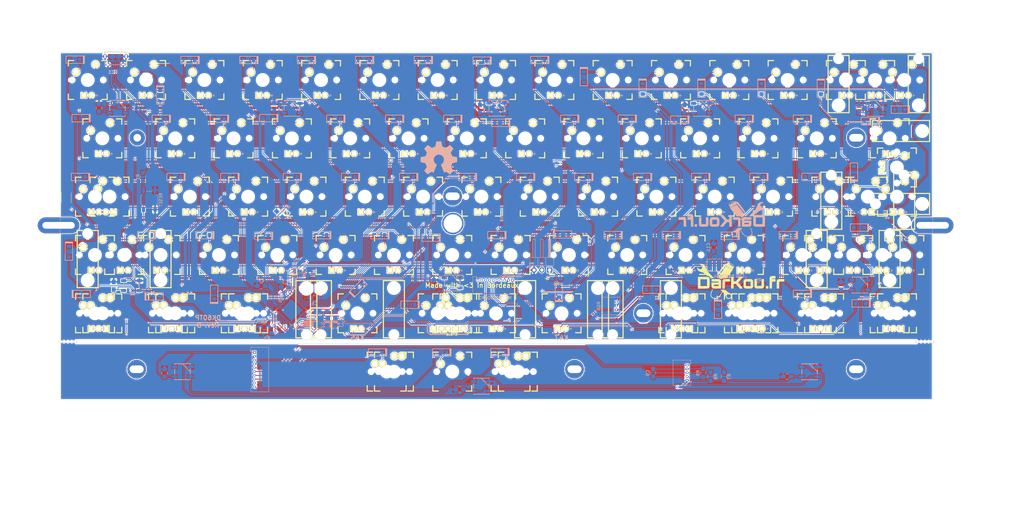
<source format=kicad_pcb>
(kicad_pcb (version 4) (host pcbnew 4.0.7+dfsg1-1)
  (title_block (title DK60TP) (date 2017-10-07) (rev B) (company DarKou))
  (layers (0 F.Cu signal) (31 B.Cu signal) (34 B.Paste user) (35 F.Paste user) (36 B.SilkS user) (37 F.SilkS user) (38 B.Mask user) (39 F.Mask user) (44 Edge.Cuts user))
  (net 0 "")
  (net 1 LED_CATH)
  (net 2 LED_AN)
  (net 3 XTAL1)
  (net 4 GND)
  (net 5 XTAL2)
  (net 6 VCC)
  (net 7 "Net-(C8-Pad1)")
  (net 8 "Net-(C9-Pad1)")
  (net 9 Col0)
  (net 10 "Net-(DK0-Pad1)")
  (net 11 "Net-(DK1-Pad1)")
  (net 12 "Net-(DK2-Pad1)")
  (net 13 "Net-(DK3-Pad1)")
  (net 14 "Net-(DK4-Pad1)")
  (net 15 Col6)
  (net 16 "Net-(DK6-Pad1)")
  (net 17 Col1)
  (net 18 "Net-(DK10-Pad1)")
  (net 19 "Net-(DK11-Pad1)")
  (net 20 "Net-(DK12-Pad1)")
  (net 21 "Net-(DK13-Pad1)")
  (net 22 "Net-(DK14-Pad1)")
  (net 23 Col2)
  (net 24 "Net-(DK20-Pad1)")
  (net 25 "Net-(DK21-Pad1)")
  (net 26 "Net-(DK22-Pad1)")
  (net 27 "Net-(DK23-Pad1)")
  (net 28 "Net-(DK24-Pad1)")
  (net 29 Col3)
  (net 30 "Net-(DK30-Pad1)")
  (net 31 "Net-(DK31-Pad1)")
  (net 32 "Net-(DK32-Pad1)")
  (net 33 "Net-(DK33-Pad1)")
  (net 34 /TRACKPOINT/Col3)
  (net 35 "Net-(DK34-Pad1)")
  (net 36 Col4)
  (net 37 "Net-(DK40-Pad1)")
  (net 38 "Net-(DK41-Pad1)")
  (net 39 "Net-(DK42-Pad1)")
  (net 40 "Net-(DK43-Pad1)")
  (net 41 /TRACKPOINT/Col4)
  (net 42 "Net-(DK44-Pad1)")
  (net 43 Col5)
  (net 44 "Net-(DK50-Pad1)")
  (net 45 "Net-(DK51-Pad1)")
  (net 46 "Net-(DK52-Pad1)")
  (net 47 "Net-(DK53-Pad1)")
  (net 48 "Net-(DK54-Pad1)")
  (net 49 "Net-(DK61-Pad1)")
  (net 50 "Net-(DK62-Pad1)")
  (net 51 "Net-(DK63-Pad1)")
  (net 52 "Net-(DK64-Pad1)")
  (net 53 Col7)
  (net 54 "Net-(DK70-Pad1)")
  (net 55 "Net-(DK71-Pad1)")
  (net 56 "Net-(DK72-Pad1)")
  (net 57 "Net-(DK73-Pad1)")
  (net 58 Col8)
  (net 59 "Net-(DK80-Pad1)")
  (net 60 "Net-(DK81-Pad1)")
  (net 61 "Net-(DK82-Pad1)")
  (net 62 "Net-(DK83-Pad1)")
  (net 63 Col9)
  (net 64 "Net-(DK90-Pad1)")
  (net 65 "Net-(DK91-Pad1)")
  (net 66 "Net-(DK92-Pad1)")
  (net 67 "Net-(DK93-Pad1)")
  (net 68 "Net-(DK94-Pad1)")
  (net 69 ColA)
  (net 70 "Net-(DKA0-Pad1)")
  (net 71 "Net-(DKA1-Pad1)")
  (net 72 "Net-(DKA2-Pad1)")
  (net 73 "Net-(DKA3-Pad1)")
  (net 74 "Net-(DKA4-Pad1)")
  (net 75 ColB)
  (net 76 "Net-(DKB0-Pad1)")
  (net 77 "Net-(DKB1-Pad1)")
  (net 78 "Net-(DKB2-Pad1)")
  (net 79 "Net-(DKB3-Pad1)")
  (net 80 "Net-(DKB4-Pad1)")
  (net 81 ColC)
  (net 82 "Net-(DKC1-Pad1)")
  (net 83 "Net-(DKC2-Pad1)")
  (net 84 "Net-(DKC3-Pad1)")
  (net 85 "Net-(DKC4-Pad1)")
  (net 86 ColD)
  (net 87 "Net-(DKD0-Pad1)")
  (net 88 "Net-(DKD1-Pad1)")
  (net 89 "Net-(DKD2-Pad1)")
  (net 90 "Net-(DKD3-Pad1)")
  (net 91 "Net-(DKD4-Pad1)")
  (net 92 "Net-(J1-Pad2)")
  (net 93 "Net-(J1-Pad3)")
  (net 94 DOUT)
  (net 95 Row0)
  (net 96 Row4)
  (net 97 Row1)
  (net 98 Row2)
  (net 99 Row3)
  (net 100 /TRACKPOINT/Row4)
  (net 101 "Net-(KC0-Pad1)")
  (net 102 "Net-(L1-Pad1)")
  (net 103 "Net-(J3-Pad2)")
  (net 104 D5)
  (net 105 D2)
  (net 106 /TRACKPOINT/D5)
  (net 107 /TRACKPOINT/D2)
  (net 108 /TRACKPOINT/RGB)
  (net 109 RESET)
  (net 110 "Net-(R2-Pad2)")
  (net 111 "Net-(R3-Pad1)")
  (net 112 CAPS_LED)
  (net 113 "Net-(J3-Pad1)")
  (net 114 RGB)
  (net 115 "Net-(RGB0-Pad2)")
  (net 116 "Net-(RGB1-Pad2)")
  (net 117 "Net-(RGB2-Pad2)")
  (net 118 "Net-(RGB3-Pad2)")
  (net 119 "Net-(RGB4-Pad2)")
  (net 120 "Net-(RGB5-Pad2)")
  (net 121 "Net-(RGB6-Pad2)")
  (net 122 "Net-(RGB8-Pad2)")
  (net 123 "Net-(RGB10-Pad4)")
  (net 124 BACKLIT)
  (net 125 "Net-(R4-Pad1)")
  (net 126 "Net-(DK74-Pad1)")
  (net 127 /TRACKPOINT/Col8)
  (net 128 "Net-(DK84-Pad1)")
  (module Connectors_Molex:Molex_PicoBlade_53048-0310_03x1.25mm_Angled (layer B.Cu) (at 245.61375 124.05625 90)
    (fp_text reference J2 hide)
    (fp_text value RGB (at 1.25 -5.75 90) (layer B.SilkS) (effects (justify mirror)))
    (pad 1 thru_hole rect (at 0 0 90) (size 0.85 0.85) (drill 0.5) (layers *.Cu *.Mask) (net 6 VCC))
    (pad 2 thru_hole circle (at 1.25 0 90) (size 0.85 0.85) (drill 0.5) (layers *.Cu *.Mask) (net 4 GND))
    (pad 3 thru_hole circle (at 2.5 0 90) (size 0.85 0.85) (drill 0.5) (layers *.Cu *.Mask) (net 94 DOUT))
  )
  (module Housings_DFN_QFN:QFN-44-1EP_7x7mm_Pitch0.5mm (layer B.Cu) (at 139.505 124.15625 225)
    (fp_text reference U0 (at 0 4.75 225) (layer B.SilkS) (effects (justify mirror)))
    (fp_text value ATMEGA32U4-MU)
    (pad 1 smd rect (at -3.4 2.5 225) (size 0.7 0.25) (layers B.Cu B.Paste B.Mask) (net 112 CAPS_LED))
    (pad 2 smd rect (at -3.4 2 225) (size 0.7 0.25) (layers B.Cu B.Paste B.Mask) (net 6 VCC))
    (pad 3 smd rect (at -3.4 1.5 225) (size 0.7 0.25) (layers B.Cu B.Paste B.Mask) (net 111 "Net-(R3-Pad1)"))
    (pad 4 smd rect (at -3.4 1 225) (size 0.7 0.25) (layers B.Cu B.Paste B.Mask) (net 125 "Net-(R4-Pad1)"))
    (pad 5 smd rect (at -3.4 0.5 225) (size 0.7 0.25) (layers B.Cu B.Paste B.Mask) (net 4 GND))
    (pad 6 smd rect (at -3.4 0 225) (size 0.7 0.25) (layers B.Cu B.Paste B.Mask) (net 7 "Net-(C8-Pad1)"))
    (pad 7 smd rect (at -3.4 -0.5 225) (size 0.7 0.25) (layers B.Cu B.Paste B.Mask) (net 6 VCC))
    (pad 8 smd rect (at -3.4 -1 225) (size 0.7 0.25) (layers B.Cu B.Paste B.Mask) (net 43 Col5))
    (pad 9 smd rect (at -3.4 -1.5 225) (size 0.7 0.25) (layers B.Cu B.Paste B.Mask) (net 99 Row3))
    (pad 10 smd rect (at -3.4 -2 225) (size 0.7 0.25) (layers B.Cu B.Paste B.Mask) (net 15 Col6))
    (pad 11 smd rect (at -3.4 -2.5 225) (size 0.7 0.25) (layers B.Cu B.Paste B.Mask) (net 53 Col7))
    (pad 12 smd rect (at -2.5 -3.4 135) (size 0.7 0.25) (layers B.Cu B.Paste B.Mask) (net 124 BACKLIT))
    (pad 13 smd rect (at -2 -3.4 135) (size 0.7 0.25) (layers B.Cu B.Paste B.Mask) (net 109 RESET))
    (pad 14 smd rect (at -1.5 -3.4 135) (size 0.7 0.25) (layers B.Cu B.Paste B.Mask) (net 6 VCC))
    (pad 15 smd rect (at -1 -3.4 135) (size 0.7 0.25) (layers B.Cu B.Paste B.Mask) (net 4 GND))
    (pad 16 smd rect (at -0.5 -3.4 135) (size 0.7 0.25) (layers B.Cu B.Paste B.Mask) (net 3 XTAL1))
    (pad 17 smd rect (at 0 -3.4 135) (size 0.7 0.25) (layers B.Cu B.Paste B.Mask) (net 5 XTAL2))
    (pad 18 smd rect (at 0.5 -3.4 135) (size 0.7 0.25) (layers B.Cu B.Paste B.Mask) (net 81 ColC))
    (pad 19 smd rect (at 1 -3.4 135) (size 0.7 0.25) (layers B.Cu B.Paste B.Mask) (net 75 ColB))
    (pad 20 smd rect (at 1.5 -3.4 135) (size 0.7 0.25) (layers B.Cu B.Paste B.Mask) (net 105 D2))
    (pad 21 smd rect (at 2 -3.4 135) (size 0.7 0.25) (layers B.Cu B.Paste B.Mask) (net 69 ColA))
    (pad 22 smd rect (at 2.5 -3.4 135) (size 0.7 0.25) (layers B.Cu B.Paste B.Mask) (net 104 D5))
    (pad 23 smd rect (at 3.4 -2.5 225) (size 0.7 0.25) (layers B.Cu B.Paste B.Mask) (net 4 GND))
    (pad 24 smd rect (at 3.4 -2 225) (size 0.7 0.25) (layers B.Cu B.Paste B.Mask) (net 6 VCC))
    (pad 25 smd rect (at 3.4 -1.5 225) (size 0.7 0.25) (layers B.Cu B.Paste B.Mask) (net 86 ColD))
    (pad 26 smd rect (at 3.4 -1 225) (size 0.7 0.25) (layers B.Cu B.Paste B.Mask) (net 96 Row4))
    (pad 27 smd rect (at 3.4 -0.5 225) (size 0.7 0.25) (layers B.Cu B.Paste B.Mask) (net 114 RGB))
    (pad 28 smd rect (at 3.4 0 225) (size 0.7 0.25) (layers B.Cu B.Paste B.Mask) (net 9 Col0))
    (pad 29 smd rect (at 3.4 0.5 225) (size 0.7 0.25) (layers B.Cu B.Paste B.Mask) (net 17 Col1))
    (pad 30 smd rect (at 3.4 1 225) (size 0.7 0.25) (layers B.Cu B.Paste B.Mask) (net 98 Row2))
    (pad 31 smd rect (at 3.4 1.5 225) (size 0.7 0.25) (layers B.Cu B.Paste B.Mask) (net 23 Col2))
    (pad 32 smd rect (at 3.4 2 225) (size 0.7 0.25) (layers B.Cu B.Paste B.Mask) (net 95 Row0))
    (pad 33 smd rect (at 3.4 2.5 225) (size 0.7 0.25) (layers B.Cu B.Paste B.Mask) (net 110 "Net-(R2-Pad2)"))
    (pad 34 smd rect (at 2.5 3.4 135) (size 0.7 0.25) (layers B.Cu B.Paste B.Mask) (net 6 VCC))
    (pad 35 smd rect (at 2 3.4 135) (size 0.7 0.25) (layers B.Cu B.Paste B.Mask) (net 4 GND))
    (pad 36 smd rect (at 1.5 3.4 135) (size 0.7 0.25) (layers B.Cu B.Paste B.Mask) (net 29 Col3))
    (pad 37 smd rect (at 1 3.4 135) (size 0.7 0.25) (layers B.Cu B.Paste B.Mask) (net 36 Col4))
    (pad 38 smd rect (at 0.5 3.4 135) (size 0.7 0.25) (layers B.Cu B.Paste B.Mask) (net 97 Row1))
    (pad 39 smd rect (at 0 3.4 135) (size 0.7 0.25) (layers B.Cu B.Paste B.Mask) (net 58 Col8))
    (pad 40 smd rect (at -0.5 3.4 135) (size 0.7 0.25) (layers B.Cu B.Paste B.Mask) (net 63 Col9))
    (pad 41 smd rect (at -1 3.4 135) (size 0.7 0.25) (layers B.Cu B.Paste B.Mask))
    (pad 42 smd rect (at -1.5 3.4 135) (size 0.7 0.25) (layers B.Cu B.Paste B.Mask))
    (pad 43 smd rect (at -2 3.4 135) (size 0.7 0.25) (layers B.Cu B.Paste B.Mask) (net 4 GND))
    (pad 44 smd rect (at -2.5 3.4 135) (size 0.7 0.25) (layers B.Cu B.Paste B.Mask) (net 6 VCC))
    (pad 45 smd rect (at 1.93125 -1.93125 225) (size 1.2875 1.2875) (layers B.Cu B.Paste B.Mask) (net 4 GND))
    (pad 45 smd rect (at 1.93125 -0.64375 225) (size 1.2875 1.2875) (layers B.Cu B.Paste B.Mask) (net 4 GND))
    (pad 45 smd rect (at 1.93125 0.64375 225) (size 1.2875 1.2875) (layers B.Cu B.Paste B.Mask) (net 4 GND))
    (pad 45 smd rect (at 1.93125 1.93125 225) (size 1.2875 1.2875) (layers B.Cu B.Paste B.Mask) (net 4 GND))
    (pad 45 smd rect (at 0.64375 -1.93125 225) (size 1.2875 1.2875) (layers B.Cu B.Paste B.Mask) (net 4 GND))
    (pad 45 smd rect (at 0.64375 -0.64375 225) (size 1.2875 1.2875) (layers B.Cu B.Paste B.Mask) (net 4 GND))
    (pad 45 smd rect (at 0.64375 0.64375 225) (size 1.2875 1.2875) (layers B.Cu B.Paste B.Mask) (net 4 GND))
    (pad 45 smd rect (at 0.64375 1.93125 225) (size 1.2875 1.2875) (layers B.Cu B.Paste B.Mask) (net 4 GND))
    (pad 45 smd rect (at -0.64375 -1.93125 225) (size 1.2875 1.2875) (layers B.Cu B.Paste B.Mask) (net 4 GND))
    (pad 45 smd rect (at -0.64375 -0.64375 225) (size 1.2875 1.2875) (layers B.Cu B.Paste B.Mask) (net 4 GND))
    (pad 45 smd rect (at -0.64375 0.64375 225) (size 1.2875 1.2875) (layers B.Cu B.Paste B.Mask) (net 4 GND))
    (pad 45 smd rect (at -0.64375 1.93125 225) (size 1.2875 1.2875) (layers B.Cu B.Paste B.Mask) (net 4 GND))
    (pad 45 smd rect (at -1.93125 -1.93125 225) (size 1.2875 1.2875) (layers B.Cu B.Paste B.Mask) (net 4 GND))
    (pad 45 smd rect (at -1.93125 -0.64375 225) (size 1.2875 1.2875) (layers B.Cu B.Paste B.Mask) (net 4 GND))
    (pad 45 smd rect (at -1.93125 0.64375 225) (size 1.2875 1.2875) (layers B.Cu B.Paste B.Mask) (net 4 GND))
    (pad 45 smd rect (at -1.93125 1.93125 225) (size 1.2875 1.2875) (layers B.Cu B.Paste B.Mask) (net 4 GND))
  )
  (module Footprint:MXST (layer F.Cu) (at 144.3675 125.18125 180)
    (fp_text reference 6.25U_0 hide)
    (fp_text value 6.25U hide)
    (pad "" np_thru_hole circle (at 0 -6.985 180) (size 3.048 3.048) (drill 3.048) (layers *.Cu *.Mask))
    (pad "" np_thru_hole circle (at 0 8.255 180) (size 3.9802 3.9802) (drill 3.9802) (layers *.Cu *.Mask))
  )
  (module Footprint:Mx_125 (layer F.Cu) (at 75.3375 125.18125)
    (fp_text reference K40 hide)
    (fp_text value K40 hide)
    (pad HOLE np_thru_hole circle (at 0 0) (size 3.9878 3.9878) (drill 3.9878) (layers *.Cu))
    (pad HOLE np_thru_hole circle (at -5.08 0) (size 1.7018 1.7018) (drill 1.7018) (layers *.Cu))
    (pad HOLE np_thru_hole circle (at 5.08 0) (size 1.7018 1.7018) (drill 1.7018) (layers *.Cu))
    (pad 1 thru_hole circle (at -3.81 -2.54 330.95) (size 2.5 2.5) (drill 1.5) (layers *.Cu *.Mask F.SilkS) (net 14 "Net-(DK4-Pad1)"))
    (pad 2 thru_hole circle (at 2.54 -5.08 356.1) (size 2.5 2.5) (drill 1.5) (layers *.Cu *.Mask F.SilkS) (net 96 Row4))
  )
  (module Footprint:LED_TH_BIVAR (layer F.Cu) (at 72.95625 53.98125)
    (fp_text reference BL0 hide)
    (fp_text value LED hide)
    (fp_text user + (at 3.048 0) (layer B.SilkS) (effects (justify mirror)))
    (pad 1 thru_hole rect (at -1.27 0) (size 1.9 1.9) (drill 1.1176) (layers *.Cu *.Mask F.SilkS) (net 1 LED_CATH))
    (pad 2 thru_hole circle (at 1.27 0) (size 1.9 1.9) (drill 1.1176) (layers *.Cu *.Mask F.SilkS) (net 2 LED_AN))
  )
  (module Footprint:LED_TH_BIVAR (layer F.Cu) (at 77.71875 73.03125)
    (fp_text reference BL10 hide)
    (fp_text value LED hide)
    (fp_text user + (at 3.048 0) (layer B.SilkS) (effects (justify mirror)))
    (pad 1 thru_hole rect (at -1.27 0) (size 1.9 1.9) (drill 1.1176) (layers *.Cu *.Mask F.SilkS) (net 1 LED_CATH))
    (pad 2 thru_hole circle (at 1.27 0) (size 1.9 1.9) (drill 1.1176) (layers *.Cu *.Mask F.SilkS) (net 2 LED_AN))
  )
  (module Footprint:LED_TH_BIVAR (layer F.Cu) (at 75.3375 92.08125)
    (fp_text reference BL20 hide)
    (fp_text value LED hide)
    (fp_text user + (at 3.048 0) (layer B.SilkS) (effects (justify mirror)))
    (pad 1 thru_hole rect (at -1.27 0) (size 1.9 1.9) (drill 1.1176) (layers *.Cu *.Mask F.SilkS) (net 1 LED_CATH))
    (pad 2 thru_hole circle (at 1.27 0) (size 1.9 1.9) (drill 1.1176) (layers *.Cu *.Mask F.SilkS) (net 2 LED_AN))
  )
  (module Footprint:LED_TH_BIVAR (layer F.Cu) (at 80.1 92.08125 180)
    (fp_text reference BL21 hide)
    (fp_text value LED hide)
    (fp_text user + (at 3.048 0 180) (layer B.SilkS) (effects (justify mirror)))
    (pad 1 thru_hole rect (at -1.27 0 180) (size 1.9 1.9) (drill 1.1176) (layers *.Cu *.Mask F.SilkS) (net 1 LED_CATH))
    (pad 2 thru_hole circle (at 1.27 0 180) (size 1.9 1.9) (drill 1.1176) (layers *.Cu *.Mask F.SilkS) (net 2 LED_AN))
  )
  (module Footprint:LED_TH_BIVAR (layer F.Cu) (at 75.3375 111.13125)
    (fp_text reference BL30 hide)
    (fp_text value LED hide)
    (fp_text user + (at 3.048 0) (layer B.SilkS) (effects (justify mirror)))
    (pad 1 thru_hole rect (at -1.27 0) (size 1.9 1.9) (drill 1.1176) (layers *.Cu *.Mask F.SilkS) (net 1 LED_CATH))
    (pad 2 thru_hole circle (at 1.27 0) (size 1.9 1.9) (drill 1.1176) (layers *.Cu *.Mask F.SilkS) (net 2 LED_AN))
  )
  (module Footprint:LED_TH_BIVAR (layer F.Cu) (at 96.76875 111.13125)
    (fp_text reference BL31 hide)
    (fp_text value LED hide)
    (fp_text user + (at 3.048 0) (layer B.SilkS) (effects (justify mirror)))
    (pad 1 thru_hole rect (at -1.27 0) (size 1.9 1.9) (drill 1.1176) (layers *.Cu *.Mask F.SilkS) (net 1 LED_CATH))
    (pad 2 thru_hole circle (at 1.27 0) (size 1.9 1.9) (drill 1.1176) (layers *.Cu *.Mask F.SilkS) (net 2 LED_AN))
  )
  (module Footprint:LED_TH_BIVAR (layer F.Cu) (at 75.3375 130.18125)
    (fp_text reference BL40 hide)
    (fp_text value LED hide)
    (fp_text user + (at 3.048 0) (layer B.SilkS) (effects (justify mirror)))
    (pad 1 thru_hole rect (at -1.27 0) (size 1.9 1.9) (drill 1.1176) (layers *.Cu *.Mask F.SilkS) (net 1 LED_CATH))
    (pad 2 thru_hole circle (at 1.27 0) (size 1.9 1.9) (drill 1.1176) (layers *.Cu *.Mask F.SilkS) (net 2 LED_AN))
  )
  (module Footprint:LED_TH_BIVAR (layer F.Cu) (at 77.71875 130.18125 180)
    (fp_text reference BL41 hide)
    (fp_text value LED hide)
    (fp_text user + (at 3.048 0 180) (layer B.SilkS) (effects (justify mirror)))
    (pad 1 thru_hole rect (at -1.27 0 180) (size 1.9 1.9) (drill 1.1176) (layers *.Cu *.Mask F.SilkS) (net 1 LED_CATH))
    (pad 2 thru_hole circle (at 1.27 0 180) (size 1.9 1.9) (drill 1.1176) (layers *.Cu *.Mask F.SilkS) (net 2 LED_AN))
  )
  (module Footprint:LED_TH_BIVAR (layer F.Cu) (at 92.00625 53.98125)
    (fp_text reference BL100 hide)
    (fp_text value LED hide)
    (fp_text user + (at 3.048 0) (layer B.SilkS) (effects (justify mirror)))
    (pad 1 thru_hole rect (at -1.27 0) (size 1.9 1.9) (drill 1.1176) (layers *.Cu *.Mask F.SilkS) (net 1 LED_CATH))
    (pad 2 thru_hole circle (at 1.27 0) (size 1.9 1.9) (drill 1.1176) (layers *.Cu *.Mask F.SilkS) (net 2 LED_AN))
  )
  (module Footprint:LED_TH_BIVAR (layer F.Cu) (at 101.53125 73.03125)
    (fp_text reference BL110 hide)
    (fp_text value LED hide)
    (fp_text user + (at 3.048 0) (layer B.SilkS) (effects (justify mirror)))
    (pad 1 thru_hole rect (at -1.27 0) (size 1.9 1.9) (drill 1.1176) (layers *.Cu *.Mask F.SilkS) (net 1 LED_CATH))
    (pad 2 thru_hole circle (at 1.27 0) (size 1.9 1.9) (drill 1.1176) (layers *.Cu *.Mask F.SilkS) (net 2 LED_AN))
  )
  (module Footprint:LED_TH_BIVAR (layer F.Cu) (at 106.29375 92.08125)
    (fp_text reference BL120 hide)
    (fp_text value LED hide)
    (fp_text user + (at 3.048 0) (layer B.SilkS) (effects (justify mirror)))
    (pad 1 thru_hole rect (at -1.27 0) (size 1.9 1.9) (drill 1.1176) (layers *.Cu *.Mask F.SilkS) (net 1 LED_CATH))
    (pad 2 thru_hole circle (at 1.27 0) (size 1.9 1.9) (drill 1.1176) (layers *.Cu *.Mask F.SilkS) (net 2 LED_AN))
  )
  (module Footprint:LED_TH_BIVAR (layer F.Cu) (at 84.8625 111.13125)
    (fp_text reference BL130 hide)
    (fp_text value LED hide)
    (fp_text user + (at 3.048 0) (layer B.SilkS) (effects (justify mirror)))
    (pad 1 thru_hole rect (at -1.27 0) (size 1.9 1.9) (drill 1.1176) (layers *.Cu *.Mask F.SilkS) (net 1 LED_CATH))
    (pad 2 thru_hole circle (at 1.27 0) (size 1.9 1.9) (drill 1.1176) (layers *.Cu *.Mask F.SilkS) (net 2 LED_AN))
  )
  (module Footprint:LED_TH_BIVAR (layer F.Cu) (at 99.15 130.18125)
    (fp_text reference BL140 hide)
    (fp_text value LED hide)
    (fp_text user + (at 3.048 0) (layer B.SilkS) (effects (justify mirror)))
    (pad 1 thru_hole rect (at -1.27 0) (size 1.9 1.9) (drill 1.1176) (layers *.Cu *.Mask F.SilkS) (net 1 LED_CATH))
    (pad 2 thru_hole circle (at 1.27 0) (size 1.9 1.9) (drill 1.1176) (layers *.Cu *.Mask F.SilkS) (net 2 LED_AN))
  )
  (module Footprint:LED_TH_BIVAR (layer F.Cu) (at 101.53125 130.18125 180)
    (fp_text reference BL141 hide)
    (fp_text value LED hide)
    (fp_text user + (at 3.048 0 180) (layer B.SilkS) (effects (justify mirror)))
    (pad 1 thru_hole rect (at -1.27 0 180) (size 1.9 1.9) (drill 1.1176) (layers *.Cu *.Mask F.SilkS) (net 1 LED_CATH))
    (pad 2 thru_hole circle (at 1.27 0 180) (size 1.9 1.9) (drill 1.1176) (layers *.Cu *.Mask F.SilkS) (net 2 LED_AN))
  )
  (module Footprint:LED_TH_BIVAR (layer F.Cu) (at 111.05625 53.98125)
    (fp_text reference BL200 hide)
    (fp_text value LED hide)
    (fp_text user + (at 3.048 0) (layer B.SilkS) (effects (justify mirror)))
    (pad 1 thru_hole rect (at -1.27 0) (size 1.9 1.9) (drill 1.1176) (layers *.Cu *.Mask F.SilkS) (net 1 LED_CATH))
    (pad 2 thru_hole circle (at 1.27 0) (size 1.9 1.9) (drill 1.1176) (layers *.Cu *.Mask F.SilkS) (net 2 LED_AN))
  )
  (module Footprint:LED_TH_BIVAR (layer F.Cu) (at 120.58125 73.03125)
    (fp_text reference BL210 hide)
    (fp_text value LED hide)
    (fp_text user + (at 3.048 0) (layer B.SilkS) (effects (justify mirror)))
    (pad 1 thru_hole rect (at -1.27 0) (size 1.9 1.9) (drill 1.1176) (layers *.Cu *.Mask F.SilkS) (net 1 LED_CATH))
    (pad 2 thru_hole circle (at 1.27 0) (size 1.9 1.9) (drill 1.1176) (layers *.Cu *.Mask F.SilkS) (net 2 LED_AN))
  )
  (module Footprint:LED_TH_BIVAR (layer F.Cu) (at 125.34375 92.08125)
    (fp_text reference BL220 hide)
    (fp_text value LED hide)
    (fp_text user + (at 3.048 0) (layer B.SilkS) (effects (justify mirror)))
    (pad 1 thru_hole rect (at -1.27 0) (size 1.9 1.9) (drill 1.1176) (layers *.Cu *.Mask F.SilkS) (net 1 LED_CATH))
    (pad 2 thru_hole circle (at 1.27 0) (size 1.9 1.9) (drill 1.1176) (layers *.Cu *.Mask F.SilkS) (net 2 LED_AN))
  )
  (module Footprint:LED_TH_BIVAR (layer F.Cu) (at 115.81875 111.13125)
    (fp_text reference BL230 hide)
    (fp_text value LED hide)
    (fp_text user + (at 3.048 0) (layer B.SilkS) (effects (justify mirror)))
    (pad 1 thru_hole rect (at -1.27 0) (size 1.9 1.9) (drill 1.1176) (layers *.Cu *.Mask F.SilkS) (net 1 LED_CATH))
    (pad 2 thru_hole circle (at 1.27 0) (size 1.9 1.9) (drill 1.1176) (layers *.Cu *.Mask F.SilkS) (net 2 LED_AN))
  )
  (module Footprint:LED_TH_BIVAR (layer F.Cu) (at 122.9625 130.18125)
    (fp_text reference BL240 hide)
    (fp_text value LED hide)
    (fp_text user + (at 3.048 0) (layer B.SilkS) (effects (justify mirror)))
    (pad 1 thru_hole rect (at -1.27 0) (size 1.9 1.9) (drill 1.1176) (layers *.Cu *.Mask F.SilkS) (net 1 LED_CATH))
    (pad 2 thru_hole circle (at 1.27 0) (size 1.9 1.9) (drill 1.1176) (layers *.Cu *.Mask F.SilkS) (net 2 LED_AN))
  )
  (module Footprint:LED_TH_BIVAR (layer F.Cu) (at 125.34375 130.18125 180)
    (fp_text reference BL241 hide)
    (fp_text value LED hide)
    (fp_text user + (at 3.048 0 180) (layer B.SilkS) (effects (justify mirror)))
    (pad 1 thru_hole rect (at -1.27 0 180) (size 1.9 1.9) (drill 1.1176) (layers *.Cu *.Mask F.SilkS) (net 1 LED_CATH))
    (pad 2 thru_hole circle (at 1.27 0 180) (size 1.9 1.9) (drill 1.1176) (layers *.Cu *.Mask F.SilkS) (net 2 LED_AN))
  )
  (module Footprint:LED_TH_BIVAR (layer F.Cu) (at 130.10625 53.98125)
    (fp_text reference BL300 hide)
    (fp_text value LED hide)
    (fp_text user + (at 3.048 0) (layer B.SilkS) (effects (justify mirror)))
    (pad 1 thru_hole rect (at -1.27 0) (size 1.9 1.9) (drill 1.1176) (layers *.Cu *.Mask F.SilkS) (net 1 LED_CATH))
    (pad 2 thru_hole circle (at 1.27 0) (size 1.9 1.9) (drill 1.1176) (layers *.Cu *.Mask F.SilkS) (net 2 LED_AN))
  )
  (module Footprint:LED_TH_BIVAR (layer F.Cu) (at 139.63125 73.03125)
    (fp_text reference BL310 hide)
    (fp_text value LED hide)
    (fp_text user + (at 3.048 0) (layer B.SilkS) (effects (justify mirror)))
    (pad 1 thru_hole rect (at -1.27 0) (size 1.9 1.9) (drill 1.1176) (layers *.Cu *.Mask F.SilkS) (net 1 LED_CATH))
    (pad 2 thru_hole circle (at 1.27 0) (size 1.9 1.9) (drill 1.1176) (layers *.Cu *.Mask F.SilkS) (net 2 LED_AN))
  )
  (module Footprint:LED_TH_BIVAR (layer F.Cu) (at 144.39375 92.08125)
    (fp_text reference BL320 hide)
    (fp_text value LED hide)
    (fp_text user + (at 3.048 0) (layer B.SilkS) (effects (justify mirror)))
    (pad 1 thru_hole rect (at -1.27 0) (size 1.9 1.9) (drill 1.1176) (layers *.Cu *.Mask F.SilkS) (net 1 LED_CATH))
    (pad 2 thru_hole circle (at 1.27 0) (size 1.9 1.9) (drill 1.1176) (layers *.Cu *.Mask F.SilkS) (net 2 LED_AN))
  )
  (module Footprint:LED_TH_BIVAR (layer F.Cu) (at 134.86875 111.13125)
    (fp_text reference BL330 hide)
    (fp_text value LED hide)
    (fp_text user + (at 3.048 0) (layer B.SilkS) (effects (justify mirror)))
    (pad 1 thru_hole rect (at -1.27 0) (size 1.9 1.9) (drill 1.1176) (layers *.Cu *.Mask F.SilkS) (net 1 LED_CATH))
    (pad 2 thru_hole circle (at 1.27 0) (size 1.9 1.9) (drill 1.1176) (layers *.Cu *.Mask F.SilkS) (net 2 LED_AN))
  )
  (module Footprint:LED_TH_BIVAR (layer F.Cu) (at 149.15625 53.98125)
    (fp_text reference BL400 hide)
    (fp_text value LED hide)
    (fp_text user + (at 3.048 0) (layer B.SilkS) (effects (justify mirror)))
    (pad 1 thru_hole rect (at -1.27 0) (size 1.9 1.9) (drill 1.1176) (layers *.Cu *.Mask F.SilkS) (net 1 LED_CATH))
    (pad 2 thru_hole circle (at 1.27 0) (size 1.9 1.9) (drill 1.1176) (layers *.Cu *.Mask F.SilkS) (net 2 LED_AN))
  )
  (module Footprint:LED_TH_BIVAR (layer F.Cu) (at 158.68125 73.03125)
    (fp_text reference BL410 hide)
    (fp_text value LED hide)
    (fp_text user + (at 3.048 0) (layer B.SilkS) (effects (justify mirror)))
    (pad 1 thru_hole rect (at -1.27 0) (size 1.9 1.9) (drill 1.1176) (layers *.Cu *.Mask F.SilkS) (net 1 LED_CATH))
    (pad 2 thru_hole circle (at 1.27 0) (size 1.9 1.9) (drill 1.1176) (layers *.Cu *.Mask F.SilkS) (net 2 LED_AN))
  )
  (module Footprint:LED_TH_BIVAR (layer F.Cu) (at 163.44375 92.08125)
    (fp_text reference BL420 hide)
    (fp_text value LED hide)
    (fp_text user + (at 3.048 0) (layer B.SilkS) (effects (justify mirror)))
    (pad 1 thru_hole rect (at -1.27 0) (size 1.9 1.9) (drill 1.1176) (layers *.Cu *.Mask F.SilkS) (net 1 LED_CATH))
    (pad 2 thru_hole circle (at 1.27 0) (size 1.9 1.9) (drill 1.1176) (layers *.Cu *.Mask F.SilkS) (net 2 LED_AN))
  )
  (module Footprint:LED_TH_BIVAR (layer F.Cu) (at 153.91875 111.13125)
    (fp_text reference BL430 hide)
    (fp_text value LED hide)
    (fp_text user + (at 3.048 0) (layer B.SilkS) (effects (justify mirror)))
    (pad 1 thru_hole rect (at -1.27 0) (size 1.9 1.9) (drill 1.1176) (layers *.Cu *.Mask F.SilkS) (net 1 LED_CATH))
    (pad 2 thru_hole circle (at 1.27 0) (size 1.9 1.9) (drill 1.1176) (layers *.Cu *.Mask F.SilkS) (net 2 LED_AN))
  )
  (module Footprint:LED_TH_BIVAR (layer F.Cu) (at 168.20625 53.98125)
    (fp_text reference BL500 hide)
    (fp_text value LED hide)
    (fp_text user + (at 3.048 0) (layer B.SilkS) (effects (justify mirror)))
    (pad 1 thru_hole rect (at -1.27 0) (size 1.9 1.9) (drill 1.1176) (layers *.Cu *.Mask F.SilkS) (net 1 LED_CATH))
    (pad 2 thru_hole circle (at 1.27 0) (size 1.9 1.9) (drill 1.1176) (layers *.Cu *.Mask F.SilkS) (net 2 LED_AN))
  )
  (module Footprint:LED_TH_BIVAR (layer F.Cu) (at 177.73125 73.03125)
    (fp_text reference BL510 hide)
    (fp_text value LED hide)
    (fp_text user + (at 3.048 0) (layer B.SilkS) (effects (justify mirror)))
    (pad 1 thru_hole rect (at -1.27 0) (size 1.9 1.9) (drill 1.1176) (layers *.Cu *.Mask F.SilkS) (net 1 LED_CATH))
    (pad 2 thru_hole circle (at 1.27 0) (size 1.9 1.9) (drill 1.1176) (layers *.Cu *.Mask F.SilkS) (net 2 LED_AN))
  )
  (module Footprint:LED_TH_BIVAR (layer F.Cu) (at 182.49375 92.08125)
    (fp_text reference BL520 hide)
    (fp_text value LED hide)
    (fp_text user + (at 3.048 0) (layer B.SilkS) (effects (justify mirror)))
    (pad 1 thru_hole rect (at -1.27 0) (size 1.9 1.9) (drill 1.1176) (layers *.Cu *.Mask F.SilkS) (net 1 LED_CATH))
    (pad 2 thru_hole circle (at 1.27 0) (size 1.9 1.9) (drill 1.1176) (layers *.Cu *.Mask F.SilkS) (net 2 LED_AN))
  )
  (module Footprint:LED_TH_BIVAR (layer F.Cu) (at 172.96875 111.13125)
    (fp_text reference BL530 hide)
    (fp_text value LED hide)
    (fp_text user + (at 3.048 0) (layer B.SilkS) (effects (justify mirror)))
    (pad 1 thru_hole rect (at -1.27 0) (size 1.9 1.9) (drill 1.1176) (layers *.Cu *.Mask F.SilkS) (net 1 LED_CATH))
    (pad 2 thru_hole circle (at 1.27 0) (size 1.9 1.9) (drill 1.1176) (layers *.Cu *.Mask F.SilkS) (net 2 LED_AN))
  )
  (module Footprint:LED_TH_BIVAR (layer F.Cu) (at 187.25625 53.98125)
    (fp_text reference BL600 hide)
    (fp_text value LED hide)
    (fp_text user + (at 3.048 0) (layer B.SilkS) (effects (justify mirror)))
    (pad 1 thru_hole rect (at -1.27 0) (size 1.9 1.9) (drill 1.1176) (layers *.Cu *.Mask F.SilkS) (net 1 LED_CATH))
    (pad 2 thru_hole circle (at 1.27 0) (size 1.9 1.9) (drill 1.1176) (layers *.Cu *.Mask F.SilkS) (net 2 LED_AN))
  )
  (module Footprint:LED_TH_BIVAR (layer F.Cu) (at 196.78125 73.03125)
    (fp_text reference BL610 hide)
    (fp_text value LED hide)
    (fp_text user + (at 3.048 0) (layer B.SilkS) (effects (justify mirror)))
    (pad 1 thru_hole rect (at -1.27 0) (size 1.9 1.9) (drill 1.1176) (layers *.Cu *.Mask F.SilkS) (net 1 LED_CATH))
    (pad 2 thru_hole circle (at 1.27 0) (size 1.9 1.9) (drill 1.1176) (layers *.Cu *.Mask F.SilkS) (net 2 LED_AN))
  )
  (module Footprint:LED_TH_BIVAR (layer F.Cu) (at 201.54375 92.08125)
    (fp_text reference BL620 hide)
    (fp_text value LED hide)
    (fp_text user + (at 3.048 0) (layer B.SilkS) (effects (justify mirror)))
    (pad 1 thru_hole rect (at -1.27 0) (size 1.9 1.9) (drill 1.1176) (layers *.Cu *.Mask F.SilkS) (net 1 LED_CATH))
    (pad 2 thru_hole circle (at 1.27 0) (size 1.9 1.9) (drill 1.1176) (layers *.Cu *.Mask F.SilkS) (net 2 LED_AN))
  )
  (module Footprint:LED_TH_BIVAR (layer F.Cu) (at 192.01875 111.13125)
    (fp_text reference BL630 hide)
    (fp_text value LED hide)
    (fp_text user + (at 3.048 0) (layer B.SilkS) (effects (justify mirror)))
    (pad 1 thru_hole rect (at -1.27 0) (size 1.9 1.9) (drill 1.1176) (layers *.Cu *.Mask F.SilkS) (net 1 LED_CATH))
    (pad 2 thru_hole circle (at 1.27 0) (size 1.9 1.9) (drill 1.1176) (layers *.Cu *.Mask F.SilkS) (net 2 LED_AN))
  )
  (module Footprint:LED_TH_BIVAR (layer F.Cu) (at 206.30625 130.18125)
    (fp_text reference BL640 hide)
    (fp_text value LED hide)
    (fp_text user + (at 3.048 0) (layer B.SilkS) (effects (justify mirror)))
    (pad 1 thru_hole rect (at -1.27 0) (size 1.9 1.9) (drill 1.1176) (layers *.Cu *.Mask F.SilkS) (net 1 LED_CATH))
    (pad 2 thru_hole circle (at 1.27 0) (size 1.9 1.9) (drill 1.1176) (layers *.Cu *.Mask F.SilkS) (net 2 LED_AN))
  )
  (module Footprint:LED_TH_BIVAR (layer F.Cu) (at 194.4 130.18125)
    (fp_text reference BL641 hide)
    (fp_text value LED hide)
    (fp_text user + (at 3.048 0) (layer B.SilkS) (effects (justify mirror)))
    (pad 1 thru_hole rect (at -1.27 0) (size 1.9 1.9) (drill 1.1176) (layers *.Cu *.Mask F.SilkS) (net 1 LED_CATH))
    (pad 2 thru_hole circle (at 1.27 0) (size 1.9 1.9) (drill 1.1176) (layers *.Cu *.Mask F.SilkS) (net 2 LED_AN))
  )
  (module Footprint:LED_TH_BIVAR (layer F.Cu) (at 187.25625 130.18125)
    (fp_text reference BL642 hide)
    (fp_text value LED hide)
    (fp_text user + (at 3.048 0) (layer B.SilkS) (effects (justify mirror)))
    (pad 1 thru_hole rect (at -1.27 0) (size 1.9 1.9) (drill 1.1176) (layers *.Cu *.Mask F.SilkS) (net 1 LED_CATH))
    (pad 2 thru_hole circle (at 1.27 0) (size 1.9 1.9) (drill 1.1176) (layers *.Cu *.Mask F.SilkS) (net 2 LED_AN))
  )
  (module Footprint:LED_TH_BIVAR (layer F.Cu) (at 206.30625 53.98125)
    (fp_text reference BL700 hide)
    (fp_text value LED hide)
    (fp_text user + (at 3.048 0) (layer B.SilkS) (effects (justify mirror)))
    (pad 1 thru_hole rect (at -1.27 0) (size 1.9 1.9) (drill 1.1176) (layers *.Cu *.Mask F.SilkS) (net 1 LED_CATH))
    (pad 2 thru_hole circle (at 1.27 0) (size 1.9 1.9) (drill 1.1176) (layers *.Cu *.Mask F.SilkS) (net 2 LED_AN))
  )
  (module Footprint:LED_TH_BIVAR (layer F.Cu) (at 215.83125 73.03125)
    (fp_text reference BL710 hide)
    (fp_text value LED hide)
    (fp_text user + (at 3.048 0) (layer B.SilkS) (effects (justify mirror)))
    (pad 1 thru_hole rect (at -1.27 0) (size 1.9 1.9) (drill 1.1176) (layers *.Cu *.Mask F.SilkS) (net 1 LED_CATH))
    (pad 2 thru_hole circle (at 1.27 0) (size 1.9 1.9) (drill 1.1176) (layers *.Cu *.Mask F.SilkS) (net 2 LED_AN))
  )
  (module Footprint:LED_TH_BIVAR (layer F.Cu) (at 220.59375 92.08125)
    (fp_text reference BL720 hide)
    (fp_text value LED hide)
    (fp_text user + (at 3.048 0) (layer B.SilkS) (effects (justify mirror)))
    (pad 1 thru_hole rect (at -1.27 0) (size 1.9 1.9) (drill 1.1176) (layers *.Cu *.Mask F.SilkS) (net 1 LED_CATH))
    (pad 2 thru_hole circle (at 1.27 0) (size 1.9 1.9) (drill 1.1176) (layers *.Cu *.Mask F.SilkS) (net 2 LED_AN))
  )
  (module Footprint:LED_TH_BIVAR (layer F.Cu) (at 211.06875 111.13125)
    (fp_text reference BL750 hide)
    (fp_text value LED hide)
    (fp_text user + (at 3.048 0) (layer B.SilkS) (effects (justify mirror)))
    (pad 1 thru_hole rect (at -1.27 0) (size 1.9 1.9) (drill 1.1176) (layers *.Cu *.Mask F.SilkS) (net 1 LED_CATH))
    (pad 2 thru_hole circle (at 1.27 0) (size 1.9 1.9) (drill 1.1176) (layers *.Cu *.Mask F.SilkS) (net 2 LED_AN))
  )
  (module Footprint:LED_TH_BIVAR (layer F.Cu) (at 225.35625 53.98125)
    (fp_text reference BL800 hide)
    (fp_text value LED hide)
    (fp_text user + (at 3.048 0) (layer B.SilkS) (effects (justify mirror)))
    (pad 1 thru_hole rect (at -1.27 0) (size 1.9 1.9) (drill 1.1176) (layers *.Cu *.Mask F.SilkS) (net 1 LED_CATH))
    (pad 2 thru_hole circle (at 1.27 0) (size 1.9 1.9) (drill 1.1176) (layers *.Cu *.Mask F.SilkS) (net 2 LED_AN))
  )
  (module Footprint:LED_TH_BIVAR (layer F.Cu) (at 234.88125 73.03125)
    (fp_text reference BL810 hide)
    (fp_text value LED hide)
    (fp_text user + (at 3.048 0) (layer B.SilkS) (effects (justify mirror)))
    (pad 1 thru_hole rect (at -1.27 0) (size 1.9 1.9) (drill 1.1176) (layers *.Cu *.Mask F.SilkS) (net 1 LED_CATH))
    (pad 2 thru_hole circle (at 1.27 0) (size 1.9 1.9) (drill 1.1176) (layers *.Cu *.Mask F.SilkS) (net 2 LED_AN))
  )
  (module Footprint:LED_TH_BIVAR (layer F.Cu) (at 239.64375 92.08125)
    (fp_text reference BL820 hide)
    (fp_text value LED hide)
    (fp_text user + (at 3.048 0) (layer B.SilkS) (effects (justify mirror)))
    (pad 1 thru_hole rect (at -1.27 0) (size 1.9 1.9) (drill 1.1176) (layers *.Cu *.Mask F.SilkS) (net 1 LED_CATH))
    (pad 2 thru_hole circle (at 1.27 0) (size 1.9 1.9) (drill 1.1176) (layers *.Cu *.Mask F.SilkS) (net 2 LED_AN))
  )
  (module Footprint:LED_TH_BIVAR (layer F.Cu) (at 230.11875 111.13125)
    (fp_text reference BL830 hide)
    (fp_text value LED hide)
    (fp_text user + (at 3.048 0) (layer B.SilkS) (effects (justify mirror)))
    (pad 1 thru_hole rect (at -1.27 0) (size 1.9 1.9) (drill 1.1176) (layers *.Cu *.Mask F.SilkS) (net 1 LED_CATH))
    (pad 2 thru_hole circle (at 1.27 0) (size 1.9 1.9) (drill 1.1176) (layers *.Cu *.Mask F.SilkS) (net 2 LED_AN))
  )
  (module Footprint:LED_TH_BIVAR (layer F.Cu) (at 244.40625 53.98125)
    (fp_text reference BL900 hide)
    (fp_text value LED hide)
    (fp_text user + (at 3.048 0) (layer B.SilkS) (effects (justify mirror)))
    (pad 1 thru_hole rect (at -1.27 0) (size 1.9 1.9) (drill 1.1176) (layers *.Cu *.Mask F.SilkS) (net 1 LED_CATH))
    (pad 2 thru_hole circle (at 1.27 0) (size 1.9 1.9) (drill 1.1176) (layers *.Cu *.Mask F.SilkS) (net 2 LED_AN))
  )
  (module Footprint:LED_TH_BIVAR (layer F.Cu) (at 253.93125 73.03125)
    (fp_text reference BL910 hide)
    (fp_text value LED hide)
    (fp_text user + (at 3.048 0) (layer B.SilkS) (effects (justify mirror)))
    (pad 1 thru_hole rect (at -1.27 0) (size 1.9 1.9) (drill 1.1176) (layers *.Cu *.Mask F.SilkS) (net 1 LED_CATH))
    (pad 2 thru_hole circle (at 1.27 0) (size 1.9 1.9) (drill 1.1176) (layers *.Cu *.Mask F.SilkS) (net 2 LED_AN))
  )
  (module Footprint:LED_TH_BIVAR (layer F.Cu) (at 258.69375 92.08125)
    (fp_text reference BL920 hide)
    (fp_text value LED hide)
    (fp_text user + (at 3.048 0) (layer B.SilkS) (effects (justify mirror)))
    (pad 1 thru_hole rect (at -1.27 0) (size 1.9 1.9) (drill 1.1176) (layers *.Cu *.Mask F.SilkS) (net 1 LED_CATH))
    (pad 2 thru_hole circle (at 1.27 0) (size 1.9 1.9) (drill 1.1176) (layers *.Cu *.Mask F.SilkS) (net 2 LED_AN))
  )
  (module Footprint:LED_TH_BIVAR (layer F.Cu) (at 249.16875 111.13125)
    (fp_text reference BL930 hide)
    (fp_text value LED hide)
    (fp_text user + (at 3.048 0) (layer B.SilkS) (effects (justify mirror)))
    (pad 1 thru_hole rect (at -1.27 0) (size 1.9 1.9) (drill 1.1176) (layers *.Cu *.Mask F.SilkS) (net 1 LED_CATH))
    (pad 2 thru_hole circle (at 1.27 0) (size 1.9 1.9) (drill 1.1176) (layers *.Cu *.Mask F.SilkS) (net 2 LED_AN))
  )
  (module Footprint:LED_TH_BIVAR (layer F.Cu) (at 339.65625 53.98125)
    (fp_text reference BL940 hide)
    (fp_text value LED hide)
    (fp_text user + (at 3.048 0) (layer B.SilkS) (effects (justify mirror)))
    (pad 1 thru_hole rect (at -1.27 0) (size 1.9 1.9) (drill 1.1176) (layers *.Cu *.Mask F.SilkS) (net 1 LED_CATH))
    (pad 2 thru_hole circle (at 1.27 0) (size 1.9 1.9) (drill 1.1176) (layers *.Cu *.Mask F.SilkS) (net 2 LED_AN))
  )
  (module Footprint:LED_TH_BIVAR (layer F.Cu) (at 263.45625 53.98125)
    (fp_text reference BLA0 hide)
    (fp_text value LED hide)
    (fp_text user + (at 3.048 0) (layer B.SilkS) (effects (justify mirror)))
    (pad 1 thru_hole rect (at -1.27 0) (size 1.9 1.9) (drill 1.1176) (layers *.Cu *.Mask F.SilkS) (net 1 LED_CATH))
    (pad 2 thru_hole circle (at 1.27 0) (size 1.9 1.9) (drill 1.1176) (layers *.Cu *.Mask F.SilkS) (net 2 LED_AN))
  )
  (module Footprint:LED_TH_BIVAR (layer F.Cu) (at 272.98125 73.03125)
    (fp_text reference BLA10 hide)
    (fp_text value LED hide)
    (fp_text user + (at 3.048 0) (layer B.SilkS) (effects (justify mirror)))
    (pad 1 thru_hole rect (at -1.27 0) (size 1.9 1.9) (drill 1.1176) (layers *.Cu *.Mask F.SilkS) (net 1 LED_CATH))
    (pad 2 thru_hole circle (at 1.27 0) (size 1.9 1.9) (drill 1.1176) (layers *.Cu *.Mask F.SilkS) (net 2 LED_AN))
  )
  (module Footprint:LED_TH_BIVAR (layer F.Cu) (at 277.74375 92.08125)
    (fp_text reference BLA20 hide)
    (fp_text value LED hide)
    (fp_text user + (at 3.048 0) (layer B.SilkS) (effects (justify mirror)))
    (pad 1 thru_hole rect (at -1.27 0) (size 1.9 1.9) (drill 1.1176) (layers *.Cu *.Mask F.SilkS) (net 1 LED_CATH))
    (pad 2 thru_hole circle (at 1.27 0) (size 1.9 1.9) (drill 1.1176) (layers *.Cu *.Mask F.SilkS) (net 2 LED_AN))
  )
  (module Footprint:LED_TH_BIVAR (layer F.Cu) (at 268.21875 111.13125)
    (fp_text reference BLA30 hide)
    (fp_text value LED hide)
    (fp_text user + (at 3.048 0) (layer B.SilkS) (effects (justify mirror)))
    (pad 1 thru_hole rect (at -1.27 0) (size 1.9 1.9) (drill 1.1176) (layers *.Cu *.Mask F.SilkS) (net 1 LED_CATH))
    (pad 2 thru_hole circle (at 1.27 0) (size 1.9 1.9) (drill 1.1176) (layers *.Cu *.Mask F.SilkS) (net 2 LED_AN))
  )
  (module Footprint:LED_TH_BIVAR (layer F.Cu) (at 265.8375 130.18125)
    (fp_text reference BLA40 hide)
    (fp_text value LED hide)
    (fp_text user + (at 3.048 0) (layer B.SilkS) (effects (justify mirror)))
    (pad 1 thru_hole rect (at -1.27 0) (size 1.9 1.9) (drill 1.1176) (layers *.Cu *.Mask F.SilkS) (net 1 LED_CATH))
    (pad 2 thru_hole circle (at 1.27 0) (size 1.9 1.9) (drill 1.1176) (layers *.Cu *.Mask F.SilkS) (net 2 LED_AN))
  )
  (module Footprint:LED_TH_BIVAR (layer F.Cu) (at 268.21875 130.18125 180)
    (fp_text reference BLA41 hide)
    (fp_text value LED hide)
    (fp_text user + (at 3.048 0 180) (layer B.SilkS) (effects (justify mirror)))
    (pad 1 thru_hole rect (at -1.27 0 180) (size 1.9 1.9) (drill 1.1176) (layers *.Cu *.Mask F.SilkS) (net 1 LED_CATH))
    (pad 2 thru_hole circle (at 1.27 0 180) (size 1.9 1.9) (drill 1.1176) (layers *.Cu *.Mask F.SilkS) (net 2 LED_AN))
  )
  (module Footprint:LED_TH_BIVAR (layer F.Cu) (at 282.50625 53.98125)
    (fp_text reference BLB0 hide)
    (fp_text value LED hide)
    (fp_text user + (at 3.048 0) (layer B.SilkS) (effects (justify mirror)))
    (pad 1 thru_hole rect (at -1.27 0) (size 1.9 1.9) (drill 1.1176) (layers *.Cu *.Mask F.SilkS) (net 1 LED_CATH))
    (pad 2 thru_hole circle (at 1.27 0) (size 1.9 1.9) (drill 1.1176) (layers *.Cu *.Mask F.SilkS) (net 2 LED_AN))
  )
  (module Footprint:LED_TH_BIVAR (layer F.Cu) (at 292.03125 73.03125)
    (fp_text reference BLB10 hide)
    (fp_text value LED hide)
    (fp_text user + (at 3.048 0) (layer B.SilkS) (effects (justify mirror)))
    (pad 1 thru_hole rect (at -1.27 0) (size 1.9 1.9) (drill 1.1176) (layers *.Cu *.Mask F.SilkS) (net 1 LED_CATH))
    (pad 2 thru_hole circle (at 1.27 0) (size 1.9 1.9) (drill 1.1176) (layers *.Cu *.Mask F.SilkS) (net 2 LED_AN))
  )
  (module Footprint:LED_TH_BIVAR (layer F.Cu) (at 296.79375 92.08125)
    (fp_text reference BLB20 hide)
    (fp_text value LED hide)
    (fp_text user + (at 3.048 0) (layer B.SilkS) (effects (justify mirror)))
    (pad 1 thru_hole rect (at -1.27 0) (size 1.9 1.9) (drill 1.1176) (layers *.Cu *.Mask F.SilkS) (net 1 LED_CATH))
    (pad 2 thru_hole circle (at 1.27 0) (size 1.9 1.9) (drill 1.1176) (layers *.Cu *.Mask F.SilkS) (net 2 LED_AN))
  )
  (module Footprint:LED_TH_BIVAR (layer F.Cu) (at 287.26875 111.13125)
    (fp_text reference BLB30 hide)
    (fp_text value LED hide)
    (fp_text user + (at 3.048 0) (layer B.SilkS) (effects (justify mirror)))
    (pad 1 thru_hole rect (at -1.27 0) (size 1.9 1.9) (drill 1.1176) (layers *.Cu *.Mask F.SilkS) (net 1 LED_CATH))
    (pad 2 thru_hole circle (at 1.27 0) (size 1.9 1.9) (drill 1.1176) (layers *.Cu *.Mask F.SilkS) (net 2 LED_AN))
  )
  (module Footprint:LED_TH_BIVAR (layer F.Cu) (at 287.26875 130.18125)
    (fp_text reference BLB40 hide)
    (fp_text value LED hide)
    (fp_text user + (at 3.048 0) (layer B.SilkS) (effects (justify mirror)))
    (pad 1 thru_hole rect (at -1.27 0) (size 1.9 1.9) (drill 1.1176) (layers *.Cu *.Mask F.SilkS) (net 1 LED_CATH))
    (pad 2 thru_hole circle (at 1.27 0) (size 1.9 1.9) (drill 1.1176) (layers *.Cu *.Mask F.SilkS) (net 2 LED_AN))
  )
  (module Footprint:LED_TH_BIVAR (layer F.Cu) (at 289.65 130.18125 180)
    (fp_text reference BLB41 hide)
    (fp_text value LED hide)
    (fp_text user + (at 3.048 0 180) (layer B.SilkS) (effects (justify mirror)))
    (pad 1 thru_hole rect (at -1.27 0 180) (size 1.9 1.9) (drill 1.1176) (layers *.Cu *.Mask F.SilkS) (net 1 LED_CATH))
    (pad 2 thru_hole circle (at 1.27 0 180) (size 1.9 1.9) (drill 1.1176) (layers *.Cu *.Mask F.SilkS) (net 2 LED_AN))
  )
  (module Footprint:LED_TH_BIVAR (layer F.Cu) (at 292.03125 130.18125)
    (fp_text reference BLB42 hide)
    (fp_text value LED hide)
    (fp_text user + (at 3.048 0) (layer B.SilkS) (effects (justify mirror)))
    (pad 1 thru_hole rect (at -1.27 0) (size 1.9 1.9) (drill 1.1176) (layers *.Cu *.Mask F.SilkS) (net 1 LED_CATH))
    (pad 2 thru_hole circle (at 1.27 0) (size 1.9 1.9) (drill 1.1176) (layers *.Cu *.Mask F.SilkS) (net 2 LED_AN))
  )
  (module Footprint:LED_TH_BIVAR (layer F.Cu) (at 301.55625 53.98125)
    (fp_text reference BLC0 hide)
    (fp_text value LED hide)
    (fp_text user + (at 3.048 0) (layer B.SilkS) (effects (justify mirror)))
    (pad 1 thru_hole rect (at -1.27 0) (size 1.9 1.9) (drill 1.1176) (layers *.Cu *.Mask F.SilkS) (net 1 LED_CATH))
    (pad 2 thru_hole circle (at 1.27 0) (size 1.9 1.9) (drill 1.1176) (layers *.Cu *.Mask F.SilkS) (net 2 LED_AN))
  )
  (module Footprint:LED_TH_BIVAR (layer F.Cu) (at 311.08125 73.03125)
    (fp_text reference BLC10 hide)
    (fp_text value LED hide)
    (fp_text user + (at 3.048 0) (layer B.SilkS) (effects (justify mirror)))
    (pad 1 thru_hole rect (at -1.27 0) (size 1.9 1.9) (drill 1.1176) (layers *.Cu *.Mask F.SilkS) (net 1 LED_CATH))
    (pad 2 thru_hole circle (at 1.27 0) (size 1.9 1.9) (drill 1.1176) (layers *.Cu *.Mask F.SilkS) (net 2 LED_AN))
  )
  (module Footprint:LED_TH_BIVAR (layer F.Cu) (at 315.84375 92.08125)
    (fp_text reference BLC20 hide)
    (fp_text value LED hide)
    (fp_text user + (at 3.048 0) (layer B.SilkS) (effects (justify mirror)))
    (pad 1 thru_hole rect (at -1.27 0) (size 1.9 1.9) (drill 1.1176) (layers *.Cu *.Mask F.SilkS) (net 1 LED_CATH))
    (pad 2 thru_hole circle (at 1.27 0) (size 1.9 1.9) (drill 1.1176) (layers *.Cu *.Mask F.SilkS) (net 2 LED_AN))
  )
  (module Footprint:LED_TH_BIVAR (layer F.Cu) (at 306.31875 111.13125)
    (fp_text reference BLC30 hide)
    (fp_text value LED hide)
    (fp_text user + (at 3.048 0) (layer B.SilkS) (effects (justify mirror)))
    (pad 1 thru_hole rect (at -1.27 0) (size 1.9 1.9) (drill 1.1176) (layers *.Cu *.Mask F.SilkS) (net 1 LED_CATH))
    (pad 2 thru_hole circle (at 1.27 0) (size 1.9 1.9) (drill 1.1176) (layers *.Cu *.Mask F.SilkS) (net 2 LED_AN))
  )
  (module Footprint:LED_TH_BIVAR (layer F.Cu) (at 313.4625 111.13125)
    (fp_text reference BLC31 hide)
    (fp_text value LED hide)
    (fp_text user + (at 3.048 0) (layer B.SilkS) (effects (justify mirror)))
    (pad 1 thru_hole rect (at -1.27 0) (size 1.9 1.9) (drill 1.1176) (layers *.Cu *.Mask F.SilkS) (net 1 LED_CATH))
    (pad 2 thru_hole circle (at 1.27 0) (size 1.9 1.9) (drill 1.1176) (layers *.Cu *.Mask F.SilkS) (net 2 LED_AN))
  )
  (module Footprint:LED_TH_BIVAR (layer F.Cu) (at 322.9875 111.13125)
    (fp_text reference BLC32 hide)
    (fp_text value LED hide)
    (fp_text user + (at 3.048 0) (layer B.SilkS) (effects (justify mirror)))
    (pad 1 thru_hole rect (at -1.27 0) (size 1.9 1.9) (drill 1.1176) (layers *.Cu *.Mask F.SilkS) (net 1 LED_CATH))
    (pad 2 thru_hole circle (at 1.27 0) (size 1.9 1.9) (drill 1.1176) (layers *.Cu *.Mask F.SilkS) (net 2 LED_AN))
  )
  (module Footprint:LED_TH_BIVAR (layer F.Cu) (at 311.08125 130.18125)
    (fp_text reference BLC40 hide)
    (fp_text value LED hide)
    (fp_text user + (at 3.048 0) (layer B.SilkS) (effects (justify mirror)))
    (pad 1 thru_hole rect (at -1.27 0) (size 1.9 1.9) (drill 1.1176) (layers *.Cu *.Mask F.SilkS) (net 1 LED_CATH))
    (pad 2 thru_hole circle (at 1.27 0) (size 1.9 1.9) (drill 1.1176) (layers *.Cu *.Mask F.SilkS) (net 2 LED_AN))
  )
  (module Footprint:LED_TH_BIVAR (layer F.Cu) (at 313.4625 130.18125 180)
    (fp_text reference BLC41 hide)
    (fp_text value LED hide)
    (fp_text user + (at 3.048 0 180) (layer B.SilkS) (effects (justify mirror)))
    (pad 1 thru_hole rect (at -1.27 0 180) (size 1.9 1.9) (drill 1.1176) (layers *.Cu *.Mask F.SilkS) (net 1 LED_CATH))
    (pad 2 thru_hole circle (at 1.27 0 180) (size 1.9 1.9) (drill 1.1176) (layers *.Cu *.Mask F.SilkS) (net 2 LED_AN))
  )
  (module Footprint:LED_TH_BIVAR (layer F.Cu) (at 320.60625 53.98125)
    (fp_text reference BLD0 hide)
    (fp_text value LED hide)
    (fp_text user + (at 3.048 0) (layer B.SilkS) (effects (justify mirror)))
    (pad 1 thru_hole rect (at -1.27 0) (size 1.9 1.9) (drill 1.1176) (layers *.Cu *.Mask F.SilkS) (net 1 LED_CATH))
    (pad 2 thru_hole circle (at 1.27 0) (size 1.9 1.9) (drill 1.1176) (layers *.Cu *.Mask F.SilkS) (net 2 LED_AN))
  )
  (module Footprint:LED_TH_BIVAR (layer F.Cu) (at 330.13125 53.98125)
    (fp_text reference BLD1 hide)
    (fp_text value LED hide)
    (fp_text user + (at 3.048 0) (layer B.SilkS) (effects (justify mirror)))
    (pad 1 thru_hole rect (at -1.27 0) (size 1.9 1.9) (drill 1.1176) (layers *.Cu *.Mask F.SilkS) (net 1 LED_CATH))
    (pad 2 thru_hole circle (at 1.27 0) (size 1.9 1.9) (drill 1.1176) (layers *.Cu *.Mask F.SilkS) (net 2 LED_AN))
  )
  (module Footprint:LED_TH_BIVAR (layer F.Cu) (at 334.89375 73.03125)
    (fp_text reference BLD10 hide)
    (fp_text value LED hide)
    (fp_text user + (at 3.048 0) (layer B.SilkS) (effects (justify mirror)))
    (pad 1 thru_hole rect (at -1.27 0) (size 1.9 1.9) (drill 1.1176) (layers *.Cu *.Mask F.SilkS) (net 1 LED_CATH))
    (pad 2 thru_hole circle (at 1.27 0) (size 1.9 1.9) (drill 1.1176) (layers *.Cu *.Mask F.SilkS) (net 2 LED_AN))
  )
  (module Footprint:LED_TH_BIVAR (layer F.Cu) (at 327.75 92.08125 180)
    (fp_text reference BLD20 hide)
    (fp_text value LED hide)
    (fp_text user + (at 3.048 0 180) (layer B.SilkS) (effects (justify mirror)))
    (pad 1 thru_hole rect (at -1.27 0 180) (size 1.9 1.9) (drill 1.1176) (layers *.Cu *.Mask F.SilkS) (net 1 LED_CATH))
    (pad 2 thru_hole circle (at 1.27 0 180) (size 1.9 1.9) (drill 1.1176) (layers *.Cu *.Mask F.SilkS) (net 2 LED_AN))
  )
  (module Footprint:LED_TH_BIVAR (layer F.Cu) (at 337.275 92.08125)
    (fp_text reference BLD21 hide)
    (fp_text value LED hide)
    (fp_text user + (at 3.048 0) (layer B.SilkS) (effects (justify mirror)))
    (pad 1 thru_hole rect (at -1.27 0) (size 1.9 1.9) (drill 1.1176) (layers *.Cu *.Mask F.SilkS) (net 1 LED_CATH))
    (pad 2 thru_hole circle (at 1.27 0) (size 1.9 1.9) (drill 1.1176) (layers *.Cu *.Mask F.SilkS) (net 2 LED_AN))
  )
  (module Footprint:LED_TH_BIVAR (layer F.Cu) (at 332.24875 77.55625 90)
    (fp_text reference BLD22 hide)
    (fp_text value LED hide)
    (fp_text user + (at 3.048 0 90) (layer B.SilkS) (effects (justify mirror)))
    (pad 1 thru_hole rect (at -1.27 0 90) (size 1.9 1.9) (drill 1.1176) (layers *.Cu *.Mask F.SilkS) (net 1 LED_CATH))
    (pad 2 thru_hole circle (at 1.27 0 90) (size 1.9 1.9) (drill 1.1176) (layers *.Cu *.Mask F.SilkS) (net 2 LED_AN))
  )
  (module Footprint:LED_TH_BIVAR (layer F.Cu) (at 332.5125 111.13125)
    (fp_text reference BLD30 hide)
    (fp_text value LED hide)
    (fp_text user + (at 3.048 0) (layer B.SilkS) (effects (justify mirror)))
    (pad 1 thru_hole rect (at -1.27 0) (size 1.9 1.9) (drill 1.1176) (layers *.Cu *.Mask F.SilkS) (net 1 LED_CATH))
    (pad 2 thru_hole circle (at 1.27 0) (size 1.9 1.9) (drill 1.1176) (layers *.Cu *.Mask F.SilkS) (net 2 LED_AN))
  )
  (module Footprint:LED_TH_BIVAR (layer F.Cu) (at 339.65625 111.13125)
    (fp_text reference BLD31 hide)
    (fp_text value LED hide)
    (fp_text user + (at 3.048 0) (layer B.SilkS) (effects (justify mirror)))
    (pad 1 thru_hole rect (at -1.27 0) (size 1.9 1.9) (drill 1.1176) (layers *.Cu *.Mask F.SilkS) (net 1 LED_CATH))
    (pad 2 thru_hole circle (at 1.27 0) (size 1.9 1.9) (drill 1.1176) (layers *.Cu *.Mask F.SilkS) (net 2 LED_AN))
  )
  (module Footprint:LED_TH_BIVAR (layer F.Cu) (at 334.89375 130.18125)
    (fp_text reference BLD40 hide)
    (fp_text value LED hide)
    (fp_text user + (at 3.048 0) (layer B.SilkS) (effects (justify mirror)))
    (pad 1 thru_hole rect (at -1.27 0) (size 1.9 1.9) (drill 1.1176) (layers *.Cu *.Mask F.SilkS) (net 1 LED_CATH))
    (pad 2 thru_hole circle (at 1.27 0) (size 1.9 1.9) (drill 1.1176) (layers *.Cu *.Mask F.SilkS) (net 2 LED_AN))
  )
  (module Footprint:LED_TH_BIVAR (layer F.Cu) (at 337.275 130.18125 180)
    (fp_text reference BLD41 hide)
    (fp_text value LED hide)
    (fp_text user + (at 3.048 0 180) (layer B.SilkS) (effects (justify mirror)))
    (pad 1 thru_hole rect (at -1.27 0 180) (size 1.9 1.9) (drill 1.1176) (layers *.Cu *.Mask F.SilkS) (net 1 LED_CATH))
    (pad 2 thru_hole circle (at 1.27 0 180) (size 1.9 1.9) (drill 1.1176) (layers *.Cu *.Mask F.SilkS) (net 2 LED_AN))
  )
  (module Capacitors_SMD:C_0805_HandSoldering (layer B.Cu) (at 152.41375 124.65625)
    (fp_text reference C1 (at 3.25 0) (layer B.SilkS) (effects (justify mirror)))
    (fp_text value 22p)
    (pad 1 smd rect (at -1.25 0) (size 1.5 1.25) (layers B.Cu B.Paste B.Mask) (net 3 XTAL1))
    (pad 2 smd rect (at 1.25 0) (size 1.5 1.25) (layers B.Cu B.Paste B.Mask) (net 4 GND))
  )
  (module Capacitors_SMD:C_0805_HandSoldering (layer B.Cu) (at 152.41375 129.05625)
    (fp_text reference C2 (at 3.25 0) (layer B.SilkS) (effects (justify mirror)))
    (fp_text value 22p)
    (pad 1 smd rect (at -1.25 0) (size 1.5 1.25) (layers B.Cu B.Paste B.Mask) (net 5 XTAL2))
    (pad 2 smd rect (at 1.25 0) (size 1.5 1.25) (layers B.Cu B.Paste B.Mask) (net 4 GND))
  )
  (module Capacitors_SMD:C_0805_HandSoldering (layer B.Cu) (at 137.41375 116.65625 180)
    (fp_text reference C3 (at 0 1.75 180) (layer B.SilkS) (effects (justify mirror)))
    (fp_text value 0.1u)
    (pad 1 smd rect (at -1.25 0 180) (size 1.5 1.25) (layers B.Cu B.Paste B.Mask) (net 6 VCC))
    (pad 2 smd rect (at 1.25 0 180) (size 1.5 1.25) (layers B.Cu B.Paste B.Mask) (net 4 GND))
  )
  (module Capacitors_SMD:C_0805_HandSoldering (layer B.Cu) (at 130.605 129.65625 180)
    (fp_text reference C4 (at 0 1.75 180) (layer B.SilkS) (effects (justify mirror)))
    (fp_text value 0.1u)
    (pad 1 smd rect (at -1.25 0 180) (size 1.5 1.25) (layers B.Cu B.Paste B.Mask) (net 6 VCC))
    (pad 2 smd rect (at 1.25 0 180) (size 1.5 1.25) (layers B.Cu B.Paste B.Mask) (net 4 GND))
  )
  (module Capacitors_SMD:C_0805_HandSoldering (layer B.Cu) (at 152.61375 126.85625 180)
    (fp_text reference C5 (at -3.25 0 180) (layer B.SilkS) (effects (justify mirror)))
    (fp_text value 0.1u)
    (pad 1 smd rect (at -1.25 0 180) (size 1.5 1.25) (layers B.Cu B.Paste B.Mask) (net 6 VCC))
    (pad 2 smd rect (at 1.25 0 180) (size 1.5 1.25) (layers B.Cu B.Paste B.Mask) (net 4 GND))
  )
  (module Capacitors_SMD:C_0805_HandSoldering (layer B.Cu) (at 147.01375 120.25625)
    (fp_text reference C6 (at 0 1.75) (layer B.SilkS) (effects (justify mirror)))
    (fp_text value 0.1u)
    (pad 1 smd rect (at -1.25 0) (size 1.5 1.25) (layers B.Cu B.Paste B.Mask) (net 6 VCC))
    (pad 2 smd rect (at 1.25 0) (size 1.5 1.25) (layers B.Cu B.Paste B.Mask) (net 4 GND))
  )
  (module Capacitors_SMD:C_0805_HandSoldering (layer B.Cu) (at 129.61375 116.25625 180)
    (fp_text reference C7 (at 0 1.75 180) (layer B.SilkS) (effects (justify mirror)))
    (fp_text value 4.7u)
    (pad 1 smd rect (at -1.25 0 180) (size 1.5 1.25) (layers B.Cu B.Paste B.Mask) (net 6 VCC))
    (pad 2 smd rect (at 1.25 0 180) (size 1.5 1.25) (layers B.Cu B.Paste B.Mask) (net 4 GND))
  )
  (module Capacitors_SMD:C_0805_HandSoldering (layer B.Cu) (at 143.61375 112.85625)
    (fp_text reference C8 (at 0 -1.75) (layer B.SilkS) (effects (justify mirror)))
    (fp_text value 1u)
    (pad 1 smd rect (at -1.25 0) (size 1.5 1.25) (layers B.Cu B.Paste B.Mask) (net 7 "Net-(C8-Pad1)"))
    (pad 2 smd rect (at 1.25 0) (size 1.5 1.25) (layers B.Cu B.Paste B.Mask) (net 4 GND))
  )
  (module Capacitors_SMD:C_0805_HandSoldering (layer B.Cu) (at 257.605 144.65625 270)
    (fp_text reference C9 (at 0 1.75 270) (layer B.SilkS) (effects (justify mirror)))
    (fp_text value 2.2u)
    (pad 1 smd rect (at -1.25 0 270) (size 1.5 1.25) (layers B.Cu B.Paste B.Mask) (net 8 "Net-(C9-Pad1)"))
    (pad 2 smd rect (at 1.25 0 270) (size 1.5 1.25) (layers B.Cu B.Paste B.Mask) (net 6 VCC))
  )
  (module Capacitors_SMD:C_0805_HandSoldering (layer B.Cu) (at 286.01375 114.65625 180)
    (fp_text reference C10 (at 0 1.75 180) (layer B.SilkS) (effects (justify mirror)))
    (fp_text value 10uF)
    (pad 1 smd rect (at -1.25 0 180) (size 1.5 1.25) (layers B.Cu B.Paste B.Mask) (net 4 GND))
    (pad 2 smd rect (at 1.25 0 180) (size 1.5 1.25) (layers B.Cu B.Paste B.Mask) (net 6 VCC))
  )
  (module Capacitors_SMD:C_0805_HandSoldering (layer B.Cu) (at 277.41375 103.65625 270)
    (fp_text reference C11 (at 0 1.75 270) (layer B.SilkS) (effects (justify mirror)))
    (fp_text value 10uF)
    (pad 1 smd rect (at -1.25 0 270) (size 1.5 1.25) (layers B.Cu B.Paste B.Mask) (net 4 GND))
    (pad 2 smd rect (at 1.25 0 270) (size 1.5 1.25) (layers B.Cu B.Paste B.Mask) (net 2 LED_AN))
  )
  (module Capacitors_SMD:C_0805_HandSoldering (layer B.Cu) (at 186.005 115.65625 90)
    (fp_text reference CRGB0 hide)
    (fp_text value 0.1u hide)
    (pad 1 smd rect (at -1.25 0 90) (size 1.5 1.25) (layers B.Cu B.Paste B.Mask) (net 6 VCC))
    (pad 2 smd rect (at 1.25 0 90) (size 1.5 1.25) (layers B.Cu B.Paste B.Mask) (net 4 GND))
  )
  (module Capacitors_SMD:C_0805_HandSoldering (layer B.Cu) (at 81.445 116.18125 90)
    (fp_text reference CRGB1 hide)
    (fp_text value 0.1u hide)
    (pad 1 smd rect (at -1.25 0 90) (size 1.5 1.25) (layers B.Cu B.Paste B.Mask) (net 6 VCC))
    (pad 2 smd rect (at 1.25 0 90) (size 1.5 1.25) (layers B.Cu B.Paste B.Mask) (net 4 GND))
  )
  (module Capacitors_SMD:C_0805_HandSoldering (layer B.Cu) (at 76.605 58.05625 90)
    (fp_text reference CRGB2 hide)
    (fp_text value 0.1u hide)
    (pad 1 smd rect (at -1.25 0 90) (size 1.5 1.25) (layers B.Cu B.Paste B.Mask) (net 6 VCC))
    (pad 2 smd rect (at 1.25 0 90) (size 1.5 1.25) (layers B.Cu B.Paste B.Mask) (net 4 GND))
  )
  (module Capacitors_SMD:C_0805_HandSoldering (layer B.Cu) (at 133.845 57.78125 90)
    (fp_text reference CRGB3 hide)
    (fp_text value 0.1u hide)
    (pad 1 smd rect (at -1.25 0 90) (size 1.5 1.25) (layers B.Cu B.Paste B.Mask) (net 6 VCC))
    (pad 2 smd rect (at 1.25 0 90) (size 1.5 1.25) (layers B.Cu B.Paste B.Mask) (net 4 GND))
  )
  (module Capacitors_SMD:C_0805_HandSoldering (layer B.Cu) (at 201.045 58.38125 90)
    (fp_text reference CRGB4 hide)
    (fp_text value 0.1u hide)
    (pad 1 smd rect (at -1.25 0 90) (size 1.5 1.25) (layers B.Cu B.Paste B.Mask) (net 6 VCC))
    (pad 2 smd rect (at 1.25 0 90) (size 1.5 1.25) (layers B.Cu B.Paste B.Mask) (net 4 GND))
  )
  (module Capacitors_SMD:C_0805_HandSoldering (layer B.Cu) (at 267.845 58.38125 90)
    (fp_text reference CRGB5 hide)
    (fp_text value 0.1u hide)
    (pad 1 smd rect (at -1.25 0 90) (size 1.5 1.25) (layers B.Cu B.Paste B.Mask) (net 6 VCC))
    (pad 2 smd rect (at 1.25 0 90) (size 1.5 1.25) (layers B.Cu B.Paste B.Mask) (net 4 GND))
  )
  (module Capacitors_SMD:C_0805_HandSoldering (layer B.Cu) (at 324.845 58.38125 90)
    (fp_text reference CRGB6 hide)
    (fp_text value 0.1u hide)
    (pad 1 smd rect (at -1.25 0 90) (size 1.5 1.25) (layers B.Cu B.Paste B.Mask) (net 6 VCC))
    (pad 2 smd rect (at 1.25 0 90) (size 1.5 1.25) (layers B.Cu B.Paste B.Mask) (net 4 GND))
  )
  (module Capacitors_SMD:C_0805_HandSoldering (layer B.Cu) (at 319.005 116.25625 90)
    (fp_text reference CRGB7 hide)
    (fp_text value 0.1u hide)
    (pad 1 smd rect (at -1.25 0 90) (size 1.5 1.25) (layers B.Cu B.Paste B.Mask) (net 6 VCC))
    (pad 2 smd rect (at 1.25 0 90) (size 1.5 1.25) (layers B.Cu B.Paste B.Mask) (net 4 GND))
  )
  (module Capacitors_SMD:C_0805_HandSoldering (layer B.Cu) (at 301.405 145.85625 180)
    (fp_text reference CRGB8 hide)
    (fp_text value 0.1u hide)
    (pad 1 smd rect (at -1.25 0 180) (size 1.5 1.25) (layers B.Cu B.Paste B.Mask) (net 6 VCC))
    (pad 2 smd rect (at 1.25 0 180) (size 1.5 1.25) (layers B.Cu B.Paste B.Mask) (net 4 GND))
  )
  (module Capacitors_SMD:C_0805_HandSoldering (layer B.Cu) (at 194.405 150.05625 180)
    (fp_text reference CRGB9 hide)
    (fp_text value 0.1u hide)
    (pad 1 smd rect (at -1.25 0 180) (size 1.5 1.25) (layers B.Cu B.Paste B.Mask) (net 6 VCC))
    (pad 2 smd rect (at 1.25 0 180) (size 1.5 1.25) (layers B.Cu B.Paste B.Mask) (net 4 GND))
  )
  (module Capacitors_SMD:C_0805_HandSoldering (layer B.Cu) (at 98.03 144.68125 90)
    (fp_text reference CRGB10 hide)
    (fp_text value 0.1u hide)
    (pad 1 smd rect (at -1.25 0 90) (size 1.5 1.25) (layers B.Cu B.Paste B.Mask) (net 6 VCC))
    (pad 2 smd rect (at 1.25 0 90) (size 1.5 1.25) (layers B.Cu B.Paste B.Mask) (net 4 GND))
  )
  (module Footprint:D_SOD123 (layer B.Cu) (at 68.69375 42.3375 180)
    (fp_text reference DK0 hide)
    (fp_text value D00 hide)
    (pad 2 smd rect (at 1.7 0 180) (size 1.2 1.4) (layers B.Cu B.Paste B.Mask) (net 9 Col0))
    (pad 1 smd rect (at -1.7 0 180) (size 1.2 1.4) (layers B.Cu B.Paste B.Mask) (net 10 "Net-(DK0-Pad1)"))
  )
  (module Footprint:D_SOD123 (layer B.Cu) (at 70.61375 61.45625 180)
    (fp_text reference DK1 hide)
    (fp_text value D10 hide)
    (pad 2 smd rect (at 1.7 0 180) (size 1.2 1.4) (layers B.Cu B.Paste B.Mask) (net 9 Col0))
    (pad 1 smd rect (at -1.7 0 180) (size 1.2 1.4) (layers B.Cu B.Paste B.Mask) (net 11 "Net-(DK1-Pad1)"))
  )
  (module Footprint:D_SOD123 (layer B.Cu) (at 70.405 80.65625 180)
    (fp_text reference DK2 hide)
    (fp_text value D20 hide)
    (pad 2 smd rect (at 1.7 0 180) (size 1.2 1.4) (layers B.Cu B.Paste B.Mask) (net 9 Col0))
    (pad 1 smd rect (at -1.7 0 180) (size 1.2 1.4) (layers B.Cu B.Paste B.Mask) (net 12 "Net-(DK2-Pad1)"))
  )
  (module Footprint:D_SOD123 (layer B.Cu) (at 66.805 105.05625 270)
    (fp_text reference DK3 hide)
    (fp_text value D30 hide)
    (pad 2 smd rect (at 1.7 0 270) (size 1.2 1.4) (layers B.Cu B.Paste B.Mask) (net 9 Col0))
    (pad 1 smd rect (at -1.7 0 270) (size 1.2 1.4) (layers B.Cu B.Paste B.Mask) (net 13 "Net-(DK3-Pad1)"))
  )
  (module Footprint:D_SOD123 (layer B.Cu) (at 71.005 118.85625)
    (fp_text reference DK4 hide)
    (fp_text value D40 hide)
    (pad 2 smd rect (at 1.7 0) (size 1.2 1.4) (layers B.Cu B.Paste B.Mask) (net 9 Col0))
    (pad 1 smd rect (at -1.7 0) (size 1.2 1.4) (layers B.Cu B.Paste B.Mask) (net 14 "Net-(DK4-Pad1)"))
  )
  (module Footprint:D_SOD123 (layer B.Cu) (at 182.405 42.45625 180)
    (fp_text reference DK6 hide)
    (fp_text value D60 hide)
    (pad 2 smd rect (at 1.7 0 180) (size 1.2 1.4) (layers B.Cu B.Paste B.Mask) (net 15 Col6))
    (pad 1 smd rect (at -1.7 0 180) (size 1.2 1.4) (layers B.Cu B.Paste B.Mask) (net 16 "Net-(DK6-Pad1)"))
  )
  (module Footprint:D_SOD123 (layer B.Cu) (at 96.61375 54.05625 270)
    (fp_text reference DK10 hide)
    (fp_text value D01 hide)
    (pad 2 smd rect (at 1.7 0 270) (size 1.2 1.4) (layers B.Cu B.Paste B.Mask) (net 17 Col1))
    (pad 1 smd rect (at -1.7 0 270) (size 1.2 1.4) (layers B.Cu B.Paste B.Mask) (net 18 "Net-(DK10-Pad1)"))
  )
  (module Footprint:D_SOD123 (layer B.Cu) (at 96.805 61.65625 180)
    (fp_text reference DK11 hide)
    (fp_text value D11 hide)
    (pad 2 smd rect (at 1.7 0 180) (size 1.2 1.4) (layers B.Cu B.Paste B.Mask) (net 17 Col1))
    (pad 1 smd rect (at -1.7 0 180) (size 1.2 1.4) (layers B.Cu B.Paste B.Mask) (net 19 "Net-(DK11-Pad1)"))
  )
  (module Footprint:D_SOD123 (layer B.Cu) (at 101.605 80.65625 180)
    (fp_text reference DK12 hide)
    (fp_text value D21 hide)
    (pad 2 smd rect (at 1.7 0 180) (size 1.2 1.4) (layers B.Cu B.Paste B.Mask) (net 17 Col1))
    (pad 1 smd rect (at -1.7 0 180) (size 1.2 1.4) (layers B.Cu B.Paste B.Mask) (net 20 "Net-(DK12-Pad1)"))
  )
  (module Footprint:D_SOD123 (layer B.Cu) (at 92.005 99.65625 180)
    (fp_text reference DK13 hide)
    (fp_text value D31 hide)
    (pad 2 smd rect (at 1.7 0 180) (size 1.2 1.4) (layers B.Cu B.Paste B.Mask) (net 17 Col1))
    (pad 1 smd rect (at -1.7 0 180) (size 1.2 1.4) (layers B.Cu B.Paste B.Mask) (net 21 "Net-(DK13-Pad1)"))
  )
  (module Footprint:D_SOD123 (layer B.Cu) (at 94.81375 119.65625)
    (fp_text reference DK14 hide)
    (fp_text value D41 hide)
    (pad 2 smd rect (at 1.7 0) (size 1.2 1.4) (layers B.Cu B.Paste B.Mask) (net 17 Col1))
    (pad 1 smd rect (at -1.7 0) (size 1.2 1.4) (layers B.Cu B.Paste B.Mask) (net 22 "Net-(DK14-Pad1)"))
  )
  (module Footprint:D_SOD123 (layer B.Cu) (at 106.205 42.45625 180)
    (fp_text reference DK20 hide)
    (fp_text value D02 hide)
    (pad 2 smd rect (at 1.7 0 180) (size 1.2 1.4) (layers B.Cu B.Paste B.Mask) (net 23 Col2))
    (pad 1 smd rect (at -1.7 0 180) (size 1.2 1.4) (layers B.Cu B.Paste B.Mask) (net 24 "Net-(DK20-Pad1)"))
  )
  (module Footprint:D_SOD123 (layer B.Cu) (at 115.805 61.65625 180)
    (fp_text reference DK21 hide)
    (fp_text value D12 hide)
    (pad 2 smd rect (at 1.7 0 180) (size 1.2 1.4) (layers B.Cu B.Paste B.Mask) (net 23 Col2))
    (pad 1 smd rect (at -1.7 0 180) (size 1.2 1.4) (layers B.Cu B.Paste B.Mask) (net 25 "Net-(DK21-Pad1)"))
  )
  (module Footprint:D_SOD123 (layer B.Cu) (at 119.21375 80.65625 180)
    (fp_text reference DK22 hide)
    (fp_text value D22 hide)
    (pad 2 smd rect (at 1.7 0 180) (size 1.2 1.4) (layers B.Cu B.Paste B.Mask) (net 23 Col2))
    (pad 1 smd rect (at -1.7 0 180) (size 1.2 1.4) (layers B.Cu B.Paste B.Mask) (net 26 "Net-(DK22-Pad1)"))
  )
  (module Footprint:D_SOD123 (layer B.Cu) (at 111.005 99.65625 180)
    (fp_text reference DK23 hide)
    (fp_text value D32 hide)
    (pad 2 smd rect (at 1.7 0 180) (size 1.2 1.4) (layers B.Cu B.Paste B.Mask) (net 23 Col2))
    (pad 1 smd rect (at -1.7 0 180) (size 1.2 1.4) (layers B.Cu B.Paste B.Mask) (net 27 "Net-(DK23-Pad1)"))
  )
  (module Footprint:D_SOD123 (layer B.Cu) (at 114.245 118.78125 90)
    (fp_text reference DK24 hide)
    (fp_text value D42 hide)
    (pad 2 smd rect (at 1.7 0 90) (size 1.2 1.4) (layers B.Cu B.Paste B.Mask) (net 23 Col2))
    (pad 1 smd rect (at -1.7 0 90) (size 1.2 1.4) (layers B.Cu B.Paste B.Mask) (net 28 "Net-(DK24-Pad1)"))
  )
  (module Footprint:D_SOD123 (layer B.Cu) (at 125.405 42.45625 180)
    (fp_text reference DK30 hide)
    (fp_text value D03 hide)
    (pad 2 smd rect (at 1.7 0 180) (size 1.2 1.4) (layers B.Cu B.Paste B.Mask) (net 29 Col3))
    (pad 1 smd rect (at -1.7 0 180) (size 1.2 1.4) (layers B.Cu B.Paste B.Mask) (net 30 "Net-(DK30-Pad1)"))
  )
  (module Footprint:D_SOD123 (layer B.Cu) (at 131.905 61.45625 180)
    (fp_text reference DK31 hide)
    (fp_text value D13 hide)
    (pad 2 smd rect (at 1.7 0 180) (size 1.2 1.4) (layers B.Cu B.Paste B.Mask) (net 29 Col3))
    (pad 1 smd rect (at -1.7 0 180) (size 1.2 1.4) (layers B.Cu B.Paste B.Mask) (net 31 "Net-(DK31-Pad1)"))
  )
  (module Footprint:D_SOD123 (layer B.Cu) (at 139.605 80.65625 180)
    (fp_text reference DK32 hide)
    (fp_text value D23 hide)
    (pad 2 smd rect (at 1.7 0 180) (size 1.2 1.4) (layers B.Cu B.Paste B.Mask) (net 29 Col3))
    (pad 1 smd rect (at -1.7 0 180) (size 1.2 1.4) (layers B.Cu B.Paste B.Mask) (net 32 "Net-(DK32-Pad1)"))
  )
  (module Footprint:D_SOD123 (layer B.Cu) (at 130.205 99.85625 180)
    (fp_text reference DK33 hide)
    (fp_text value D33 hide)
    (pad 2 smd rect (at 1.7 0 180) (size 1.2 1.4) (layers B.Cu B.Paste B.Mask) (net 29 Col3))
    (pad 1 smd rect (at -1.7 0 180) (size 1.2 1.4) (layers B.Cu B.Paste B.Mask) (net 33 "Net-(DK33-Pad1)"))
  )
  (module Footprint:D_SOD123 (layer B.Cu) (at 167.43 137.95625 180)
    (fp_text reference DK34 hide)
    (fp_text value D43 hide)
    (pad 2 smd rect (at 1.7 0 180) (size 1.2 1.4) (layers B.Cu B.Paste B.Mask) (net 34 /TRACKPOINT/Col3))
    (pad 1 smd rect (at -1.7 0 180) (size 1.2 1.4) (layers B.Cu B.Paste B.Mask) (net 35 "Net-(DK34-Pad1)"))
  )
  (module Footprint:D_SOD123 (layer B.Cu) (at 144.205 42.45625 180)
    (fp_text reference DK40 hide)
    (fp_text value D04 hide)
    (pad 2 smd rect (at 1.7 0 180) (size 1.2 1.4) (layers B.Cu B.Paste B.Mask) (net 36 Col4))
    (pad 1 smd rect (at -1.7 0 180) (size 1.2 1.4) (layers B.Cu B.Paste B.Mask) (net 37 "Net-(DK40-Pad1)"))
  )
  (module Footprint:D_SOD123 (layer B.Cu) (at 153.805 61.65625 180)
    (fp_text reference DK41 hide)
    (fp_text value D14 hide)
    (pad 2 smd rect (at 1.7 0 180) (size 1.2 1.4) (layers B.Cu B.Paste B.Mask) (net 36 Col4))
    (pad 1 smd rect (at -1.7 0 180) (size 1.2 1.4) (layers B.Cu B.Paste B.Mask) (net 38 "Net-(DK41-Pad1)"))
  )
  (module Footprint:D_SOD123 (layer B.Cu) (at 158.605 80.65625 180)
    (fp_text reference DK42 hide)
    (fp_text value D24 hide)
    (pad 2 smd rect (at 1.7 0 180) (size 1.2 1.4) (layers B.Cu B.Paste B.Mask) (net 36 Col4))
    (pad 1 smd rect (at -1.7 0 180) (size 1.2 1.4) (layers B.Cu B.Paste B.Mask) (net 39 "Net-(DK42-Pad1)"))
  )
  (module Footprint:D_SOD123 (layer B.Cu) (at 149.205 99.65625 180)
    (fp_text reference DK43 hide)
    (fp_text value D34 hide)
    (pad 2 smd rect (at 1.7 0 180) (size 1.2 1.4) (layers B.Cu B.Paste B.Mask) (net 36 Col4))
    (pad 1 smd rect (at -1.7 0 180) (size 1.2 1.4) (layers B.Cu B.Paste B.Mask) (net 40 "Net-(DK43-Pad1)"))
  )
  (module Footprint:D_SOD123 (layer B.Cu) (at 188.43 137.95625 180)
    (fp_text reference DK44 hide)
    (fp_text value D44 hide)
    (pad 2 smd rect (at 1.7 0 180) (size 1.2 1.4) (layers B.Cu B.Paste B.Mask) (net 41 /TRACKPOINT/Col4))
    (pad 1 smd rect (at -1.7 0 180) (size 1.2 1.4) (layers B.Cu B.Paste B.Mask) (net 42 "Net-(DK44-Pad1)"))
  )
  (module Footprint:D_SOD123 (layer B.Cu) (at 163.205 42.45625 180)
    (fp_text reference DK50 hide)
    (fp_text value D05 hide)
    (pad 2 smd rect (at 1.7 0 180) (size 1.2 1.4) (layers B.Cu B.Paste B.Mask) (net 43 Col5))
    (pad 1 smd rect (at -1.7 0 180) (size 1.2 1.4) (layers B.Cu B.Paste B.Mask) (net 44 "Net-(DK50-Pad1)"))
  )
  (module Footprint:D_SOD123 (layer B.Cu) (at 173.005 61.65625 180)
    (fp_text reference DK51 hide)
    (fp_text value D15 hide)
    (pad 2 smd rect (at 1.7 0 180) (size 1.2 1.4) (layers B.Cu B.Paste B.Mask) (net 43 Col5))
    (pad 1 smd rect (at -1.7 0 180) (size 1.2 1.4) (layers B.Cu B.Paste B.Mask) (net 45 "Net-(DK51-Pad1)"))
  )
  (module Footprint:D_SOD123 (layer B.Cu) (at 177.605 80.65625 180)
    (fp_text reference DK52 hide)
    (fp_text value D25 hide)
    (pad 2 smd rect (at 1.7 0 180) (size 1.2 1.4) (layers B.Cu B.Paste B.Mask) (net 43 Col5))
    (pad 1 smd rect (at -1.7 0 180) (size 1.2 1.4) (layers B.Cu B.Paste B.Mask) (net 46 "Net-(DK52-Pad1)"))
  )
  (module Footprint:D_SOD123 (layer B.Cu) (at 168.205 99.65625 180)
    (fp_text reference DK53 hide)
    (fp_text value D35 hide)
    (pad 2 smd rect (at 1.7 0 180) (size 1.2 1.4) (layers B.Cu B.Paste B.Mask) (net 43 Col5))
    (pad 1 smd rect (at -1.7 0 180) (size 1.2 1.4) (layers B.Cu B.Paste B.Mask) (net 47 "Net-(DK53-Pad1)"))
  )
  (module Footprint:D_SOD123 (layer B.Cu) (at 161.41375 116.85625 45)
    (fp_text reference DK54 hide)
    (fp_text value D45 hide)
    (pad 2 smd rect (at 1.7 0 45) (size 1.2 1.4) (layers B.Cu B.Paste B.Mask) (net 43 Col5))
    (pad 1 smd rect (at -1.7 0 45) (size 1.2 1.4) (layers B.Cu B.Paste B.Mask) (net 48 "Net-(DK54-Pad1)"))
  )
  (module Footprint:D_SOD123 (layer B.Cu) (at 192.005 61.65625 180)
    (fp_text reference DK61 hide)
    (fp_text value D16 hide)
    (pad 2 smd rect (at 1.7 0 180) (size 1.2 1.4) (layers B.Cu B.Paste B.Mask) (net 15 Col6))
    (pad 1 smd rect (at -1.7 0 180) (size 1.2 1.4) (layers B.Cu B.Paste B.Mask) (net 49 "Net-(DK61-Pad1)"))
  )
  (module Footprint:D_SOD123 (layer B.Cu) (at 196.805 80.65625 180)
    (fp_text reference DK62 hide)
    (fp_text value D26 hide)
    (pad 2 smd rect (at 1.7 0 180) (size 1.2 1.4) (layers B.Cu B.Paste B.Mask) (net 15 Col6))
    (pad 1 smd rect (at -1.7 0 180) (size 1.2 1.4) (layers B.Cu B.Paste B.Mask) (net 50 "Net-(DK62-Pad1)"))
  )
  (module Footprint:D_SOD123 (layer B.Cu) (at 184.93 100.45625 180)
    (fp_text reference DK63 hide)
    (fp_text value D36 hide)
    (pad 2 smd rect (at 1.7 0 180) (size 1.2 1.4) (layers B.Cu B.Paste B.Mask) (net 15 Col6))
    (pad 1 smd rect (at -1.7 0 180) (size 1.2 1.4) (layers B.Cu B.Paste B.Mask) (net 51 "Net-(DK63-Pad1)"))
  )
  (module Footprint:D_SOD123 (layer B.Cu) (at 178.045 122.38125 180)
    (fp_text reference DK64 hide)
    (fp_text value D46 hide)
    (pad 2 smd rect (at 1.7 0 180) (size 1.2 1.4) (layers B.Cu B.Paste B.Mask) (net 15 Col6))
    (pad 1 smd rect (at -1.7 0 180) (size 1.2 1.4) (layers B.Cu B.Paste B.Mask) (net 52 "Net-(DK64-Pad1)"))
  )
  (module Footprint:D_SOD123 (layer B.Cu) (at 201.605 42.65625 180)
    (fp_text reference DK70 hide)
    (fp_text value D07 hide)
    (pad 2 smd rect (at 1.7 0 180) (size 1.2 1.4) (layers B.Cu B.Paste B.Mask) (net 53 Col7))
    (pad 1 smd rect (at -1.7 0 180) (size 1.2 1.4) (layers B.Cu B.Paste B.Mask) (net 54 "Net-(DK70-Pad1)"))
  )
  (module Footprint:D_SOD123 (layer B.Cu) (at 207.655 62.95625 180)
    (fp_text reference DK71 hide)
    (fp_text value D17 hide)
    (pad 2 smd rect (at 1.7 0 180) (size 1.2 1.4) (layers B.Cu B.Paste B.Mask) (net 53 Col7))
    (pad 1 smd rect (at -1.7 0 180) (size 1.2 1.4) (layers B.Cu B.Paste B.Mask) (net 55 "Net-(DK71-Pad1)"))
  )
  (module Footprint:D_SOD123 (layer B.Cu) (at 215.805 80.65625 180)
    (fp_text reference DK72 hide)
    (fp_text value D27 hide)
    (pad 2 smd rect (at 1.7 0 180) (size 1.2 1.4) (layers B.Cu B.Paste B.Mask) (net 53 Col7))
    (pad 1 smd rect (at -1.7 0 180) (size 1.2 1.4) (layers B.Cu B.Paste B.Mask) (net 56 "Net-(DK72-Pad1)"))
  )
  (module Footprint:D_SOD123 (layer B.Cu) (at 206.405 99.65625 180)
    (fp_text reference DK73 hide)
    (fp_text value D37 hide)
    (pad 2 smd rect (at 1.7 0 180) (size 1.2 1.4) (layers B.Cu B.Paste B.Mask) (net 53 Col7))
    (pad 1 smd rect (at -1.7 0 180) (size 1.2 1.4) (layers B.Cu B.Paste B.Mask) (net 57 "Net-(DK73-Pad1)"))
  )
  (module Footprint:D_SOD123 (layer B.Cu) (at 220.405 42.45625 180)
    (fp_text reference DK80 hide)
    (fp_text value D08 hide)
    (pad 2 smd rect (at 1.7 0 180) (size 1.2 1.4) (layers B.Cu B.Paste B.Mask) (net 58 Col8))
    (pad 1 smd rect (at -1.7 0 180) (size 1.2 1.4) (layers B.Cu B.Paste B.Mask) (net 59 "Net-(DK80-Pad1)"))
  )
  (module Footprint:D_SOD123 (layer B.Cu) (at 230.205 61.65625 180)
    (fp_text reference DK81 hide)
    (fp_text value D18 hide)
    (pad 2 smd rect (at 1.7 0 180) (size 1.2 1.4) (layers B.Cu B.Paste B.Mask) (net 58 Col8))
    (pad 1 smd rect (at -1.7 0 180) (size 1.2 1.4) (layers B.Cu B.Paste B.Mask) (net 60 "Net-(DK81-Pad1)"))
  )
  (module Footprint:D_SOD123 (layer B.Cu) (at 234.805 80.65625 180)
    (fp_text reference DK82 hide)
    (fp_text value D28 hide)
    (pad 2 smd rect (at 1.7 0 180) (size 1.2 1.4) (layers B.Cu B.Paste B.Mask) (net 58 Col8))
    (pad 1 smd rect (at -1.7 0 180) (size 1.2 1.4) (layers B.Cu B.Paste B.Mask) (net 61 "Net-(DK82-Pad1)"))
  )
  (module Footprint:D_SOD123 (layer B.Cu) (at 228.21375 99.45625)
    (fp_text reference DK83 hide)
    (fp_text value D38 hide)
    (pad 2 smd rect (at 1.7 0) (size 1.2 1.4) (layers B.Cu B.Paste B.Mask) (net 58 Col8))
    (pad 1 smd rect (at -1.7 0) (size 1.2 1.4) (layers B.Cu B.Paste B.Mask) (net 62 "Net-(DK83-Pad1)"))
  )
  (module Footprint:D_SOD123 (layer B.Cu) (at 235.005 48.05625 270)
    (fp_text reference DK90 hide)
    (fp_text value D09 hide)
    (pad 2 smd rect (at 1.7 0 270) (size 1.2 1.4) (layers B.Cu B.Paste B.Mask) (net 63 Col9))
    (pad 1 smd rect (at -1.7 0 270) (size 1.2 1.4) (layers B.Cu B.Paste B.Mask) (net 64 "Net-(DK90-Pad1)"))
  )
  (module Footprint:D_SOD123 (layer B.Cu) (at 249.005 61.65625 180)
    (fp_text reference DK91 hide)
    (fp_text value D19 hide)
    (pad 2 smd rect (at 1.7 0 180) (size 1.2 1.4) (layers B.Cu B.Paste B.Mask) (net 63 Col9))
    (pad 1 smd rect (at -1.7 0 180) (size 1.2 1.4) (layers B.Cu B.Paste B.Mask) (net 65 "Net-(DK91-Pad1)"))
  )
  (module Footprint:D_SOD123 (layer B.Cu) (at 254.005 80.65625 180)
    (fp_text reference DK92 hide)
    (fp_text value D29 hide)
    (pad 2 smd rect (at 1.7 0 180) (size 1.2 1.4) (layers B.Cu B.Paste B.Mask) (net 63 Col9))
    (pad 1 smd rect (at -1.7 0 180) (size 1.2 1.4) (layers B.Cu B.Paste B.Mask) (net 66 "Net-(DK92-Pad1)"))
  )
  (module Footprint:D_SOD123 (layer B.Cu) (at 244.405 99.65625 180)
    (fp_text reference DK93 hide)
    (fp_text value D39 hide)
    (pad 2 smd rect (at 1.7 0 180) (size 1.2 1.4) (layers B.Cu B.Paste B.Mask) (net 63 Col9))
    (pad 1 smd rect (at -1.7 0 180) (size 1.2 1.4) (layers B.Cu B.Paste B.Mask) (net 67 "Net-(DK93-Pad1)"))
  )
  (module Footprint:D_SOD123 (layer B.Cu) (at 338.205 58.65625 180)
    (fp_text reference DK94 hide)
    (fp_text value D49 hide)
    (pad 2 smd rect (at 1.7 0 180) (size 1.2 1.4) (layers B.Cu B.Paste B.Mask) (net 63 Col9))
    (pad 1 smd rect (at -1.7 0 180) (size 1.2 1.4) (layers B.Cu B.Paste B.Mask) (net 68 "Net-(DK94-Pad1)"))
  )
  (module Footprint:D_SOD123 (layer B.Cu) (at 254.205 51.85625 270)
    (fp_text reference DKA0 hide)
    (fp_text value D0A hide)
    (pad 2 smd rect (at 1.7 0 270) (size 1.2 1.4) (layers B.Cu B.Paste B.Mask) (net 69 ColA))
    (pad 1 smd rect (at -1.7 0 270) (size 1.2 1.4) (layers B.Cu B.Paste B.Mask) (net 70 "Net-(DKA0-Pad1)"))
  )
  (module Footprint:D_SOD123 (layer B.Cu) (at 266.155 61.95625 180)
    (fp_text reference DKA1 hide)
    (fp_text value DA1 hide)
    (pad 2 smd rect (at 1.7 0 180) (size 1.2 1.4) (layers B.Cu B.Paste B.Mask) (net 69 ColA))
    (pad 1 smd rect (at -1.7 0 180) (size 1.2 1.4) (layers B.Cu B.Paste B.Mask) (net 71 "Net-(DKA1-Pad1)"))
  )
  (module Footprint:D_SOD123 (layer B.Cu) (at 273.005 80.65625 180)
    (fp_text reference DKA2 hide)
    (fp_text value D2A hide)
    (pad 2 smd rect (at 1.7 0 180) (size 1.2 1.4) (layers B.Cu B.Paste B.Mask) (net 69 ColA))
    (pad 1 smd rect (at -1.7 0 180) (size 1.2 1.4) (layers B.Cu B.Paste B.Mask) (net 72 "Net-(DKA2-Pad1)"))
  )
  (module Footprint:D_SOD123 (layer B.Cu) (at 263.405 99.65625 180)
    (fp_text reference DKA3 hide)
    (fp_text value D3A hide)
    (pad 2 smd rect (at 1.7 0 180) (size 1.2 1.4) (layers B.Cu B.Paste B.Mask) (net 69 ColA))
    (pad 1 smd rect (at -1.7 0 180) (size 1.2 1.4) (layers B.Cu B.Paste B.Mask) (net 73 "Net-(DKA3-Pad1)"))
  )
  (module Footprint:D_SOD123 (layer B.Cu) (at 257.005 117.45625 180)
    (fp_text reference DKA4 hide)
    (fp_text value D4A hide)
    (pad 2 smd rect (at 1.7 0 180) (size 1.2 1.4) (layers B.Cu B.Paste B.Mask) (net 69 ColA))
    (pad 1 smd rect (at -1.7 0 180) (size 1.2 1.4) (layers B.Cu B.Paste B.Mask) (net 74 "Net-(DKA4-Pad1)"))
  )
  (module Footprint:D_SOD123 (layer B.Cu) (at 273.405 51.85625 270)
    (fp_text reference DKB0 hide)
    (fp_text value D0B hide)
    (pad 2 smd rect (at 1.7 0 270) (size 1.2 1.4) (layers B.Cu B.Paste B.Mask) (net 75 ColB))
    (pad 1 smd rect (at -1.7 0 270) (size 1.2 1.4) (layers B.Cu B.Paste B.Mask) (net 76 "Net-(DKB0-Pad1)"))
  )
  (module Footprint:D_SOD123 (layer B.Cu) (at 287.205 61.65625 180)
    (fp_text reference DKB1 hide)
    (fp_text value D1B hide)
    (pad 2 smd rect (at 1.7 0 180) (size 1.2 1.4) (layers B.Cu B.Paste B.Mask) (net 75 ColB))
    (pad 1 smd rect (at -1.7 0 180) (size 1.2 1.4) (layers B.Cu B.Paste B.Mask) (net 77 "Net-(DKB1-Pad1)"))
  )
  (module Footprint:D_SOD123 (layer B.Cu) (at 292.005 80.65625 180)
    (fp_text reference DKB2 hide)
    (fp_text value D2B hide)
    (pad 2 smd rect (at 1.7 0 180) (size 1.2 1.4) (layers B.Cu B.Paste B.Mask) (net 75 ColB))
    (pad 1 smd rect (at -1.7 0 180) (size 1.2 1.4) (layers B.Cu B.Paste B.Mask) (net 78 "Net-(DKB2-Pad1)"))
  )
  (module Footprint:D_SOD123 (layer B.Cu) (at 282.605 99.85625 180)
    (fp_text reference DKB3 hide)
    (fp_text value D3B hide)
    (pad 2 smd rect (at 1.7 0 180) (size 1.2 1.4) (layers B.Cu B.Paste B.Mask) (net 75 ColB))
    (pad 1 smd rect (at -1.7 0 180) (size 1.2 1.4) (layers B.Cu B.Paste B.Mask) (net 79 "Net-(DKB3-Pad1)"))
  )
  (module Footprint:D_SOD123 (layer B.Cu) (at 278.81375 124.05625 270)
    (fp_text reference DKB4 hide)
    (fp_text value D4B hide)
    (pad 2 smd rect (at 1.7 0 270) (size 1.2 1.4) (layers B.Cu B.Paste B.Mask) (net 75 ColB))
    (pad 1 smd rect (at -1.7 0 270) (size 1.2 1.4) (layers B.Cu B.Paste B.Mask) (net 80 "Net-(DKB4-Pad1)"))
  )
  (module Footprint:D_SOD123 (layer B.Cu) (at 306.205 61.65625 180)
    (fp_text reference DKC1 hide)
    (fp_text value D1C hide)
    (pad 2 smd rect (at 1.7 0 180) (size 1.2 1.4) (layers B.Cu B.Paste B.Mask) (net 81 ColC))
    (pad 1 smd rect (at -1.7 0 180) (size 1.2 1.4) (layers B.Cu B.Paste B.Mask) (net 82 "Net-(DKC1-Pad1)"))
  )
  (module Footprint:D_SOD123 (layer B.Cu) (at 309.01375 80.65625 180)
    (fp_text reference DKC2 hide)
    (fp_text value D2C hide)
    (pad 2 smd rect (at 1.7 0 180) (size 1.2 1.4) (layers B.Cu B.Paste B.Mask) (net 81 ColC))
    (pad 1 smd rect (at -1.7 0 180) (size 1.2 1.4) (layers B.Cu B.Paste B.Mask) (net 83 "Net-(DKC2-Pad1)"))
  )
  (module Footprint:D_SOD123 (layer B.Cu) (at 301.605 99.65625 180)
    (fp_text reference DKC3 hide)
    (fp_text value D3C hide)
    (pad 2 smd rect (at 1.7 0 180) (size 1.2 1.4) (layers B.Cu B.Paste B.Mask) (net 81 ColC))
    (pad 1 smd rect (at -1.7 0 180) (size 1.2 1.4) (layers B.Cu B.Paste B.Mask) (net 84 "Net-(DKC3-Pad1)"))
  )
  (module Footprint:D_SOD123 (layer B.Cu) (at 306.205 118.85625 180)
    (fp_text reference DKC4 hide)
    (fp_text value D4C hide)
    (pad 2 smd rect (at 1.7 0 180) (size 1.2 1.4) (layers B.Cu B.Paste B.Mask) (net 81 ColC))
    (pad 1 smd rect (at -1.7 0 180) (size 1.2 1.4) (layers B.Cu B.Paste B.Mask) (net 85 "Net-(DKC4-Pad1)"))
  )
  (module Footprint:D_SOD123 (layer B.Cu) (at 312.41375 51.85625 270)
    (fp_text reference DKD0 hide)
    (fp_text value DKD0 hide)
    (pad 2 smd rect (at 1.7 0 270) (size 1.2 1.4) (layers B.Cu B.Paste B.Mask) (net 86 ColD))
    (pad 1 smd rect (at -1.7 0 270) (size 1.2 1.4) (layers B.Cu B.Paste B.Mask) (net 87 "Net-(DKD0-Pad1)"))
  )
  (module Footprint:D_SOD123 (layer B.Cu) (at 328.405 62.45625 180)
    (fp_text reference DKD1 hide)
    (fp_text value D1D hide)
    (pad 2 smd rect (at 1.7 0 180) (size 1.2 1.4) (layers B.Cu B.Paste B.Mask) (net 86 ColD))
    (pad 1 smd rect (at -1.7 0 180) (size 1.2 1.4) (layers B.Cu B.Paste B.Mask) (net 88 "Net-(DKD1-Pad1)"))
  )
  (module Footprint:D_SOD123 (layer B.Cu) (at 323.21375 78.85625 90)
    (fp_text reference DKD2 hide)
    (fp_text value D2D hide)
    (pad 2 smd rect (at 1.7 0 90) (size 1.2 1.4) (layers B.Cu B.Paste B.Mask) (net 86 ColD))
    (pad 1 smd rect (at -1.7 0 90) (size 1.2 1.4) (layers B.Cu B.Paste B.Mask) (net 89 "Net-(DKD2-Pad1)"))
  )
  (module Footprint:D_SOD123 (layer B.Cu) (at 324.845 97.18125 180)
    (fp_text reference DKD3 hide)
    (fp_text value D3D hide)
    (pad 2 smd rect (at 1.7 0 180) (size 1.2 1.4) (layers B.Cu B.Paste B.Mask) (net 86 ColD))
    (pad 1 smd rect (at -1.7 0 180) (size 1.2 1.4) (layers B.Cu B.Paste B.Mask) (net 90 "Net-(DKD3-Pad1)"))
  )
  (module Footprint:D_SOD123 (layer B.Cu) (at 325.405 121.95625 180)
    (fp_text reference DKD4 hide)
    (fp_text value D4D hide)
    (pad 2 smd rect (at 1.7 0 180) (size 1.2 1.4) (layers B.Cu B.Paste B.Mask) (net 86 ColD))
    (pad 1 smd rect (at -1.7 0 180) (size 1.2 1.4) (layers B.Cu B.Paste B.Mask) (net 91 "Net-(DKD4-Pad1)"))
  )
  (module Footprint:Mx_100 (layer F.Cu) (at 72.94875 48.98125)
    (fp_text reference K0 hide)
    (fp_text value K00 hide)
    (pad HOLE np_thru_hole circle (at 0 0) (size 3.9878 3.9878) (drill 3.9878) (layers *.Cu))
    (pad HOLE np_thru_hole circle (at -5.08 0) (size 1.7018 1.7018) (drill 1.7018) (layers *.Cu))
    (pad HOLE np_thru_hole circle (at 5.08 0) (size 1.7018 1.7018) (drill 1.7018) (layers *.Cu))
    (pad 1 thru_hole circle (at -3.81 -2.54 330.95) (size 2.5 2.5) (drill 1.5) (layers *.Cu *.Mask F.SilkS) (net 10 "Net-(DK0-Pad1)"))
    (pad 2 thru_hole circle (at 2.54 -5.08 356.1) (size 2.5 2.5) (drill 1.5) (layers *.Cu *.Mask F.SilkS) (net 95 Row0))
  )
  (module Footprint:Mx_125 (layer F.Cu) (at 313.4625 125.18125)
    (fp_text reference K4C1 hide)
    (fp_text value K4C hide)
    (pad HOLE np_thru_hole circle (at 0 0) (size 3.9878 3.9878) (drill 3.9878) (layers *.Cu))
    (pad HOLE np_thru_hole circle (at -5.08 0) (size 1.7018 1.7018) (drill 1.7018) (layers *.Cu))
    (pad HOLE np_thru_hole circle (at 5.08 0) (size 1.7018 1.7018) (drill 1.7018) (layers *.Cu))
    (pad 1 thru_hole circle (at -3.81 -2.54 330.95) (size 2.5 2.5) (drill 1.5) (layers *.Cu *.Mask F.SilkS) (net 85 "Net-(DKC4-Pad1)"))
    (pad 2 thru_hole circle (at 2.54 -5.08 356.1) (size 2.5 2.5) (drill 1.5) (layers *.Cu *.Mask F.SilkS) (net 96 Row4))
  )
  (module Footprint:Mx_150 (layer F.Cu) (at 77.71875 68.03125)
    (fp_text reference K10 hide)
    (fp_text value K10 hide)
    (pad HOLE np_thru_hole circle (at 0 0) (size 3.9878 3.9878) (drill 3.9878) (layers *.Cu))
    (pad HOLE np_thru_hole circle (at -5.08 0) (size 1.7018 1.7018) (drill 1.7018) (layers *.Cu))
    (pad HOLE np_thru_hole circle (at 5.08 0) (size 1.7018 1.7018) (drill 1.7018) (layers *.Cu))
    (pad 1 thru_hole circle (at -3.81 -2.54 330.95) (size 2.5 2.5) (drill 1.5) (layers *.Cu *.Mask F.SilkS) (net 11 "Net-(DK1-Pad1)"))
    (pad 2 thru_hole circle (at 2.54 -5.08 356.1) (size 2.5 2.5) (drill 1.5) (layers *.Cu *.Mask F.SilkS) (net 97 Row1))
  )
  (module Footprint:Mx_175 (layer F.Cu) (at 80.07375 87.08125)
    (fp_text reference K20 hide)
    (fp_text value K20 hide)
    (pad HOLE np_thru_hole circle (at 0 0) (size 3.9878 3.9878) (drill 3.9878) (layers *.Cu))
    (pad HOLE np_thru_hole circle (at -5.08 0) (size 1.7018 1.7018) (drill 1.7018) (layers *.Cu))
    (pad HOLE np_thru_hole circle (at 5.08 0) (size 1.7018 1.7018) (drill 1.7018) (layers *.Cu))
    (pad 1 thru_hole circle (at -3.81 -2.54 330.95) (size 2.5 2.5) (drill 1.5) (layers *.Cu *.Mask F.SilkS) (net 12 "Net-(DK2-Pad1)"))
    (pad 2 thru_hole circle (at 2.54 -5.08 356.1) (size 2.5 2.5) (drill 1.5) (layers *.Cu *.Mask F.SilkS) (net 98 Row2))
  )
  (module Footprint:Mx_175_STEPPED (layer F.Cu) (at 75.31125 87.08125)
    (fp_text reference K21 hide)
    (fp_text value K20 hide)
    (pad HOLE np_thru_hole circle (at 0 0) (size 3.9878 3.9878) (drill 3.9878) (layers *.Cu))
    (pad HOLE np_thru_hole circle (at -5.08 0) (size 1.7018 1.7018) (drill 1.7018) (layers *.Cu))
    (pad HOLE np_thru_hole circle (at 5.08 0) (size 1.7018 1.7018) (drill 1.7018) (layers *.Cu))
    (pad 1 thru_hole circle (at -3.81 -2.54 330.95) (size 2.5 2.5) (drill 1.5) (layers *.Cu *.Mask F.SilkS) (net 98 Row2))
    (pad 2 thru_hole circle (at 2.54 -5.08 356.1) (size 2.5 2.5) (drill 1.5) (layers *.Cu *.Mask F.SilkS) (net 12 "Net-(DK2-Pad1)"))
  )
  (module Footprint:Mx_150 (layer F.Cu) (at 77.71875 125.18125)
    (fp_text reference K41 hide)
    (fp_text value K40 hide)
    (pad HOLE np_thru_hole circle (at 0 0) (size 3.9878 3.9878) (drill 3.9878) (layers *.Cu))
    (pad HOLE np_thru_hole circle (at -5.08 0) (size 1.7018 1.7018) (drill 1.7018) (layers *.Cu))
    (pad HOLE np_thru_hole circle (at 5.08 0) (size 1.7018 1.7018) (drill 1.7018) (layers *.Cu))
    (pad 1 thru_hole circle (at -3.81 -2.54 330.95) (size 2.5 2.5) (drill 1.5) (layers *.Cu *.Mask F.SilkS) (net 14 "Net-(DK4-Pad1)"))
    (pad 2 thru_hole circle (at 2.54 -5.08 356.1) (size 2.5 2.5) (drill 1.5) (layers *.Cu *.Mask F.SilkS) (net 96 Row4))
  )
  (module Footprint:Mx_100 (layer F.Cu) (at 92.00625 48.98125)
    (fp_text reference K100 hide)
    (fp_text value K01 hide)
    (pad HOLE np_thru_hole circle (at 0 0) (size 3.9878 3.9878) (drill 3.9878) (layers *.Cu))
    (pad HOLE np_thru_hole circle (at -5.08 0) (size 1.7018 1.7018) (drill 1.7018) (layers *.Cu))
    (pad HOLE np_thru_hole circle (at 5.08 0) (size 1.7018 1.7018) (drill 1.7018) (layers *.Cu))
    (pad 1 thru_hole circle (at -3.81 -2.54 330.95) (size 2.5 2.5) (drill 1.5) (layers *.Cu *.Mask F.SilkS) (net 18 "Net-(DK10-Pad1)"))
    (pad 2 thru_hole circle (at 2.54 -5.08 356.1) (size 2.5 2.5) (drill 1.5) (layers *.Cu *.Mask F.SilkS) (net 95 Row0))
  )
  (module Footprint:Mx_100 (layer F.Cu) (at 101.53125 68.03125)
    (fp_text reference K110 hide)
    (fp_text value K11 hide)
    (pad HOLE np_thru_hole circle (at 0 0) (size 3.9878 3.9878) (drill 3.9878) (layers *.Cu))
    (pad HOLE np_thru_hole circle (at -5.08 0) (size 1.7018 1.7018) (drill 1.7018) (layers *.Cu))
    (pad HOLE np_thru_hole circle (at 5.08 0) (size 1.7018 1.7018) (drill 1.7018) (layers *.Cu))
    (pad 1 thru_hole circle (at -3.81 -2.54 330.95) (size 2.5 2.5) (drill 1.5) (layers *.Cu *.Mask F.SilkS) (net 19 "Net-(DK11-Pad1)"))
    (pad 2 thru_hole circle (at 2.54 -5.08 356.1) (size 2.5 2.5) (drill 1.5) (layers *.Cu *.Mask F.SilkS) (net 97 Row1))
  )
  (module Footprint:Mx_100 (layer F.Cu) (at 106.29375 87.08125)
    (fp_text reference K120 hide)
    (fp_text value K21 hide)
    (pad HOLE np_thru_hole circle (at 0 0) (size 3.9878 3.9878) (drill 3.9878) (layers *.Cu))
    (pad HOLE np_thru_hole circle (at -5.08 0) (size 1.7018 1.7018) (drill 1.7018) (layers *.Cu))
    (pad HOLE np_thru_hole circle (at 5.08 0) (size 1.7018 1.7018) (drill 1.7018) (layers *.Cu))
    (pad 1 thru_hole circle (at -3.81 -2.54 330.95) (size 2.5 2.5) (drill 1.5) (layers *.Cu *.Mask F.SilkS) (net 20 "Net-(DK12-Pad1)"))
    (pad 2 thru_hole circle (at 2.54 -5.08 356.1) (size 2.5 2.5) (drill 1.5) (layers *.Cu *.Mask F.SilkS) (net 98 Row2))
  )
  (module Footprint:Mx_100 (layer F.Cu) (at 96.76875 106.13125)
    (fp_text reference K130 hide)
    (fp_text value K31 hide)
    (pad HOLE np_thru_hole circle (at 0 0) (size 3.9878 3.9878) (drill 3.9878) (layers *.Cu))
    (pad HOLE np_thru_hole circle (at -5.08 0) (size 1.7018 1.7018) (drill 1.7018) (layers *.Cu))
    (pad HOLE np_thru_hole circle (at 5.08 0) (size 1.7018 1.7018) (drill 1.7018) (layers *.Cu))
    (pad 1 thru_hole circle (at -3.81 -2.54 330.95) (size 2.5 2.5) (drill 1.5) (layers *.Cu *.Mask F.SilkS) (net 21 "Net-(DK13-Pad1)"))
    (pad 2 thru_hole circle (at 2.54 -5.08 356.1) (size 2.5 2.5) (drill 1.5) (layers *.Cu *.Mask F.SilkS) (net 99 Row3))
  )
  (module Footprint:Mx_125 (layer F.Cu) (at 99.15 125.18125)
    (fp_text reference K140 hide)
    (fp_text value K41 hide)
    (pad HOLE np_thru_hole circle (at 0 0) (size 3.9878 3.9878) (drill 3.9878) (layers *.Cu))
    (pad HOLE np_thru_hole circle (at -5.08 0) (size 1.7018 1.7018) (drill 1.7018) (layers *.Cu))
    (pad HOLE np_thru_hole circle (at 5.08 0) (size 1.7018 1.7018) (drill 1.7018) (layers *.Cu))
    (pad 1 thru_hole circle (at -3.81 -2.54 330.95) (size 2.5 2.5) (drill 1.5) (layers *.Cu *.Mask F.SilkS) (net 22 "Net-(DK14-Pad1)"))
    (pad 2 thru_hole circle (at 2.54 -5.08 356.1) (size 2.5 2.5) (drill 1.5) (layers *.Cu *.Mask F.SilkS) (net 96 Row4))
  )
  (module Footprint:Mx_100 (layer F.Cu) (at 101.53125 125.18125)
    (fp_text reference K141 hide)
    (fp_text value K41 hide)
    (pad HOLE np_thru_hole circle (at 0 0) (size 3.9878 3.9878) (drill 3.9878) (layers *.Cu))
    (pad HOLE np_thru_hole circle (at -5.08 0) (size 1.7018 1.7018) (drill 1.7018) (layers *.Cu))
    (pad HOLE np_thru_hole circle (at 5.08 0) (size 1.7018 1.7018) (drill 1.7018) (layers *.Cu))
    (pad 1 thru_hole circle (at -3.81 -2.54 330.95) (size 2.5 2.5) (drill 1.5) (layers *.Cu *.Mask F.SilkS) (net 22 "Net-(DK14-Pad1)"))
    (pad 2 thru_hole circle (at 2.54 -5.08 356.1) (size 2.5 2.5) (drill 1.5) (layers *.Cu *.Mask F.SilkS) (net 96 Row4))
  )
  (module Footprint:Mx_100 (layer F.Cu) (at 111.05625 48.98125)
    (fp_text reference K200 hide)
    (fp_text value K02 hide)
    (pad HOLE np_thru_hole circle (at 0 0) (size 3.9878 3.9878) (drill 3.9878) (layers *.Cu))
    (pad HOLE np_thru_hole circle (at -5.08 0) (size 1.7018 1.7018) (drill 1.7018) (layers *.Cu))
    (pad HOLE np_thru_hole circle (at 5.08 0) (size 1.7018 1.7018) (drill 1.7018) (layers *.Cu))
    (pad 1 thru_hole circle (at -3.81 -2.54 330.95) (size 2.5 2.5) (drill 1.5) (layers *.Cu *.Mask F.SilkS) (net 24 "Net-(DK20-Pad1)"))
    (pad 2 thru_hole circle (at 2.54 -5.08 356.1) (size 2.5 2.5) (drill 1.5) (layers *.Cu *.Mask F.SilkS) (net 95 Row0))
  )
  (module Footprint:Mx_100 (layer F.Cu) (at 120.58125 68.03125)
    (fp_text reference K210 hide)
    (fp_text value K12 hide)
    (pad HOLE np_thru_hole circle (at 0 0) (size 3.9878 3.9878) (drill 3.9878) (layers *.Cu))
    (pad HOLE np_thru_hole circle (at -5.08 0) (size 1.7018 1.7018) (drill 1.7018) (layers *.Cu))
    (pad HOLE np_thru_hole circle (at 5.08 0) (size 1.7018 1.7018) (drill 1.7018) (layers *.Cu))
    (pad 1 thru_hole circle (at -3.81 -2.54 330.95) (size 2.5 2.5) (drill 1.5) (layers *.Cu *.Mask F.SilkS) (net 25 "Net-(DK21-Pad1)"))
    (pad 2 thru_hole circle (at 2.54 -5.08 356.1) (size 2.5 2.5) (drill 1.5) (layers *.Cu *.Mask F.SilkS) (net 97 Row1))
  )
  (module Footprint:Mx_100 (layer F.Cu) (at 125.34375 87.08125)
    (fp_text reference K220 hide)
    (fp_text value K22 hide)
    (pad HOLE np_thru_hole circle (at 0 0) (size 3.9878 3.9878) (drill 3.9878) (layers *.Cu))
    (pad HOLE np_thru_hole circle (at -5.08 0) (size 1.7018 1.7018) (drill 1.7018) (layers *.Cu))
    (pad HOLE np_thru_hole circle (at 5.08 0) (size 1.7018 1.7018) (drill 1.7018) (layers *.Cu))
    (pad 1 thru_hole circle (at -3.81 -2.54 330.95) (size 2.5 2.5) (drill 1.5) (layers *.Cu *.Mask F.SilkS) (net 26 "Net-(DK22-Pad1)"))
    (pad 2 thru_hole circle (at 2.54 -5.08 356.1) (size 2.5 2.5) (drill 1.5) (layers *.Cu *.Mask F.SilkS) (net 98 Row2))
  )
  (module Footprint:Mx_100 (layer F.Cu) (at 115.81875 106.13125)
    (fp_text reference K230 hide)
    (fp_text value K32 hide)
    (pad HOLE np_thru_hole circle (at 0 0) (size 3.9878 3.9878) (drill 3.9878) (layers *.Cu))
    (pad HOLE np_thru_hole circle (at -5.08 0) (size 1.7018 1.7018) (drill 1.7018) (layers *.Cu))
    (pad HOLE np_thru_hole circle (at 5.08 0) (size 1.7018 1.7018) (drill 1.7018) (layers *.Cu))
    (pad 1 thru_hole circle (at -3.81 -2.54 330.95) (size 2.5 2.5) (drill 1.5) (layers *.Cu *.Mask F.SilkS) (net 27 "Net-(DK23-Pad1)"))
    (pad 2 thru_hole circle (at 2.54 -5.08 356.1) (size 2.5 2.5) (drill 1.5) (layers *.Cu *.Mask F.SilkS) (net 99 Row3))
  )
  (module Footprint:Mx_125 (layer F.Cu) (at 122.9625 125.18125)
    (fp_text reference K240 hide)
    (fp_text value K42 hide)
    (pad HOLE np_thru_hole circle (at 0 0) (size 3.9878 3.9878) (drill 3.9878) (layers *.Cu))
    (pad HOLE np_thru_hole circle (at -5.08 0) (size 1.7018 1.7018) (drill 1.7018) (layers *.Cu))
    (pad HOLE np_thru_hole circle (at 5.08 0) (size 1.7018 1.7018) (drill 1.7018) (layers *.Cu))
    (pad 1 thru_hole circle (at -3.81 -2.54 330.95) (size 2.5 2.5) (drill 1.5) (layers *.Cu *.Mask F.SilkS) (net 28 "Net-(DK24-Pad1)"))
    (pad 2 thru_hole circle (at 2.54 -5.08 356.1) (size 2.5 2.5) (drill 1.5) (layers *.Cu *.Mask F.SilkS) (net 96 Row4))
  )
  (module Footprint:Mx_150 (layer F.Cu) (at 125.34375 125.18125)
    (fp_text reference K241 hide)
    (fp_text value K42 hide)
    (pad HOLE np_thru_hole circle (at 0 0) (size 3.9878 3.9878) (drill 3.9878) (layers *.Cu))
    (pad HOLE np_thru_hole circle (at -5.08 0) (size 1.7018 1.7018) (drill 1.7018) (layers *.Cu))
    (pad HOLE np_thru_hole circle (at 5.08 0) (size 1.7018 1.7018) (drill 1.7018) (layers *.Cu))
    (pad 1 thru_hole circle (at -3.81 -2.54 330.95) (size 2.5 2.5) (drill 1.5) (layers *.Cu *.Mask F.SilkS) (net 28 "Net-(DK24-Pad1)"))
    (pad 2 thru_hole circle (at 2.54 -5.08 356.1) (size 2.5 2.5) (drill 1.5) (layers *.Cu *.Mask F.SilkS) (net 96 Row4))
  )
  (module Footprint:Mx_100 (layer F.Cu) (at 130.10625 48.98125)
    (fp_text reference K300 hide)
    (fp_text value K03 hide)
    (pad HOLE np_thru_hole circle (at 0 0) (size 3.9878 3.9878) (drill 3.9878) (layers *.Cu))
    (pad HOLE np_thru_hole circle (at -5.08 0) (size 1.7018 1.7018) (drill 1.7018) (layers *.Cu))
    (pad HOLE np_thru_hole circle (at 5.08 0) (size 1.7018 1.7018) (drill 1.7018) (layers *.Cu))
    (pad 1 thru_hole circle (at -3.81 -2.54 330.95) (size 2.5 2.5) (drill 1.5) (layers *.Cu *.Mask F.SilkS) (net 30 "Net-(DK30-Pad1)"))
    (pad 2 thru_hole circle (at 2.54 -5.08 356.1) (size 2.5 2.5) (drill 1.5) (layers *.Cu *.Mask F.SilkS) (net 95 Row0))
  )
  (module Footprint:Mx_100 (layer F.Cu) (at 139.63125 68.03125)
    (fp_text reference K310 hide)
    (fp_text value K13 hide)
    (pad HOLE np_thru_hole circle (at 0 0) (size 3.9878 3.9878) (drill 3.9878) (layers *.Cu))
    (pad HOLE np_thru_hole circle (at -5.08 0) (size 1.7018 1.7018) (drill 1.7018) (layers *.Cu))
    (pad HOLE np_thru_hole circle (at 5.08 0) (size 1.7018 1.7018) (drill 1.7018) (layers *.Cu))
    (pad 1 thru_hole circle (at -3.81 -2.54 330.95) (size 2.5 2.5) (drill 1.5) (layers *.Cu *.Mask F.SilkS) (net 31 "Net-(DK31-Pad1)"))
    (pad 2 thru_hole circle (at 2.54 -5.08 356.1) (size 2.5 2.5) (drill 1.5) (layers *.Cu *.Mask F.SilkS) (net 97 Row1))
  )
  (module Footprint:Mx_100 (layer F.Cu) (at 144.39375 87.08125)
    (fp_text reference K320 hide)
    (fp_text value K23 hide)
    (pad HOLE np_thru_hole circle (at 0 0) (size 3.9878 3.9878) (drill 3.9878) (layers *.Cu))
    (pad HOLE np_thru_hole circle (at -5.08 0) (size 1.7018 1.7018) (drill 1.7018) (layers *.Cu))
    (pad HOLE np_thru_hole circle (at 5.08 0) (size 1.7018 1.7018) (drill 1.7018) (layers *.Cu))
    (pad 1 thru_hole circle (at -3.81 -2.54 330.95) (size 2.5 2.5) (drill 1.5) (layers *.Cu *.Mask F.SilkS) (net 32 "Net-(DK32-Pad1)"))
    (pad 2 thru_hole circle (at 2.54 -5.08 356.1) (size 2.5 2.5) (drill 1.5) (layers *.Cu *.Mask F.SilkS) (net 98 Row2))
  )
  (module Footprint:Mx_100 (layer F.Cu) (at 134.86875 106.13125)
    (fp_text reference K330 hide)
    (fp_text value K33 hide)
    (pad HOLE np_thru_hole circle (at 0 0) (size 3.9878 3.9878) (drill 3.9878) (layers *.Cu))
    (pad HOLE np_thru_hole circle (at -5.08 0) (size 1.7018 1.7018) (drill 1.7018) (layers *.Cu))
    (pad HOLE np_thru_hole circle (at 5.08 0) (size 1.7018 1.7018) (drill 1.7018) (layers *.Cu))
    (pad 1 thru_hole circle (at -3.81 -2.54 330.95) (size 2.5 2.5) (drill 1.5) (layers *.Cu *.Mask F.SilkS) (net 33 "Net-(DK33-Pad1)"))
    (pad 2 thru_hole circle (at 2.54 -5.08 356.1) (size 2.5 2.5) (drill 1.5) (layers *.Cu *.Mask F.SilkS) (net 99 Row3))
  )
  (module Footprint:Mx_100 (layer F.Cu) (at 172.96875 144.23125)
    (fp_text reference K340 hide)
    (fp_text value LMB hide)
    (pad HOLE np_thru_hole circle (at 0 0) (size 3.9878 3.9878) (drill 3.9878) (layers *.Cu))
    (pad HOLE np_thru_hole circle (at -5.08 0) (size 1.7018 1.7018) (drill 1.7018) (layers *.Cu))
    (pad HOLE np_thru_hole circle (at 5.08 0) (size 1.7018 1.7018) (drill 1.7018) (layers *.Cu))
    (pad 1 thru_hole circle (at -3.81 -2.54 330.95) (size 2.5 2.5) (drill 1.5) (layers *.Cu *.Mask F.SilkS) (net 35 "Net-(DK34-Pad1)"))
    (pad 2 thru_hole circle (at 2.54 -5.08 356.1) (size 2.5 2.5) (drill 1.5) (layers *.Cu *.Mask F.SilkS) (net 100 /TRACKPOINT/Row4))
  )
  (module Footprint:Mx_125 (layer F.Cu) (at 170.5875 144.23125)
    (fp_text reference K341 hide)
    (fp_text value LMB hide)
    (pad HOLE np_thru_hole circle (at 0 0) (size 3.9878 3.9878) (drill 3.9878) (layers *.Cu))
    (pad HOLE np_thru_hole circle (at -5.08 0) (size 1.7018 1.7018) (drill 1.7018) (layers *.Cu))
    (pad HOLE np_thru_hole circle (at 5.08 0) (size 1.7018 1.7018) (drill 1.7018) (layers *.Cu))
    (pad 1 thru_hole circle (at -3.81 -2.54 330.95) (size 2.5 2.5) (drill 1.5) (layers *.Cu *.Mask F.SilkS) (net 35 "Net-(DK34-Pad1)"))
    (pad 2 thru_hole circle (at 2.54 -5.08 356.1) (size 2.5 2.5) (drill 1.5) (layers *.Cu *.Mask F.SilkS) (net 100 /TRACKPOINT/Row4))
  )
  (module Footprint:Mx_100 (layer F.Cu) (at 149.15625 48.98125)
    (fp_text reference K400 hide)
    (fp_text value K04 hide)
    (pad HOLE np_thru_hole circle (at 0 0) (size 3.9878 3.9878) (drill 3.9878) (layers *.Cu))
    (pad HOLE np_thru_hole circle (at -5.08 0) (size 1.7018 1.7018) (drill 1.7018) (layers *.Cu))
    (pad HOLE np_thru_hole circle (at 5.08 0) (size 1.7018 1.7018) (drill 1.7018) (layers *.Cu))
    (pad 1 thru_hole circle (at -3.81 -2.54 330.95) (size 2.5 2.5) (drill 1.5) (layers *.Cu *.Mask F.SilkS) (net 37 "Net-(DK40-Pad1)"))
    (pad 2 thru_hole circle (at 2.54 -5.08 356.1) (size 2.5 2.5) (drill 1.5) (layers *.Cu *.Mask F.SilkS) (net 95 Row0))
  )
  (module Footprint:Mx_100 (layer F.Cu) (at 158.68125 68.03125)
    (fp_text reference K410 hide)
    (fp_text value K14 hide)
    (pad HOLE np_thru_hole circle (at 0 0) (size 3.9878 3.9878) (drill 3.9878) (layers *.Cu))
    (pad HOLE np_thru_hole circle (at -5.08 0) (size 1.7018 1.7018) (drill 1.7018) (layers *.Cu))
    (pad HOLE np_thru_hole circle (at 5.08 0) (size 1.7018 1.7018) (drill 1.7018) (layers *.Cu))
    (pad 1 thru_hole circle (at -3.81 -2.54 330.95) (size 2.5 2.5) (drill 1.5) (layers *.Cu *.Mask F.SilkS) (net 38 "Net-(DK41-Pad1)"))
    (pad 2 thru_hole circle (at 2.54 -5.08 356.1) (size 2.5 2.5) (drill 1.5) (layers *.Cu *.Mask F.SilkS) (net 97 Row1))
  )
  (module Footprint:Mx_100 (layer F.Cu) (at 163.44375 87.08125)
    (fp_text reference K420 hide)
    (fp_text value K24 hide)
    (pad HOLE np_thru_hole circle (at 0 0) (size 3.9878 3.9878) (drill 3.9878) (layers *.Cu))
    (pad HOLE np_thru_hole circle (at -5.08 0) (size 1.7018 1.7018) (drill 1.7018) (layers *.Cu))
    (pad HOLE np_thru_hole circle (at 5.08 0) (size 1.7018 1.7018) (drill 1.7018) (layers *.Cu))
    (pad 1 thru_hole circle (at -3.81 -2.54 330.95) (size 2.5 2.5) (drill 1.5) (layers *.Cu *.Mask F.SilkS) (net 39 "Net-(DK42-Pad1)"))
    (pad 2 thru_hole circle (at 2.54 -5.08 356.1) (size 2.5 2.5) (drill 1.5) (layers *.Cu *.Mask F.SilkS) (net 98 Row2))
  )
  (module Footprint:Mx_100 (layer F.Cu) (at 153.91875 106.13125)
    (fp_text reference K430 hide)
    (fp_text value K34 hide)
    (pad HOLE np_thru_hole circle (at 0 0) (size 3.9878 3.9878) (drill 3.9878) (layers *.Cu))
    (pad HOLE np_thru_hole circle (at -5.08 0) (size 1.7018 1.7018) (drill 1.7018) (layers *.Cu))
    (pad HOLE np_thru_hole circle (at 5.08 0) (size 1.7018 1.7018) (drill 1.7018) (layers *.Cu))
    (pad 1 thru_hole circle (at -3.81 -2.54 330.95) (size 2.5 2.5) (drill 1.5) (layers *.Cu *.Mask F.SilkS) (net 40 "Net-(DK43-Pad1)"))
    (pad 2 thru_hole circle (at 2.54 -5.08 356.1) (size 2.5 2.5) (drill 1.5) (layers *.Cu *.Mask F.SilkS) (net 99 Row3))
  )
  (module Footprint:Mx_100 (layer F.Cu) (at 192.01875 144.23125)
    (fp_text reference K440 hide)
    (fp_text value MMB hide)
    (pad HOLE np_thru_hole circle (at 0 0) (size 3.9878 3.9878) (drill 3.9878) (layers *.Cu))
    (pad HOLE np_thru_hole circle (at -5.08 0) (size 1.7018 1.7018) (drill 1.7018) (layers *.Cu))
    (pad HOLE np_thru_hole circle (at 5.08 0) (size 1.7018 1.7018) (drill 1.7018) (layers *.Cu))
    (pad 1 thru_hole circle (at -3.81 -2.54 330.95) (size 2.5 2.5) (drill 1.5) (layers *.Cu *.Mask F.SilkS) (net 42 "Net-(DK44-Pad1)"))
    (pad 2 thru_hole circle (at 2.54 -5.08 356.1) (size 2.5 2.5) (drill 1.5) (layers *.Cu *.Mask F.SilkS) (net 100 /TRACKPOINT/Row4))
  )
  (module Footprint:Mx_100 (layer F.Cu) (at 168.20625 48.98125)
    (fp_text reference K500 hide)
    (fp_text value K05 hide)
    (pad HOLE np_thru_hole circle (at 0 0) (size 3.9878 3.9878) (drill 3.9878) (layers *.Cu))
    (pad HOLE np_thru_hole circle (at -5.08 0) (size 1.7018 1.7018) (drill 1.7018) (layers *.Cu))
    (pad HOLE np_thru_hole circle (at 5.08 0) (size 1.7018 1.7018) (drill 1.7018) (layers *.Cu))
    (pad 1 thru_hole circle (at -3.81 -2.54 330.95) (size 2.5 2.5) (drill 1.5) (layers *.Cu *.Mask F.SilkS) (net 44 "Net-(DK50-Pad1)"))
    (pad 2 thru_hole circle (at 2.54 -5.08 356.1) (size 2.5 2.5) (drill 1.5) (layers *.Cu *.Mask F.SilkS) (net 95 Row0))
  )
  (module Footprint:Mx_100 (layer F.Cu) (at 177.73125 68.03125)
    (fp_text reference K510 hide)
    (fp_text value K15 hide)
    (pad HOLE np_thru_hole circle (at 0 0) (size 3.9878 3.9878) (drill 3.9878) (layers *.Cu))
    (pad HOLE np_thru_hole circle (at -5.08 0) (size 1.7018 1.7018) (drill 1.7018) (layers *.Cu))
    (pad HOLE np_thru_hole circle (at 5.08 0) (size 1.7018 1.7018) (drill 1.7018) (layers *.Cu))
    (pad 1 thru_hole circle (at -3.81 -2.54 330.95) (size 2.5 2.5) (drill 1.5) (layers *.Cu *.Mask F.SilkS) (net 45 "Net-(DK51-Pad1)"))
    (pad 2 thru_hole circle (at 2.54 -5.08 356.1) (size 2.5 2.5) (drill 1.5) (layers *.Cu *.Mask F.SilkS) (net 97 Row1))
  )
  (module Footprint:Mx_100 (layer F.Cu) (at 182.49375 87.08125)
    (fp_text reference K520 hide)
    (fp_text value K25 hide)
    (pad HOLE np_thru_hole circle (at 0 0) (size 3.9878 3.9878) (drill 3.9878) (layers *.Cu))
    (pad HOLE np_thru_hole circle (at -5.08 0) (size 1.7018 1.7018) (drill 1.7018) (layers *.Cu))
    (pad HOLE np_thru_hole circle (at 5.08 0) (size 1.7018 1.7018) (drill 1.7018) (layers *.Cu))
    (pad 1 thru_hole circle (at -3.81 -2.54 330.95) (size 2.5 2.5) (drill 1.5) (layers *.Cu *.Mask F.SilkS) (net 46 "Net-(DK52-Pad1)"))
    (pad 2 thru_hole circle (at 2.54 -5.08 356.1) (size 2.5 2.5) (drill 1.5) (layers *.Cu *.Mask F.SilkS) (net 98 Row2))
  )
  (module Footprint:Mx_100 (layer F.Cu) (at 172.96875 106.13125)
    (fp_text reference K530 hide)
    (fp_text value K35 hide)
    (pad HOLE np_thru_hole circle (at 0 0) (size 3.9878 3.9878) (drill 3.9878) (layers *.Cu))
    (pad HOLE np_thru_hole circle (at -5.08 0) (size 1.7018 1.7018) (drill 1.7018) (layers *.Cu))
    (pad HOLE np_thru_hole circle (at 5.08 0) (size 1.7018 1.7018) (drill 1.7018) (layers *.Cu))
    (pad 1 thru_hole circle (at -3.81 -2.54 330.95) (size 2.5 2.5) (drill 1.5) (layers *.Cu *.Mask F.SilkS) (net 47 "Net-(DK53-Pad1)"))
    (pad 2 thru_hole circle (at 2.54 -5.08 356.1) (size 2.5 2.5) (drill 1.5) (layers *.Cu *.Mask F.SilkS) (net 99 Row3))
  )
  (module Footprint:Mx_100 (layer F.Cu) (at 187.25625 48.98125)
    (fp_text reference K600 hide)
    (fp_text value K06 hide)
    (pad HOLE np_thru_hole circle (at 0 0) (size 3.9878 3.9878) (drill 3.9878) (layers *.Cu))
    (pad HOLE np_thru_hole circle (at -5.08 0) (size 1.7018 1.7018) (drill 1.7018) (layers *.Cu))
    (pad HOLE np_thru_hole circle (at 5.08 0) (size 1.7018 1.7018) (drill 1.7018) (layers *.Cu))
    (pad 1 thru_hole circle (at -3.81 -2.54 330.95) (size 2.5 2.5) (drill 1.5) (layers *.Cu *.Mask F.SilkS) (net 16 "Net-(DK6-Pad1)"))
    (pad 2 thru_hole circle (at 2.54 -5.08 356.1) (size 2.5 2.5) (drill 1.5) (layers *.Cu *.Mask F.SilkS) (net 95 Row0))
  )
  (module Footprint:Mx_100 (layer F.Cu) (at 196.78125 68.03125)
    (fp_text reference K610 hide)
    (fp_text value K16 hide)
    (pad HOLE np_thru_hole circle (at 0 0) (size 3.9878 3.9878) (drill 3.9878) (layers *.Cu))
    (pad HOLE np_thru_hole circle (at -5.08 0) (size 1.7018 1.7018) (drill 1.7018) (layers *.Cu))
    (pad HOLE np_thru_hole circle (at 5.08 0) (size 1.7018 1.7018) (drill 1.7018) (layers *.Cu))
    (pad 1 thru_hole circle (at -3.81 -2.54 330.95) (size 2.5 2.5) (drill 1.5) (layers *.Cu *.Mask F.SilkS) (net 49 "Net-(DK61-Pad1)"))
    (pad 2 thru_hole circle (at 2.54 -5.08 356.1) (size 2.5 2.5) (drill 1.5) (layers *.Cu *.Mask F.SilkS) (net 97 Row1))
  )
  (module Footprint:Mx_100 (layer F.Cu) (at 201.54375 87.08125)
    (fp_text reference K620 hide)
    (fp_text value K26 hide)
    (pad HOLE np_thru_hole circle (at 0 0) (size 3.9878 3.9878) (drill 3.9878) (layers *.Cu))
    (pad HOLE np_thru_hole circle (at -5.08 0) (size 1.7018 1.7018) (drill 1.7018) (layers *.Cu))
    (pad HOLE np_thru_hole circle (at 5.08 0) (size 1.7018 1.7018) (drill 1.7018) (layers *.Cu))
    (pad 1 thru_hole circle (at -3.81 -2.54 330.95) (size 2.5 2.5) (drill 1.5) (layers *.Cu *.Mask F.SilkS) (net 50 "Net-(DK62-Pad1)"))
    (pad 2 thru_hole circle (at 2.54 -5.08 356.1) (size 2.5 2.5) (drill 1.5) (layers *.Cu *.Mask F.SilkS) (net 98 Row2))
  )
  (module Footprint:Mx_100 (layer F.Cu) (at 192.01875 106.13125)
    (fp_text reference K630 hide)
    (fp_text value K36 hide)
    (pad HOLE np_thru_hole circle (at 0 0) (size 3.9878 3.9878) (drill 3.9878) (layers *.Cu))
    (pad HOLE np_thru_hole circle (at -5.08 0) (size 1.7018 1.7018) (drill 1.7018) (layers *.Cu))
    (pad HOLE np_thru_hole circle (at 5.08 0) (size 1.7018 1.7018) (drill 1.7018) (layers *.Cu))
    (pad 1 thru_hole circle (at -3.81 -2.54 330.95) (size 2.5 2.5) (drill 1.5) (layers *.Cu *.Mask F.SilkS) (net 51 "Net-(DK63-Pad1)"))
    (pad 2 thru_hole circle (at 2.54 -5.08 356.1) (size 2.5 2.5) (drill 1.5) (layers *.Cu *.Mask F.SilkS) (net 99 Row3))
  )
  (module Footprint:Mx_100 (layer F.Cu) (at 206.30625 48.98125)
    (fp_text reference K700 hide)
    (fp_text value K07 hide)
    (pad HOLE np_thru_hole circle (at 0 0) (size 3.9878 3.9878) (drill 3.9878) (layers *.Cu))
    (pad HOLE np_thru_hole circle (at -5.08 0) (size 1.7018 1.7018) (drill 1.7018) (layers *.Cu))
    (pad HOLE np_thru_hole circle (at 5.08 0) (size 1.7018 1.7018) (drill 1.7018) (layers *.Cu))
    (pad 1 thru_hole circle (at -3.81 -2.54 330.95) (size 2.5 2.5) (drill 1.5) (layers *.Cu *.Mask F.SilkS) (net 54 "Net-(DK70-Pad1)"))
    (pad 2 thru_hole circle (at 2.54 -5.08 356.1) (size 2.5 2.5) (drill 1.5) (layers *.Cu *.Mask F.SilkS) (net 95 Row0))
  )
  (module Footprint:Mx_100 (layer F.Cu) (at 215.83125 68.03125)
    (fp_text reference K710 hide)
    (fp_text value K17 hide)
    (pad HOLE np_thru_hole circle (at 0 0) (size 3.9878 3.9878) (drill 3.9878) (layers *.Cu))
    (pad HOLE np_thru_hole circle (at -5.08 0) (size 1.7018 1.7018) (drill 1.7018) (layers *.Cu))
    (pad HOLE np_thru_hole circle (at 5.08 0) (size 1.7018 1.7018) (drill 1.7018) (layers *.Cu))
    (pad 1 thru_hole circle (at -3.81 -2.54 330.95) (size 2.5 2.5) (drill 1.5) (layers *.Cu *.Mask F.SilkS) (net 55 "Net-(DK71-Pad1)"))
    (pad 2 thru_hole circle (at 2.54 -5.08 356.1) (size 2.5 2.5) (drill 1.5) (layers *.Cu *.Mask F.SilkS) (net 97 Row1))
  )
  (module Footprint:Mx_100 (layer F.Cu) (at 220.59375 87.08125)
    (fp_text reference K720 hide)
    (fp_text value K27 hide)
    (pad HOLE np_thru_hole circle (at 0 0) (size 3.9878 3.9878) (drill 3.9878) (layers *.Cu))
    (pad HOLE np_thru_hole circle (at -5.08 0) (size 1.7018 1.7018) (drill 1.7018) (layers *.Cu))
    (pad HOLE np_thru_hole circle (at 5.08 0) (size 1.7018 1.7018) (drill 1.7018) (layers *.Cu))
    (pad 1 thru_hole circle (at -3.81 -2.54 330.95) (size 2.5 2.5) (drill 1.5) (layers *.Cu *.Mask F.SilkS) (net 56 "Net-(DK72-Pad1)"))
    (pad 2 thru_hole circle (at 2.54 -5.08 356.1) (size 2.5 2.5) (drill 1.5) (layers *.Cu *.Mask F.SilkS) (net 98 Row2))
  )
  (module Footprint:Mx_100 (layer F.Cu) (at 211.06875 106.13125)
    (fp_text reference K730 hide)
    (fp_text value K37 hide)
    (pad HOLE np_thru_hole circle (at 0 0) (size 3.9878 3.9878) (drill 3.9878) (layers *.Cu))
    (pad HOLE np_thru_hole circle (at -5.08 0) (size 1.7018 1.7018) (drill 1.7018) (layers *.Cu))
    (pad HOLE np_thru_hole circle (at 5.08 0) (size 1.7018 1.7018) (drill 1.7018) (layers *.Cu))
    (pad 1 thru_hole circle (at -3.81 -2.54 330.95) (size 2.5 2.5) (drill 1.5) (layers *.Cu *.Mask F.SilkS) (net 57 "Net-(DK73-Pad1)"))
    (pad 2 thru_hole circle (at 2.54 -5.08 356.1) (size 2.5 2.5) (drill 1.5) (layers *.Cu *.Mask F.SilkS) (net 99 Row3))
  )
  (module Footprint:Mx_100 (layer F.Cu) (at 225.35625 48.98125)
    (fp_text reference K800 hide)
    (fp_text value K08 hide)
    (pad HOLE np_thru_hole circle (at 0 0) (size 3.9878 3.9878) (drill 3.9878) (layers *.Cu))
    (pad HOLE np_thru_hole circle (at -5.08 0) (size 1.7018 1.7018) (drill 1.7018) (layers *.Cu))
    (pad HOLE np_thru_hole circle (at 5.08 0) (size 1.7018 1.7018) (drill 1.7018) (layers *.Cu))
    (pad 1 thru_hole circle (at -3.81 -2.54 330.95) (size 2.5 2.5) (drill 1.5) (layers *.Cu *.Mask F.SilkS) (net 59 "Net-(DK80-Pad1)"))
    (pad 2 thru_hole circle (at 2.54 -5.08 356.1) (size 2.5 2.5) (drill 1.5) (layers *.Cu *.Mask F.SilkS) (net 95 Row0))
  )
  (module Footprint:Mx_100 (layer F.Cu) (at 234.88125 68.03125)
    (fp_text reference K810 hide)
    (fp_text value K18 hide)
    (pad HOLE np_thru_hole circle (at 0 0) (size 3.9878 3.9878) (drill 3.9878) (layers *.Cu))
    (pad HOLE np_thru_hole circle (at -5.08 0) (size 1.7018 1.7018) (drill 1.7018) (layers *.Cu))
    (pad HOLE np_thru_hole circle (at 5.08 0) (size 1.7018 1.7018) (drill 1.7018) (layers *.Cu))
    (pad 1 thru_hole circle (at -3.81 -2.54 330.95) (size 2.5 2.5) (drill 1.5) (layers *.Cu *.Mask F.SilkS) (net 60 "Net-(DK81-Pad1)"))
    (pad 2 thru_hole circle (at 2.54 -5.08 356.1) (size 2.5 2.5) (drill 1.5) (layers *.Cu *.Mask F.SilkS) (net 97 Row1))
  )
  (module Footprint:Mx_100 (layer F.Cu) (at 239.64375 87.08125)
    (fp_text reference K820 hide)
    (fp_text value K28 hide)
    (pad HOLE np_thru_hole circle (at 0 0) (size 3.9878 3.9878) (drill 3.9878) (layers *.Cu))
    (pad HOLE np_thru_hole circle (at -5.08 0) (size 1.7018 1.7018) (drill 1.7018) (layers *.Cu))
    (pad HOLE np_thru_hole circle (at 5.08 0) (size 1.7018 1.7018) (drill 1.7018) (layers *.Cu))
    (pad 1 thru_hole circle (at -3.81 -2.54 330.95) (size 2.5 2.5) (drill 1.5) (layers *.Cu *.Mask F.SilkS) (net 61 "Net-(DK82-Pad1)"))
    (pad 2 thru_hole circle (at 2.54 -5.08 356.1) (size 2.5 2.5) (drill 1.5) (layers *.Cu *.Mask F.SilkS) (net 98 Row2))
  )
  (module Footprint:Mx_100 (layer F.Cu) (at 230.11875 106.13125)
    (fp_text reference K830 hide)
    (fp_text value K38 hide)
    (pad HOLE np_thru_hole circle (at 0 0) (size 3.9878 3.9878) (drill 3.9878) (layers *.Cu))
    (pad HOLE np_thru_hole circle (at -5.08 0) (size 1.7018 1.7018) (drill 1.7018) (layers *.Cu))
    (pad HOLE np_thru_hole circle (at 5.08 0) (size 1.7018 1.7018) (drill 1.7018) (layers *.Cu))
    (pad 1 thru_hole circle (at -3.81 -2.54 330.95) (size 2.5 2.5) (drill 1.5) (layers *.Cu *.Mask F.SilkS) (net 62 "Net-(DK83-Pad1)"))
    (pad 2 thru_hole circle (at 2.54 -5.08 356.1) (size 2.5 2.5) (drill 1.5) (layers *.Cu *.Mask F.SilkS) (net 99 Row3))
  )
  (module Footprint:Mx_100 (layer F.Cu) (at 244.40625 48.98125)
    (fp_text reference K900 hide)
    (fp_text value K09 hide)
    (pad HOLE np_thru_hole circle (at 0 0) (size 3.9878 3.9878) (drill 3.9878) (layers *.Cu))
    (pad HOLE np_thru_hole circle (at -5.08 0) (size 1.7018 1.7018) (drill 1.7018) (layers *.Cu))
    (pad HOLE np_thru_hole circle (at 5.08 0) (size 1.7018 1.7018) (drill 1.7018) (layers *.Cu))
    (pad 1 thru_hole circle (at -3.81 -2.54 330.95) (size 2.5 2.5) (drill 1.5) (layers *.Cu *.Mask F.SilkS) (net 64 "Net-(DK90-Pad1)"))
    (pad 2 thru_hole circle (at 2.54 -5.08 356.1) (size 2.5 2.5) (drill 1.5) (layers *.Cu *.Mask F.SilkS) (net 95 Row0))
  )
  (module Footprint:Mx_100 (layer F.Cu) (at 253.93125 68.03125)
    (fp_text reference K910 hide)
    (fp_text value K19 hide)
    (pad HOLE np_thru_hole circle (at 0 0) (size 3.9878 3.9878) (drill 3.9878) (layers *.Cu))
    (pad HOLE np_thru_hole circle (at -5.08 0) (size 1.7018 1.7018) (drill 1.7018) (layers *.Cu))
    (pad HOLE np_thru_hole circle (at 5.08 0) (size 1.7018 1.7018) (drill 1.7018) (layers *.Cu))
    (pad 1 thru_hole circle (at -3.81 -2.54 330.95) (size 2.5 2.5) (drill 1.5) (layers *.Cu *.Mask F.SilkS) (net 65 "Net-(DK91-Pad1)"))
    (pad 2 thru_hole circle (at 2.54 -5.08 356.1) (size 2.5 2.5) (drill 1.5) (layers *.Cu *.Mask F.SilkS) (net 97 Row1))
  )
  (module Footprint:Mx_100 (layer F.Cu) (at 258.69375 87.08125)
    (fp_text reference K920 hide)
    (fp_text value K29 hide)
    (pad HOLE np_thru_hole circle (at 0 0) (size 3.9878 3.9878) (drill 3.9878) (layers *.Cu))
    (pad HOLE np_thru_hole circle (at -5.08 0) (size 1.7018 1.7018) (drill 1.7018) (layers *.Cu))
    (pad HOLE np_thru_hole circle (at 5.08 0) (size 1.7018 1.7018) (drill 1.7018) (layers *.Cu))
    (pad 1 thru_hole circle (at -3.81 -2.54 330.95) (size 2.5 2.5) (drill 1.5) (layers *.Cu *.Mask F.SilkS) (net 66 "Net-(DK92-Pad1)"))
    (pad 2 thru_hole circle (at 2.54 -5.08 356.1) (size 2.5 2.5) (drill 1.5) (layers *.Cu *.Mask F.SilkS) (net 98 Row2))
  )
  (module Footprint:Mx_100 (layer F.Cu) (at 249.16875 106.13125)
    (fp_text reference K930 hide)
    (fp_text value K39 hide)
    (pad HOLE np_thru_hole circle (at 0 0) (size 3.9878 3.9878) (drill 3.9878) (layers *.Cu))
    (pad HOLE np_thru_hole circle (at -5.08 0) (size 1.7018 1.7018) (drill 1.7018) (layers *.Cu))
    (pad HOLE np_thru_hole circle (at 5.08 0) (size 1.7018 1.7018) (drill 1.7018) (layers *.Cu))
    (pad 1 thru_hole circle (at -3.81 -2.54 330.95) (size 2.5 2.5) (drill 1.5) (layers *.Cu *.Mask F.SilkS) (net 67 "Net-(DK93-Pad1)"))
    (pad 2 thru_hole circle (at 2.54 -5.08 356.1) (size 2.5 2.5) (drill 1.5) (layers *.Cu *.Mask F.SilkS) (net 99 Row3))
  )
  (module Footprint:Mx_100 (layer F.Cu) (at 339.65625 48.98125)
    (fp_text reference K940 hide)
    (fp_text value K49 hide)
    (pad HOLE np_thru_hole circle (at 0 0) (size 3.9878 3.9878) (drill 3.9878) (layers *.Cu))
    (pad HOLE np_thru_hole circle (at -5.08 0) (size 1.7018 1.7018) (drill 1.7018) (layers *.Cu))
    (pad HOLE np_thru_hole circle (at 5.08 0) (size 1.7018 1.7018) (drill 1.7018) (layers *.Cu))
    (pad 1 thru_hole circle (at -3.81 -2.54 330.95) (size 2.5 2.5) (drill 1.5) (layers *.Cu *.Mask F.SilkS) (net 68 "Net-(DK94-Pad1)"))
    (pad 2 thru_hole circle (at 2.54 -5.08 356.1) (size 2.5 2.5) (drill 1.5) (layers *.Cu *.Mask F.SilkS) (net 96 Row4))
  )
  (module Footprint:Mx_100 (layer F.Cu) (at 263.45625 48.98125)
    (fp_text reference KA0 hide)
    (fp_text value K0A hide)
    (pad HOLE np_thru_hole circle (at 0 0) (size 3.9878 3.9878) (drill 3.9878) (layers *.Cu))
    (pad HOLE np_thru_hole circle (at -5.08 0) (size 1.7018 1.7018) (drill 1.7018) (layers *.Cu))
    (pad HOLE np_thru_hole circle (at 5.08 0) (size 1.7018 1.7018) (drill 1.7018) (layers *.Cu))
    (pad 1 thru_hole circle (at -3.81 -2.54 330.95) (size 2.5 2.5) (drill 1.5) (layers *.Cu *.Mask F.SilkS) (net 70 "Net-(DKA0-Pad1)"))
    (pad 2 thru_hole circle (at 2.54 -5.08 356.1) (size 2.5 2.5) (drill 1.5) (layers *.Cu *.Mask F.SilkS) (net 95 Row0))
  )
  (module Footprint:Mx_100 (layer F.Cu) (at 272.98125 68.03125)
    (fp_text reference KA10 hide)
    (fp_text value K1A hide)
    (pad HOLE np_thru_hole circle (at 0 0) (size 3.9878 3.9878) (drill 3.9878) (layers *.Cu))
    (pad HOLE np_thru_hole circle (at -5.08 0) (size 1.7018 1.7018) (drill 1.7018) (layers *.Cu))
    (pad HOLE np_thru_hole circle (at 5.08 0) (size 1.7018 1.7018) (drill 1.7018) (layers *.Cu))
    (pad 1 thru_hole circle (at -3.81 -2.54 330.95) (size 2.5 2.5) (drill 1.5) (layers *.Cu *.Mask F.SilkS) (net 71 "Net-(DKA1-Pad1)"))
    (pad 2 thru_hole circle (at 2.54 -5.08 356.1) (size 2.5 2.5) (drill 1.5) (layers *.Cu *.Mask F.SilkS) (net 97 Row1))
  )
  (module Footprint:Mx_100 (layer F.Cu) (at 277.74375 87.08125)
    (fp_text reference KA20 hide)
    (fp_text value K2A hide)
    (pad HOLE np_thru_hole circle (at 0 0) (size 3.9878 3.9878) (drill 3.9878) (layers *.Cu))
    (pad HOLE np_thru_hole circle (at -5.08 0) (size 1.7018 1.7018) (drill 1.7018) (layers *.Cu))
    (pad HOLE np_thru_hole circle (at 5.08 0) (size 1.7018 1.7018) (drill 1.7018) (layers *.Cu))
    (pad 1 thru_hole circle (at -3.81 -2.54 330.95) (size 2.5 2.5) (drill 1.5) (layers *.Cu *.Mask F.SilkS) (net 72 "Net-(DKA2-Pad1)"))
    (pad 2 thru_hole circle (at 2.54 -5.08 356.1) (size 2.5 2.5) (drill 1.5) (layers *.Cu *.Mask F.SilkS) (net 98 Row2))
  )
  (module Footprint:Mx_100 (layer F.Cu) (at 268.21875 106.13125)
    (fp_text reference KA30 hide)
    (fp_text value K3A hide)
    (pad HOLE np_thru_hole circle (at 0 0) (size 3.9878 3.9878) (drill 3.9878) (layers *.Cu))
    (pad HOLE np_thru_hole circle (at -5.08 0) (size 1.7018 1.7018) (drill 1.7018) (layers *.Cu))
    (pad HOLE np_thru_hole circle (at 5.08 0) (size 1.7018 1.7018) (drill 1.7018) (layers *.Cu))
    (pad 1 thru_hole circle (at -3.81 -2.54 330.95) (size 2.5 2.5) (drill 1.5) (layers *.Cu *.Mask F.SilkS) (net 73 "Net-(DKA3-Pad1)"))
    (pad 2 thru_hole circle (at 2.54 -5.08 356.1) (size 2.5 2.5) (drill 1.5) (layers *.Cu *.Mask F.SilkS) (net 99 Row3))
  )
  (module Footprint:Mx_125 (layer F.Cu) (at 265.8375 125.18125)
    (fp_text reference KA40 hide)
    (fp_text value K4A hide)
    (pad HOLE np_thru_hole circle (at 0 0) (size 3.9878 3.9878) (drill 3.9878) (layers *.Cu))
    (pad HOLE np_thru_hole circle (at -5.08 0) (size 1.7018 1.7018) (drill 1.7018) (layers *.Cu))
    (pad HOLE np_thru_hole circle (at 5.08 0) (size 1.7018 1.7018) (drill 1.7018) (layers *.Cu))
    (pad 1 thru_hole circle (at -3.81 -2.54 330.95) (size 2.5 2.5) (drill 1.5) (layers *.Cu *.Mask F.SilkS) (net 74 "Net-(DKA4-Pad1)"))
    (pad 2 thru_hole circle (at 2.54 -5.08 356.1) (size 2.5 2.5) (drill 1.5) (layers *.Cu *.Mask F.SilkS) (net 96 Row4))
  )
  (module Footprint:Mx_150 (layer F.Cu) (at 268.21875 125.18125)
    (fp_text reference KA41 hide)
    (fp_text value K4A hide)
    (pad HOLE np_thru_hole circle (at 0 0) (size 3.9878 3.9878) (drill 3.9878) (layers *.Cu))
    (pad HOLE np_thru_hole circle (at -5.08 0) (size 1.7018 1.7018) (drill 1.7018) (layers *.Cu))
    (pad HOLE np_thru_hole circle (at 5.08 0) (size 1.7018 1.7018) (drill 1.7018) (layers *.Cu))
    (pad 1 thru_hole circle (at -3.81 -2.54 330.95) (size 2.5 2.5) (drill 1.5) (layers *.Cu *.Mask F.SilkS) (net 74 "Net-(DKA4-Pad1)"))
    (pad 2 thru_hole circle (at 2.54 -5.08 356.1) (size 2.5 2.5) (drill 1.5) (layers *.Cu *.Mask F.SilkS) (net 96 Row4))
  )
  (module Footprint:Mx_100 (layer F.Cu) (at 282.50625 48.98125)
    (fp_text reference KB0 hide)
    (fp_text value K0B hide)
    (pad HOLE np_thru_hole circle (at 0 0) (size 3.9878 3.9878) (drill 3.9878) (layers *.Cu))
    (pad HOLE np_thru_hole circle (at -5.08 0) (size 1.7018 1.7018) (drill 1.7018) (layers *.Cu))
    (pad HOLE np_thru_hole circle (at 5.08 0) (size 1.7018 1.7018) (drill 1.7018) (layers *.Cu))
    (pad 1 thru_hole circle (at -3.81 -2.54 330.95) (size 2.5 2.5) (drill 1.5) (layers *.Cu *.Mask F.SilkS) (net 76 "Net-(DKB0-Pad1)"))
    (pad 2 thru_hole circle (at 2.54 -5.08 356.1) (size 2.5 2.5) (drill 1.5) (layers *.Cu *.Mask F.SilkS) (net 95 Row0))
  )
  (module Footprint:Mx_100 (layer F.Cu) (at 292.03125 68.03125)
    (fp_text reference KB10 hide)
    (fp_text value K1B hide)
    (pad HOLE np_thru_hole circle (at 0 0) (size 3.9878 3.9878) (drill 3.9878) (layers *.Cu))
    (pad HOLE np_thru_hole circle (at -5.08 0) (size 1.7018 1.7018) (drill 1.7018) (layers *.Cu))
    (pad HOLE np_thru_hole circle (at 5.08 0) (size 1.7018 1.7018) (drill 1.7018) (layers *.Cu))
    (pad 1 thru_hole circle (at -3.81 -2.54 330.95) (size 2.5 2.5) (drill 1.5) (layers *.Cu *.Mask F.SilkS) (net 77 "Net-(DKB1-Pad1)"))
    (pad 2 thru_hole circle (at 2.54 -5.08 356.1) (size 2.5 2.5) (drill 1.5) (layers *.Cu *.Mask F.SilkS) (net 97 Row1))
  )
  (module Footprint:Mx_100 (layer F.Cu) (at 296.79375 87.08125)
    (fp_text reference KB20 hide)
    (fp_text value K2B hide)
    (pad HOLE np_thru_hole circle (at 0 0) (size 3.9878 3.9878) (drill 3.9878) (layers *.Cu))
    (pad HOLE np_thru_hole circle (at -5.08 0) (size 1.7018 1.7018) (drill 1.7018) (layers *.Cu))
    (pad HOLE np_thru_hole circle (at 5.08 0) (size 1.7018 1.7018) (drill 1.7018) (layers *.Cu))
    (pad 1 thru_hole circle (at -3.81 -2.54 330.95) (size 2.5 2.5) (drill 1.5) (layers *.Cu *.Mask F.SilkS) (net 78 "Net-(DKB2-Pad1)"))
    (pad 2 thru_hole circle (at 2.54 -5.08 356.1) (size 2.5 2.5) (drill 1.5) (layers *.Cu *.Mask F.SilkS) (net 98 Row2))
  )
  (module Footprint:Mx_100 (layer F.Cu) (at 287.26875 106.13125)
    (fp_text reference KB30 hide)
    (fp_text value K3B hide)
    (pad HOLE np_thru_hole circle (at 0 0) (size 3.9878 3.9878) (drill 3.9878) (layers *.Cu))
    (pad HOLE np_thru_hole circle (at -5.08 0) (size 1.7018 1.7018) (drill 1.7018) (layers *.Cu))
    (pad HOLE np_thru_hole circle (at 5.08 0) (size 1.7018 1.7018) (drill 1.7018) (layers *.Cu))
    (pad 1 thru_hole circle (at -3.81 -2.54 330.95) (size 2.5 2.5) (drill 1.5) (layers *.Cu *.Mask F.SilkS) (net 79 "Net-(DKB3-Pad1)"))
    (pad 2 thru_hole circle (at 2.54 -5.08 356.1) (size 2.5 2.5) (drill 1.5) (layers *.Cu *.Mask F.SilkS) (net 99 Row3))
  )
  (module Footprint:Mx_100 (layer F.Cu) (at 292.03125 125.18125)
    (fp_text reference KB40 hide)
    (fp_text value K4B hide)
    (pad HOLE np_thru_hole circle (at 0 0) (size 3.9878 3.9878) (drill 3.9878) (layers *.Cu))
    (pad HOLE np_thru_hole circle (at -5.08 0) (size 1.7018 1.7018) (drill 1.7018) (layers *.Cu))
    (pad HOLE np_thru_hole circle (at 5.08 0) (size 1.7018 1.7018) (drill 1.7018) (layers *.Cu))
    (pad 1 thru_hole circle (at -3.81 -2.54 330.95) (size 2.5 2.5) (drill 1.5) (layers *.Cu *.Mask F.SilkS) (net 80 "Net-(DKB4-Pad1)"))
    (pad 2 thru_hole circle (at 2.54 -5.08 356.1) (size 2.5 2.5) (drill 1.5) (layers *.Cu *.Mask F.SilkS) (net 96 Row4))
  )
  (module Footprint:Mx_125 (layer F.Cu) (at 289.65 125.18125)
    (fp_text reference KB41 hide)
    (fp_text value K4B hide)
    (pad HOLE np_thru_hole circle (at 0 0) (size 3.9878 3.9878) (drill 3.9878) (layers *.Cu))
    (pad HOLE np_thru_hole circle (at -5.08 0) (size 1.7018 1.7018) (drill 1.7018) (layers *.Cu))
    (pad HOLE np_thru_hole circle (at 5.08 0) (size 1.7018 1.7018) (drill 1.7018) (layers *.Cu))
    (pad 1 thru_hole circle (at -3.81 -2.54 330.95) (size 2.5 2.5) (drill 1.5) (layers *.Cu *.Mask F.SilkS) (net 80 "Net-(DKB4-Pad1)"))
    (pad 2 thru_hole circle (at 2.54 -5.08 356.1) (size 2.5 2.5) (drill 1.5) (layers *.Cu *.Mask F.SilkS) (net 96 Row4))
  )
  (module Footprint:Mx_150 (layer F.Cu) (at 287.26875 125.18125)
    (fp_text reference KB42 hide)
    (fp_text value K4B hide)
    (pad HOLE np_thru_hole circle (at 0 0) (size 3.9878 3.9878) (drill 3.9878) (layers *.Cu))
    (pad HOLE np_thru_hole circle (at -5.08 0) (size 1.7018 1.7018) (drill 1.7018) (layers *.Cu))
    (pad HOLE np_thru_hole circle (at 5.08 0) (size 1.7018 1.7018) (drill 1.7018) (layers *.Cu))
    (pad 1 thru_hole circle (at -3.81 -2.54 330.95) (size 2.5 2.5) (drill 1.5) (layers *.Cu *.Mask F.SilkS) (net 80 "Net-(DKB4-Pad1)"))
    (pad 2 thru_hole circle (at 2.54 -5.08 356.1) (size 2.5 2.5) (drill 1.5) (layers *.Cu *.Mask F.SilkS) (net 96 Row4))
  )
  (module Footprint:Mx_100 (layer F.Cu) (at 301.55625 48.98125)
    (fp_text reference KC0 hide)
    (fp_text value K0C hide)
    (pad HOLE np_thru_hole circle (at 0 0) (size 3.9878 3.9878) (drill 3.9878) (layers *.Cu))
    (pad HOLE np_thru_hole circle (at -5.08 0) (size 1.7018 1.7018) (drill 1.7018) (layers *.Cu))
    (pad HOLE np_thru_hole circle (at 5.08 0) (size 1.7018 1.7018) (drill 1.7018) (layers *.Cu))
    (pad 1 thru_hole circle (at -3.81 -2.54 330.95) (size 2.5 2.5) (drill 1.5) (layers *.Cu *.Mask F.SilkS) (net 101 "Net-(KC0-Pad1)"))
    (pad 2 thru_hole circle (at 2.54 -5.08 356.1) (size 2.5 2.5) (drill 1.5) (layers *.Cu *.Mask F.SilkS) (net 95 Row0))
  )
  (module Footprint:Mx_100 (layer F.Cu) (at 311.08125 68.03125)
    (fp_text reference KC10 hide)
    (fp_text value K1C hide)
    (pad HOLE np_thru_hole circle (at 0 0) (size 3.9878 3.9878) (drill 3.9878) (layers *.Cu))
    (pad HOLE np_thru_hole circle (at -5.08 0) (size 1.7018 1.7018) (drill 1.7018) (layers *.Cu))
    (pad HOLE np_thru_hole circle (at 5.08 0) (size 1.7018 1.7018) (drill 1.7018) (layers *.Cu))
    (pad 1 thru_hole circle (at -3.81 -2.54 330.95) (size 2.5 2.5) (drill 1.5) (layers *.Cu *.Mask F.SilkS) (net 82 "Net-(DKC1-Pad1)"))
    (pad 2 thru_hole circle (at 2.54 -5.08 356.1) (size 2.5 2.5) (drill 1.5) (layers *.Cu *.Mask F.SilkS) (net 97 Row1))
  )
  (module Footprint:Mx_100 (layer F.Cu) (at 315.84375 87.08125)
    (fp_text reference KC20 hide)
    (fp_text value K2C hide)
    (pad HOLE np_thru_hole circle (at 0 0) (size 3.9878 3.9878) (drill 3.9878) (layers *.Cu))
    (pad HOLE np_thru_hole circle (at -5.08 0) (size 1.7018 1.7018) (drill 1.7018) (layers *.Cu))
    (pad HOLE np_thru_hole circle (at 5.08 0) (size 1.7018 1.7018) (drill 1.7018) (layers *.Cu))
    (pad 1 thru_hole circle (at -3.81 -2.54 330.95) (size 2.5 2.5) (drill 1.5) (layers *.Cu *.Mask F.SilkS) (net 83 "Net-(DKC2-Pad1)"))
    (pad 2 thru_hole circle (at 2.54 -5.08 356.1) (size 2.5 2.5) (drill 1.5) (layers *.Cu *.Mask F.SilkS) (net 98 Row2))
  )
  (module Footprint:Mx_100 (layer F.Cu) (at 306.31875 106.13125)
    (fp_text reference KC31 hide)
    (fp_text value K3C hide)
    (pad HOLE np_thru_hole circle (at 0 0) (size 3.9878 3.9878) (drill 3.9878) (layers *.Cu))
    (pad HOLE np_thru_hole circle (at -5.08 0) (size 1.7018 1.7018) (drill 1.7018) (layers *.Cu))
    (pad HOLE np_thru_hole circle (at 5.08 0) (size 1.7018 1.7018) (drill 1.7018) (layers *.Cu))
    (pad 1 thru_hole circle (at -3.81 -2.54 330.95) (size 2.5 2.5) (drill 1.5) (layers *.Cu *.Mask F.SilkS) (net 84 "Net-(DKC3-Pad1)"))
    (pad 2 thru_hole circle (at 2.54 -5.08 356.1) (size 2.5 2.5) (drill 1.5) (layers *.Cu *.Mask F.SilkS) (net 99 Row3))
  )
  (module Footprint:Mx_100 (layer F.Cu) (at 311.08125 125.18125)
    (fp_text reference KC40 hide)
    (fp_text value K4C hide)
    (pad HOLE np_thru_hole circle (at 0 0) (size 3.9878 3.9878) (drill 3.9878) (layers *.Cu))
    (pad HOLE np_thru_hole circle (at -5.08 0) (size 1.7018 1.7018) (drill 1.7018) (layers *.Cu))
    (pad HOLE np_thru_hole circle (at 5.08 0) (size 1.7018 1.7018) (drill 1.7018) (layers *.Cu))
    (pad 1 thru_hole circle (at -3.81 -2.54 330.95) (size 2.5 2.5) (drill 1.5) (layers *.Cu *.Mask F.SilkS) (net 85 "Net-(DKC4-Pad1)"))
    (pad 2 thru_hole circle (at 2.54 -5.08 356.1) (size 2.5 2.5) (drill 1.5) (layers *.Cu *.Mask F.SilkS) (net 96 Row4))
  )
  (module Footprint:Mx_100 (layer F.Cu) (at 320.58 48.98125)
    (fp_text reference KD0 hide)
    (fp_text value K0D hide)
    (pad HOLE np_thru_hole circle (at 0 0) (size 3.9878 3.9878) (drill 3.9878) (layers *.Cu))
    (pad HOLE np_thru_hole circle (at -5.08 0) (size 1.7018 1.7018) (drill 1.7018) (layers *.Cu))
    (pad HOLE np_thru_hole circle (at 5.08 0) (size 1.7018 1.7018) (drill 1.7018) (layers *.Cu))
    (pad 1 thru_hole circle (at -3.81 -2.54 330.95) (size 2.5 2.5) (drill 1.5) (layers *.Cu *.Mask F.SilkS) (net 87 "Net-(DKD0-Pad1)"))
    (pad 2 thru_hole circle (at 2.54 -5.08 356.1) (size 2.5 2.5) (drill 1.5) (layers *.Cu *.Mask F.SilkS) (net 95 Row0))
  )
  (module Footprint:Mx_150 (layer F.Cu) (at 334.89375 68.03125)
    (fp_text reference KD10 hide)
    (fp_text value K1D hide)
    (pad HOLE np_thru_hole circle (at 0 0) (size 3.9878 3.9878) (drill 3.9878) (layers *.Cu))
    (pad HOLE np_thru_hole circle (at -5.08 0) (size 1.7018 1.7018) (drill 1.7018) (layers *.Cu))
    (pad HOLE np_thru_hole circle (at 5.08 0) (size 1.7018 1.7018) (drill 1.7018) (layers *.Cu))
    (pad 1 thru_hole circle (at -3.81 -2.54 330.95) (size 2.5 2.5) (drill 1.5) (layers *.Cu *.Mask F.SilkS) (net 88 "Net-(DKD1-Pad1)"))
    (pad 2 thru_hole circle (at 2.54 -5.08 356.1) (size 2.5 2.5) (drill 1.5) (layers *.Cu *.Mask F.SilkS) (net 97 Row1))
  )
  (module Footprint:Mx_125 (layer F.Cu) (at 337.275 87.08125)
    (fp_text reference KD20 hide)
    (fp_text value K2D hide)
    (pad HOLE np_thru_hole circle (at 0 0) (size 3.9878 3.9878) (drill 3.9878) (layers *.Cu))
    (pad HOLE np_thru_hole circle (at -5.08 0) (size 1.7018 1.7018) (drill 1.7018) (layers *.Cu))
    (pad HOLE np_thru_hole circle (at 5.08 0) (size 1.7018 1.7018) (drill 1.7018) (layers *.Cu))
    (pad 1 thru_hole circle (at -3.81 -2.54 330.95) (size 2.5 2.5) (drill 1.5) (layers *.Cu *.Mask F.SilkS) (net 89 "Net-(DKD2-Pad1)"))
    (pad 2 thru_hole circle (at 2.54 -5.08 356.1) (size 2.5 2.5) (drill 1.5) (layers *.Cu *.Mask F.SilkS) (net 98 Row2))
  )
  (module Footprint:Mx_200 (layer F.Cu) (at 337.24875 77.55625 270)
    (fp_text reference KD22 hide)
    (fp_text value K2D hide)
    (pad HOLE np_thru_hole circle (at 0 0 270) (size 3.9878 3.9878) (drill 3.9878) (layers *.Cu))
    (pad HOLE np_thru_hole circle (at -5.08 0 270) (size 1.7018 1.7018) (drill 1.7018) (layers *.Cu))
    (pad HOLE np_thru_hole circle (at 5.08 0 270) (size 1.7018 1.7018) (drill 1.7018) (layers *.Cu))
    (pad 1 thru_hole circle (at -3.81 -2.54 240.95) (size 2.5 2.5) (drill 1.5) (layers *.Cu *.Mask F.SilkS) (net 89 "Net-(DKD2-Pad1)"))
    (pad 2 thru_hole circle (at 2.54 -5.81 266.1) (size 2.5 2.5) (drill 1.5) (layers *.Cu *.Mask F.SilkS) (net 98 Row2))
  )
  (module Footprint:Mx_100 (layer F.Cu) (at 339.65625 106.13125)
    (fp_text reference KD30 hide)
    (fp_text value K3D hide)
    (pad HOLE np_thru_hole circle (at 0 0) (size 3.9878 3.9878) (drill 3.9878) (layers *.Cu))
    (pad HOLE np_thru_hole circle (at -5.08 0) (size 1.7018 1.7018) (drill 1.7018) (layers *.Cu))
    (pad HOLE np_thru_hole circle (at 5.08 0) (size 1.7018 1.7018) (drill 1.7018) (layers *.Cu))
    (pad 1 thru_hole circle (at -3.81 -2.54 330.95) (size 2.5 2.5) (drill 1.5) (layers *.Cu *.Mask F.SilkS) (net 99 Row3))
    (pad 2 thru_hole circle (at 2.54 -5.08 356.1) (size 2.5 2.5) (drill 1.5) (layers *.Cu *.Mask F.SilkS) (net 90 "Net-(DKD3-Pad1)"))
  )
  (module Footprint:Mx_175 (layer F.Cu) (at 332.5125 106.13125)
    (fp_text reference KD31 hide)
    (fp_text value K3D hide)
    (pad HOLE np_thru_hole circle (at 0 0) (size 3.9878 3.9878) (drill 3.9878) (layers *.Cu))
    (pad HOLE np_thru_hole circle (at -5.08 0) (size 1.7018 1.7018) (drill 1.7018) (layers *.Cu))
    (pad HOLE np_thru_hole circle (at 5.08 0) (size 1.7018 1.7018) (drill 1.7018) (layers *.Cu))
    (pad 1 thru_hole circle (at -3.81 -2.54 330.95) (size 2.5 2.5) (drill 1.5) (layers *.Cu *.Mask F.SilkS) (net 90 "Net-(DKD3-Pad1)"))
    (pad 2 thru_hole circle (at 2.54 -5.08 356.1) (size 2.5 2.5) (drill 1.5) (layers *.Cu *.Mask F.SilkS) (net 99 Row3))
  )
  (module Footprint:Mx_125 (layer F.Cu) (at 337.275 125.18125)
    (fp_text reference KD40 hide)
    (fp_text value K4D hide)
    (pad HOLE np_thru_hole circle (at 0 0) (size 3.9878 3.9878) (drill 3.9878) (layers *.Cu))
    (pad HOLE np_thru_hole circle (at -5.08 0) (size 1.7018 1.7018) (drill 1.7018) (layers *.Cu))
    (pad HOLE np_thru_hole circle (at 5.08 0) (size 1.7018 1.7018) (drill 1.7018) (layers *.Cu))
    (pad 1 thru_hole circle (at -3.81 -2.54 330.95) (size 2.5 2.5) (drill 1.5) (layers *.Cu *.Mask F.SilkS) (net 91 "Net-(DKD4-Pad1)"))
    (pad 2 thru_hole circle (at 2.54 -5.08 356.1) (size 2.5 2.5) (drill 1.5) (layers *.Cu *.Mask F.SilkS) (net 96 Row4))
  )
  (module Footprint:Mx_150 (layer F.Cu) (at 334.89375 125.18125)
    (fp_text reference KD41 hide)
    (fp_text value K4D hide)
    (pad HOLE np_thru_hole circle (at 0 0) (size 3.9878 3.9878) (drill 3.9878) (layers *.Cu))
    (pad HOLE np_thru_hole circle (at -5.08 0) (size 1.7018 1.7018) (drill 1.7018) (layers *.Cu))
    (pad HOLE np_thru_hole circle (at 5.08 0) (size 1.7018 1.7018) (drill 1.7018) (layers *.Cu))
    (pad 1 thru_hole circle (at -3.81 -2.54 330.95) (size 2.5 2.5) (drill 1.5) (layers *.Cu *.Mask F.SilkS) (net 91 "Net-(DKD4-Pad1)"))
    (pad 2 thru_hole circle (at 2.54 -5.08 356.1) (size 2.5 2.5) (drill 1.5) (layers *.Cu *.Mask F.SilkS) (net 96 Row4))
  )
  (module Footprint:D_SOD123 (layer B.Cu) (at 293.01375 51.85625 270)
    (fp_text reference KDC0 hide)
    (fp_text value D0C hide)
    (pad 2 smd rect (at 1.7 0 270) (size 1.2 1.4) (layers B.Cu B.Paste B.Mask) (net 81 ColC))
    (pad 1 smd rect (at -1.7 0 270) (size 1.2 1.4) (layers B.Cu B.Paste B.Mask) (net 101 "Net-(KC0-Pad1)"))
  )
  (module Footprint:Inductor_Bourn_4mmx4mm (layer B.Cu) (at 277.61375 109.45625 180)
    (fp_text reference L1 hide)
    (fp_text value 4.7uH)
    (pad 1 smd rect (at -1.525 0 180) (size 1.5 3.6) (layers B.Cu B.Paste B.Mask) (net 102 "Net-(L1-Pad1)"))
    (pad 2 smd rect (at 1.525 0 180) (size 1.5 3.6) (layers B.Cu B.Paste B.Mask) (net 2 LED_AN))
  )
  (module LEDs:LED_PLCC_2835 (layer F.Cu) (at 65.93 87.95625 270)
    (fp_text reference LD1 hide)
    (fp_text value CAPS_LED)
    (pad 1 smd rect (at -1.13 0 90) (size 2.2 2.1) (layers F.Cu F.Paste F.Mask) (net 4 GND))
    (pad 2 smd rect (at 1.13 0 90) (size 1.3 2.1) (layers F.Cu F.Paste F.Mask) (net 103 "Net-(J3-Pad2)"))
  )
  (module Footprint:Poker_side_edge_long (layer F.Cu) (at 63.43125 96.45625)
    (fp_text reference MH1 hide)
    (fp_text value MIDDLE_LEFT hide)
    (pad "" thru_hole oval (at 0 0) (size 13.6 5.2) (drill oval 10.6 2.2) (layers *.Cu *.Mask))
  )
  (module Mounting_Holes:MountingHole_2.5mm_Pad (layer F.Cu) (at 89.13125 67.85625)
    (fp_text reference MH2 hide)
    (fp_text value TOP_LEFT)
    (pad 1 thru_hole circle (at 0 0) (size 5 5) (drill 2.5) (layers *.Cu *.Mask))
  )
  (module Footprint:Poker_oval_hole (layer F.Cu) (at 192.13125 86.95625)
    (fp_text reference MH3 hide)
    (fp_text value CENTER hide)
    (pad "" thru_hole circle (at 0 0) (size 6.1 6.1) (drill oval 4.6 2.5) (layers *.Cu *.Mask))
  )
  (module Footprint:Poker_oval_hole (layer F.Cu) (at 254.43125 125.15625)
    (fp_text reference MH4 hide)
    (fp_text value BOTTOM_RIGHT hide)
    (pad "" thru_hole circle (at 0 0) (size 6.1 6.1) (drill oval 4.6 2.5) (layers *.Cu *.Mask))
  )
  (module Footprint:Poker_oval_hole (layer F.Cu) (at 323.98125 67.85625)
    (fp_text reference MH5 hide)
    (fp_text value TOP_RIGHT hide)
    (pad "" thru_hole circle (at 0 0) (size 6.1 6.1) (drill oval 4.6 2.5) (layers *.Cu *.Mask))
  )
  (module Footprint:Poker_side_edge_long (layer F.Cu) (at 348.93125 96.45625)
    (fp_text reference MH6 hide)
    (fp_text value MIDDLE_RIGHT hide)
    (pad "" thru_hole oval (at 0 0) (size 13.6 5.2) (drill oval 10.6 2.2) (layers *.Cu *.Mask))
  )
  (module Mounting_Holes:MountingHole_6mm (layer F.Cu) (at 192.21375 95.85625)
    (fp_text reference MH7 hide)
    (fp_text value TRACKPOINT)
    (pad "" np_thru_hole circle (at 0 0) (size 7 7) (drill 6) (layers *.Cu *.Mask))
  )
  (module Footprint:darkou (layer B.Cu) (at 280.205 94.45625 180)
    (fp_text reference MH8 hide)
    (fp_text value DARKOU-FRONT hide)
  )
  (module Footprint:darkou (layer F.Cu) (at 286.21375 114.65625)
    (fp_text reference MH9 hide)
    (fp_text value DARKOU-BACK hide)
  )
  (module Footprint:OPEN-HARDWARE (layer B.Cu) (at 187.67 74.49625 180)
    (fp_text reference MH10 hide)
    (fp_text value OpenHardware hide)
  )
  (module Footprint:Poker_oval_hole (layer F.Cu) (at 88.93125 143.45625)
    (fp_text reference MH11 hide)
    (fp_text value MB_LEFT hide)
    (pad "" thru_hole circle (at 0 0) (size 6.1 6.1) (drill oval 4.6 2.5) (layers *.Cu *.Mask))
  )
  (module Footprint:Poker_oval_hole (layer F.Cu) (at 231.93125 143.45625)
    (fp_text reference MH12 hide)
    (fp_text value MB_CENTER hide)
    (pad "" thru_hole circle (at 0 0) (size 6.1 6.1) (drill oval 4.6 2.5) (layers *.Cu *.Mask))
  )
  (module Footprint:Poker_oval_hole (layer F.Cu) (at 323.93125 143.45625)
    (fp_text reference MH13 hide)
    (fp_text value MB_RIGHT hide)
    (pad "" thru_hole circle (at 0 0) (size 6.1 6.1) (drill oval 4.6 2.5) (layers *.Cu *.Mask))
  )
  (module Connectors_Molex:Molex_PicoBlade_53048-1010_10x1.25mm_Angled (layer B.Cu) (at 211.645 114.38125 180)
    (fp_text reference P1 hide)
    (fp_text value MOUSE_BOARD (at 5.625 -5.75 180) (layer B.SilkS) (effects (justify mirror)))
    (pad 1 thru_hole rect (at 0 0 180) (size 0.85 0.85) (drill 0.5) (layers *.Cu *.Mask) (net 6 VCC))
    (pad 2 thru_hole circle (at 1.25 0 180) (size 0.85 0.85) (drill 0.5) (layers *.Cu *.Mask) (net 4 GND))
    (pad 3 thru_hole circle (at 2.5 0 180) (size 0.85 0.85) (drill 0.5) (layers *.Cu *.Mask) (net 29 Col3))
    (pad 4 thru_hole circle (at 3.75 0 180) (size 0.85 0.85) (drill 0.5) (layers *.Cu *.Mask) (net 36 Col4))
    (pad 5 thru_hole circle (at 5 0 180) (size 0.85 0.85) (drill 0.5) (layers *.Cu *.Mask) (net 58 Col8))
    (pad 6 thru_hole circle (at 6.25 0 180) (size 0.85 0.85) (drill 0.5) (layers *.Cu *.Mask) (net 104 D5))
    (pad 7 thru_hole circle (at 7.5 0 180) (size 0.85 0.85) (drill 0.5) (layers *.Cu *.Mask) (net 105 D2))
    (pad 8 thru_hole circle (at 8.75 0 180) (size 0.85 0.85) (drill 0.5) (layers *.Cu *.Mask) (net 96 Row4))
    (pad 9 thru_hole circle (at 10 0 180) (size 0.85 0.85) (drill 0.5) (layers *.Cu *.Mask))
    (pad 10 thru_hole circle (at 11.25 0 180) (size 0.85 0.85) (drill 0.5) (layers *.Cu *.Mask) (net 94 DOUT))
  )
  (module Connectors_Molex:Molex_PicoBlade_53048-1010_10x1.25mm_Angled (layer B.Cu) (at 127.43125 137.95625 270)
    (fp_text reference P2 hide)
    (fp_text value MAIN_BOARD)
    (pad 1 thru_hole rect (at 0 0 270) (size 0.85 0.85) (drill 0.5) (layers *.Cu *.Mask) (net 6 VCC))
    (pad 2 thru_hole circle (at 1.25 0 270) (size 0.85 0.85) (drill 0.5) (layers *.Cu *.Mask) (net 4 GND))
    (pad 3 thru_hole circle (at 2.5 0 270) (size 0.85 0.85) (drill 0.5) (layers *.Cu *.Mask) (net 34 /TRACKPOINT/Col3))
    (pad 4 thru_hole circle (at 3.75 0 270) (size 0.85 0.85) (drill 0.5) (layers *.Cu *.Mask) (net 41 /TRACKPOINT/Col4))
    (pad 5 thru_hole circle (at 5 0 270) (size 0.85 0.85) (drill 0.5) (layers *.Cu *.Mask) (net 127 /TRACKPOINT/Col8))
    (pad 6 thru_hole circle (at 6.25 0 270) (size 0.85 0.85) (drill 0.5) (layers *.Cu *.Mask) (net 106 /TRACKPOINT/D5))
    (pad 7 thru_hole circle (at 7.5 0 270) (size 0.85 0.85) (drill 0.5) (layers *.Cu *.Mask) (net 107 /TRACKPOINT/D2))
    (pad 8 thru_hole circle (at 8.75 0 270) (size 0.85 0.85) (drill 0.5) (layers *.Cu *.Mask) (net 100 /TRACKPOINT/Row4))
    (pad 9 thru_hole circle (at 10 0 270) (size 0.85 0.85) (drill 0.5) (layers *.Cu *.Mask))
    (pad 10 thru_hole circle (at 11.25 0 270) (size 0.85 0.85) (drill 0.5) (layers *.Cu *.Mask) (net 108 /TRACKPOINT/RGB))
  )
  (module Connectors_Molex:Molex_PicoBlade_53048-0510_05x1.25mm_Angled (layer B.Cu) (at 268.71875 147.1125 90)
    (fp_text reference P3 hide)
    (fp_text value TRACKPOINT)
    (pad 1 thru_hole rect (at 0 0 90) (size 0.85 0.85) (drill 0.5) (layers *.Cu *.Mask) (net 6 VCC))
    (pad 2 thru_hole circle (at 1.25 0 90) (size 0.85 0.85) (drill 0.5) (layers *.Cu *.Mask) (net 4 GND))
    (pad 3 thru_hole circle (at 2.5 0 90) (size 0.85 0.85) (drill 0.5) (layers *.Cu *.Mask) (net 107 /TRACKPOINT/D2))
    (pad 4 thru_hole circle (at 3.75 0 90) (size 0.85 0.85) (drill 0.5) (layers *.Cu *.Mask) (net 8 "Net-(C9-Pad1)"))
    (pad 5 thru_hole circle (at 5 0 90) (size 0.85 0.85) (drill 0.5) (layers *.Cu *.Mask) (net 106 /TRACKPOINT/D5))
  )
  (module Resistors_SMD:R_0805_HandSoldering (layer B.Cu) (at 91.005 80.65625 270)
    (fp_text reference R1 (at 0 1.7 270) (layer B.SilkS) (effects (justify mirror)))
    (fp_text value 10K)
    (pad 1 smd rect (at -1.35 0 270) (size 1.5 1.3) (layers B.Cu B.Paste B.Mask) (net 6 VCC))
    (pad 2 smd rect (at 1.35 0 270) (size 1.5 1.3) (layers B.Cu B.Paste B.Mask) (net 109 RESET))
  )
  (module Resistors_SMD:R_0805_HandSoldering (layer B.Cu) (at 131.605 131.65625)
    (fp_text reference R2 (at 0 1.7) (layer B.SilkS) (effects (justify mirror)))
    (fp_text value 10K)
    (pad 1 smd rect (at -1.35 0) (size 1.5 1.3) (layers B.Cu B.Paste B.Mask) (net 4 GND))
    (pad 2 smd rect (at 1.35 0) (size 1.5 1.3) (layers B.Cu B.Paste B.Mask) (net 110 "Net-(R2-Pad2)"))
  )
  (module Resistors_SMD:R_0805_HandSoldering (layer B.Cu) (at 135.61375 92.85625 135)
    (fp_text reference R3 (at 0 1.7 135) (layer B.SilkS) (effects (justify mirror)))
    (fp_text value 22)
    (pad 1 smd rect (at -1.35 0 135) (size 1.5 1.3) (layers B.Cu B.Paste B.Mask) (net 111 "Net-(R3-Pad1)"))
    (pad 2 smd rect (at 1.35 0 135) (size 1.5 1.3) (layers B.Cu B.Paste B.Mask) (net 92 "Net-(J1-Pad2)"))
  )
  (module Resistors_SMD:R_0805_HandSoldering (layer B.Cu) (at 137.005 91.45625 135)
    (fp_text reference R4 (at 0 1.7 135) (layer B.SilkS) (effects (justify mirror)))
    (fp_text value 22)
    (pad 1 smd rect (at -1.35 0 135) (size 1.5 1.3) (layers B.Cu B.Paste B.Mask) (net 125 "Net-(R4-Pad1)"))
    (pad 2 smd rect (at 1.35 0 135) (size 1.5 1.3) (layers B.Cu B.Paste B.Mask) (net 93 "Net-(J1-Pad3)"))
  )
  (module Resistors_SMD:R_0805_HandSoldering (layer B.Cu) (at 292.01375 116.05625 180)
    (fp_text reference R5 (at 0 1.7 180) (layer B.SilkS) (effects (justify mirror)))
    (fp_text value 0.5)
    (pad 1 smd rect (at -1.35 0 180) (size 1.5 1.3) (layers B.Cu B.Paste B.Mask) (net 4 GND))
    (pad 2 smd rect (at 1.35 0 180) (size 1.5 1.3) (layers B.Cu B.Paste B.Mask) (net 1 LED_CATH))
  )
  (module Resistors_SMD:R_0805_HandSoldering (layer B.Cu) (at 226.005 113.85625)
    (fp_text reference R6 (at 0 1.7) (layer B.SilkS) (effects (justify mirror)))
    (fp_text value R)
    (pad 1 smd rect (at -1.35 0) (size 1.5 1.3) (layers B.Cu B.Paste B.Mask) (net 112 CAPS_LED))
    (pad 2 smd rect (at 1.35 0) (size 1.5 1.3) (layers B.Cu B.Paste B.Mask) (net 113 "Net-(J3-Pad1)"))
  )
  (module Resistors_SMD:R_0805_HandSoldering (layer B.Cu) (at 280.805 145.85625 90)
    (fp_text reference R7 (at 0 1.7 90) (layer B.SilkS) (effects (justify mirror)))
    (fp_text value 4.7K)
    (pad 1 smd rect (at -1.35 0 90) (size 1.5 1.3) (layers B.Cu B.Paste B.Mask) (net 6 VCC))
    (pad 2 smd rect (at 1.35 0 90) (size 1.5 1.3) (layers B.Cu B.Paste B.Mask) (net 106 /TRACKPOINT/D5))
  )
  (module Resistors_SMD:R_0805_HandSoldering (layer B.Cu) (at 276.405 145.85625 90)
    (fp_text reference R8 (at 0 1.7 90) (layer B.SilkS) (effects (justify mirror)))
    (fp_text value 4.7K)
    (pad 1 smd rect (at -1.35 0 90) (size 1.5 1.3) (layers B.Cu B.Paste B.Mask) (net 6 VCC))
    (pad 2 smd rect (at 1.35 0 90) (size 1.5 1.3) (layers B.Cu B.Paste B.Mask) (net 107 /TRACKPOINT/D2))
  )
  (module Resistors_SMD:R_0805_HandSoldering (layer B.Cu) (at 274.005 144.65625 270)
    (fp_text reference R9 (at 0 1.7 270) (layer B.SilkS) (effects (justify mirror)))
    (fp_text value 100K)
    (pad 1 smd rect (at -1.35 0 270) (size 1.5 1.3) (layers B.Cu B.Paste B.Mask) (net 8 "Net-(C9-Pad1)"))
    (pad 2 smd rect (at 1.35 0 270) (size 1.5 1.3) (layers B.Cu B.Paste B.Mask) (net 4 GND))
  )
  (module Footprint:WS2812B (layer B.Cu) (at 192.005 115.25625)
    (fp_text reference RGB0 hide)
    (fp_text value WS2812B hide)
    (pad 1 smd rect (at -2.577 1.6) (size 1.651 1) (layers B.Cu B.Paste B.Mask) (net 6 VCC))
    (pad 4 smd rect (at 2.577 1.6) (size 1.651 1) (layers B.Cu B.Paste B.Mask) (net 114 RGB))
    (pad 3 smd rect (at 2.577 -1.6) (size 1.651 1) (layers B.Cu B.Paste B.Mask) (net 4 GND))
    (pad 2 smd rect (at -2.577 -1.6) (size 1.651 1) (layers B.Cu B.Paste B.Mask) (net 115 "Net-(RGB0-Pad2)"))
  )
  (module Footprint:WS2812B (layer B.Cu) (at 87.24375 116.13125)
    (fp_text reference RGB1 hide)
    (fp_text value WS2812B hide)
    (pad 1 smd rect (at -2.577 1.6) (size 1.651 1) (layers B.Cu B.Paste B.Mask) (net 6 VCC))
    (pad 4 smd rect (at 2.577 1.6) (size 1.651 1) (layers B.Cu B.Paste B.Mask) (net 115 "Net-(RGB0-Pad2)"))
    (pad 3 smd rect (at 2.577 -1.6) (size 1.651 1) (layers B.Cu B.Paste B.Mask) (net 4 GND))
    (pad 2 smd rect (at -2.577 -1.6) (size 1.651 1) (layers B.Cu B.Paste B.Mask) (net 116 "Net-(RGB1-Pad2)"))
  )
  (module Footprint:WS2812B (layer B.Cu) (at 82.655 58.20625)
    (fp_text reference RGB2 hide)
    (fp_text value WS2812B hide)
    (pad 1 smd rect (at -2.577 1.6) (size 1.651 1) (layers B.Cu B.Paste B.Mask) (net 6 VCC))
    (pad 4 smd rect (at 2.577 1.6) (size 1.651 1) (layers B.Cu B.Paste B.Mask) (net 116 "Net-(RGB1-Pad2)"))
    (pad 3 smd rect (at 2.577 -1.6) (size 1.651 1) (layers B.Cu B.Paste B.Mask) (net 4 GND))
    (pad 2 smd rect (at -2.577 -1.6) (size 1.651 1) (layers B.Cu B.Paste B.Mask) (net 117 "Net-(RGB2-Pad2)"))
  )
  (module Footprint:WS2812B (layer B.Cu) (at 139.655 58.20625)
    (fp_text reference RGB3 hide)
    (fp_text value WS2812B hide)
    (pad 1 smd rect (at -2.577 1.6) (size 1.651 1) (layers B.Cu B.Paste B.Mask) (net 6 VCC))
    (pad 4 smd rect (at 2.577 1.6) (size 1.651 1) (layers B.Cu B.Paste B.Mask) (net 117 "Net-(RGB2-Pad2)"))
    (pad 3 smd rect (at 2.577 -1.6) (size 1.651 1) (layers B.Cu B.Paste B.Mask) (net 4 GND))
    (pad 2 smd rect (at -2.577 -1.6) (size 1.651 1) (layers B.Cu B.Paste B.Mask) (net 118 "Net-(RGB3-Pad2)"))
  )
  (module Footprint:WS2812B (layer B.Cu) (at 206.555 58.15625)
    (fp_text reference RGB4 hide)
    (fp_text value WS2812B hide)
    (pad 1 smd rect (at -2.577 1.6) (size 1.651 1) (layers B.Cu B.Paste B.Mask) (net 6 VCC))
    (pad 4 smd rect (at 2.577 1.6) (size 1.651 1) (layers B.Cu B.Paste B.Mask) (net 118 "Net-(RGB3-Pad2)"))
    (pad 3 smd rect (at 2.577 -1.6) (size 1.651 1) (layers B.Cu B.Paste B.Mask) (net 4 GND))
    (pad 2 smd rect (at -2.577 -1.6) (size 1.651 1) (layers B.Cu B.Paste B.Mask) (net 119 "Net-(RGB4-Pad2)"))
  )
  (module Footprint:WS2812B (layer B.Cu) (at 273.405 58.20625)
    (fp_text reference RGB5 hide)
    (fp_text value WS2812B)
    (pad 1 smd rect (at -2.577 1.6) (size 1.651 1) (layers B.Cu B.Paste B.Mask) (net 6 VCC))
    (pad 4 smd rect (at 2.577 1.6) (size 1.651 1) (layers B.Cu B.Paste B.Mask) (net 119 "Net-(RGB4-Pad2)"))
    (pad 3 smd rect (at 2.577 -1.6) (size 1.651 1) (layers B.Cu B.Paste B.Mask) (net 4 GND))
    (pad 2 smd rect (at -2.577 -1.6) (size 1.651 1) (layers B.Cu B.Paste B.Mask) (net 120 "Net-(RGB5-Pad2)"))
  )
  (module Footprint:WS2812B (layer B.Cu) (at 330.155 58.20625)
    (fp_text reference RGB6 hide)
    (fp_text value WS2812B)
    (pad 1 smd rect (at -2.577 1.6) (size 1.651 1) (layers B.Cu B.Paste B.Mask) (net 6 VCC))
    (pad 4 smd rect (at 2.577 1.6) (size 1.651 1) (layers B.Cu B.Paste B.Mask) (net 120 "Net-(RGB5-Pad2)"))
    (pad 3 smd rect (at 2.577 -1.6) (size 1.651 1) (layers B.Cu B.Paste B.Mask) (net 4 GND))
    (pad 2 smd rect (at -2.577 -1.6) (size 1.651 1) (layers B.Cu B.Paste B.Mask) (net 121 "Net-(RGB6-Pad2)"))
  )
  (module Footprint:WS2812B (layer B.Cu) (at 325.155 115.95625)
    (fp_text reference RGB7 hide)
    (fp_text value WS2812B hide)
    (pad 1 smd rect (at -2.577 1.6) (size 1.651 1) (layers B.Cu B.Paste B.Mask) (net 6 VCC))
    (pad 4 smd rect (at 2.577 1.6) (size 1.651 1) (layers B.Cu B.Paste B.Mask) (net 121 "Net-(RGB6-Pad2)"))
    (pad 3 smd rect (at 2.577 -1.6) (size 1.651 1) (layers B.Cu B.Paste B.Mask) (net 4 GND))
    (pad 2 smd rect (at -2.577 -1.6) (size 1.651 1) (layers B.Cu B.Paste B.Mask) (net 94 DOUT))
  )
  (module Footprint:WS2812B (layer B.Cu) (at 308.73 144.28125)
    (fp_text reference RGB8 hide)
    (fp_text value WS2812B hide)
    (pad 1 smd rect (at -2.577 1.6) (size 1.651 1) (layers B.Cu B.Paste B.Mask) (net 6 VCC))
    (pad 4 smd rect (at 2.577 1.6) (size 1.651 1) (layers B.Cu B.Paste B.Mask) (net 108 /TRACKPOINT/RGB))
    (pad 3 smd rect (at 2.577 -1.6) (size 1.651 1) (layers B.Cu B.Paste B.Mask) (net 4 GND))
    (pad 2 smd rect (at -2.577 -1.6) (size 1.651 1) (layers B.Cu B.Paste B.Mask) (net 122 "Net-(RGB8-Pad2)"))
  )
  (module Footprint:WS2812B (layer B.Cu) (at 201.54375 148.99375)
    (fp_text reference RGB9 hide)
    (fp_text value WS2812B hide)
    (pad 1 smd rect (at -2.577 1.6) (size 1.651 1) (layers B.Cu B.Paste B.Mask) (net 6 VCC))
    (pad 4 smd rect (at 2.577 1.6) (size 1.651 1) (layers B.Cu B.Paste B.Mask) (net 122 "Net-(RGB8-Pad2)"))
    (pad 3 smd rect (at 2.577 -1.6) (size 1.651 1) (layers B.Cu B.Paste B.Mask) (net 4 GND))
    (pad 2 smd rect (at -2.577 -1.6) (size 1.651 1) (layers B.Cu B.Paste B.Mask) (net 123 "Net-(RGB10-Pad4)"))
  )
  (module Footprint:WS2812B (layer B.Cu) (at 103.905 144.25625)
    (fp_text reference RGB10 hide)
    (fp_text value WS2812B hide)
    (pad 1 smd rect (at -2.577 1.6) (size 1.651 1) (layers B.Cu B.Paste B.Mask) (net 6 VCC))
    (pad 4 smd rect (at 2.577 1.6) (size 1.651 1) (layers B.Cu B.Paste B.Mask) (net 123 "Net-(RGB10-Pad4)"))
    (pad 3 smd rect (at 2.577 -1.6) (size 1.651 1) (layers B.Cu B.Paste B.Mask) (net 4 GND))
    (pad 2 smd rect (at -2.577 -1.6) (size 1.651 1) (layers B.Cu B.Paste B.Mask))
  )
  (module Buttons_Switches_SMD:SW_SPST_TL3342 (layer B.Cu) (at 93.05625 88.13125 90)
    (fp_text reference SW1 hide)
    (fp_text value RESET (at 0 3.75 90) (layer B.SilkS) (effects (justify mirror)))
    (pad 1 smd rect (at -3.15 1.9 90) (size 1.7 1) (layers B.Cu B.Paste B.Mask) (net 4 GND))
    (pad 1 smd rect (at 3.15 1.9 90) (size 1.7 1) (layers B.Cu B.Paste B.Mask) (net 4 GND))
    (pad 2 smd rect (at -3.15 -1.9 90) (size 1.7 1) (layers B.Cu B.Paste B.Mask) (net 109 RESET))
    (pad 2 smd rect (at 3.15 -1.9 90) (size 1.7 1) (layers B.Cu B.Paste B.Mask) (net 109 RESET))
  )
  (module Footprint:SOT-23-5 (layer B.Cu) (at 280.81375 115.45625)
    (fp_text reference U1 hide)
    (fp_text value PAM2804 (at -0.05 -2.35) (layer B.SilkS) (effects (justify mirror)))
    (pad 1 smd rect (at -1.1 0.95) (size 1.06 0.65) (layers B.Cu B.Paste B.Mask) (net 124 BACKLIT))
    (pad 2 smd rect (at -1.1 0) (size 1.06 0.65) (layers B.Cu B.Paste B.Mask) (net 4 GND))
    (pad 3 smd rect (at -1.1 -0.95) (size 1.06 0.65) (layers B.Cu B.Paste B.Mask) (net 102 "Net-(L1-Pad1)"))
    (pad 4 smd rect (at 1.1 -0.95) (size 1.06 0.65) (layers B.Cu B.Paste B.Mask) (net 6 VCC))
    (pad 5 smd rect (at 1.1 0.95) (size 1.06 0.65) (layers B.Cu B.Paste B.Mask) (net 1 LED_CATH))
  )
  (module Footprint:Mx_175 (layer F.Cu) (at 313.4625 106.13125)
    (fp_text reference KC32 hide)
    (fp_text value K3C hide)
    (pad HOLE np_thru_hole circle (at 0 0) (size 3.9878 3.9878) (drill 3.9878) (layers *.Cu))
    (pad HOLE np_thru_hole circle (at -5.08 0) (size 1.7018 1.7018) (drill 1.7018) (layers *.Cu))
    (pad HOLE np_thru_hole circle (at 5.08 0) (size 1.7018 1.7018) (drill 1.7018) (layers *.Cu))
    (pad 1 thru_hole circle (at -3.81 -2.54 330.95) (size 2.5 2.5) (drill 1.5) (layers *.Cu *.Mask F.SilkS) (net 84 "Net-(DKC3-Pad1)"))
    (pad 2 thru_hole circle (at 2.54 -5.08 356.1) (size 2.5 2.5) (drill 1.5) (layers *.Cu *.Mask F.SilkS) (net 99 Row3))
  )
  (module Pin_Headers:Pin_Header_Angled_1x03_Pitch2.54mm (layer B.Cu) (at 223.805 111.05625 90)
    (fp_text reference J3 hide)
    (fp_text value CAPS_LOCK)
    (pad 1 thru_hole rect (at 0 0 90) (size 1.7 1.7) (drill 1) (layers *.Cu *.Mask) (net 113 "Net-(J3-Pad1)"))
    (pad 2 thru_hole oval (at 0 -2.54 90) (size 1.7 1.7) (drill 1) (layers *.Cu *.Mask) (net 103 "Net-(J3-Pad2)"))
    (pad 3 thru_hole oval (at 0 -5.08 90) (size 1.7 1.7) (drill 1) (layers *.Cu *.Mask) (net 4 GND))
  )
  (module Footprint:Mx_200 (layer F.Cu) (at 330.13125 48.98125)
    (fp_text reference KD1 hide)
    (fp_text value K0D hide)
    (pad HOLE np_thru_hole circle (at 0 0) (size 3.9878 3.9878) (drill 3.9878) (layers *.Cu))
    (pad HOLE np_thru_hole circle (at -5.08 0) (size 1.7018 1.7018) (drill 1.7018) (layers *.Cu))
    (pad HOLE np_thru_hole circle (at 5.08 0) (size 1.7018 1.7018) (drill 1.7018) (layers *.Cu))
    (pad 1 thru_hole circle (at -3.81 -2.54 330.95) (size 2.5 2.5) (drill 1.5) (layers *.Cu *.Mask F.SilkS) (net 87 "Net-(DKD0-Pad1)"))
    (pad 2 thru_hole circle (at 2.54 -5.08 356.1) (size 2.5 2.5) (drill 1.5) (layers *.Cu *.Mask F.SilkS) (net 95 Row0))
  )
  (module Footprint:Mx_225 (layer F.Cu) (at 327.75 87.08125)
    (fp_text reference KD21 hide)
    (fp_text value K2D hide)
    (pad HOLE np_thru_hole circle (at 0 0) (size 3.9878 3.9878) (drill 3.9878) (layers *.Cu))
    (pad HOLE np_thru_hole circle (at -5.08 0) (size 1.7018 1.7018) (drill 1.7018) (layers *.Cu))
    (pad HOLE np_thru_hole circle (at 5.08 0) (size 1.7018 1.7018) (drill 1.7018) (layers *.Cu))
    (pad 1 thru_hole circle (at -3.81 -2.54 330.95) (size 2.5 2.5) (drill 1.5) (layers *.Cu *.Mask F.SilkS) (net 89 "Net-(DKD2-Pad1)"))
    (pad 2 thru_hole circle (at 2.54 -5.08 356.1) (size 2.5 2.5) (drill 1.5) (layers *.Cu *.Mask F.SilkS) (net 98 Row2))
  )
  (module Footprint:Mx_275 (layer F.Cu) (at 322.9875 106.13125)
    (fp_text reference KC30 hide)
    (fp_text value K3C hide)
    (pad HOLE np_thru_hole circle (at 0 0) (size 3.9878 3.9878) (drill 3.9878) (layers *.Cu))
    (pad HOLE np_thru_hole circle (at -5.08 0) (size 1.7018 1.7018) (drill 1.7018) (layers *.Cu))
    (pad HOLE np_thru_hole circle (at 5.08 0) (size 1.7018 1.7018) (drill 1.7018) (layers *.Cu))
    (pad 1 thru_hole circle (at -3.81 -2.54 330.95) (size 2.5 2.5) (drill 1.5) (layers *.Cu *.Mask F.SilkS) (net 84 "Net-(DKC3-Pad1)"))
    (pad 2 thru_hole circle (at 2.54 -5.08 356.1) (size 2.5 2.5) (drill 1.5) (layers *.Cu *.Mask F.SilkS) (net 99 Row3))
  )
  (module Footprint:Mx_600 (layer F.Cu) (at 187.25625 125.18125)
    (fp_text reference K640 hide)
    (fp_text value K46 hide)
    (pad HOLE np_thru_hole circle (at 0 0) (size 3.9878 3.9878) (drill 3.9878) (layers *.Cu))
    (pad HOLE np_thru_hole circle (at -5.08 0) (size 1.7018 1.7018) (drill 1.7018) (layers *.Cu))
    (pad HOLE np_thru_hole circle (at 5.08 0) (size 1.7018 1.7018) (drill 1.7018) (layers *.Cu))
    (pad 1 thru_hole circle (at -3.81 -2.54 330.95) (size 2.5 2.5) (drill 1.5) (layers *.Cu *.Mask F.SilkS) (net 52 "Net-(DK64-Pad1)"))
    (pad 2 thru_hole circle (at 2.54 -5.08 356.1) (size 2.5 2.5) (drill 1.5) (layers *.Cu *.Mask F.SilkS) (net 96 Row4))
  )
  (module Footprint:Mx_625 (layer F.Cu) (at 194.4 125.18125)
    (fp_text reference K641 hide)
    (fp_text value K46 hide)
    (pad HOLE np_thru_hole circle (at 0 0) (size 3.9878 3.9878) (drill 3.9878) (layers *.Cu))
    (pad HOLE np_thru_hole circle (at -5.08 0) (size 1.7018 1.7018) (drill 1.7018) (layers *.Cu))
    (pad HOLE np_thru_hole circle (at 5.08 0) (size 1.7018 1.7018) (drill 1.7018) (layers *.Cu))
    (pad 1 thru_hole circle (at -3.81 -2.54 330.95) (size 2.5 2.5) (drill 1.5) (layers *.Cu *.Mask F.SilkS) (net 96 Row4))
    (pad 2 thru_hole circle (at 2.54 -5.08 356.1) (size 2.5 2.5) (drill 1.5) (layers *.Cu *.Mask F.SilkS) (net 52 "Net-(DK64-Pad1)"))
  )
  (module Footprint:Mx_700 (layer F.Cu) (at 206.30625 125.18125)
    (fp_text reference K642 hide)
    (fp_text value K46 hide)
    (pad HOLE np_thru_hole circle (at 0 0) (size 3.9878 3.9878) (drill 3.9878) (layers *.Cu))
    (pad HOLE np_thru_hole circle (at -5.08 0) (size 1.7018 1.7018) (drill 1.7018) (layers *.Cu))
    (pad HOLE np_thru_hole circle (at 5.08 0) (size 1.7018 1.7018) (drill 1.7018) (layers *.Cu))
    (pad 1 thru_hole circle (at -3.81 -2.54 330.95) (size 2.5 2.5) (drill 1.5) (layers *.Cu *.Mask F.SilkS) (net 96 Row4))
    (pad 2 thru_hole circle (at 2.54 -5.08 356.1) (size 2.5 2.5) (drill 1.5) (layers *.Cu *.Mask F.SilkS) (net 52 "Net-(DK64-Pad1)"))
  )
  (module Footprint:Mx_225 (layer F.Cu) (at 84.83625 106.13125)
    (fp_text reference K30 hide)
    (fp_text value K30 hide)
    (pad HOLE np_thru_hole circle (at 0 0) (size 3.9878 3.9878) (drill 3.9878) (layers *.Cu))
    (pad HOLE np_thru_hole circle (at -5.08 0) (size 1.7018 1.7018) (drill 1.7018) (layers *.Cu))
    (pad HOLE np_thru_hole circle (at 5.08 0) (size 1.7018 1.7018) (drill 1.7018) (layers *.Cu))
    (pad 1 thru_hole circle (at -3.81 -2.54 330.95) (size 2.5 2.5) (drill 1.5) (layers *.Cu *.Mask F.SilkS) (net 13 "Net-(DK3-Pad1)"))
    (pad 2 thru_hole circle (at 2.54 -5.08 356.1) (size 2.5 2.5) (drill 1.5) (layers *.Cu *.Mask F.SilkS) (net 99 Row3))
  )
  (module Footprint:Mx_125 (layer F.Cu) (at 75.31125 106.13125)
    (fp_text reference K31 hide)
    (fp_text value K30 hide)
    (pad HOLE np_thru_hole circle (at 0 0) (size 3.9878 3.9878) (drill 3.9878) (layers *.Cu))
    (pad HOLE np_thru_hole circle (at -5.08 0) (size 1.7018 1.7018) (drill 1.7018) (layers *.Cu))
    (pad HOLE np_thru_hole circle (at 5.08 0) (size 1.7018 1.7018) (drill 1.7018) (layers *.Cu))
    (pad 1 thru_hole circle (at -3.81 -2.54 330.95) (size 2.5 2.5) (drill 1.5) (layers *.Cu *.Mask F.SilkS) (net 13 "Net-(DK3-Pad1)"))
    (pad 2 thru_hole circle (at 2.54 -5.08 356.1) (size 2.5 2.5) (drill 1.5) (layers *.Cu *.Mask F.SilkS) (net 99 Row3))
  )
  (module Footprint:MXST (layer F.Cu) (at 318.19875 48.98125)
    (fp_text reference BACKSPACE_0 hide)
    (fp_text value BACKSPACE hide)
    (pad "" np_thru_hole circle (at 0 -6.985) (size 3.048 3.048) (drill 3.048) (layers *.Cu *.Mask))
    (pad "" np_thru_hole circle (at 0 8.255) (size 3.9802 3.9802) (drill 3.9802) (layers *.Cu *.Mask))
  )
  (module Footprint:MXST (layer F.Cu) (at 344.3925 48.98125)
    (fp_text reference BACKSPACE_1 hide)
    (fp_text value BACKSPACE hide)
    (pad "" np_thru_hole circle (at 0 -6.985) (size 3.048 3.048) (drill 3.048) (layers *.Cu *.Mask))
    (pad "" np_thru_hole circle (at 0 8.255) (size 3.9802 3.9802) (drill 3.9802) (layers *.Cu *.Mask))
  )
  (module Footprint:MXST (layer F.Cu) (at 315.8175 87.08125)
    (fp_text reference ENTER_ANSI_0 hide)
    (fp_text value ENTER_ANSI hide)
    (pad "" np_thru_hole circle (at 0 -6.985) (size 3.048 3.048) (drill 3.048) (layers *.Cu *.Mask))
    (pad "" np_thru_hole circle (at 0 8.255) (size 3.9802 3.9802) (drill 3.9802) (layers *.Cu *.Mask))
  )
  (module Footprint:MXST (layer F.Cu) (at 339.63 87.08125)
    (fp_text reference ENTER_ANSI_1 hide)
    (fp_text value ENTER_ANSI hide)
    (pad "" np_thru_hole circle (at 0 -6.985) (size 3.048 3.048) (drill 3.048) (layers *.Cu *.Mask))
    (pad "" np_thru_hole circle (at 0 8.255) (size 3.9802 3.9802) (drill 3.9802) (layers *.Cu *.Mask))
  )
  (module Footprint:MXST (layer F.Cu) (at 337.24875 65.65 90)
    (fp_text reference ENTER_ISO_0 hide)
    (fp_text value ENTER_ISO hide)
    (pad "" np_thru_hole circle (at 0 -6.985 90) (size 3.048 3.048) (drill 3.048) (layers *.Cu *.Mask))
    (pad "" np_thru_hole circle (at 0 8.255 90) (size 3.9802 3.9802) (drill 3.9802) (layers *.Cu *.Mask))
  )
  (module Footprint:MXST (layer F.Cu) (at 337.24875 89.4625 90)
    (fp_text reference ENTER_ISO_1 hide)
    (fp_text value ENTER_ISO hide)
    (pad "" np_thru_hole circle (at 0 -6.985 90) (size 3.048 3.048) (drill 3.048) (layers *.Cu *.Mask))
    (pad "" np_thru_hole circle (at 0 8.255 90) (size 3.9802 3.9802) (drill 3.9802) (layers *.Cu *.Mask))
  )
  (module Footprint:MXST (layer F.Cu) (at 72.93 106.13125)
    (fp_text reference L_SHIFT_0 hide)
    (fp_text value L_SHIFT hide)
    (pad "" np_thru_hole circle (at 0 -6.985) (size 3.048 3.048) (drill 3.048) (layers *.Cu *.Mask))
    (pad "" np_thru_hole circle (at 0 8.255) (size 3.9802 3.9802) (drill 3.9802) (layers *.Cu *.Mask))
  )
  (module Footprint:MXST (layer F.Cu) (at 96.7425 106.13125)
    (fp_text reference L_SHIFT_1 hide)
    (fp_text value L_SHIFT hide)
    (pad "" np_thru_hole circle (at 0 -6.985) (size 3.048 3.048) (drill 3.048) (layers *.Cu *.Mask))
    (pad "" np_thru_hole circle (at 0 8.255) (size 3.9802 3.9802) (drill 3.9802) (layers *.Cu *.Mask))
  )
  (module Footprint:MXST (layer F.Cu) (at 311.055 106.13125)
    (fp_text reference R_SHIFT_0 hide)
    (fp_text value R_SHIFT hide)
    (pad "" np_thru_hole circle (at 0 -6.985) (size 3.048 3.048) (drill 3.048) (layers *.Cu *.Mask))
    (pad "" np_thru_hole circle (at 0 8.255) (size 3.9802 3.9802) (drill 3.9802) (layers *.Cu *.Mask))
  )
  (module Footprint:MXST (layer F.Cu) (at 334.8675 106.13125)
    (fp_text reference R_SHIFT_1 hide)
    (fp_text value R_SHIFT hide)
    (pad "" np_thru_hole circle (at 0 -6.985) (size 3.048 3.048) (drill 3.048) (layers *.Cu *.Mask))
    (pad "" np_thru_hole circle (at 0 8.255) (size 3.9802 3.9802) (drill 3.9802) (layers *.Cu *.Mask))
  )
  (module Footprint:MXST (layer F.Cu) (at 244.38 125.18125 180)
    (fp_text reference 6-6.25U_0 hide)
    (fp_text value 6U/6.25U hide)
    (pad "" np_thru_hole circle (at 0 -6.985 180) (size 3.048 3.048) (drill 3.048) (layers *.Cu *.Mask))
    (pad "" np_thru_hole circle (at 0 8.255 180) (size 3.9802 3.9802) (drill 3.9802) (layers *.Cu *.Mask))
  )
  (module Footprint:MXST (layer F.Cu) (at 149.13 125.18125 180)
    (fp_text reference 6-7U_0 hide)
    (fp_text value 6U/7U hide)
    (pad "" np_thru_hole circle (at 0 -6.985 180) (size 3.048 3.048) (drill 3.048) (layers *.Cu *.Mask))
    (pad "" np_thru_hole circle (at 0 8.255 180) (size 3.9802 3.9802) (drill 3.9802) (layers *.Cu *.Mask))
  )
  (module Footprint:MXST (layer F.Cu) (at 263.43 125.18125 180)
    (fp_text reference 7U_0 hide)
    (fp_text value 7U hide)
    (pad "" np_thru_hole circle (at 0 -6.985 180) (size 3.048 3.048) (drill 3.048) (layers *.Cu *.Mask))
    (pad "" np_thru_hole circle (at 0 8.255 180) (size 3.9802 3.9802) (drill 3.9802) (layers *.Cu *.Mask))
  )
  (module Footprint:BreakHoles_small (layer F.Cu) (at 63.905 134.45625 90)
    (fp_text reference M1)
    (fp_text value MISC)
    (pad "" np_thru_hole circle (at 0 5.08 90) (size 0.8 0.8) (drill 0.7) (layers *.Cu *.Mask F.SilkS))
    (pad "" np_thru_hole circle (at 0 3.81 90) (size 0.8 0.8) (drill 0.7) (layers *.Cu *.Mask F.SilkS))
    (pad "" np_thru_hole circle (at 0 0 90) (size 0.8 0.8) (drill 0.7) (layers *.Cu *.Mask F.SilkS))
    (pad "" np_thru_hole circle (at 0 1.27 90) (size 0.8 0.8) (drill 0.7) (layers *.Cu *.Mask F.SilkS))
    (pad "" np_thru_hole circle (at 0 2.54 90) (size 0.8 0.8) (drill 0.7) (layers *.Cu *.Mask F.SilkS))
  )
  (module Footprint:BreakHoles_small (layer F.Cu) (at 348.905 134.45625 270)
    (fp_text reference M2)
    (fp_text value MISC)
    (pad "" np_thru_hole circle (at 0 5.08 270) (size 0.8 0.8) (drill 0.7) (layers *.Cu *.Mask F.SilkS))
    (pad "" np_thru_hole circle (at 0 3.81 270) (size 0.8 0.8) (drill 0.7) (layers *.Cu *.Mask F.SilkS))
    (pad "" np_thru_hole circle (at 0 0 270) (size 0.8 0.8) (drill 0.7) (layers *.Cu *.Mask F.SilkS))
    (pad "" np_thru_hole circle (at 0 1.27 270) (size 0.8 0.8) (drill 0.7) (layers *.Cu *.Mask F.SilkS))
    (pad "" np_thru_hole circle (at 0 2.54 270) (size 0.8 0.8) (drill 0.7) (layers *.Cu *.Mask F.SilkS))
  )
  (module Footprint:D_SOD123 (layer B.Cu) (at 226.845 118.18125 90)
    (fp_text reference DK74 hide)
    (fp_text value D47 hide)
    (pad 2 smd rect (at 1.7 0 90) (size 1.2 1.4) (layers B.Cu B.Paste B.Mask) (net 53 Col7))
    (pad 1 smd rect (at -1.7 0 90) (size 1.2 1.4) (layers B.Cu B.Paste B.Mask) (net 126 "Net-(DK74-Pad1)"))
  )
  (module Footprint:D_SOD123 (layer B.Cu) (at 207.405 137.85625 180)
    (fp_text reference DK84 hide)
    (fp_text value D48 hide)
    (pad 2 smd rect (at 1.7 0 180) (size 1.2 1.4) (layers B.Cu B.Paste B.Mask) (net 127 /TRACKPOINT/Col8))
    (pad 1 smd rect (at -1.7 0 180) (size 1.2 1.4) (layers B.Cu B.Paste B.Mask) (net 128 "Net-(DK84-Pad1)"))
  )
  (module Footprint:Mx_100 (layer F.Cu) (at 211.0425 144.23125)
    (fp_text reference K840 hide)
    (fp_text value RMB hide)
    (pad HOLE np_thru_hole circle (at 0 0) (size 3.9878 3.9878) (drill 3.9878) (layers *.Cu))
    (pad HOLE np_thru_hole circle (at -5.08 0) (size 1.7018 1.7018) (drill 1.7018) (layers *.Cu))
    (pad HOLE np_thru_hole circle (at 5.08 0) (size 1.7018 1.7018) (drill 1.7018) (layers *.Cu))
    (pad 1 thru_hole circle (at -3.81 -2.54 330.95) (size 2.5 2.5) (drill 1.5) (layers *.Cu *.Mask F.SilkS) (net 128 "Net-(DK84-Pad1)"))
    (pad 2 thru_hole circle (at 2.54 -5.08 356.1) (size 2.5 2.5) (drill 1.5) (layers *.Cu *.Mask F.SilkS) (net 100 /TRACKPOINT/Row4))
  )
  (module Footprint:Mx_125 (layer F.Cu) (at 213.42375 144.23125)
    (fp_text reference K841 hide)
    (fp_text value RMB hide)
    (pad HOLE np_thru_hole circle (at 0 0) (size 3.9878 3.9878) (drill 3.9878) (layers *.Cu))
    (pad HOLE np_thru_hole circle (at -5.08 0) (size 1.7018 1.7018) (drill 1.7018) (layers *.Cu))
    (pad HOLE np_thru_hole circle (at 5.08 0) (size 1.7018 1.7018) (drill 1.7018) (layers *.Cu))
    (pad 1 thru_hole circle (at -3.81 -2.54 330.95) (size 2.5 2.5) (drill 1.5) (layers *.Cu *.Mask F.SilkS) (net 128 "Net-(DK84-Pad1)"))
    (pad 2 thru_hole circle (at 2.54 -5.08 356.1) (size 2.5 2.5) (drill 1.5) (layers *.Cu *.Mask F.SilkS) (net 100 /TRACKPOINT/Row4))
  )
  (module Footprint:MXST (layer F.Cu) (at 215.81375 125.18125 180)
    (fp_text reference SPC_R_SPLIT_0 hide)
    (fp_text value SPC_275_0 hide)
    (pad "" np_thru_hole circle (at 0 -6.985 180) (size 3.048 3.048) (drill 3.048) (layers *.Cu *.Mask))
    (pad "" np_thru_hole circle (at 0 8.255 180) (size 3.9802 3.9802) (drill 3.9802) (layers *.Cu *.Mask))
  )
  (module Footprint:MXST (layer F.Cu) (at 172.95125 125.18125 180)
    (fp_text reference SPC_275_0 hide)
    (fp_text value SPC_275_0 hide)
    (pad "" np_thru_hole circle (at 0 -6.985 180) (size 3.048 3.048) (drill 3.048) (layers *.Cu *.Mask))
    (pad "" np_thru_hole circle (at 0 8.255 180) (size 3.9802 3.9802) (drill 3.9802) (layers *.Cu *.Mask))
  )
  (module Footprint:Mx_100 (layer F.Cu) (at 192.00125 125.18125)
    (fp_text reference K643 hide)
    (fp_text value K46 hide)
    (pad HOLE np_thru_hole circle (at 0 0) (size 3.9878 3.9878) (drill 3.9878) (layers *.Cu))
    (pad HOLE np_thru_hole circle (at -5.08 0) (size 1.7018 1.7018) (drill 1.7018) (layers *.Cu))
    (pad HOLE np_thru_hole circle (at 5.08 0) (size 1.7018 1.7018) (drill 1.7018) (layers *.Cu))
    (pad 1 thru_hole circle (at -3.81 -2.54 330.95) (size 2.5 2.5) (drill 1.5) (layers *.Cu *.Mask F.SilkS) (net 96 Row4))
    (pad 2 thru_hole circle (at 2.54 -5.08 356.1) (size 2.5 2.5) (drill 1.5) (layers *.Cu *.Mask F.SilkS) (net 52 "Net-(DK64-Pad1)"))
  )
  (module Footprint:LED_TH_BIVAR (layer F.Cu) (at 161.045 130.18125)
    (fp_text reference BL540 hide)
    (fp_text value LED hide)
    (fp_text user + (at 3.048 0) (layer B.SilkS) (effects (justify mirror)))
    (pad 1 thru_hole rect (at -1.27 0) (size 1.9 1.9) (drill 1.1176) (layers *.Cu *.Mask F.SilkS) (net 1 LED_CATH))
    (pad 2 thru_hole circle (at 1.27 0) (size 1.9 1.9) (drill 1.1176) (layers *.Cu *.Mask F.SilkS) (net 2 LED_AN))
  )
  (module Footprint:LED_TH_BIVAR (layer F.Cu) (at 227.72 130.18125)
    (fp_text reference BL740 hide)
    (fp_text value LED hide)
    (fp_text user + (at 3.048 0) (layer B.SilkS) (effects (justify mirror)))
    (pad 1 thru_hole rect (at -1.27 0) (size 1.9 1.9) (drill 1.1176) (layers *.Cu *.Mask F.SilkS) (net 1 LED_CATH))
    (pad 2 thru_hole circle (at 1.27 0) (size 1.9 1.9) (drill 1.1176) (layers *.Cu *.Mask F.SilkS) (net 2 LED_AN))
  )
  (module Crystals:Crystal_SMD_0603-2pin_6.0x3.5mm (layer B.Cu) (at 148.01375 126.85625 270)
    (fp_text reference Y1 (at 0 2.95 270) (layer B.SilkS) (effects (justify mirror)))
    (fp_text value Crystal hide)
    (pad 1 smd rect (at -2.2 0 270) (size 1.9 2.5) (layers B.Cu B.Paste B.Mask) (net 3 XTAL1))
    (pad 2 smd rect (at 2.2 0 270) (size 1.9 2.5) (layers B.Cu B.Paste B.Mask) (net 5 XTAL2))
  )
  (module Footprint:Mx_225 (layer F.Cu) (at 161.045 125.18125)
    (fp_text reference K540 hide)
    (fp_text value K45 (at 0 8) (layer B.SilkS) (effects (font (thickness 0.3048)) (justify mirror)))
    (pad HOLE np_thru_hole circle (at 0 0) (size 3.9878 3.9878) (drill 3.9878) (layers *.Cu))
    (pad HOLE np_thru_hole circle (at -5.08 0) (size 1.7018 1.7018) (drill 1.7018) (layers *.Cu))
    (pad HOLE np_thru_hole circle (at 5.08 0) (size 1.7018 1.7018) (drill 1.7018) (layers *.Cu))
    (pad 1 thru_hole circle (at -3.81 -2.54 330.95) (size 2.5 2.5) (drill 1.5) (layers *.Cu *.Mask F.SilkS) (net 48 "Net-(DK54-Pad1)"))
    (pad 2 thru_hole circle (at 2.54 -5.08 356.1) (size 2.5 2.5) (drill 1.5) (layers *.Cu *.Mask F.SilkS) (net 96 Row4))
  )
  (module Footprint:Mx_275 (layer F.Cu) (at 227.72 125.18125)
    (fp_text reference K740 hide)
    (fp_text value K47 (at 0 8) (layer B.SilkS) (effects (font (thickness 0.3048)) (justify mirror)))
    (pad HOLE np_thru_hole circle (at 0 0) (size 3.9878 3.9878) (drill 3.9878) (layers *.Cu))
    (pad HOLE np_thru_hole circle (at -5.08 0) (size 1.7018 1.7018) (drill 1.7018) (layers *.Cu))
    (pad HOLE np_thru_hole circle (at 5.08 0) (size 1.7018 1.7018) (drill 1.7018) (layers *.Cu))
    (pad 1 thru_hole circle (at -3.81 -2.54 330.95) (size 2.5 2.5) (drill 1.5) (layers *.Cu *.Mask F.SilkS) (net 126 "Net-(DK74-Pad1)"))
    (pad 2 thru_hole circle (at 2.54 -5.08 356.1) (size 2.5 2.5) (drill 1.5) (layers *.Cu *.Mask F.SilkS) (net 96 Row4))
  )
  (module Footprint:LED_TH_BIVAR (layer F.Cu) (at 191.845 130.18125 180)
    (fp_text reference BL643 (at 0 -1.9 180) (layer F.SilkS) (effects (font (size 0.8 0.8))))
    (fp_text value LED hide)
    (fp_text user + (at 3.048 0 180) (layer B.SilkS) (effects (justify mirror)))
    (pad 1 thru_hole rect (at -1.27 0 180) (size 1.9 1.9) (drill 1.1176) (layers *.Cu *.Mask F.SilkS) (net 1 LED_CATH))
    (pad 2 thru_hole circle (at 1.27 0 180) (size 1.9 1.9) (drill 1.1176) (layers *.Cu *.Mask F.SilkS) (net 2 LED_AN))
  )
  (module Footprint:MXST (layer F.Cu) (at 239.62625 125.18125 180)
    (fp_text reference SPC_R_SPLIT_1 hide)
    (fp_text value SPC_275_1 hide)
    (pad "" np_thru_hole circle (at 0 -6.985 180) (size 3.048 3.048) (drill 3.048) (layers *.Cu *.Mask))
    (pad "" np_thru_hole circle (at 0 8.255 180) (size 3.9802 3.9802) (drill 3.9802) (layers *.Cu *.Mask))
  )
  (module Footprint:Micro_USB_Hand (layer B.Cu) (at 82.045 43.98125 180)
    (fp_text reference J1 (at 0 -2.05 180) (layer B.SilkS) (effects (justify mirror)))
    (fp_text value USB_mini_micro_B)
    (pad 6 smd rect (at -1 2.7 180) (size 1.5 1.5) (layers B.Cu B.Paste B.Mask) (net 4 GND))
    (pad 6 thru_hole oval (at -3.45 2.7 180) (size 1 1.55) (drill oval 0.5 1.15) (layers *.Cu *.Mask) (net 4 GND))
    (pad 6 thru_hole oval (at -2.5 0.05 180) (size 1.25 0.95) (drill oval 0.85 0.55) (layers *.Cu *.Mask) (net 4 GND))
    (pad 3 smd rect (at 0 0 180) (size 0.4 1.35) (layers B.Cu B.Paste B.Mask) (net 93 "Net-(J1-Pad3)"))
    (pad 4 smd rect (at -0.65 0 180) (size 0.4 1.35) (layers B.Cu B.Paste B.Mask))
    (pad 5 smd rect (at -1.3 0 180) (size 0.4 1.35) (layers B.Cu B.Paste B.Mask) (net 4 GND))
    (pad 2 smd rect (at 0.65 0 180) (size 0.4 1.35) (layers B.Cu B.Paste B.Mask) (net 92 "Net-(J1-Pad2)"))
    (pad 1 smd rect (at 1.3 0 180) (size 0.4 1.35) (layers B.Cu B.Paste B.Mask) (net 6 VCC))
    (pad 6 thru_hole oval (at 2.5 0 180) (size 1.25 0.95) (drill oval 0.85 0.55) (layers *.Cu *.Mask) (net 4 GND))
    (pad 6 thru_hole oval (at 3.45 2.7 180) (size 1 1.55) (drill oval 0.5 1.15) (layers *.Cu *.Mask) (net 4 GND))
    (pad 6 smd rect (at 1 2.7 180) (size 1.5 1.5) (layers B.Cu B.Paste B.Mask) (net 4 GND))
  )
  (gr_line (start 343.805 135.05625) (end 343.405 135.05625) (angle 90) (layer Edge.Cuts) (width 0.1))
  (gr_line (start 343.805 133.85625) (end 343.805 135.05625) (angle 90) (layer Edge.Cuts) (width 0.1))
  (gr_line (start 343.405 133.85625) (end 343.805 133.85625) (angle 90) (layer Edge.Cuts) (width 0.1))
  (gr_line (start 343.405 133.85625) (end 69.005 133.85625) (angle 90) (layer Edge.Cuts) (width 0.1))
  (gr_line (start 69.005 135.05625) (end 343.405 135.05625) (angle 90) (layer Edge.Cuts) (width 0.1))
  (gr_line (start 69.005 133.85625) (end 69.005 135.05625) (angle 90) (layer Edge.Cuts) (width 0.1))
  (gr_text "DK60TP\nRev. B" (at 112.21375 127.85625) (layer B.SilkS) (effects (font (size 1.5 1.5) (thickness 0.3)) (justify mirror)))
  (gr_text "Made with <3 in Bordeaux" (at 198.41375 116.05625) (layer F.SilkS) (effects (font (size 1.5 1.5) (thickness 0.3))))
  (gr_line (start 348.93125 153.45625) (end 348.93125 134.45625) (angle 90) (layer Edge.Cuts) (width 0.1))
  (gr_line (start 63.93125 153.45625) (end 348.93125 153.45625) (angle 90) (layer Edge.Cuts) (width 0.1))
  (gr_line (start 63.93125 153.45625) (end 63.93125 134.45625) (angle 90) (layer Edge.Cuts) (width 0.1))
  (gr_line (start 63.93125 134.55625) (end 63.93125 39.95625) (angle 90) (layer Edge.Cuts) (width 0.1))
  (gr_line (start 348.93125 39.95625) (end 348.93125 134.55625) (angle 90) (layer Edge.Cuts) (width 0.1))
  (gr_line (start 63.93125 39.95625) (end 348.93125 39.95625) (angle 90) (layer Edge.Cuts) (width 0.1))
  (segment (start 168.845 128.38125) (end 184.031396 128.38125) (width 0.25) (layer B.Cu) (net 1))
  (segment (start 184.031396 128.38125) (end 185.831396 130.18125) (width 0.25) (layer B.Cu) (net 1))
  (segment (start 185.831396 130.18125) (end 185.98625 130.18125) (width 0.25) (layer B.Cu) (net 1))
  (segment (start 249.045 128.78125) (end 228.245 128.78125) (width 0.25) (layer F.Cu) (net 1))
  (segment (start 228.245 128.78125) (end 226.845 130.18125) (width 0.25) (layer F.Cu) (net 1))
  (segment (start 226.845 130.18125) (end 226.45 130.18125) (width 0.25) (layer F.Cu) (net 1))
  (segment (start 226.45 130.18125) (end 226.45 129.57625) (width 0.25) (layer F.Cu) (net 1))
  (segment (start 249.045 128.78125) (end 250.645 130.38125) (width 0.25) (layer F.Cu) (net 1))
  (segment (start 267.21375 128.65625) (end 262.77 128.65625) (width 0.25) (layer F.Cu) (net 1))
  (segment (start 262.77 128.65625) (end 261.045 130.38125) (width 0.25) (layer F.Cu) (net 1))
  (segment (start 261.045 130.38125) (end 260.245 130.38125) (width 0.25) (layer F.Cu) (net 1))
  (via (at 260.245 130.38125) (size 0.6) (drill 0.4) (layers F.Cu B.Cu) (net 1))
  (segment (start 260.245 130.38125) (end 250.645 130.38125) (width 0.25) (layer B.Cu) (net 1))
  (via (at 250.645 130.38125) (size 0.6) (drill 0.4) (layers F.Cu B.Cu) (net 1))
  (segment (start 204.01375 128.65625) (end 218.756398 128.65625) (width 0.25) (layer F.Cu) (net 1))
  (segment (start 222.031396 131.931248) (end 226.45 131.931248) (width 0.25) (layer F.Cu) (net 1))
  (segment (start 218.756398 128.65625) (end 222.031396 131.931248) (width 0.25) (layer F.Cu) (net 1))
  (segment (start 193.205 128.65625) (end 193.205 130.10625) (width 0.25) (layer F.Cu) (net 1))
  (segment (start 254.21375 111.85625) (end 264.426926 111.85625) (width 0.25) (layer F.Cu) (net 1))
  (segment (start 265.151926 111.13125) (end 266.94875 111.13125) (width 0.25) (layer F.Cu) (net 1))
  (segment (start 264.426926 111.85625) (end 265.151926 111.13125) (width 0.25) (layer F.Cu) (net 1))
  (segment (start 293.805 109.65625) (end 293.805 90.62125) (width 0.25) (layer B.Cu) (net 1))
  (via (at 293.845 90.58125) (size 0.6) (drill 0.4) (layers F.Cu B.Cu) (net 1))
  (segment (start 293.805 90.62125) (end 293.845 90.58125) (width 0.25) (layer B.Cu) (net 1))
  (segment (start 295.52375 92.08125) (end 295.52375 90.58125) (width 0.25) (layer F.Cu) (net 1))
  (segment (start 295.52375 90.58125) (end 295.445 90.58125) (width 0.25) (layer F.Cu) (net 1))
  (segment (start 314.57375 92.08125) (end 314.57375 90.58125) (width 0.25) (layer F.Cu) (net 1))
  (segment (start 314.57375 90.58125) (end 314.445 90.58125) (width 0.25) (layer F.Cu) (net 1))
  (segment (start 303.605 71.62125) (end 303.605 90.54125) (width 0.25) (layer B.Cu) (net 1))
  (via (at 303.645 90.58125) (size 0.6) (drill 0.4) (layers F.Cu B.Cu) (net 1))
  (segment (start 303.605 90.54125) (end 303.645 90.58125) (width 0.25) (layer B.Cu) (net 1))
  (segment (start 276.445 90.58125) (end 293.845 90.58125) (width 0.25) (layer F.Cu) (net 1))
  (segment (start 293.845 90.58125) (end 295.445 90.58125) (width 0.25) (layer F.Cu) (net 1))
  (segment (start 295.445 90.58125) (end 303.645 90.58125) (width 0.25) (layer F.Cu) (net 1))
  (segment (start 303.645 90.58125) (end 314.445 90.58125) (width 0.25) (layer F.Cu) (net 1))
  (segment (start 314.445 90.58125) (end 327.52 90.58125) (width 0.25) (layer F.Cu) (net 1))
  (segment (start 327.52 90.58125) (end 329.02 92.08125) (width 0.25) (layer F.Cu) (net 1))
  (segment (start 204.445 86.18125) (end 204.445 90.58125) (width 0.25) (layer F.Cu) (net 1))
  (segment (start 200.27375 92.08125) (end 200.27375 91.1525) (width 0.25) (layer F.Cu) (net 1))
  (segment (start 200.27375 91.1525) (end 200.845 90.58125) (width 0.25) (layer F.Cu) (net 1))
  (segment (start 219.32375 92.08125) (end 219.32375 90.58125) (width 0.25) (layer F.Cu) (net 1))
  (segment (start 219.32375 90.58125) (end 219.245 90.58125) (width 0.25) (layer F.Cu) (net 1))
  (segment (start 238.37375 92.08125) (end 238.37375 90.58125) (width 0.25) (layer F.Cu) (net 1))
  (segment (start 238.37375 90.58125) (end 238.445 90.58125) (width 0.25) (layer F.Cu) (net 1))
  (segment (start 257.42375 92.08125) (end 257.42375 90.58125) (width 0.25) (layer F.Cu) (net 1))
  (segment (start 257.42375 90.58125) (end 257.445 90.58125) (width 0.25) (layer F.Cu) (net 1))
  (segment (start 276.47375 92.08125) (end 276.47375 90.58125) (width 0.25) (layer F.Cu) (net 1))
  (segment (start 276.47375 90.58125) (end 276.445 90.58125) (width 0.25) (layer F.Cu) (net 1))
  (segment (start 200.845 90.58125) (end 204.445 90.58125) (width 0.25) (layer F.Cu) (net 1))
  (segment (start 204.445 90.58125) (end 219.245 90.58125) (width 0.25) (layer F.Cu) (net 1))
  (segment (start 219.245 90.58125) (end 238.445 90.58125) (width 0.25) (layer F.Cu) (net 1))
  (segment (start 238.445 90.58125) (end 257.445 90.58125) (width 0.25) (layer F.Cu) (net 1))
  (segment (start 257.445 90.58125) (end 276.445 90.58125) (width 0.25) (layer F.Cu) (net 1))
  (segment (start 143.12375 92.08125) (end 143.12375 90.58125) (width 0.25) (layer F.Cu) (net 1))
  (segment (start 143.12375 90.58125) (end 143.045 90.58125) (width 0.25) (layer F.Cu) (net 1))
  (segment (start 124.07375 92.08125) (end 124.07375 90.58125) (width 0.25) (layer F.Cu) (net 1))
  (segment (start 124.07375 90.58125) (end 124.045 90.58125) (width 0.25) (layer F.Cu) (net 1))
  (segment (start 105.02375 92.08125) (end 105.02375 90.58125) (width 0.25) (layer F.Cu) (net 1))
  (segment (start 105.02375 90.58125) (end 105.045 90.58125) (width 0.25) (layer F.Cu) (net 1))
  (segment (start 81.37 92.08125) (end 81.37 90.58125) (width 0.25) (layer F.Cu) (net 1))
  (segment (start 81.37 90.58125) (end 81.445 90.58125) (width 0.25) (layer F.Cu) (net 1))
  (segment (start 162.245 90.58125) (end 143.045 90.58125) (width 0.25) (layer F.Cu) (net 1))
  (segment (start 143.045 90.58125) (end 124.045 90.58125) (width 0.25) (layer F.Cu) (net 1))
  (segment (start 124.045 90.58125) (end 105.045 90.58125) (width 0.25) (layer F.Cu) (net 1))
  (segment (start 105.045 90.58125) (end 81.445 90.58125) (width 0.25) (layer F.Cu) (net 1))
  (segment (start 81.445 90.58125) (end 74.445 90.58125) (width 0.25) (layer F.Cu) (net 1))
  (segment (start 74.445 90.58125) (end 74.0675 90.95875) (width 0.25) (layer F.Cu) (net 1))
  (segment (start 74.0675 90.95875) (end 74.0675 92.08125) (width 0.25) (layer F.Cu) (net 1))
  (segment (start 162.17375 92.08125) (end 162.17375 90.58125) (width 0.25) (layer F.Cu) (net 1))
  (segment (start 162.17375 90.58125) (end 162.245 90.58125) (width 0.25) (layer F.Cu) (net 1))
  (segment (start 181.245 90.58125) (end 162.245 90.58125) (width 0.25) (layer F.Cu) (net 1))
  (segment (start 184.445 90.58125) (end 181.245 90.58125) (width 0.25) (layer F.Cu) (net 1))
  (segment (start 181.22375 90.6025) (end 181.22375 92.08125) (width 0.25) (layer F.Cu) (net 1))
  (segment (start 181.245 90.58125) (end 181.22375 90.6025) (width 0.25) (layer F.Cu) (net 1))
  (segment (start 184.445 90.58125) (end 186.045 88.98125) (width 0.25) (layer F.Cu) (net 1))
  (segment (start 186.045 88.98125) (end 186.045 86.38125) (width 0.25) (layer F.Cu) (net 1))
  (segment (start 186.045 86.38125) (end 189.645 82.78125) (width 0.25) (layer F.Cu) (net 1))
  (segment (start 189.645 82.78125) (end 201.045 82.78125) (width 0.25) (layer F.Cu) (net 1))
  (segment (start 201.045 82.78125) (end 204.445 86.18125) (width 0.25) (layer F.Cu) (net 1))
  (segment (start 74.0675 90.95875) (end 74.0675 92.08125) (width 0.25) (layer F.Cu) (net 1))
  (segment (start 159.775 131.58125) (end 165.645 131.58125) (width 0.25) (layer B.Cu) (net 1))
  (segment (start 165.645 131.58125) (end 168.845 128.38125) (width 0.25) (layer B.Cu) (net 1))
  (segment (start 159.775 131.58125) (end 159.775 130.18125) (width 0.25) (layer B.Cu) (net 1))
  (segment (start 185.98625 130.18125) (end 185.445 130.18125) (width 0.25) (layer B.Cu) (net 1))
  (segment (start 226.45 130.18125) (end 226.45 131.931248) (width 0.25) (layer F.Cu) (net 1))
  (segment (start 269.81375 128.65625) (end 267.21375 128.65625) (width 0.25) (layer F.Cu) (net 1))
  (segment (start 267.21375 128.65625) (end 264.5675 128.65625) (width 0.25) (layer F.Cu) (net 1))
  (segment (start 287.61375 128.65625) (end 269.81375 128.65625) (width 0.25) (layer F.Cu) (net 1))
  (segment (start 269.81375 128.65625) (end 269.48875 128.65625) (width 0.25) (layer F.Cu) (net 1))
  (segment (start 291.61375 128.65625) (end 287.61375 128.65625) (width 0.25) (layer F.Cu) (net 1))
  (segment (start 287.61375 128.65625) (end 285.99875 128.65625) (width 0.25) (layer F.Cu) (net 1))
  (segment (start 309.81125 130.18125) (end 309.81125 128.65625) (width 0.25) (layer F.Cu) (net 1))
  (segment (start 309.81125 128.65625) (end 309.81375 128.65625) (width 0.25) (layer F.Cu) (net 1))
  (segment (start 299.21375 109.65625) (end 299.21375 122.65625) (width 0.25) (layer B.Cu) (net 1))
  (segment (start 299.21375 122.65625) (end 305.21375 128.65625) (width 0.25) (layer B.Cu) (net 1))
  (via (at 305.21375 128.65625) (size 0.6) (drill 0.4) (layers F.Cu B.Cu) (net 1))
  (segment (start 315.61375 128.65625) (end 309.81375 128.65625) (width 0.25) (layer F.Cu) (net 1))
  (segment (start 309.81375 128.65625) (end 305.21375 128.65625) (width 0.25) (layer F.Cu) (net 1))
  (segment (start 305.21375 128.65625) (end 291.61375 128.65625) (width 0.25) (layer F.Cu) (net 1))
  (segment (start 291.61375 128.65625) (end 290.92 128.65625) (width 0.25) (layer F.Cu) (net 1))
  (segment (start 338.545 130.18125) (end 338.545 128.65625) (width 0.25) (layer F.Cu) (net 1))
  (segment (start 338.545 128.65625) (end 333.41375 128.65625) (width 0.25) (layer F.Cu) (net 1))
  (segment (start 333.62375 128.65625) (end 333.41375 128.65625) (width 0.25) (layer F.Cu) (net 1))
  (segment (start 333.41375 128.65625) (end 315.61375 128.65625) (width 0.25) (layer F.Cu) (net 1))
  (segment (start 315.61375 128.65625) (end 314.7325 128.65625) (width 0.25) (layer F.Cu) (net 1))
  (segment (start 74.0675 92.08125) (end 74.0675 92.0025) (width 0.25) (layer F.Cu) (net 1))
  (segment (start 121.21375 128.65625) (end 126.61375 128.65625) (width 0.25) (layer F.Cu) (net 1))
  (segment (start 126.61375 128.65625) (end 126.61375 130.18125) (width 0.25) (layer F.Cu) (net 1))
  (segment (start 102.61375 128.65625) (end 121.21375 128.65625) (width 0.25) (layer F.Cu) (net 1))
  (segment (start 121.21375 128.65625) (end 121.6925 128.65625) (width 0.25) (layer F.Cu) (net 1))
  (segment (start 97.81375 128.65625) (end 102.61375 128.65625) (width 0.25) (layer F.Cu) (net 1))
  (segment (start 102.61375 128.65625) (end 102.80125 128.65625) (width 0.25) (layer F.Cu) (net 1))
  (segment (start 83.81375 128.65625) (end 97.88 128.65625) (width 0.25) (layer F.Cu) (net 1))
  (segment (start 97.88 128.65625) (end 97.81375 128.65625) (width 0.25) (layer F.Cu) (net 1))
  (segment (start 97.81375 128.65625) (end 97.88 128.65625) (width 0.25) (layer F.Cu) (net 1))
  (segment (start 78.98875 128.65625) (end 83.81375 128.65625) (width 0.25) (layer F.Cu) (net 1))
  (segment (start 83.81375 128.65625) (end 84.41375 128.65625) (width 0.25) (layer F.Cu) (net 1))
  (segment (start 84.41375 128.65625) (end 84.41375 123.492648) (width 0.25) (layer F.Cu) (net 1))
  (segment (start 74.0675 130.18125) (end 74.0675 128.71) (width 0.25) (layer F.Cu) (net 1))
  (segment (start 74.12125 128.65625) (end 78.98875 128.65625) (width 0.25) (layer F.Cu) (net 1))
  (segment (start 74.0675 128.71) (end 74.12125 128.65625) (width 0.25) (layer F.Cu) (net 1))
  (segment (start 74.0675 111.13125) (end 74.0675 111.31) (width 0.25) (layer F.Cu) (net 1))
  (segment (start 74.0675 111.31) (end 76.157498 113.399998) (width 0.25) (layer F.Cu) (net 1))
  (segment (start 76.157498 113.399998) (end 76.157498 118.276104) (width 0.25) (layer F.Cu) (net 1))
  (segment (start 76.157498 118.276104) (end 75.363748 119.069854) (width 0.25) (layer F.Cu) (net 1))
  (segment (start 75.363748 119.069854) (end 75.363748 121.242646) (width 0.25) (layer F.Cu) (net 1))
  (segment (start 75.363748 121.242646) (end 76.627354 122.506252) (width 0.25) (layer F.Cu) (net 1))
  (segment (start 76.627354 122.506252) (end 83.427354 122.506252) (width 0.25) (layer F.Cu) (net 1))
  (segment (start 83.427354 122.506252) (end 84.41375 123.492648) (width 0.25) (layer F.Cu) (net 1))
  (segment (start 332.81375 109.65625) (end 338.41375 109.65625) (width 0.25) (layer F.Cu) (net 1))
  (segment (start 338.38625 109.68375) (end 338.38625 111.13125) (width 0.25) (layer F.Cu) (net 1))
  (segment (start 338.41375 109.65625) (end 338.38625 109.68375) (width 0.25) (layer F.Cu) (net 1))
  (segment (start 331.2425 111.13125) (end 331.2425 109.65625) (width 0.25) (layer F.Cu) (net 1))
  (segment (start 331.2425 109.65625) (end 331.205 109.65625) (width 0.25) (layer F.Cu) (net 1))
  (segment (start 330.41375 109.65625) (end 332.81375 109.65625) (width 0.25) (layer F.Cu) (net 1))
  (segment (start 320.81375 109.65625) (end 330.41375 109.65625) (width 0.25) (layer F.Cu) (net 1))
  (segment (start 330.41375 109.65625) (end 331.205 109.65625) (width 0.25) (layer F.Cu) (net 1))
  (segment (start 311.81375 109.65625) (end 320.81375 109.65625) (width 0.25) (layer F.Cu) (net 1))
  (segment (start 320.81375 109.65625) (end 321.7175 109.65625) (width 0.25) (layer F.Cu) (net 1))
  (segment (start 305.04875 111.13125) (end 305.04875 109.65625) (width 0.25) (layer F.Cu) (net 1))
  (segment (start 305.04875 109.65625) (end 305.21375 109.65625) (width 0.25) (layer F.Cu) (net 1))
  (segment (start 299.21375 109.65625) (end 305.21375 109.65625) (width 0.25) (layer F.Cu) (net 1))
  (segment (start 305.21375 109.65625) (end 311.81375 109.65625) (width 0.25) (layer F.Cu) (net 1))
  (segment (start 311.81375 109.65625) (end 312.1925 109.65625) (width 0.25) (layer F.Cu) (net 1))
  (segment (start 293.805 109.65625) (end 299.21375 109.65625) (width 0.25) (layer F.Cu) (net 1))
  (segment (start 171.69875 111.13125) (end 171.69875 109.65625) (width 0.25) (layer F.Cu) (net 1))
  (segment (start 171.69875 109.65625) (end 171.61375 109.65625) (width 0.25) (layer F.Cu) (net 1))
  (segment (start 133.59875 111.13125) (end 133.59875 109.65625) (width 0.25) (layer F.Cu) (net 1))
  (segment (start 133.59875 109.65625) (end 133.61375 109.65625) (width 0.25) (layer F.Cu) (net 1))
  (segment (start 114.54875 111.13125) (end 114.54875 109.65625) (width 0.25) (layer F.Cu) (net 1))
  (segment (start 114.54875 109.65625) (end 114.61375 109.65625) (width 0.25) (layer F.Cu) (net 1))
  (segment (start 83.5925 111.13125) (end 83.5925 109.65625) (width 0.25) (layer F.Cu) (net 1))
  (segment (start 83.5925 109.65625) (end 83.61375 109.65625) (width 0.25) (layer F.Cu) (net 1))
  (segment (start 285.01375 109.65625) (end 293.805 109.65625) (width 0.25) (layer F.Cu) (net 1))
  (segment (start 266.94875 111.13125) (end 268.42375 109.65625) (width 0.25) (layer F.Cu) (net 1))
  (segment (start 268.42375 109.65625) (end 285.01375 109.65625) (width 0.25) (layer F.Cu) (net 1))
  (segment (start 285.01375 109.65625) (end 285.99875 109.65625) (width 0.25) (layer F.Cu) (net 1))
  (segment (start 245.61375 109.65625) (end 252.01375 109.65625) (width 0.25) (layer F.Cu) (net 1))
  (segment (start 252.01375 109.65625) (end 254.21375 111.85625) (width 0.25) (layer F.Cu) (net 1))
  (segment (start 227.81375 109.65625) (end 245.61375 109.65625) (width 0.25) (layer F.Cu) (net 1))
  (segment (start 245.61375 109.65625) (end 247.89875 109.65625) (width 0.25) (layer F.Cu) (net 1))
  (segment (start 206.81375 109.65625) (end 227.81375 109.65625) (width 0.25) (layer F.Cu) (net 1))
  (segment (start 227.81375 109.65625) (end 228.84875 109.65625) (width 0.25) (layer F.Cu) (net 1))
  (segment (start 188.21375 109.65625) (end 206.81375 109.65625) (width 0.25) (layer F.Cu) (net 1))
  (segment (start 206.81375 109.65625) (end 209.79875 109.65625) (width 0.25) (layer F.Cu) (net 1))
  (segment (start 151.01375 109.65625) (end 171.61375 109.65625) (width 0.25) (layer F.Cu) (net 1))
  (segment (start 171.61375 109.65625) (end 188.21375 109.65625) (width 0.25) (layer F.Cu) (net 1))
  (segment (start 188.21375 109.65625) (end 190.74875 109.65625) (width 0.25) (layer F.Cu) (net 1))
  (segment (start 114.61375 109.65625) (end 133.61375 109.65625) (width 0.25) (layer F.Cu) (net 1))
  (segment (start 133.61375 109.65625) (end 151.01375 109.65625) (width 0.25) (layer F.Cu) (net 1))
  (segment (start 151.01375 109.65625) (end 152.64875 109.65625) (width 0.25) (layer F.Cu) (net 1))
  (segment (start 94.01375 109.65625) (end 114.61375 109.65625) (width 0.25) (layer F.Cu) (net 1))
  (segment (start 74.12125 109.65625) (end 83.61375 109.65625) (width 0.25) (layer F.Cu) (net 1))
  (segment (start 83.61375 109.65625) (end 94.01375 109.65625) (width 0.25) (layer F.Cu) (net 1))
  (segment (start 94.01375 109.65625) (end 95.49875 109.65625) (width 0.25) (layer F.Cu) (net 1))
  (segment (start 74.0675 111.13125) (end 74.0675 109.71) (width 0.25) (layer F.Cu) (net 1))
  (segment (start 74.0675 109.71) (end 74.12125 109.65625) (width 0.25) (layer F.Cu) (net 1))
  (via (at 293.805 109.65625) (size 0.6) (drill 0.4) (layers F.Cu B.Cu) (net 1))
  (via (at 303.61375 71.6125) (size 0.6) (drill 0.4) (layers F.Cu B.Cu) (net 1))
  (segment (start 303.605 71.62125) (end 303.61375 71.6125) (width 0.25) (layer B.Cu) (net 1))
  (segment (start 333.61375 71.6125) (end 335.6575 71.6125) (width 0.25) (layer F.Cu) (net 1))
  (segment (start 342.61375 53.25625) (end 341.81375 52.45625) (width 0.25) (layer F.Cu) (net 1))
  (segment (start 342.61375 54.85625) (end 342.61375 53.25625) (width 0.25) (layer F.Cu) (net 1))
  (segment (start 341.61375 55.85625) (end 342.61375 54.85625) (width 0.25) (layer F.Cu) (net 1))
  (segment (start 341.61375 68.45625) (end 341.61375 55.85625) (width 0.25) (layer F.Cu) (net 1))
  (segment (start 339.01375 71.05625) (end 341.61375 68.45625) (width 0.25) (layer F.Cu) (net 1))
  (segment (start 336.21375 71.05625) (end 339.01375 71.05625) (width 0.25) (layer F.Cu) (net 1))
  (segment (start 335.6575 71.6125) (end 336.21375 71.05625) (width 0.25) (layer F.Cu) (net 1))
  (segment (start 309.81125 71.6125) (end 333.61375 71.6125) (width 0.25) (layer F.Cu) (net 1))
  (segment (start 333.61375 71.6125) (end 333.62375 71.6125) (width 0.25) (layer F.Cu) (net 1))
  (segment (start 333.61375 71.65625) (end 333.62375 71.65625) (width 0.25) (layer F.Cu) (net 1))
  (segment (start 333.61375 71.6225) (end 333.61375 71.65625) (width 0.25) (layer F.Cu) (net 1))
  (segment (start 333.62375 71.6125) (end 333.61375 71.6225) (width 0.25) (layer F.Cu) (net 1))
  (segment (start 290.76125 71.6125) (end 303.61375 71.6125) (width 0.25) (layer F.Cu) (net 1))
  (segment (start 303.61375 71.6125) (end 309.81125 71.6125) (width 0.25) (layer F.Cu) (net 1))
  (segment (start 309.81375 71.65625) (end 309.81125 71.65625) (width 0.25) (layer F.Cu) (net 1))
  (segment (start 309.81375 71.615) (end 309.81375 71.65625) (width 0.25) (layer F.Cu) (net 1))
  (segment (start 309.81125 71.6125) (end 309.81375 71.615) (width 0.25) (layer F.Cu) (net 1))
  (segment (start 271.61375 71.6125) (end 290.76125 71.6125) (width 0.25) (layer F.Cu) (net 1))
  (segment (start 290.805 71.65625) (end 290.76125 71.65625) (width 0.25) (layer F.Cu) (net 1))
  (segment (start 290.76125 71.6125) (end 290.805 71.65625) (width 0.25) (layer F.Cu) (net 1))
  (segment (start 252.61375 71.6125) (end 271.61375 71.6125) (width 0.25) (layer F.Cu) (net 1))
  (segment (start 271.61375 71.6125) (end 271.71125 71.6125) (width 0.25) (layer F.Cu) (net 1))
  (segment (start 271.6675 71.65625) (end 271.71125 71.65625) (width 0.25) (layer F.Cu) (net 1))
  (segment (start 271.71125 71.6125) (end 271.6675 71.65625) (width 0.25) (layer F.Cu) (net 1))
  (segment (start 233.61125 71.6125) (end 252.61375 71.6125) (width 0.25) (layer F.Cu) (net 1))
  (segment (start 252.61375 71.6125) (end 252.66125 71.6125) (width 0.25) (layer F.Cu) (net 1))
  (segment (start 252.6175 71.65625) (end 252.66125 71.65625) (width 0.25) (layer F.Cu) (net 1))
  (segment (start 252.66125 71.6125) (end 252.6175 71.65625) (width 0.25) (layer F.Cu) (net 1))
  (segment (start 214.56125 71.6125) (end 233.61125 71.6125) (width 0.25) (layer F.Cu) (net 1))
  (segment (start 233.61375 71.65625) (end 233.61125 71.65625) (width 0.25) (layer F.Cu) (net 1))
  (segment (start 233.61375 71.615) (end 233.61375 71.65625) (width 0.25) (layer F.Cu) (net 1))
  (segment (start 233.61125 71.6125) (end 233.61375 71.615) (width 0.25) (layer F.Cu) (net 1))
  (segment (start 195.51125 73.03125) (end 195.51125 71.6125) (width 0.25) (layer F.Cu) (net 1))
  (segment (start 195.51125 71.6125) (end 195.41375 71.6125) (width 0.25) (layer F.Cu) (net 1))
  (segment (start 195.41375 71.6125) (end 214.56125 71.6125) (width 0.25) (layer F.Cu) (net 1))
  (segment (start 214.56125 71.6125) (end 214.56125 73.03125) (width 0.25) (layer F.Cu) (net 1))
  (segment (start 176.41375 71.6125) (end 195.41375 71.6125) (width 0.25) (layer F.Cu) (net 1))
  (segment (start 157.21375 71.6125) (end 176.41375 71.6125) (width 0.25) (layer F.Cu) (net 1))
  (segment (start 176.41375 71.6125) (end 176.46125 71.6125) (width 0.25) (layer F.Cu) (net 1))
  (segment (start 176.4175 71.65625) (end 176.46125 71.65625) (width 0.25) (layer F.Cu) (net 1))
  (segment (start 176.46125 71.6125) (end 176.4175 71.65625) (width 0.25) (layer F.Cu) (net 1))
  (segment (start 138.36125 73.03125) (end 138.36125 71.6125) (width 0.25) (layer F.Cu) (net 1))
  (segment (start 138.36125 71.6125) (end 138.21375 71.6125) (width 0.25) (layer F.Cu) (net 1))
  (segment (start 138.21375 71.6125) (end 157.21375 71.6125) (width 0.25) (layer F.Cu) (net 1))
  (segment (start 157.21375 71.6125) (end 157.41125 71.6125) (width 0.25) (layer F.Cu) (net 1))
  (segment (start 157.41375 71.65625) (end 157.41125 71.65625) (width 0.25) (layer F.Cu) (net 1))
  (segment (start 157.41375 71.615) (end 157.41375 71.65625) (width 0.25) (layer F.Cu) (net 1))
  (segment (start 157.41125 71.6125) (end 157.41375 71.615) (width 0.25) (layer F.Cu) (net 1))
  (segment (start 119.31125 73.03125) (end 119.31125 71.6125) (width 0.25) (layer F.Cu) (net 1))
  (segment (start 100.21375 71.6125) (end 119.31125 71.6125) (width 0.25) (layer F.Cu) (net 1))
  (segment (start 119.31125 71.6125) (end 138.21375 71.6125) (width 0.25) (layer F.Cu) (net 1))
  (segment (start 76.44875 71.6125) (end 100.21375 71.6125) (width 0.25) (layer F.Cu) (net 1))
  (segment (start 100.21375 71.6125) (end 100.26125 71.6125) (width 0.25) (layer F.Cu) (net 1))
  (segment (start 100.2175 71.65625) (end 100.26125 71.65625) (width 0.25) (layer F.Cu) (net 1))
  (segment (start 100.26125 71.6125) (end 100.2175 71.65625) (width 0.25) (layer F.Cu) (net 1))
  (segment (start 224.08625 53.98125) (end 224.08625 52.45625) (width 0.25) (layer F.Cu) (net 1))
  (segment (start 224.08625 52.45625) (end 224.01375 52.45625) (width 0.25) (layer F.Cu) (net 1))
  (segment (start 300.28625 53.98125) (end 300.28625 52.45625) (width 0.25) (layer F.Cu) (net 1))
  (segment (start 300.28625 52.45625) (end 300.21375 52.45625) (width 0.25) (layer F.Cu) (net 1))
  (segment (start 338.21375 52.45625) (end 341.81375 52.45625) (width 0.25) (layer F.Cu) (net 1))
  (segment (start 328.81375 52.45625) (end 338.21375 52.45625) (width 0.25) (layer F.Cu) (net 1))
  (segment (start 338.21375 52.45625) (end 338.38625 52.45625) (width 0.25) (layer F.Cu) (net 1))
  (segment (start 319.21375 52.45625) (end 328.86125 52.45625) (width 0.25) (layer F.Cu) (net 1))
  (segment (start 328.86125 52.45625) (end 328.81375 52.45625) (width 0.25) (layer F.Cu) (net 1))
  (segment (start 328.81375 52.45625) (end 328.86125 52.45625) (width 0.25) (layer F.Cu) (net 1))
  (segment (start 300.21375 52.45625) (end 319.33625 52.45625) (width 0.25) (layer F.Cu) (net 1))
  (segment (start 319.33625 52.45625) (end 319.21375 52.45625) (width 0.25) (layer F.Cu) (net 1))
  (segment (start 319.21375 52.45625) (end 319.33625 52.45625) (width 0.25) (layer F.Cu) (net 1))
  (segment (start 281.21375 52.45625) (end 300.21375 52.45625) (width 0.25) (layer F.Cu) (net 1))
  (segment (start 262.18625 52.45625) (end 281.23625 52.45625) (width 0.25) (layer F.Cu) (net 1))
  (segment (start 281.23625 52.45625) (end 281.21375 52.45625) (width 0.25) (layer F.Cu) (net 1))
  (segment (start 281.21375 52.45625) (end 281.23625 52.45625) (width 0.25) (layer F.Cu) (net 1))
  (segment (start 243.13625 52.45625) (end 262.18625 52.45625) (width 0.25) (layer F.Cu) (net 1))
  (segment (start 205.61375 52.45625) (end 224.01375 52.45625) (width 0.25) (layer F.Cu) (net 1))
  (segment (start 224.01375 52.45625) (end 243.13625 52.45625) (width 0.25) (layer F.Cu) (net 1))
  (segment (start 205.03625 53.98125) (end 205.03625 52.45625) (width 0.25) (layer F.Cu) (net 1))
  (segment (start 205.03625 52.45625) (end 205.01375 52.45625) (width 0.25) (layer F.Cu) (net 1))
  (segment (start 204.01375 52.45625) (end 205.61375 52.45625) (width 0.25) (layer F.Cu) (net 1))
  (segment (start 185.98625 53.98125) (end 185.98625 52.45625) (width 0.25) (layer F.Cu) (net 1))
  (segment (start 185.98625 52.45625) (end 186.01375 52.45625) (width 0.25) (layer F.Cu) (net 1))
  (segment (start 167.01375 52.45625) (end 186.01375 52.45625) (width 0.25) (layer F.Cu) (net 1))
  (segment (start 186.01375 52.45625) (end 204.01375 52.45625) (width 0.25) (layer F.Cu) (net 1))
  (segment (start 166.93625 53.98125) (end 166.93625 52.45625) (width 0.25) (layer F.Cu) (net 1))
  (segment (start 166.93625 52.45625) (end 167.01375 52.45625) (width 0.25) (layer F.Cu) (net 1))
  (segment (start 147.88625 53.98125) (end 147.88625 52.52875) (width 0.25) (layer F.Cu) (net 1))
  (segment (start 147.88625 52.52875) (end 147.81375 52.45625) (width 0.25) (layer F.Cu) (net 1))
  (segment (start 128.83625 53.98125) (end 128.83625 52.45625) (width 0.25) (layer F.Cu) (net 1))
  (segment (start 128.83625 52.45625) (end 128.81375 52.45625) (width 0.25) (layer F.Cu) (net 1))
  (segment (start 127.61375 52.45625) (end 130.01375 52.45625) (width 0.25) (layer F.Cu) (net 1))
  (segment (start 109.78625 53.98125) (end 109.78625 52.45625) (width 0.25) (layer F.Cu) (net 1))
  (segment (start 109.78625 52.45625) (end 109.81375 52.45625) (width 0.25) (layer F.Cu) (net 1))
  (segment (start 90.73625 52.45625) (end 109.81375 52.45625) (width 0.25) (layer F.Cu) (net 1))
  (segment (start 109.81375 52.45625) (end 127.61375 52.45625) (width 0.25) (layer F.Cu) (net 1))
  (segment (start 128.81375 52.45625) (end 127.61375 52.45625) (width 0.25) (layer F.Cu) (net 1))
  (segment (start 90.73625 53.98125) (end 90.73625 52.45625) (width 0.25) (layer F.Cu) (net 1))
  (segment (start 90.73625 52.45625) (end 71.81375 52.45625) (width 0.25) (layer F.Cu) (net 1))
  (segment (start 71.61375 52.65625) (end 71.61375 53.90875) (width 0.25) (layer F.Cu) (net 1))
  (segment (start 71.81375 52.45625) (end 71.61375 52.65625) (width 0.25) (layer F.Cu) (net 1))
  (segment (start 71.61375 53.90875) (end 71.68625 53.98125) (width 0.25) (layer F.Cu) (net 1))
  (segment (start 147.81375 52.45625) (end 130.01375 52.45625) (width 0.25) (layer F.Cu) (net 1))
  (segment (start 130.01375 52.45625) (end 128.81375 52.45625) (width 0.25) (layer F.Cu) (net 1))
  (segment (start 167.01375 52.45625) (end 147.81375 52.45625) (width 0.25) (layer F.Cu) (net 1))
  (segment (start 205.01375 52.45625) (end 204.01375 52.45625) (width 0.25) (layer F.Cu) (net 1))
  (segment (start 205.61375 52.45625) (end 205.01375 52.45625) (width 0.25) (layer F.Cu) (net 1))
  (segment (start 281.91375 116.40625) (end 290.31375 116.40625) (width 0.5) (layer B.Cu) (net 1))
  (segment (start 290.31375 116.40625) (end 290.66375 116.05625) (width 0.5) (layer B.Cu) (net 1))
  (segment (start 285.99875 111.13125) (end 285.99875 115.64125) (width 0.5) (layer B.Cu) (net 1))
  (segment (start 285.23375 116.40625) (end 281.91375 116.40625) (width 0.5) (layer B.Cu) (net 1))
  (segment (start 285.99875 115.64125) (end 285.23375 116.40625) (width 0.5) (layer B.Cu) (net 1))
  (segment (start 329.02 92.08125) (end 336.005 92.08125) (width 0.25) (layer F.Cu) (net 1))
  (segment (start 333.62375 73.03125) (end 333.62375 71.65625) (width 0.25) (layer F.Cu) (net 1))
  (segment (start 333.62375 73.03125) (end 333.62375 78.64625) (width 0.25) (layer B.Cu) (net 1))
  (segment (start 333.44375 78.82625) (end 332.24875 78.82625) (width 0.25) (layer B.Cu) (net 1))
  (segment (start 333.62375 78.64625) (end 333.44375 78.82625) (width 0.25) (layer B.Cu) (net 1))
  (via (at 299.21375 109.65625) (size 0.6) (drill 0.4) (layers F.Cu B.Cu) (net 1))
  (segment (start 193.205 130.10625) (end 193.13 130.18125) (width 0.25) (layer F.Cu) (net 1))
  (segment (start 185.98625 130.18125) (end 185.98625 129.275) (width 0.25) (layer F.Cu) (net 1))
  (segment (start 185.98625 129.275) (end 186.605 128.65625) (width 0.25) (layer F.Cu) (net 1))
  (segment (start 186.605 128.65625) (end 193.205 128.65625) (width 0.25) (layer F.Cu) (net 1))
  (segment (start 193.205 128.65625) (end 204.01375 128.65625) (width 0.25) (layer F.Cu) (net 1))
  (segment (start 204.01375 128.65625) (end 205.03625 128.65625) (width 0.25) (layer F.Cu) (net 1))
  (segment (start 331.205 109.65625) (end 332.81375 109.65625) (width 0.25) (layer F.Cu) (net 1))
  (segment (start 228.84875 111.13125) (end 228.84875 109.65625) (width 0.25) (layer F.Cu) (net 1))
  (segment (start 73.68 111.13125) (end 74.0675 111.13125) (width 0.5) (layer B.Cu) (net 1))
  (segment (start 314.7325 130.18125) (end 314.7325 128.65625) (width 0.25) (layer F.Cu) (net 1))
  (segment (start 290.92 130.18125) (end 290.92 128.65625) (width 0.25) (layer F.Cu) (net 1))
  (segment (start 285.99875 130.18125) (end 285.99875 128.65625) (width 0.25) (layer F.Cu) (net 1))
  (segment (start 269.48875 130.18125) (end 269.48875 128.65625) (width 0.25) (layer F.Cu) (net 1))
  (segment (start 264.5675 130.18125) (end 264.5675 128.65625) (width 0.25) (layer F.Cu) (net 1))
  (segment (start 205.03625 130.18125) (end 205.03625 128.65625) (width 0.25) (layer F.Cu) (net 1))
  (segment (start 121.6925 130.18125) (end 121.6925 128.65625) (width 0.25) (layer F.Cu) (net 1))
  (segment (start 102.80125 130.18125) (end 102.80125 128.65625) (width 0.25) (layer F.Cu) (net 1))
  (segment (start 97.88 130.18125) (end 97.88 128.65625) (width 0.25) (layer F.Cu) (net 1))
  (segment (start 78.98875 130.18125) (end 78.98875 128.65625) (width 0.25) (layer F.Cu) (net 1))
  (segment (start 185.98625 130.18125) (end 185.904998 130.18125) (width 0.5) (layer F.Cu) (net 1))
  (segment (start 333.62375 130.18125) (end 333.62375 128.65625) (width 0.25) (layer F.Cu) (net 1))
  (segment (start 95.49875 111.13125) (end 95.49875 109.65625) (width 0.25) (layer F.Cu) (net 1))
  (segment (start 152.64875 111.13125) (end 152.64875 109.65625) (width 0.25) (layer F.Cu) (net 1))
  (segment (start 190.74875 111.13125) (end 190.74875 109.65625) (width 0.25) (layer F.Cu) (net 1))
  (segment (start 209.79875 111.13125) (end 209.79875 109.65625) (width 0.25) (layer F.Cu) (net 1))
  (segment (start 247.89875 111.13125) (end 247.89875 109.65625) (width 0.25) (layer F.Cu) (net 1))
  (segment (start 285.99875 111.13125) (end 285.99875 109.65625) (width 0.25) (layer F.Cu) (net 1))
  (segment (start 312.1925 111.13125) (end 312.1925 109.65625) (width 0.25) (layer F.Cu) (net 1))
  (segment (start 321.7175 111.13125) (end 321.7175 109.65625) (width 0.25) (layer F.Cu) (net 1))
  (segment (start 338.005 110.75) (end 338.38625 111.13125) (width 0.25) (layer F.Cu) (net 1))
  (segment (start 100.26125 73.03125) (end 100.26125 71.65625) (width 0.25) (layer F.Cu) (net 1))
  (segment (start 157.41125 73.03125) (end 157.41125 71.65625) (width 0.25) (layer F.Cu) (net 1))
  (segment (start 176.46125 73.03125) (end 176.46125 71.65625) (width 0.25) (layer F.Cu) (net 1))
  (segment (start 233.61125 73.03125) (end 233.61125 71.65625) (width 0.25) (layer F.Cu) (net 1))
  (segment (start 252.66125 73.03125) (end 252.66125 71.65625) (width 0.25) (layer F.Cu) (net 1))
  (segment (start 271.71125 73.03125) (end 271.71125 71.65625) (width 0.25) (layer F.Cu) (net 1))
  (segment (start 290.76125 73.03125) (end 290.76125 71.65625) (width 0.25) (layer F.Cu) (net 1))
  (segment (start 309.81125 73.03125) (end 309.81125 71.65625) (width 0.25) (layer F.Cu) (net 1))
  (segment (start 333.62375 73.03125) (end 333.58 73.03125) (width 0.25) (layer F.Cu) (net 1))
  (segment (start 76.44875 73.03125) (end 76.44875 71.6125) (width 0.25) (layer F.Cu) (net 1))
  (segment (start 243.13625 53.98125) (end 243.13625 52.45625) (width 0.25) (layer F.Cu) (net 1))
  (segment (start 262.18625 53.98125) (end 262.18625 52.45625) (width 0.25) (layer F.Cu) (net 1))
  (segment (start 281.23625 53.98125) (end 281.23625 52.45625) (width 0.25) (layer F.Cu) (net 1))
  (segment (start 319.33625 53.98125) (end 319.33625 52.45625) (width 0.25) (layer F.Cu) (net 1))
  (segment (start 328.86125 53.98125) (end 328.86125 52.45625) (width 0.25) (layer F.Cu) (net 1))
  (segment (start 338.38625 53.98125) (end 338.38625 52.45625) (width 0.25) (layer F.Cu) (net 1))
  (segment (start 185.98625 130.18125) (end 185.98625 129.875) (width 0.25) (layer F.Cu) (net 1))
  (segment (start 74.0675 130.18125) (end 74.0675 129.79375) (width 0.25) (layer F.Cu) (net 1))
  (segment (start 76.44875 73.03125) (end 76.44875 72.2125) (width 0.25) (layer F.Cu) (net 1))
  (segment (start 86.1325 111.13125) (end 86.1325 113.08125) (width 0.25) (layer F.Cu) (net 2))
  (segment (start 86.1325 113.08125) (end 86.145 113.08125) (width 0.25) (layer F.Cu) (net 2))
  (segment (start 86.145 113.08125) (end 76.6075 113.08125) (width 0.25) (layer F.Cu) (net 2))
  (segment (start 76.6075 113.08125) (end 76.6075 113.05) (width 0.25) (layer F.Cu) (net 2))
  (segment (start 96.745 117.05625) (end 90.12 117.05625) (width 0.25) (layer F.Cu) (net 2))
  (segment (start 90.12 117.05625) (end 86.145 113.08125) (width 0.25) (layer F.Cu) (net 2))
  (segment (start 174.23875 111.13125) (end 174.23875 112.48125) (width 0.25) (layer F.Cu) (net 2))
  (segment (start 174.23875 112.48125) (end 174.245 112.48125) (width 0.25) (layer F.Cu) (net 2))
  (segment (start 174.545 112.48125) (end 175.145 112.48125) (width 0.25) (layer F.Cu) (net 2))
  (segment (start 175.145 112.48125) (end 175.445 112.18125) (width 0.25) (layer F.Cu) (net 2))
  (segment (start 155.18875 112.48125) (end 151.345 112.48125) (width 0.25) (layer F.Cu) (net 2))
  (segment (start 151.345 112.48125) (end 151.245 112.38125) (width 0.25) (layer F.Cu) (net 2))
  (segment (start 174.545 112.48125) (end 174.245 112.48125) (width 0.25) (layer F.Cu) (net 2))
  (segment (start 174.245 112.48125) (end 155.18875 112.48125) (width 0.25) (layer F.Cu) (net 2))
  (segment (start 155.145 112.38125) (end 155.18875 112.38125) (width 0.25) (layer F.Cu) (net 2))
  (segment (start 155.145 112.4375) (end 155.145 112.38125) (width 0.25) (layer F.Cu) (net 2))
  (segment (start 155.18875 112.48125) (end 155.145 112.4375) (width 0.25) (layer F.Cu) (net 2))
  (segment (start 208.476246 129.281254) (end 220.145004 129.281254) (width 0.25) (layer B.Cu) (net 2))
  (segment (start 220.145004 129.281254) (end 220.345 129.48125) (width 0.25) (layer B.Cu) (net 2))
  (segment (start 225.045 131.38125) (end 225.445 131.78125) (width 0.25) (layer B.Cu) (net 2))
  (segment (start 228.045 131.78125) (end 225.445 131.78125) (width 0.25) (layer B.Cu) (net 2))
  (segment (start 228.99 130.83625) (end 228.045 131.78125) (width 0.25) (layer B.Cu) (net 2))
  (segment (start 220.345 129.48125) (end 224.545 129.48125) (width 0.25) (layer B.Cu) (net 2))
  (segment (start 224.545 129.48125) (end 225.045 129.98125) (width 0.25) (layer B.Cu) (net 2))
  (segment (start 225.045 129.98125) (end 225.045 131.38125) (width 0.25) (layer B.Cu) (net 2))
  (segment (start 163.445 129.331252) (end 167.04059 129.331252) (width 0.25) (layer F.Cu) (net 2))
  (segment (start 167.04059 129.331252) (end 169.990588 126.381254) (width 0.25) (layer F.Cu) (net 2))
  (segment (start 184.345 131.28125) (end 184.72 131.65625) (width 0.25) (layer F.Cu) (net 2))
  (segment (start 184.345 129.38125) (end 184.345 131.28125) (width 0.25) (layer F.Cu) (net 2))
  (segment (start 183.520004 128.556254) (end 184.345 129.38125) (width 0.25) (layer F.Cu) (net 2))
  (segment (start 178.620004 128.556254) (end 183.520004 128.556254) (width 0.25) (layer F.Cu) (net 2))
  (segment (start 176.445004 126.381254) (end 178.620004 128.556254) (width 0.25) (layer F.Cu) (net 2))
  (segment (start 169.990588 126.381254) (end 176.445004 126.381254) (width 0.25) (layer F.Cu) (net 2))
  (segment (start 184.72 131.65625) (end 188.52625 131.65625) (width 0.25) (layer F.Cu) (net 2))
  (segment (start 162.315 130.18125) (end 162.595002 130.18125) (width 0.25) (layer F.Cu) (net 2))
  (segment (start 162.595002 130.18125) (end 163.445 129.331252) (width 0.25) (layer F.Cu) (net 2))
  (segment (start 162.315 130.18125) (end 162.315 130.11125) (width 0.25) (layer F.Cu) (net 2))
  (segment (start 162.315 130.11125) (end 162.845 129.58125) (width 0.25) (layer F.Cu) (net 2))
  (segment (start 162.315 130.18125) (end 162.315 129.51125) (width 0.25) (layer F.Cu) (net 2))
  (segment (start 228.99 130.18125) (end 228.99 130.83625) (width 0.25) (layer B.Cu) (net 2))
  (segment (start 208.476246 129.281254) (end 207.57625 130.18125) (width 0.25) (layer B.Cu) (net 2))
  (segment (start 266.81375 128.65625) (end 261.206398 128.65625) (width 0.25) (layer B.Cu) (net 2))
  (segment (start 261.206398 128.65625) (end 260.731392 129.131256) (width 0.25) (layer B.Cu) (net 2))
  (segment (start 230.039994 129.131256) (end 228.99 130.18125) (width 0.25) (layer B.Cu) (net 2))
  (segment (start 260.731392 129.131256) (end 230.039994 129.131256) (width 0.25) (layer B.Cu) (net 2))
  (segment (start 229.59 129.58125) (end 228.99 130.18125) (width 0.25) (layer B.Cu) (net 2))
  (segment (start 150.645 110.78125) (end 144.245 110.78125) (width 0.25) (layer F.Cu) (net 2))
  (segment (start 143.269996 111.756254) (end 144.245 110.78125) (width 0.25) (layer F.Cu) (net 2))
  (segment (start 140.669996 111.756254) (end 143.269996 111.756254) (width 0.25) (layer F.Cu) (net 2))
  (segment (start 139.57 112.85625) (end 140.669996 111.756254) (width 0.25) (layer F.Cu) (net 2))
  (segment (start 136.21375 112.85625) (end 139.57 112.85625) (width 0.25) (layer F.Cu) (net 2))
  (segment (start 151.245 112.38125) (end 151.245 111.38125) (width 0.25) (layer F.Cu) (net 2))
  (segment (start 151.245 111.38125) (end 150.645 110.78125) (width 0.25) (layer F.Cu) (net 2))
  (segment (start 188.845 112.18125) (end 189.245 112.58125) (width 0.25) (layer F.Cu) (net 2))
  (segment (start 175.445 112.18125) (end 188.845 112.18125) (width 0.25) (layer F.Cu) (net 2))
  (segment (start 175.145 112.48125) (end 175.445 112.18125) (width 0.25) (layer F.Cu) (net 2))
  (segment (start 193.845 112.58125) (end 189.245 112.58125) (width 0.25) (layer F.Cu) (net 2))
  (segment (start 212.845 112.58125) (end 193.845 112.58125) (width 0.25) (layer F.Cu) (net 2))
  (segment (start 193.845 112.58125) (end 193.28875 112.58125) (width 0.25) (layer F.Cu) (net 2))
  (segment (start 231.445 112.58125) (end 212.845 112.58125) (width 0.25) (layer F.Cu) (net 2))
  (segment (start 212.845 112.58125) (end 212.33875 112.58125) (width 0.25) (layer F.Cu) (net 2))
  (segment (start 250.445 112.58125) (end 231.38875 112.58125) (width 0.25) (layer F.Cu) (net 2))
  (segment (start 231.38875 112.58125) (end 231.445 112.58125) (width 0.25) (layer F.Cu) (net 2))
  (segment (start 231.445 112.58125) (end 231.38875 112.58125) (width 0.25) (layer F.Cu) (net 2))
  (segment (start 269.445 112.58125) (end 265.445 112.58125) (width 0.25) (layer F.Cu) (net 2))
  (segment (start 251.795 111.13125) (end 250.43875 111.13125) (width 0.25) (layer F.Cu) (net 2))
  (segment (start 252.970002 112.306252) (end 251.795 111.13125) (width 0.25) (layer F.Cu) (net 2))
  (segment (start 265.170002 112.306252) (end 252.970002 112.306252) (width 0.25) (layer F.Cu) (net 2))
  (segment (start 265.445 112.58125) (end 265.170002 112.306252) (width 0.25) (layer F.Cu) (net 2))
  (segment (start 307.58875 111.13125) (end 307.58875 112.58125) (width 0.25) (layer F.Cu) (net 2))
  (segment (start 307.58875 112.58125) (end 307.445 112.58125) (width 0.25) (layer F.Cu) (net 2))
  (segment (start 288.245 112.58125) (end 307.445 112.58125) (width 0.25) (layer F.Cu) (net 2))
  (segment (start 307.445 112.58125) (end 307.58875 112.58125) (width 0.25) (layer F.Cu) (net 2))
  (segment (start 269.445 112.58125) (end 288.245 112.58125) (width 0.25) (layer F.Cu) (net 2))
  (segment (start 288.245 112.58125) (end 288.53875 112.58125) (width 0.25) (layer F.Cu) (net 2))
  (segment (start 269.48875 112.58125) (end 269.445 112.58125) (width 0.25) (layer F.Cu) (net 2))
  (segment (start 250.43875 112.58125) (end 250.445 112.58125) (width 0.25) (layer F.Cu) (net 2))
  (segment (start 250.445 112.58125) (end 250.43875 112.58125) (width 0.25) (layer F.Cu) (net 2))
  (segment (start 326.116398 120.18125) (end 328.845 120.18125) (width 0.25) (layer B.Cu) (net 2))
  (segment (start 331.61375 117.4125) (end 331.61375 115.45625) (width 0.25) (layer B.Cu) (net 2))
  (segment (start 328.845 120.18125) (end 331.61375 117.4125) (width 0.25) (layer B.Cu) (net 2))
  (via (at 331.61375 115.45625) (size 0.6) (drill 0.4) (layers F.Cu B.Cu) (net 2))
  (via (at 325.445 131.78125) (size 0.6) (drill 0.4) (layers F.Cu B.Cu) (net 2))
  (segment (start 325.445 131.78125) (end 325.445 120.852648) (width 0.25) (layer B.Cu) (net 2))
  (segment (start 326.116398 120.18125) (end 325.445 120.852648) (width 0.25) (layer B.Cu) (net 2))
  (segment (start 325.445 131.78125) (end 325.445 131.85625) (width 0.25) (layer F.Cu) (net 2))
  (segment (start 325.445 131.85625) (end 325.445 131.78125) (width 0.25) (layer F.Cu) (net 2))
  (segment (start 325.445 131.78125) (end 325.445 131.85625) (width 0.25) (layer F.Cu) (net 2))
  (segment (start 221.86375 92.08125) (end 221.86375 93.58125) (width 0.25) (layer F.Cu) (net 2))
  (segment (start 221.86375 93.58125) (end 221.845 93.58125) (width 0.25) (layer F.Cu) (net 2))
  (segment (start 240.91375 92.08125) (end 240.91375 93.58125) (width 0.25) (layer F.Cu) (net 2))
  (segment (start 240.91375 93.58125) (end 240.845 93.58125) (width 0.25) (layer F.Cu) (net 2))
  (segment (start 259.96375 92.08125) (end 259.96375 93.58125) (width 0.25) (layer F.Cu) (net 2))
  (segment (start 259.96375 93.58125) (end 259.845 93.58125) (width 0.25) (layer F.Cu) (net 2))
  (segment (start 279.01375 92.08125) (end 279.01375 93.58125) (width 0.25) (layer F.Cu) (net 2))
  (segment (start 279.01375 93.58125) (end 279.045 93.58125) (width 0.25) (layer F.Cu) (net 2))
  (segment (start 298.06375 92.08125) (end 298.06375 93.58125) (width 0.25) (layer F.Cu) (net 2))
  (segment (start 259.845 93.58125) (end 279.045 93.58125) (width 0.25) (layer F.Cu) (net 2))
  (segment (start 279.045 93.58125) (end 298.06375 93.58125) (width 0.25) (layer F.Cu) (net 2))
  (segment (start 240.845 93.58125) (end 259.845 93.58125) (width 0.25) (layer F.Cu) (net 2))
  (segment (start 221.845 93.58125) (end 240.845 93.58125) (width 0.25) (layer F.Cu) (net 2))
  (segment (start 202.045 93.58125) (end 221.845 93.58125) (width 0.25) (layer F.Cu) (net 2))
  (segment (start 317.11375 92.08125) (end 326.48 92.08125) (width 0.25) (layer F.Cu) (net 2))
  (segment (start 298.06375 92.08125) (end 311.145 92.08125) (width 0.25) (layer F.Cu) (net 2))
  (segment (start 317.11375 90.85) (end 317.11375 92.08125) (width 0.25) (layer B.Cu) (net 2))
  (segment (start 316.845 90.58125) (end 317.11375 90.85) (width 0.25) (layer B.Cu) (net 2))
  (segment (start 312.845 90.58125) (end 316.845 90.58125) (width 0.25) (layer B.Cu) (net 2))
  (segment (start 311.245 92.18125) (end 312.845 90.58125) (width 0.25) (layer B.Cu) (net 2))
  (via (at 311.245 92.18125) (size 0.6) (drill 0.4) (layers F.Cu B.Cu) (net 2))
  (segment (start 311.145 92.08125) (end 311.245 92.18125) (width 0.25) (layer F.Cu) (net 2))
  (segment (start 302.81375 55.45625) (end 312.12 55.45625) (width 0.25) (layer F.Cu) (net 2))
  (segment (start 321.87625 57.15) (end 321.87625 53.98125) (width 0.25) (layer F.Cu) (net 2))
  (segment (start 319.245 59.78125) (end 321.87625 57.15) (width 0.25) (layer F.Cu) (net 2))
  (segment (start 316.445 59.78125) (end 319.245 59.78125) (width 0.25) (layer F.Cu) (net 2))
  (segment (start 312.12 55.45625) (end 316.445 59.78125) (width 0.25) (layer F.Cu) (net 2))
  (segment (start 183.76375 92.08125) (end 186.352352 92.08125) (width 0.25) (layer F.Cu) (net 2))
  (segment (start 198.353222 93.58125) (end 202.045 93.58125) (width 0.25) (layer F.Cu) (net 2))
  (segment (start 202.045 93.58125) (end 202.81375 93.58125) (width 0.25) (layer F.Cu) (net 2))
  (segment (start 195.553222 90.78125) (end 198.353222 93.58125) (width 0.25) (layer F.Cu) (net 2))
  (segment (start 187.652352 90.78125) (end 195.553222 90.78125) (width 0.25) (layer F.Cu) (net 2))
  (segment (start 186.352352 92.08125) (end 187.652352 90.78125) (width 0.25) (layer F.Cu) (net 2))
  (segment (start 190.575 130.18125) (end 190.575 131.65625) (width 0.25) (layer F.Cu) (net 2))
  (segment (start 190.645 131.58625) (end 190.645 131.65625) (width 0.25) (layer F.Cu) (net 2))
  (segment (start 190.575 131.65625) (end 190.645 131.58625) (width 0.25) (layer F.Cu) (net 2))
  (segment (start 188.52625 130.18125) (end 188.52625 131.65625) (width 0.25) (layer F.Cu) (net 2))
  (segment (start 188.52625 131.65625) (end 190.645 131.65625) (width 0.25) (layer F.Cu) (net 2))
  (segment (start 190.645 131.65625) (end 194.41375 131.65625) (width 0.25) (layer F.Cu) (net 2))
  (segment (start 162.645 130.18125) (end 162.315 130.18125) (width 0.25) (layer F.Cu) (net 2))
  (segment (start 162.715 129.78125) (end 162.315 130.18125) (width 0.25) (layer F.Cu) (net 2))
  (segment (start 266.81375 128.65625) (end 267.1075 128.95) (width 0.25) (layer B.Cu) (net 2))
  (segment (start 267.1075 128.95) (end 267.1075 130.18125) (width 0.25) (layer B.Cu) (net 2))
  (segment (start 312.01375 131.85625) (end 325.445 131.85625) (width 0.25) (layer F.Cu) (net 2))
  (segment (start 325.445 131.85625) (end 336.16375 131.85625) (width 0.25) (layer F.Cu) (net 2))
  (segment (start 292.21375 131.85625) (end 312.01375 131.85625) (width 0.25) (layer F.Cu) (net 2))
  (segment (start 312.01375 131.85625) (end 312.35125 131.85625) (width 0.25) (layer F.Cu) (net 2))
  (segment (start 288.01375 131.85625) (end 292.21375 131.85625) (width 0.25) (layer F.Cu) (net 2))
  (segment (start 292.21375 131.85625) (end 293.30125 131.85625) (width 0.25) (layer F.Cu) (net 2))
  (segment (start 267.1075 130.18125) (end 267.1075 131.35875) (width 0.25) (layer F.Cu) (net 2))
  (segment (start 267.1075 131.35875) (end 267.605 131.85625) (width 0.25) (layer F.Cu) (net 2))
  (segment (start 267.605 131.85625) (end 288.01375 131.85625) (width 0.25) (layer F.Cu) (net 2))
  (segment (start 288.01375 131.85625) (end 288.53875 131.85625) (width 0.25) (layer F.Cu) (net 2))
  (segment (start 194.41375 131.65625) (end 207.57625 131.65625) (width 0.25) (layer F.Cu) (net 2))
  (segment (start 194.41375 131.65625) (end 195.67 131.65625) (width 0.25) (layer F.Cu) (net 2))
  (segment (start 288.53875 111.13125) (end 288.53875 112.58125) (width 0.25) (layer F.Cu) (net 2))
  (segment (start 202.81375 92.08125) (end 202.81375 93.58125) (width 0.25) (layer F.Cu) (net 2))
  (segment (start 326.48 93.65625) (end 337.41375 93.65625) (width 0.25) (layer F.Cu) (net 2))
  (segment (start 337.41375 93.65625) (end 337.41375 93.6475) (width 0.25) (layer F.Cu) (net 2))
  (segment (start 100.01375 131.85625) (end 124.21375 131.85625) (width 0.25) (layer F.Cu) (net 2))
  (segment (start 124.2325 131.8375) (end 124.2325 130.18125) (width 0.25) (layer F.Cu) (net 2))
  (segment (start 124.21375 131.85625) (end 124.2325 131.8375) (width 0.25) (layer F.Cu) (net 2))
  (segment (start 100.42 130.18125) (end 100.42 131.85625) (width 0.25) (layer F.Cu) (net 2))
  (segment (start 100.42 131.85625) (end 100.01375 131.85625) (width 0.25) (layer F.Cu) (net 2))
  (segment (start 85.61375 131.85625) (end 100.01375 131.85625) (width 0.25) (layer F.Cu) (net 2))
  (segment (start 85.61375 131.85625) (end 76.6075 131.85625) (width 0.25) (layer F.Cu) (net 2))
  (segment (start 76.6075 131.85625) (end 76.6075 130.18125) (width 0.25) (layer F.Cu) (net 2))
  (segment (start 85.61375 127.25625) (end 85.61375 131.85625) (width 0.25) (layer B.Cu) (net 2))
  (via (at 85.61375 131.85625) (size 0.6) (drill 0.4) (layers F.Cu B.Cu) (net 2))
  (segment (start 76.6075 111.13125) (end 76.6075 115.25) (width 0.25) (layer F.Cu) (net 2))
  (segment (start 76.6075 115.25) (end 76.6075 118.4625) (width 0.25) (layer F.Cu) (net 2))
  (segment (start 76.6075 118.4625) (end 75.81375 119.25625) (width 0.25) (layer F.Cu) (net 2))
  (segment (start 75.81375 119.25625) (end 75.81375 121.05625) (width 0.25) (layer F.Cu) (net 2))
  (segment (start 75.81375 121.05625) (end 76.81375 122.05625) (width 0.25) (layer F.Cu) (net 2))
  (segment (start 76.81375 122.05625) (end 83.61375 122.05625) (width 0.25) (layer F.Cu) (net 2))
  (segment (start 83.61375 122.05625) (end 85.61375 124.05625) (width 0.25) (layer F.Cu) (net 2))
  (segment (start 85.61375 124.05625) (end 85.61375 127.25625) (width 0.25) (layer F.Cu) (net 2))
  (via (at 85.61375 127.25625) (size 0.6) (drill 0.4) (layers F.Cu B.Cu) (net 2))
  (segment (start 337.41375 112.65625) (end 336.81375 112.65625) (width 0.25) (layer F.Cu) (net 2))
  (segment (start 336.81375 112.65625) (end 335.28875 111.13125) (width 0.25) (layer F.Cu) (net 2))
  (segment (start 340.92625 112.65625) (end 337.41375 112.65625) (width 0.25) (layer F.Cu) (net 2))
  (segment (start 337.41375 112.65625) (end 337.41375 115.65625) (width 0.25) (layer F.Cu) (net 2))
  (segment (start 336.01375 117.05625) (end 337.41375 115.65625) (width 0.25) (layer F.Cu) (net 2))
  (segment (start 333.21375 117.05625) (end 336.01375 117.05625) (width 0.25) (layer F.Cu) (net 2))
  (segment (start 323.81375 112.65625) (end 331.01375 112.65625) (width 0.25) (layer F.Cu) (net 2))
  (segment (start 331.01375 112.65625) (end 331.61375 113.25625) (width 0.25) (layer F.Cu) (net 2))
  (segment (start 331.61375 113.25625) (end 331.61375 115.45625) (width 0.25) (layer F.Cu) (net 2))
  (segment (start 331.61375 115.45625) (end 333.21375 117.05625) (width 0.25) (layer F.Cu) (net 2))
  (segment (start 335.28875 111.13125) (end 333.7825 111.13125) (width 0.25) (layer F.Cu) (net 2))
  (segment (start 314.7325 111.13125) (end 314.7325 112.575) (width 0.25) (layer F.Cu) (net 2))
  (segment (start 324.2575 112.65625) (end 324.2575 111.13125) (width 0.25) (layer F.Cu) (net 2))
  (segment (start 314.81375 112.65625) (end 323.81375 112.65625) (width 0.25) (layer F.Cu) (net 2))
  (segment (start 323.81375 112.65625) (end 324.2575 112.65625) (width 0.25) (layer F.Cu) (net 2))
  (segment (start 314.7325 112.575) (end 314.81375 112.65625) (width 0.25) (layer F.Cu) (net 2))
  (segment (start 307.58875 111.13125) (end 307.58875 110.48125) (width 0.25) (layer B.Cu) (net 2))
  (segment (start 307.58875 110.48125) (end 308.41375 109.65625) (width 0.25) (layer B.Cu) (net 2))
  (segment (start 314.7325 110.175) (end 314.7325 111.13125) (width 0.25) (layer B.Cu) (net 2))
  (segment (start 314.21375 109.65625) (end 314.7325 110.175) (width 0.25) (layer B.Cu) (net 2))
  (segment (start 308.41375 109.65625) (end 314.21375 109.65625) (width 0.25) (layer B.Cu) (net 2))
  (segment (start 269.48875 111.13125) (end 269.48875 112.58125) (width 0.25) (layer F.Cu) (net 2))
  (segment (start 250.43875 111.13125) (end 250.43875 112.58125) (width 0.25) (layer F.Cu) (net 2))
  (segment (start 231.38875 111.13125) (end 231.38875 112.58125) (width 0.25) (layer F.Cu) (net 2))
  (segment (start 212.33875 112.58125) (end 212.33875 111.13125) (width 0.25) (layer F.Cu) (net 2))
  (segment (start 193.28875 112.58125) (end 193.28875 111.13125) (width 0.25) (layer F.Cu) (net 2))
  (segment (start 136.13875 111.13125) (end 136.13875 112.85625) (width 0.25) (layer F.Cu) (net 2))
  (segment (start 136.13875 112.85625) (end 136.21375 112.85625) (width 0.25) (layer F.Cu) (net 2))
  (segment (start 123.61375 112.85625) (end 136.21375 112.85625) (width 0.25) (layer F.Cu) (net 2))
  (segment (start 155.18875 112.38125) (end 155.18875 111.13125) (width 0.25) (layer F.Cu) (net 2))
  (segment (start 124.01375 94.25625) (end 124.01375 93.65625) (width 0.25) (layer F.Cu) (net 2))
  (segment (start 124.01375 94.25625) (end 124.01375 112.45625) (width 0.25) (layer B.Cu) (net 2))
  (via (at 124.01375 94.25625) (size 0.6) (drill 0.4) (layers F.Cu B.Cu) (net 2))
  (segment (start 116.01375 112.85625) (end 123.61375 112.85625) (width 0.25) (layer F.Cu) (net 2))
  (segment (start 123.61375 112.85625) (end 124.01375 112.45625) (width 0.25) (layer F.Cu) (net 2))
  (via (at 124.01375 112.45625) (size 0.6) (drill 0.4) (layers F.Cu B.Cu) (net 2))
  (segment (start 99.61375 112.85625) (end 116.01375 112.85625) (width 0.25) (layer F.Cu) (net 2))
  (segment (start 116.01375 112.85625) (end 117.21375 112.85625) (width 0.25) (layer F.Cu) (net 2))
  (segment (start 117.08875 112.73125) (end 117.08875 111.13125) (width 0.25) (layer F.Cu) (net 2))
  (segment (start 117.21375 112.85625) (end 117.08875 112.73125) (width 0.25) (layer F.Cu) (net 2))
  (segment (start 98.03875 111.13125) (end 98.03875 111.28125) (width 0.25) (layer F.Cu) (net 2))
  (segment (start 98.03875 111.28125) (end 99.61375 112.85625) (width 0.25) (layer F.Cu) (net 2))
  (segment (start 99.61375 112.85625) (end 99.61375 115.25625) (width 0.25) (layer F.Cu) (net 2))
  (segment (start 96.745 117.05625) (end 97.81375 117.05625) (width 0.25) (layer F.Cu) (net 2))
  (segment (start 97.81375 117.05625) (end 99.61375 115.25625) (width 0.25) (layer F.Cu) (net 2))
  (segment (start 76.6075 111.13125) (end 76.6075 112.25625) (width 0.25) (layer F.Cu) (net 2))
  (segment (start 76.6075 112.25625) (end 76.6075 113.05) (width 0.25) (layer F.Cu) (net 2))
  (via (at 88.41375 74.65625) (size 0.6) (drill 0.4) (layers F.Cu B.Cu) (net 2))
  (via (at 88.41375 93.65625) (size 0.6) (drill 0.4) (layers F.Cu B.Cu) (net 2))
  (segment (start 88.41375 74.65625) (end 88.41375 93.65625) (width 0.25) (layer B.Cu) (net 2))
  (segment (start 126.61375 92.08125) (end 126.61375 93.65625) (width 0.25) (layer F.Cu) (net 2))
  (segment (start 126.61375 93.65625) (end 126.605 93.65625) (width 0.25) (layer F.Cu) (net 2))
  (segment (start 145.66375 92.08125) (end 145.66375 93.65625) (width 0.25) (layer F.Cu) (net 2))
  (segment (start 145.66375 93.65625) (end 145.61375 93.65625) (width 0.25) (layer F.Cu) (net 2))
  (segment (start 163.41375 93.65625) (end 183.61375 93.65625) (width 0.25) (layer F.Cu) (net 2))
  (segment (start 183.76375 93.50625) (end 183.76375 92.08125) (width 0.25) (layer F.Cu) (net 2))
  (segment (start 183.61375 93.65625) (end 183.76375 93.50625) (width 0.25) (layer F.Cu) (net 2))
  (segment (start 126.605 93.65625) (end 145.61375 93.65625) (width 0.25) (layer F.Cu) (net 2))
  (segment (start 145.61375 93.65625) (end 163.41375 93.65625) (width 0.25) (layer F.Cu) (net 2))
  (segment (start 163.41375 93.65625) (end 164.71375 93.65625) (width 0.25) (layer F.Cu) (net 2))
  (segment (start 107.56375 93.65625) (end 124.01375 93.65625) (width 0.25) (layer F.Cu) (net 2))
  (segment (start 124.01375 93.65625) (end 126.605 93.65625) (width 0.25) (layer F.Cu) (net 2))
  (segment (start 76.6075 92.08125) (end 76.6075 93.65625) (width 0.25) (layer F.Cu) (net 2))
  (segment (start 88.41375 93.65625) (end 107.56375 93.65625) (width 0.25) (layer F.Cu) (net 2))
  (segment (start 76.6075 93.65625) (end 88.41375 93.65625) (width 0.25) (layer F.Cu) (net 2))
  (segment (start 75.01375 55.45625) (end 72.81375 55.45625) (width 0.25) (layer F.Cu) (net 2))
  (via (at 70.21375 74.65625) (size 0.6) (drill 0.4) (layers F.Cu B.Cu) (net 2))
  (segment (start 70.21375 74.65625) (end 78.81375 74.65625) (width 0.25) (layer F.Cu) (net 2))
  (segment (start 70.21375 58.85625) (end 70.21375 74.65625) (width 0.25) (layer B.Cu) (net 2))
  (via (at 70.21375 58.85625) (size 0.6) (drill 0.4) (layers F.Cu B.Cu) (net 2))
  (segment (start 70.21375 58.05625) (end 70.21375 58.85625) (width 0.25) (layer F.Cu) (net 2))
  (segment (start 72.81375 55.45625) (end 70.21375 58.05625) (width 0.25) (layer F.Cu) (net 2))
  (segment (start 332.24875 76.28625) (end 332.24875 74.65625) (width 0.25) (layer F.Cu) (net 2))
  (segment (start 332.24875 74.65625) (end 332.21375 74.65625) (width 0.25) (layer F.Cu) (net 2))
  (segment (start 312.21375 74.65625) (end 332.21375 74.65625) (width 0.25) (layer F.Cu) (net 2))
  (segment (start 332.21375 74.65625) (end 336.01375 74.65625) (width 0.25) (layer F.Cu) (net 2))
  (segment (start 336.01375 74.65625) (end 336.16375 74.50625) (width 0.25) (layer F.Cu) (net 2))
  (segment (start 336.16375 74.50625) (end 336.16375 73.03125) (width 0.25) (layer F.Cu) (net 2))
  (segment (start 293.21375 74.65625) (end 312.21375 74.65625) (width 0.25) (layer F.Cu) (net 2))
  (segment (start 312.21375 74.65625) (end 312.41375 74.65625) (width 0.25) (layer F.Cu) (net 2))
  (segment (start 312.35125 74.59375) (end 312.35125 73.03125) (width 0.25) (layer F.Cu) (net 2))
  (segment (start 312.41375 74.65625) (end 312.35125 74.59375) (width 0.25) (layer F.Cu) (net 2))
  (segment (start 274.25125 74.65625) (end 293.21375 74.65625) (width 0.25) (layer F.Cu) (net 2))
  (segment (start 293.30125 74.56875) (end 293.30125 73.03125) (width 0.25) (layer F.Cu) (net 2))
  (segment (start 293.21375 74.65625) (end 293.30125 74.56875) (width 0.25) (layer F.Cu) (net 2))
  (segment (start 274.25125 73.03125) (end 274.25125 74.65625) (width 0.25) (layer F.Cu) (net 2))
  (segment (start 255.01375 74.65625) (end 274.25125 74.65625) (width 0.25) (layer F.Cu) (net 2))
  (segment (start 235.61375 74.65625) (end 255.01375 74.65625) (width 0.25) (layer F.Cu) (net 2))
  (segment (start 255.01375 74.65625) (end 255.21375 74.65625) (width 0.25) (layer F.Cu) (net 2))
  (segment (start 255.21375 74.65625) (end 255.20125 74.64375) (width 0.25) (layer F.Cu) (net 2))
  (segment (start 255.20125 74.64375) (end 255.20125 73.03125) (width 0.25) (layer F.Cu) (net 2))
  (segment (start 217.10125 73.03125) (end 217.10125 74.65625) (width 0.25) (layer F.Cu) (net 2))
  (segment (start 217.10125 74.65625) (end 217.01375 74.65625) (width 0.25) (layer F.Cu) (net 2))
  (segment (start 198.01375 74.65625) (end 217.01375 74.65625) (width 0.25) (layer F.Cu) (net 2))
  (segment (start 217.01375 74.65625) (end 235.61375 74.65625) (width 0.25) (layer F.Cu) (net 2))
  (segment (start 235.61375 74.65625) (end 236.21375 74.65625) (width 0.25) (layer F.Cu) (net 2))
  (segment (start 236.21375 74.65625) (end 236.15125 74.59375) (width 0.25) (layer F.Cu) (net 2))
  (segment (start 236.15125 74.59375) (end 236.15125 73.03125) (width 0.25) (layer F.Cu) (net 2))
  (segment (start 178.61375 74.65625) (end 198.01375 74.65625) (width 0.25) (layer F.Cu) (net 2))
  (segment (start 198.05125 74.61875) (end 198.05125 73.03125) (width 0.25) (layer F.Cu) (net 2))
  (segment (start 198.01375 74.65625) (end 198.05125 74.61875) (width 0.25) (layer F.Cu) (net 2))
  (segment (start 179.00125 73.03125) (end 179.00125 74.65625) (width 0.25) (layer F.Cu) (net 2))
  (segment (start 179.00125 74.65625) (end 178.61375 74.65625) (width 0.25) (layer F.Cu) (net 2))
  (segment (start 159.81375 74.65625) (end 178.61375 74.65625) (width 0.25) (layer F.Cu) (net 2))
  (segment (start 140.90125 73.03125) (end 140.90125 74.65625) (width 0.25) (layer F.Cu) (net 2))
  (segment (start 140.90125 74.65625) (end 140.81375 74.65625) (width 0.25) (layer F.Cu) (net 2))
  (segment (start 140.81375 74.65625) (end 159.81375 74.65625) (width 0.25) (layer F.Cu) (net 2))
  (segment (start 159.81375 74.65625) (end 160.01375 74.65625) (width 0.25) (layer F.Cu) (net 2))
  (segment (start 160.01375 74.65625) (end 159.95125 74.59375) (width 0.25) (layer F.Cu) (net 2))
  (segment (start 159.95125 74.59375) (end 159.95125 73.03125) (width 0.25) (layer F.Cu) (net 2))
  (segment (start 121.81375 74.65625) (end 140.81375 74.65625) (width 0.25) (layer F.Cu) (net 2))
  (segment (start 102.81375 74.65625) (end 121.81375 74.65625) (width 0.25) (layer F.Cu) (net 2))
  (segment (start 121.85125 74.61875) (end 121.85125 73.03125) (width 0.25) (layer F.Cu) (net 2))
  (segment (start 121.81375 74.65625) (end 121.85125 74.61875) (width 0.25) (layer F.Cu) (net 2))
  (segment (start 78.81375 74.65625) (end 88.41375 74.65625) (width 0.25) (layer F.Cu) (net 2))
  (segment (start 88.41375 74.65625) (end 102.81375 74.65625) (width 0.25) (layer F.Cu) (net 2))
  (segment (start 102.80125 74.64375) (end 102.80125 73.03125) (width 0.25) (layer F.Cu) (net 2))
  (segment (start 102.81375 74.65625) (end 102.80125 74.64375) (width 0.25) (layer F.Cu) (net 2))
  (segment (start 78.98875 74.63125) (end 78.98875 73.03125) (width 0.25) (layer F.Cu) (net 2))
  (segment (start 79.01375 74.65625) (end 78.98875 74.63125) (width 0.25) (layer F.Cu) (net 2))
  (segment (start 78.81375 74.65625) (end 79.01375 74.65625) (width 0.25) (layer F.Cu) (net 2))
  (segment (start 331.21375 55.45625) (end 340.92625 55.45625) (width 0.25) (layer F.Cu) (net 2))
  (segment (start 321.87625 53.98125) (end 321.87625 55.45625) (width 0.25) (layer F.Cu) (net 2))
  (segment (start 321.87625 55.45625) (end 322.81375 55.45625) (width 0.25) (layer F.Cu) (net 2))
  (segment (start 331.40125 55.45625) (end 331.21375 55.45625) (width 0.25) (layer F.Cu) (net 2))
  (segment (start 331.21375 55.45625) (end 322.81375 55.45625) (width 0.25) (layer F.Cu) (net 2))
  (segment (start 322.81375 55.45625) (end 321.87625 55.45625) (width 0.25) (layer F.Cu) (net 2))
  (segment (start 283.77625 55.45625) (end 302.82625 55.45625) (width 0.25) (layer F.Cu) (net 2))
  (segment (start 302.82625 55.45625) (end 302.81375 55.45625) (width 0.25) (layer F.Cu) (net 2))
  (segment (start 302.81375 55.45625) (end 302.82625 55.45625) (width 0.25) (layer F.Cu) (net 2))
  (segment (start 264.61375 55.45625) (end 283.77625 55.45625) (width 0.25) (layer F.Cu) (net 2))
  (segment (start 245.61375 55.45625) (end 264.72625 55.45625) (width 0.25) (layer F.Cu) (net 2))
  (segment (start 264.72625 55.45625) (end 264.61375 55.45625) (width 0.25) (layer F.Cu) (net 2))
  (segment (start 264.61375 55.45625) (end 264.72625 55.45625) (width 0.25) (layer F.Cu) (net 2))
  (segment (start 226.61375 55.45625) (end 245.67625 55.45625) (width 0.25) (layer F.Cu) (net 2))
  (segment (start 245.67625 55.45625) (end 245.61375 55.45625) (width 0.25) (layer F.Cu) (net 2))
  (segment (start 245.61375 55.45625) (end 245.67625 55.45625) (width 0.25) (layer F.Cu) (net 2))
  (segment (start 207.57625 55.45625) (end 226.62625 55.45625) (width 0.25) (layer F.Cu) (net 2))
  (segment (start 226.62625 55.45625) (end 226.61375 55.45625) (width 0.25) (layer F.Cu) (net 2))
  (segment (start 226.61375 55.45625) (end 226.62625 55.45625) (width 0.25) (layer F.Cu) (net 2))
  (segment (start 188.52625 55.45625) (end 207.57625 55.45625) (width 0.25) (layer F.Cu) (net 2))
  (segment (start 169.41375 55.45625) (end 188.52625 55.45625) (width 0.25) (layer F.Cu) (net 2))
  (segment (start 150.41375 55.45625) (end 169.47625 55.45625) (width 0.25) (layer F.Cu) (net 2))
  (segment (start 169.47625 55.45625) (end 169.41375 55.45625) (width 0.25) (layer F.Cu) (net 2))
  (segment (start 169.41375 55.45625) (end 169.47625 55.45625) (width 0.25) (layer F.Cu) (net 2))
  (segment (start 131.37625 55.45625) (end 150.42625 55.45625) (width 0.25) (layer F.Cu) (net 2))
  (segment (start 150.42625 55.45625) (end 150.41375 55.45625) (width 0.25) (layer F.Cu) (net 2))
  (segment (start 150.41375 55.45625) (end 150.42625 55.45625) (width 0.25) (layer F.Cu) (net 2))
  (segment (start 112.21375 55.45625) (end 131.37625 55.45625) (width 0.25) (layer F.Cu) (net 2))
  (segment (start 91.41375 55.45625) (end 112.32625 55.45625) (width 0.25) (layer F.Cu) (net 2))
  (segment (start 112.32625 55.45625) (end 112.21375 55.45625) (width 0.25) (layer F.Cu) (net 2))
  (segment (start 112.21375 55.45625) (end 112.32625 55.45625) (width 0.25) (layer F.Cu) (net 2))
  (segment (start 74.22625 53.98125) (end 74.22625 55.4775) (width 0.25) (layer F.Cu) (net 2))
  (segment (start 74.22625 55.4775) (end 74.2475 55.45625) (width 0.25) (layer F.Cu) (net 2))
  (segment (start 74.2475 55.45625) (end 75.01375 55.45625) (width 0.25) (layer F.Cu) (net 2))
  (segment (start 75.01375 55.45625) (end 91.41375 55.45625) (width 0.25) (layer F.Cu) (net 2))
  (segment (start 91.41375 55.45625) (end 93.27625 55.45625) (width 0.25) (layer F.Cu) (net 2))
  (segment (start 183.76375 92.08125) (end 183.76375 92.70625) (width 0.5) (layer F.Cu) (net 2))
  (segment (start 277.41375 104.90625) (end 277.66375 104.90625) (width 0.5) (layer B.Cu) (net 2))
  (segment (start 277.66375 104.90625) (end 276.08875 106.48125) (width 0.5) (layer B.Cu) (net 2))
  (segment (start 276.08875 106.48125) (end 276.08875 109.45625) (width 0.5) (layer B.Cu) (net 2))
  (segment (start 276.08875 109.45625) (end 271.16375 109.45625) (width 0.5) (layer B.Cu) (net 2))
  (segment (start 271.16375 109.45625) (end 269.48875 111.13125) (width 0.5) (layer B.Cu) (net 2))
  (segment (start 269.68875 111.33125) (end 269.48875 111.13125) (width 0.5) (layer B.Cu) (net 2))
  (segment (start 326.48 92.08125) (end 326.48 93.65625) (width 0.25) (layer F.Cu) (net 2))
  (segment (start 195.67 130.18125) (end 195.67 131.65625) (width 0.25) (layer F.Cu) (net 2))
  (segment (start 76.6075 92.08125) (end 78.83 92.08125) (width 0.5) (layer F.Cu) (net 2))
  (segment (start 207.57625 130.18125) (end 207.57625 131.65625) (width 0.25) (layer F.Cu) (net 2))
  (segment (start 288.53875 130.18125) (end 288.53875 131.85625) (width 0.25) (layer F.Cu) (net 2))
  (segment (start 293.30125 130.18125) (end 293.30125 131.85625) (width 0.25) (layer F.Cu) (net 2))
  (segment (start 312.35125 130.18125) (end 312.35125 131.85625) (width 0.25) (layer F.Cu) (net 2))
  (segment (start 336.16375 130.18125) (end 336.16375 131.85625) (width 0.25) (layer F.Cu) (net 2))
  (segment (start 98.03875 111.13125) (end 98.28 111.13125) (width 0.25) (layer F.Cu) (net 2))
  (segment (start 340.92625 111.13125) (end 340.92625 112.65625) (width 0.25) (layer F.Cu) (net 2))
  (segment (start 107.56375 92.08125) (end 107.56375 93.65625) (width 0.25) (layer F.Cu) (net 2))
  (segment (start 164.71375 92.08125) (end 164.71375 93.65625) (width 0.25) (layer F.Cu) (net 2))
  (segment (start 317.11375 92.08125) (end 317.11375 92.165) (width 0.25) (layer F.Cu) (net 2))
  (segment (start 338.545 92.08125) (end 338.545 92.51625) (width 0.25) (layer F.Cu) (net 2))
  (segment (start 338.545 92.51625) (end 337.41375 93.6475) (width 0.25) (layer F.Cu) (net 2))
  (segment (start 332.24875 76.28625) (end 332.975 76.28625) (width 0.25) (layer F.Cu) (net 2))
  (segment (start 93.27625 53.98125) (end 93.27625 55.45625) (width 0.25) (layer F.Cu) (net 2))
  (segment (start 112.32625 53.98125) (end 112.32625 55.45625) (width 0.25) (layer F.Cu) (net 2))
  (segment (start 131.37625 53.98125) (end 131.37625 55.45625) (width 0.25) (layer F.Cu) (net 2))
  (segment (start 150.42625 53.98125) (end 150.42625 55.45625) (width 0.25) (layer F.Cu) (net 2))
  (segment (start 169.47625 53.98125) (end 169.47625 55.45625) (width 0.25) (layer F.Cu) (net 2))
  (segment (start 188.52625 53.98125) (end 188.52625 55.45625) (width 0.25) (layer F.Cu) (net 2))
  (segment (start 207.57625 53.98125) (end 207.57625 55.45625) (width 0.25) (layer F.Cu) (net 2))
  (segment (start 226.62625 53.98125) (end 226.62625 55.45625) (width 0.25) (layer F.Cu) (net 2))
  (segment (start 245.67625 53.98125) (end 245.67625 55.45625) (width 0.25) (layer F.Cu) (net 2))
  (segment (start 264.72625 53.98125) (end 264.72625 55.45625) (width 0.25) (layer F.Cu) (net 2))
  (segment (start 283.77625 53.98125) (end 283.77625 55.45625) (width 0.25) (layer F.Cu) (net 2))
  (segment (start 302.82625 53.98125) (end 302.82625 55.45625) (width 0.25) (layer F.Cu) (net 2))
  (segment (start 321.87625 53.98125) (end 321.87625 54.3275) (width 0.25) (layer F.Cu) (net 2))
  (segment (start 331.40125 53.98125) (end 331.40125 55.45625) (width 0.25) (layer F.Cu) (net 2))
  (segment (start 340.92625 53.98125) (end 340.92625 55.45625) (width 0.25) (layer F.Cu) (net 2))
  (segment (start 267.1075 129.35875) (end 267.1075 130.18125) (width 0.25) (layer B.Cu) (net 2))
  (segment (start 340.92625 111.13125) (end 340.92625 111.935) (width 0.25) (layer F.Cu) (net 2))
  (segment (start 312.35125 73.2025) (end 312.35125 73.03125) (width 0.25) (layer F.Cu) (net 2))
  (segment (start 331.40125 54.4525) (end 331.40125 53.98125) (width 0.25) (layer F.Cu) (net 2))
  (segment (start 142.81375 126.806248) (end 147.020002 126.806248) (width 0.25) (layer B.Cu) (net 3))
  (segment (start 148.01375 125.8125) (end 148.01375 124.65625) (width 0.25) (layer B.Cu) (net 3))
  (segment (start 147.020002 126.806248) (end 148.01375 125.8125) (width 0.25) (layer B.Cu) (net 3))
  (segment (start 148.01375 124.65625) (end 151.16375 124.65625) (width 0.25) (layer B.Cu) (net 3))
  (segment (start 142.262716 126.20686) (end 142.262716 126.255214) (width 0.25) (layer B.Cu) (net 3))
  (segment (start 142.262716 126.255214) (end 142.81375 126.806248) (width 0.25) (layer B.Cu) (net 3))
  (segment (start 148.21375 124.65625) (end 149.21375 124.65625) (width 0.25) (layer B.Cu) (net 3))
  (segment (start 149.21375 125.45625) (end 149.21375 124.65625) (width 0.25) (layer B.Cu) (net 3))
  (segment (start 142.262716 126.20686) (end 142.262716 126.213966) (width 0.25) (layer B.Cu) (net 3))
  (segment (start 127.43125 139.20625) (end 129.07 139.20625) (width 0.25) (layer F.Cu) (net 4))
  (segment (start 129.07 139.20625) (end 130.245 140.38125) (width 0.25) (layer F.Cu) (net 4))
  (segment (start 84.295 43.98125) (end 84.345 43.93125) (width 0.25) (layer B.Cu) (net 4))
  (segment (start 81.466875 108.203125) (end 81.466875 108.759375) (width 0.25) (layer B.Cu) (net 4))
  (segment (start 81.466875 108.759375) (end 79.845 110.38125) (width 0.25) (layer B.Cu) (net 4))
  (segment (start 135.686623 123.166301) (end 135.630051 123.166301) (width 0.25) (layer B.Cu) (net 4))
  (segment (start 135.630051 123.166301) (end 134.845 122.38125) (width 0.25) (layer B.Cu) (net 4))
  (segment (start 140.4154 122.33545) (end 140.618694 122.33545) (width 0.25) (layer B.Cu) (net 4))
  (segment (start 140.618694 122.33545) (end 141.55561 121.398534) (width 0.25) (layer B.Cu) (net 4))
  (segment (start 245.61375 122.80625) (end 240.47 122.80625) (width 0.5) (layer B.Cu) (net 4))
  (segment (start 241.045 107.58125) (end 241.01375 107.58125) (width 0.5) (layer B.Cu) (net 4))
  (segment (start 241.045 109.38125) (end 241.045 107.58125) (width 0.5) (layer B.Cu) (net 4))
  (segment (start 236.045 114.38125) (end 241.045 109.38125) (width 0.5) (layer B.Cu) (net 4))
  (segment (start 236.045 118.38125) (end 236.045 114.38125) (width 0.5) (layer B.Cu) (net 4))
  (segment (start 240.47 122.80625) (end 236.045 118.38125) (width 0.5) (layer B.Cu) (net 4))
  (segment (start 210.395 114.38125) (end 210.395 113.83125) (width 0.25) (layer B.Cu) (net 4))
  (segment (start 216.299996 113.481254) (end 218.725 111.05625) (width 0.25) (layer B.Cu) (net 4))
  (segment (start 210.744996 113.481254) (end 216.299996 113.481254) (width 0.25) (layer B.Cu) (net 4))
  (segment (start 210.395 113.83125) (end 210.744996 113.481254) (width 0.25) (layer B.Cu) (net 4))
  (segment (start 151.36375 126.85625) (end 151.46375 126.85625) (width 0.25) (layer B.Cu) (net 4))
  (segment (start 151.46375 126.85625) (end 153.66375 129.05625) (width 0.25) (layer B.Cu) (net 4))
  (segment (start 151.36375 126.85625) (end 151.41375 126.85625) (width 0.25) (layer B.Cu) (net 4))
  (segment (start 151.41375 126.85625) (end 153.61375 124.65625) (width 0.25) (layer B.Cu) (net 4))
  (segment (start 153.61375 124.65625) (end 153.66375 124.65625) (width 0.25) (layer B.Cu) (net 4))
  (segment (start 135.686623 123.166301) (end 135.723801 123.166301) (width 0.25) (layer B.Cu) (net 4))
  (segment (start 135.723801 123.166301) (end 136.71375 124.15625) (width 0.25) (layer B.Cu) (net 4))
  (segment (start 136.71375 124.15625) (end 136.7738 124.15625) (width 0.25) (layer B.Cu) (net 4))
  (via (at 136.7738 124.15625) (size 0.6) (drill 0.4) (layers F.Cu B.Cu) (net 4))
  (segment (start 136.7738 124.15625) (end 136.81375 124.1163) (width 0.25) (layer F.Cu) (net 4))
  (segment (start 136.81375 124.1163) (end 136.81375 124.05625) (width 0.25) (layer F.Cu) (net 4))
  (segment (start 144.86375 112.85625) (end 144.86375 111.90625) (width 0.25) (layer B.Cu) (net 4))
  (segment (start 144.86375 111.90625) (end 144.61375 111.65625) (width 0.25) (layer B.Cu) (net 4))
  (segment (start 144.61375 111.65625) (end 141.163748 111.65625) (width 0.25) (layer B.Cu) (net 4))
  (segment (start 145.555 113.25625) (end 145.555 112.7975) (width 0.25) (layer B.Cu) (net 4))
  (segment (start 141.163748 117.897054) (end 141.163748 111.65625) (width 0.25) (layer B.Cu) (net 4))
  (segment (start 128.61375 137.45625) (end 128.21375 137.05625) (width 0.25) (layer B.Cu) (net 4))
  (segment (start 128.61375 138.85625) (end 128.26375 139.20625) (width 0.25) (layer B.Cu) (net 4))
  (segment (start 128.26375 139.20625) (end 127.43125 139.20625) (width 0.25) (layer B.Cu) (net 4))
  (segment (start 128.61375 137.45625) (end 128.61375 138.85625) (width 0.25) (layer B.Cu) (net 4))
  (segment (start 99.168602 137.05625) (end 95.154998 141.069854) (width 0.25) (layer B.Cu) (net 4))
  (segment (start 128.21375 137.05625) (end 99.168602 137.05625) (width 0.25) (layer B.Cu) (net 4))
  (segment (start 98.03 143.43125) (end 99.18875 143.43125) (width 0.25) (layer B.Cu) (net 4))
  (segment (start 99.18875 143.43125) (end 100.01375 144.25625) (width 0.25) (layer B.Cu) (net 4))
  (segment (start 100.01375 144.25625) (end 102.81375 144.25625) (width 0.25) (layer B.Cu) (net 4))
  (segment (start 102.81375 144.25625) (end 103.21375 144.65625) (width 0.25) (layer B.Cu) (net 4))
  (segment (start 103.21375 144.65625) (end 103.21375 147.05625) (width 0.25) (layer B.Cu) (net 4))
  (segment (start 103.21375 147.05625) (end 102.01375 148.25625) (width 0.25) (layer B.Cu) (net 4))
  (segment (start 102.01375 148.25625) (end 97.01375 148.25625) (width 0.25) (layer B.Cu) (net 4))
  (segment (start 97.01375 148.25625) (end 95.154998 146.397498) (width 0.25) (layer B.Cu) (net 4))
  (segment (start 95.154998 146.397498) (end 95.154998 141.069854) (width 0.25) (layer B.Cu) (net 4))
  (segment (start 127.43125 139.20625) (end 109.932 139.20625) (width 0.25) (layer B.Cu) (net 4))
  (segment (start 109.932 139.20625) (end 106.482 142.65625) (width 0.25) (layer B.Cu) (net 4))
  (segment (start 106.482 142.65625) (end 106.482 143.188) (width 0.25) (layer B.Cu) (net 4))
  (segment (start 193.155 151.115) (end 193.155 150.05625) (width 0.25) (layer B.Cu) (net 4))
  (segment (start 192.713754 151.556246) (end 193.155 151.115) (width 0.25) (layer B.Cu) (net 4))
  (segment (start 106.586542 151.556246) (end 192.713754 151.556246) (width 0.25) (layer B.Cu) (net 4))
  (segment (start 104.655002 149.624706) (end 106.586542 151.556246) (width 0.25) (layer B.Cu) (net 4))
  (segment (start 104.655002 145.014998) (end 104.655002 149.624706) (width 0.25) (layer B.Cu) (net 4))
  (segment (start 106.482 143.188) (end 104.655002 145.014998) (width 0.25) (layer B.Cu) (net 4))
  (segment (start 85.81375 95.05625) (end 81.61375 99.25625) (width 0.25) (layer B.Cu) (net 4))
  (segment (start 82.81375 102.85625) (end 82.81375 104.45625) (width 0.25) (layer B.Cu) (net 4))
  (segment (start 81.61375 101.65625) (end 82.81375 102.85625) (width 0.25) (layer B.Cu) (net 4))
  (segment (start 81.61375 99.25625) (end 81.61375 101.65625) (width 0.25) (layer B.Cu) (net 4))
  (segment (start 89.82075 114.53125) (end 89.53875 114.53125) (width 0.25) (layer B.Cu) (net 4))
  (segment (start 81.466875 108.203125) (end 82.01375 107.65625) (width 0.25) (layer B.Cu) (net 4))
  (segment (start 82.01375 107.65625) (end 82.01375 105.25625) (width 0.25) (layer B.Cu) (net 4))
  (segment (start 82.01375 105.25625) (end 82.81375 104.45625) (width 0.25) (layer B.Cu) (net 4))
  (segment (start 73.86375 56.80625) (end 76.605 56.80625) (width 0.25) (layer B.Cu) (net 4))
  (segment (start 70.81375 59.85625) (end 73.86375 56.80625) (width 0.25) (layer B.Cu) (net 4))
  (segment (start 70.81375 70.65625) (end 70.81375 59.85625) (width 0.25) (layer B.Cu) (net 4))
  (segment (start 80.41375 80.25625) (end 70.81375 70.65625) (width 0.25) (layer B.Cu) (net 4))
  (segment (start 80.41375 83.05625) (end 80.41375 80.25625) (width 0.25) (layer B.Cu) (net 4))
  (segment (start 83.21375 85.85625) (end 80.41375 83.05625) (width 0.25) (layer B.Cu) (net 4))
  (segment (start 83.21375 89.65625) (end 83.21375 85.85625) (width 0.25) (layer B.Cu) (net 4))
  (segment (start 85.81375 92.25625) (end 83.21375 89.65625) (width 0.25) (layer B.Cu) (net 4))
  (segment (start 85.81375 95.05625) (end 85.81375 92.25625) (width 0.25) (layer B.Cu) (net 4))
  (segment (start 135.686623 123.166301) (end 135.686623 123.095591) (width 0.25) (layer B.Cu) (net 4))
  (segment (start 135.686623 123.166301) (end 135.615915 123.166301) (width 0.25) (layer B.Cu) (net 4))
  (segment (start 128.96375 116.25625) (end 127.81375 116.25625) (width 0.25) (layer B.Cu) (net 4))
  (segment (start 141.163748 117.897054) (end 142.355006 119.088312) (width 0.25) (layer B.Cu) (net 4))
  (segment (start 141.55561 121.327824) (end 142.355006 120.528428) (width 0.25) (layer B.Cu) (net 4))
  (segment (start 142.355006 120.528428) (end 142.355006 119.088312) (width 0.25) (layer B.Cu) (net 4))
  (segment (start 142.61627 125.853306) (end 142.610806 125.853306) (width 0.25) (layer B.Cu) (net 4))
  (segment (start 142.610806 125.853306) (end 141.82415 125.06665) (width 0.25) (layer B.Cu) (net 4))
  (segment (start 141.82415 125.06665) (end 141.3258 125.06665) (width 0.25) (layer B.Cu) (net 4))
  (segment (start 136.16375 116.65625) (end 136.16375 117.40625) (width 0.25) (layer B.Cu) (net 4))
  (segment (start 137.21375 119.036572) (end 138.515051 120.337873) (width 0.25) (layer B.Cu) (net 4))
  (segment (start 137.21375 118.45625) (end 137.21375 119.036572) (width 0.25) (layer B.Cu) (net 4))
  (segment (start 136.16375 117.40625) (end 137.21375 118.45625) (width 0.25) (layer B.Cu) (net 4))
  (segment (start 148.46375 120.45625) (end 148.26375 120.25625) (width 0.25) (layer B.Cu) (net 4))
  (segment (start 148.81375 120.25625) (end 148.26375 120.25625) (width 0.25) (layer B.Cu) (net 4))
  (segment (start 141.55561 121.398534) (end 141.55561 121.327824) (width 0.25) (layer B.Cu) (net 4))
  (segment (start 218.725 111.05625) (end 214.61375 111.05625) (width 0.25) (layer F.Cu) (net 4))
  (via (at 214.61375 111.05625) (size 0.6) (drill 0.4) (layers F.Cu B.Cu) (net 4))
  (segment (start 214.61375 111.05625) (end 214.504996 111.05625) (width 0.25) (layer B.Cu) (net 4))
  (segment (start 214.504996 111.05625) (end 214.61375 111.05625) (width 0.25) (layer B.Cu) (net 4))
  (segment (start 214.61375 111.05625) (end 214.504996 111.05625) (width 0.25) (layer B.Cu) (net 4))
  (segment (start 241.01375 97.25625) (end 241.01375 107.58125) (width 0.5) (layer B.Cu) (net 4))
  (segment (start 241.01375 97.25625) (end 247.41375 90.85625) (width 0.5) (layer B.Cu) (net 4))
  (segment (start 247.41375 90.85625) (end 247.41375 82.85625) (width 0.5) (layer B.Cu) (net 4))
  (segment (start 247.41375 82.85625) (end 242.21375 77.65625) (width 0.5) (layer B.Cu) (net 4))
  (segment (start 242.21375 77.65625) (end 242.21375 64.05625) (width 0.5) (layer B.Cu) (net 4))
  (segment (start 242.21375 64.05625) (end 232.61375 54.45625) (width 0.5) (layer B.Cu) (net 4))
  (segment (start 232.61375 54.45625) (end 232.61375 43.65625) (width 0.5) (layer B.Cu) (net 4))
  (segment (start 232.61375 43.65625) (end 229.81375 40.85625) (width 0.5) (layer B.Cu) (net 4))
  (segment (start 229.81375 40.85625) (end 210.61375 40.85625) (width 0.5) (layer B.Cu) (net 4))
  (segment (start 277.41375 102.40625) (end 278.56375 102.40625) (width 0.5) (layer B.Cu) (net 4))
  (segment (start 278.41375 115.45625) (end 279.71375 115.45625) (width 0.5) (layer B.Cu) (net 4))
  (segment (start 277.61375 114.65625) (end 278.41375 115.45625) (width 0.5) (layer B.Cu) (net 4))
  (segment (start 277.61375 107.05625) (end 277.61375 114.65625) (width 0.5) (layer B.Cu) (net 4))
  (segment (start 279.01375 105.65625) (end 277.61375 107.05625) (width 0.5) (layer B.Cu) (net 4))
  (segment (start 279.01375 102.85625) (end 279.01375 105.65625) (width 0.5) (layer B.Cu) (net 4))
  (segment (start 278.56375 102.40625) (end 279.01375 102.85625) (width 0.5) (layer B.Cu) (net 4))
  (segment (start 293.41375 114.65625) (end 293.41375 116.00625) (width 0.5) (layer B.Cu) (net 4))
  (segment (start 293.41375 116.00625) (end 293.36375 116.05625) (width 0.5) (layer B.Cu) (net 4))
  (segment (start 298.41375 114.65625) (end 293.41375 114.65625) (width 0.5) (layer B.Cu) (net 4))
  (segment (start 293.41375 114.65625) (end 287.26375 114.65625) (width 0.5) (layer B.Cu) (net 4))
  (segment (start 66.01375 86.7425) (end 65.93 86.82625) (width 0.75) (layer F.Cu) (net 4))
  (segment (start 212.61375 56.85625) (end 212.61375 50.65625) (width 0.5) (layer B.Cu) (net 4))
  (segment (start 213.81375 44.05625) (end 210.61375 40.85625) (width 0.5) (layer B.Cu) (net 4))
  (segment (start 213.81375 49.45625) (end 213.81375 44.05625) (width 0.5) (layer B.Cu) (net 4))
  (segment (start 212.61375 50.65625) (end 213.81375 49.45625) (width 0.5) (layer B.Cu) (net 4))
  (segment (start 212.31375 56.55625) (end 209.132 56.55625) (width 0.5) (layer B.Cu) (net 4))
  (segment (start 212.61375 56.85625) (end 212.31375 56.55625) (width 0.5) (layer B.Cu) (net 4))
  (segment (start 136.555 116.55625) (end 136.555 116.9975) (width 0.25) (layer B.Cu) (net 4))
  (segment (start 321.405 125.065) (end 321.405 121.05625) (width 0.5) (layer B.Cu) (net 4))
  (segment (start 321.405 121.05625) (end 322.405 120.05625) (width 0.5) (layer B.Cu) (net 4))
  (segment (start 322.405 120.05625) (end 323.21375 120.05625) (width 0.5) (layer B.Cu) (net 4))
  (segment (start 323.21375 120.05625) (end 324.81375 118.45625) (width 0.5) (layer B.Cu) (net 4))
  (segment (start 324.81375 118.45625) (end 324.81375 115.45625) (width 0.5) (layer B.Cu) (net 4))
  (segment (start 325.91375 114.35625) (end 327.732 114.35625) (width 0.5) (layer B.Cu) (net 4))
  (segment (start 324.81375 115.45625) (end 325.91375 114.35625) (width 0.5) (layer B.Cu) (net 4))
  (segment (start 318.21375 128.25625) (end 307.81375 128.25625) (width 0.5) (layer B.Cu) (net 4))
  (segment (start 307.81375 128.25625) (end 306.61375 129.45625) (width 0.5) (layer B.Cu) (net 4))
  (segment (start 298.41375 124.25625) (end 298.41375 114.65625) (width 0.5) (layer B.Cu) (net 4))
  (segment (start 303.61375 129.45625) (end 298.41375 124.25625) (width 0.5) (layer B.Cu) (net 4))
  (segment (start 306.61375 129.45625) (end 303.61375 129.45625) (width 0.5) (layer B.Cu) (net 4))
  (segment (start 321.405 125.065) (end 318.21375 128.25625) (width 0.5) (layer B.Cu) (net 4))
  (segment (start 136.7738 124.15625) (end 139.505 126.88745) (width 0.25) (layer B.Cu) (net 4))
  (segment (start 142.61627 125.853306) (end 142.602056 125.853306) (width 0.25) (layer B.Cu) (net 4))
  (segment (start 142.61627 125.853306) (end 142.61627 125.86752) (width 0.25) (layer B.Cu) (net 4))
  (segment (start 142.61627 125.86752) (end 142.805 126.05625) (width 0.25) (layer B.Cu) (net 4))
  (segment (start 142.805 126.05625) (end 142.61627 125.853306) (width 0.25) (layer B.Cu) (net 4))
  (segment (start 136.555 116.55625) (end 136.405 116.55625) (width 0.25) (layer B.Cu) (net 4))
  (segment (start 138.868604 128.32818) (end 138.868604 128.292646) (width 0.25) (layer B.Cu) (net 4))
  (segment (start 138.868604 128.292646) (end 139.505 127.65625) (width 0.25) (layer B.Cu) (net 4))
  (segment (start 139.505 127.65625) (end 139.505 126.88745) (width 0.25) (layer B.Cu) (net 4))
  (segment (start 135.686623 123.166301) (end 135.715051 123.166301) (width 0.25) (layer B.Cu) (net 4))
  (segment (start 135.715051 123.166301) (end 136.705 124.15625) (width 0.25) (layer B.Cu) (net 4))
  (segment (start 136.705 124.15625) (end 136.7738 124.15625) (width 0.25) (layer B.Cu) (net 4))
  (segment (start 140.4154 122.33545) (end 140.4154 122.167514) (width 0.25) (layer B.Cu) (net 4))
  (segment (start 140.4154 122.167514) (end 138.550405 120.302519) (width 0.25) (layer B.Cu) (net 4))
  (segment (start 138.550405 120.302519) (end 138.515051 120.337873) (width 0.25) (layer B.Cu) (net 4))
  (segment (start 129.355 129.65625) (end 129.355 131.55625) (width 0.25) (layer B.Cu) (net 4))
  (segment (start 129.355 131.55625) (end 130.155 132.35625) (width 0.25) (layer B.Cu) (net 4))
  (segment (start 130.455 132.05625) (end 130.155 132.35625) (width 0.25) (layer B.Cu) (net 4))
  (segment (start 89.82075 114.53125) (end 89.82075 114.6405) (width 0.25) (layer B.Cu) (net 4))
  (segment (start 327.305 114.35625) (end 327.732 114.35625) (width 0.25) (layer B.Cu) (net 4))
  (segment (start 204.12075 147.39375) (end 202.2675 147.39375) (width 0.25) (layer B.Cu) (net 4))
  (segment (start 193.155 149.30625) (end 193.155 150.05625) (width 0.25) (layer B.Cu) (net 4))
  (segment (start 193.605 148.85625) (end 193.155 149.30625) (width 0.25) (layer B.Cu) (net 4))
  (segment (start 200.805 148.85625) (end 193.605 148.85625) (width 0.25) (layer B.Cu) (net 4))
  (segment (start 202.2675 147.39375) (end 200.805 148.85625) (width 0.25) (layer B.Cu) (net 4))
  (segment (start 203.7925 147.39375) (end 204.12075 147.39375) (width 0.25) (layer B.Cu) (net 4))
  (segment (start 89.82075 114.53125) (end 89.82075 114.872) (width 0.25) (layer B.Cu) (net 4))
  (segment (start 94.95625 84.98125) (end 94.95625 91.28125) (width 0.25) (layer B.Cu) (net 4))
  (segment (start 274.005 146.00625) (end 268.8625 146.00625) (width 0.25) (layer B.Cu) (net 4))
  (segment (start 268.8625 146.00625) (end 268.71875 145.8625) (width 0.25) (layer B.Cu) (net 4))
  (segment (start 300.155 145.85625) (end 274.155 145.85625) (width 0.25) (layer B.Cu) (net 4))
  (segment (start 274.155 145.85625) (end 274.005 146.00625) (width 0.25) (layer B.Cu) (net 4))
  (segment (start 300.14875 145.8625) (end 300.155 145.85625) (width 0.25) (layer B.Cu) (net 4))
  (segment (start 204.12075 147.39375) (end 203.8675 147.39375) (width 0.25) (layer B.Cu) (net 4))
  (segment (start 142.627354 127.25625) (end 147.12 127.25625) (width 0.25) (layer B.Cu) (net 5))
  (segment (start 147.12 127.25625) (end 148.01375 128.15) (width 0.25) (layer B.Cu) (net 5))
  (segment (start 148.01375 128.15) (end 148.01375 129.05625) (width 0.25) (layer B.Cu) (net 5))
  (segment (start 148.01375 129.05625) (end 151.16375 129.05625) (width 0.25) (layer B.Cu) (net 5))
  (segment (start 141.909163 126.560413) (end 141.931517 126.560413) (width 0.25) (layer B.Cu) (net 5))
  (segment (start 141.931517 126.560413) (end 142.627354 127.25625) (width 0.25) (layer B.Cu) (net 5))
  (segment (start 141.909163 126.560413) (end 141.917913 126.560413) (width 0.25) (layer B.Cu) (net 5))
  (segment (start 174.245 112.931252) (end 178.995002 112.931252) (width 0.25) (layer F.Cu) (net 6))
  (segment (start 178.995002 112.931252) (end 179.045 112.98125) (width 0.25) (layer F.Cu) (net 6))
  (segment (start 151.158604 112.931252) (end 150.794998 112.567646) (width 0.25) (layer F.Cu) (net 6))
  (segment (start 174.245 112.931252) (end 151.158604 112.931252) (width 0.25) (layer F.Cu) (net 6))
  (segment (start 150.794998 112.567646) (end 150.794998 112.08125) (width 0.25) (layer F.Cu) (net 6))
  (segment (start 245.61375 124.05625) (end 239.37 124.05625) (width 0.25) (layer B.Cu) (net 6))
  (segment (start 235.77 127.65625) (end 222.72 127.65625) (width 0.25) (layer B.Cu) (net 6))
  (segment (start 239.37 124.05625) (end 235.77 127.65625) (width 0.25) (layer B.Cu) (net 6))
  (segment (start 222.72 127.65625) (end 211.645 116.58125) (width 0.25) (layer B.Cu) (net 6))
  (segment (start 135.445 59.03125) (end 135.445 58.18125) (width 0.25) (layer B.Cu) (net 6))
  (via (at 135.445 58.18125) (size 0.6) (drill 0.4) (layers F.Cu B.Cu) (net 6))
  (segment (start 135.445 58.18125) (end 135.445 58.076226) (width 0.25) (layer F.Cu) (net 6))
  (segment (start 135.445 58.076226) (end 135.445 58.18125) (width 0.25) (layer F.Cu) (net 6))
  (segment (start 135.445 58.18125) (end 135.445 58.076226) (width 0.25) (layer F.Cu) (net 6))
  (segment (start 88.150024 58.076226) (end 83.139976 58.076226) (width 0.75) (layer B.Cu) (net 6))
  (segment (start 83.139976 58.076226) (end 83.045 57.98125) (width 0.75) (layer B.Cu) (net 6))
  (segment (start 88.150024 58.076226) (end 135.445 58.076226) (width 0.75) (layer F.Cu) (net 6))
  (segment (start 135.445 58.076226) (end 146.950024 58.076226) (width 0.75) (layer F.Cu) (net 6))
  (segment (start 146.950024 58.076226) (end 148.419996 56.606254) (width 0.75) (layer F.Cu) (net 6))
  (segment (start 92.845 62.771202) (end 88.150024 58.076226) (width 0.75) (layer B.Cu) (net 6))
  (segment (start 92.845 76.78125) (end 92.845 62.771202) (width 0.75) (layer B.Cu) (net 6))
  (segment (start 92.845 62.771202) (end 88.150024 58.076226) (width 0.75) (layer B.Cu) (net 6))
  (via (at 88.150024 58.076226) (size 0.6) (drill 0.4) (layers F.Cu B.Cu) (net 6))
  (segment (start 92.845 76.78125) (end 92.845 77.46625) (width 0.25) (layer B.Cu) (net 6))
  (segment (start 92.845 77.46625) (end 91.005 79.30625) (width 0.25) (layer B.Cu) (net 6))
  (via (at 92.845 76.78125) (size 0.6) (drill 0.4) (layers F.Cu B.Cu) (net 6))
  (segment (start 92.845 76.78125) (end 92.845 76.85625) (width 0.75) (layer F.Cu) (net 6))
  (segment (start 92.845 76.85625) (end 92.845 76.78125) (width 0.75) (layer F.Cu) (net 6))
  (segment (start 92.845 76.78125) (end 92.845 76.85625) (width 0.75) (layer F.Cu) (net 6))
  (segment (start 262.21375 62.15) (end 262.21375 75.05625) (width 0.75) (layer B.Cu) (net 6))
  (segment (start 262.21375 75.05625) (end 266.61375 79.45625) (width 0.75) (layer B.Cu) (net 6))
  (segment (start 269.245 58.78125) (end 274.245 58.78125) (width 0.25) (layer F.Cu) (net 6))
  (segment (start 274.245 58.78125) (end 276.669996 56.356254) (width 0.25) (layer F.Cu) (net 6))
  (via (at 269.245 58.78125) (size 0.6) (drill 0.4) (layers F.Cu B.Cu) (net 6))
  (segment (start 267.845 58.78125) (end 269.245 58.78125) (width 0.5) (layer F.Cu) (net 6))
  (segment (start 265.670004 56.606254) (end 267.845 58.78125) (width 0.5) (layer F.Cu) (net 6))
  (segment (start 269.245 58.78125) (end 269.245 59.63125) (width 0.25) (layer B.Cu) (net 6))
  (segment (start 256.670004 56.606254) (end 265.670004 56.606254) (width 0.5) (layer F.Cu) (net 6))
  (segment (start 202.445 59.63125) (end 202.445 58.78125) (width 0.25) (layer B.Cu) (net 6))
  (via (at 202.445 58.78125) (size 0.6) (drill 0.4) (layers F.Cu B.Cu) (net 6))
  (segment (start 210.819996 56.606254) (end 208.645 58.78125) (width 0.75) (layer F.Cu) (net 6))
  (segment (start 208.645 58.78125) (end 202.445 58.78125) (width 0.75) (layer F.Cu) (net 6))
  (segment (start 201.045 58.78125) (end 198.870004 56.606254) (width 0.75) (layer F.Cu) (net 6))
  (segment (start 202.445 58.78125) (end 201.045 58.78125) (width 0.75) (layer F.Cu) (net 6))
  (segment (start 148.419996 56.606254) (end 198.870004 56.606254) (width 0.75) (layer F.Cu) (net 6))
  (segment (start 83.045 57.98125) (end 78.445 57.98125) (width 0.25) (layer B.Cu) (net 6))
  (segment (start 78.445 57.98125) (end 78.445 59.30625) (width 0.25) (layer B.Cu) (net 6))
  (segment (start 78.445 57.98125) (end 78.445 59.30625) (width 0.25) (layer B.Cu) (net 6))
  (segment (start 83.045 57.98125) (end 83.045 52.971202) (width 0.75) (layer B.Cu) (net 6))
  (segment (start 81.045 50.98125) (end 80.694998 50.631248) (width 0.75) (layer B.Cu) (net 6))
  (segment (start 81.045 50.98125) (end 81.055048 50.98125) (width 0.75) (layer B.Cu) (net 6))
  (segment (start 80.694998 50.631248) (end 80.694998 45.38125) (width 0.75) (layer B.Cu) (net 6))
  (segment (start 80.694998 45.38125) (end 80.694998 44.831248) (width 0.5) (layer B.Cu) (net 6))
  (segment (start 80.694998 44.831248) (end 80.694998 44.031252) (width 0.25) (layer B.Cu) (net 6))
  (segment (start 83.045 52.971202) (end 81.055048 50.98125) (width 0.75) (layer B.Cu) (net 6))
  (segment (start 86.658604 116.631252) (end 82.994998 116.631252) (width 0.25) (layer B.Cu) (net 6))
  (segment (start 82.845 116.78125) (end 82.845 117.45625) (width 0.25) (layer B.Cu) (net 6))
  (segment (start 82.994998 116.631252) (end 82.845 116.78125) (width 0.25) (layer B.Cu) (net 6))
  (segment (start 87.394998 117.367646) (end 87.394998 118.10625) (width 0.25) (layer B.Cu) (net 6))
  (segment (start 86.658604 116.631252) (end 87.394998 117.367646) (width 0.25) (layer B.Cu) (net 6))
  (via (at 87.045 117.756252) (size 0.6) (drill 0.4) (layers F.Cu B.Cu) (net 6))
  (segment (start 87.394998 118.10625) (end 87.045 117.756252) (width 0.25) (layer B.Cu) (net 6))
  (segment (start 128.445 128.18125) (end 127.895 128.73125) (width 0.25) (layer B.Cu) (net 6))
  (segment (start 87.394998 118.10625) (end 87.394998 122.567646) (width 0.25) (layer B.Cu) (net 6))
  (segment (start 87.394998 122.567646) (end 93.558602 128.73125) (width 0.25) (layer B.Cu) (net 6))
  (segment (start 93.558602 128.73125) (end 127.895 128.73125) (width 0.25) (layer B.Cu) (net 6))
  (segment (start 128.445 128.18125) (end 129.445 128.18125) (width 0.25) (layer B.Cu) (net 6))
  (segment (start 98.09495 117.756252) (end 87.045 117.756252) (width 0.5) (layer F.Cu) (net 6))
  (segment (start 102.194952 113.65625) (end 98.09495 117.756252) (width 0.5) (layer F.Cu) (net 6))
  (segment (start 106.01375 113.65625) (end 102.194952 113.65625) (width 0.5) (layer F.Cu) (net 6))
  (segment (start 128.21375 113.65625) (end 135.81375 113.65625) (width 0.5) (layer F.Cu) (net 6))
  (segment (start 135.81375 113.65625) (end 139.406398 113.65625) (width 0.25) (layer F.Cu) (net 6))
  (segment (start 144.081398 111.58125) (end 146.845 111.58125) (width 0.25) (layer F.Cu) (net 6))
  (segment (start 143.456392 112.206256) (end 144.081398 111.58125) (width 0.25) (layer F.Cu) (net 6))
  (segment (start 140.856392 112.206256) (end 143.456392 112.206256) (width 0.25) (layer F.Cu) (net 6))
  (segment (start 139.406398 113.65625) (end 140.856392 112.206256) (width 0.25) (layer F.Cu) (net 6))
  (segment (start 150.645 111.58125) (end 146.845 111.58125) (width 0.25) (layer F.Cu) (net 6))
  (segment (start 150.794998 111.731248) (end 150.645 111.58125) (width 0.25) (layer F.Cu) (net 6))
  (segment (start 150.794998 112.567646) (end 150.794998 112.08125) (width 0.25) (layer F.Cu) (net 6))
  (segment (start 150.794998 112.08125) (end 150.794998 111.731248) (width 0.25) (layer F.Cu) (net 6))
  (via (at 146.845 111.58125) (size 0.6) (drill 0.4) (layers F.Cu B.Cu) (net 6))
  (segment (start 146.81375 111.6125) (end 146.845 111.58125) (width 0.25) (layer B.Cu) (net 6))
  (segment (start 179.045 112.98125) (end 184.045 112.98125) (width 0.25) (layer F.Cu) (net 6))
  (segment (start 184.045 112.98125) (end 184.045 115.18125) (width 0.25) (layer B.Cu) (net 6))
  (via (at 184.045 112.98125) (size 0.6) (drill 0.4) (layers F.Cu B.Cu) (net 6))
  (segment (start 184.045 115.18125) (end 184.645 115.78125) (width 0.25) (layer B.Cu) (net 6))
  (segment (start 184.645 115.78125) (end 187.645 115.78125) (width 0.25) (layer B.Cu) (net 6))
  (via (at 179.045 112.98125) (size 0.6) (drill 0.4) (layers F.Cu B.Cu) (net 6))
  (segment (start 146.81375 119.20625) (end 145.76375 120.25625) (width 0.25) (layer B.Cu) (net 6))
  (segment (start 146.81375 119.20625) (end 146.81375 111.6125) (width 0.25) (layer B.Cu) (net 6))
  (segment (start 245.61375 124.05625) (end 246.37 124.05625) (width 0.5) (layer B.Cu) (net 6))
  (segment (start 250.81375 119.6125) (end 250.81375 114.45625) (width 0.5) (layer B.Cu) (net 6))
  (segment (start 246.37 124.05625) (end 250.81375 119.6125) (width 0.5) (layer B.Cu) (net 6))
  (segment (start 157.01375 128.25625) (end 166.21375 128.25625) (width 0.25) (layer B.Cu) (net 6))
  (segment (start 157.01375 128.25625) (end 155.21375 126.45625) (width 0.25) (layer B.Cu) (net 6))
  (segment (start 179.045 115.425) (end 179.045 112.98125) (width 0.25) (layer B.Cu) (net 6))
  (segment (start 166.21375 128.25625) (end 179.045 115.425) (width 0.25) (layer B.Cu) (net 6))
  (segment (start 210.819996 56.606254) (end 256.670004 56.606254) (width 0.75) (layer F.Cu) (net 6))
  (segment (start 258.845 58.78125) (end 262.21375 62.15) (width 0.75) (layer B.Cu) (net 6))
  (via (at 258.845 58.78125) (size 0.6) (drill 0.4) (layers F.Cu B.Cu) (net 6))
  (segment (start 256.670004 56.606254) (end 258.845 58.78125) (width 0.75) (layer F.Cu) (net 6))
  (segment (start 319.617792 60.681254) (end 316.072208 60.681254) (width 0.25) (layer F.Cu) (net 6))
  (segment (start 316.072208 60.681254) (end 311.747208 56.356254) (width 0.25) (layer F.Cu) (net 6))
  (segment (start 311.747208 56.356254) (end 276.669996 56.356254) (width 0.25) (layer F.Cu) (net 6))
  (segment (start 326.245 58.38125) (end 326.245 59.98125) (width 0.25) (layer F.Cu) (net 6))
  (segment (start 325.770002 57.906252) (end 326.245 58.38125) (width 0.25) (layer F.Cu) (net 6))
  (segment (start 322.392794 57.906252) (end 325.770002 57.906252) (width 0.25) (layer F.Cu) (net 6))
  (segment (start 319.617792 60.681254) (end 322.392794 57.906252) (width 0.25) (layer F.Cu) (net 6))
  (segment (start 326.245 59.63125) (end 326.245 59.98125) (width 0.25) (layer B.Cu) (net 6))
  (via (at 326.245 59.98125) (size 0.6) (drill 0.4) (layers F.Cu B.Cu) (net 6))
  (segment (start 80.694998 44.031252) (end 80.745 43.98125) (width 0.25) (layer B.Cu) (net 6))
  (segment (start 80.745 43.98125) (end 80.745 44.48125) (width 0.25) (layer B.Cu) (net 6))
  (segment (start 76.605 59.30625) (end 78.445 59.30625) (width 0.25) (layer B.Cu) (net 6))
  (segment (start 78.445 59.30625) (end 79.578 59.30625) (width 0.25) (layer B.Cu) (net 6))
  (segment (start 79.578 59.30625) (end 80.078 59.80625) (width 0.25) (layer B.Cu) (net 6))
  (segment (start 92.845 76.85625) (end 107.21375 76.85625) (width 0.75) (layer F.Cu) (net 6))
  (segment (start 302.41375 108.85625) (end 302.41375 111.15) (width 0.25) (layer B.Cu) (net 6))
  (segment (start 308.77 117.50625) (end 319.005 117.50625) (width 0.25) (layer B.Cu) (net 6))
  (segment (start 302.41375 111.15) (end 308.77 117.50625) (width 0.25) (layer B.Cu) (net 6))
  (segment (start 130.86375 116.25625) (end 130.86375 116.4) (width 0.25) (layer B.Cu) (net 6))
  (segment (start 130.86375 116.4) (end 132.845 118.38125) (width 0.25) (layer B.Cu) (net 6))
  (segment (start 133.92 123.05625) (end 134.81375 123.05625) (width 0.25) (layer B.Cu) (net 6))
  (segment (start 132.845 121.98125) (end 133.92 123.05625) (width 0.25) (layer B.Cu) (net 6))
  (segment (start 132.845 118.38125) (end 132.845 121.98125) (width 0.25) (layer B.Cu) (net 6))
  (segment (start 134.81375 123.05625) (end 134.845 123.0875) (width 0.25) (layer B.Cu) (net 6))
  (segment (start 131.855 129.65625) (end 133.92 129.65625) (width 0.25) (layer B.Cu) (net 6))
  (segment (start 138.21375 130.2125) (end 138.21375 128.85625) (width 0.25) (layer B.Cu) (net 6))
  (segment (start 137.245 131.18125) (end 138.21375 130.2125) (width 0.25) (layer B.Cu) (net 6))
  (segment (start 135.445 131.18125) (end 137.245 131.18125) (width 0.25) (layer B.Cu) (net 6))
  (segment (start 133.92 129.65625) (end 135.445 131.18125) (width 0.25) (layer B.Cu) (net 6))
  (segment (start 131.855 128.59125) (end 131.855 129.65625) (width 0.25) (layer B.Cu) (net 6))
  (segment (start 131.445 128.18125) (end 131.855 128.59125) (width 0.25) (layer B.Cu) (net 6))
  (segment (start 128.445 128.18125) (end 129.445 128.18125) (width 0.25) (layer B.Cu) (net 6))
  (segment (start 129.445 128.18125) (end 131.445 128.18125) (width 0.25) (layer B.Cu) (net 6))
  (segment (start 137.923589 128.566089) (end 138.515051 127.974627) (width 0.25) (layer B.Cu) (net 6))
  (segment (start 138.21375 128.85625) (end 137.923589 128.566089) (width 0.25) (layer B.Cu) (net 6))
  (segment (start 84.39175 117.45625) (end 82.845 117.45625) (width 0.25) (layer B.Cu) (net 6))
  (segment (start 82.845 117.45625) (end 81.47 117.45625) (width 0.25) (layer B.Cu) (net 6))
  (segment (start 81.47 117.45625) (end 81.445 117.43125) (width 0.25) (layer B.Cu) (net 6))
  (segment (start 187.645 115.78125) (end 187.645 116.90625) (width 0.25) (layer B.Cu) (net 6))
  (segment (start 187.645 115.78125) (end 187.645 116.90625) (width 0.25) (layer B.Cu) (net 6))
  (segment (start 186.005 116.90625) (end 187.645 116.90625) (width 0.25) (layer B.Cu) (net 6))
  (segment (start 187.645 116.90625) (end 189.378 116.90625) (width 0.25) (layer B.Cu) (net 6))
  (segment (start 189.378 116.90625) (end 189.428 116.85625) (width 0.25) (layer B.Cu) (net 6))
  (segment (start 324.845 59.63125) (end 326.245 59.63125) (width 0.25) (layer B.Cu) (net 6))
  (segment (start 326.245 59.63125) (end 327.403 59.63125) (width 0.25) (layer B.Cu) (net 6))
  (segment (start 327.403 59.63125) (end 327.578 59.80625) (width 0.25) (layer B.Cu) (net 6))
  (segment (start 267.845 59.63125) (end 269.245 59.63125) (width 0.25) (layer B.Cu) (net 6))
  (segment (start 269.245 59.63125) (end 270.653 59.63125) (width 0.25) (layer B.Cu) (net 6))
  (segment (start 270.653 59.63125) (end 270.828 59.80625) (width 0.25) (layer B.Cu) (net 6))
  (segment (start 79.853 59.58125) (end 80.078 59.80625) (width 0.25) (layer B.Cu) (net 6))
  (segment (start 76.88 59.58125) (end 76.605 59.30625) (width 0.25) (layer B.Cu) (net 6))
  (segment (start 133.845 59.03125) (end 135.445 59.03125) (width 0.25) (layer B.Cu) (net 6))
  (segment (start 135.445 59.03125) (end 136.303 59.03125) (width 0.25) (layer B.Cu) (net 6))
  (segment (start 136.303 59.03125) (end 137.078 59.80625) (width 0.25) (layer B.Cu) (net 6))
  (segment (start 201.045 59.63125) (end 202.445 59.63125) (width 0.25) (layer B.Cu) (net 6))
  (segment (start 202.445 59.63125) (end 203.853 59.63125) (width 0.25) (layer B.Cu) (net 6))
  (segment (start 203.853 59.63125) (end 203.978 59.75625) (width 0.25) (layer B.Cu) (net 6))
  (segment (start 154.81375 126.05625) (end 145.12 126.05625) (width 0.25) (layer F.Cu) (net 6))
  (segment (start 144.845 126.18125) (end 143.645 126.18125) (width 0.25) (layer B.Cu) (net 6))
  (segment (start 145.045 125.98125) (end 144.845 126.18125) (width 0.25) (layer B.Cu) (net 6))
  (via (at 145.045 125.98125) (size 0.6) (drill 0.4) (layers F.Cu B.Cu) (net 6))
  (segment (start 145.12 126.05625) (end 145.045 125.98125) (width 0.25) (layer F.Cu) (net 6))
  (segment (start 143.445 125.98125) (end 143.445 125.97493) (width 0.25) (layer B.Cu) (net 6))
  (segment (start 143.645 126.18125) (end 143.445 125.98125) (width 0.25) (layer B.Cu) (net 6))
  (segment (start 211.645 114.38125) (end 211.645 116.58125) (width 0.25) (layer B.Cu) (net 6))
  (segment (start 142.969823 125.499753) (end 143.445 125.97493) (width 0.25) (layer B.Cu) (net 6))
  (segment (start 154.81375 126.05625) (end 155.21375 126.45625) (width 0.25) (layer F.Cu) (net 6))
  (segment (start 154.81375 126.85625) (end 153.86375 126.85625) (width 0.25) (layer B.Cu) (net 6))
  (segment (start 155.21375 126.45625) (end 154.81375 126.85625) (width 0.25) (layer B.Cu) (net 6))
  (via (at 155.21375 126.45625) (size 0.6) (drill 0.4) (layers F.Cu B.Cu) (net 6))
  (segment (start 138.66375 116.65625) (end 138.66375 116.50625) (width 0.25) (layer B.Cu) (net 6))
  (segment (start 138.66375 116.50625) (end 135.81375 113.65625) (width 0.25) (layer B.Cu) (net 6))
  (via (at 135.81375 113.65625) (size 0.6) (drill 0.4) (layers F.Cu B.Cu) (net 6))
  (segment (start 113.21375 91.45625) (end 106.01375 98.65625) (width 0.75) (layer B.Cu) (net 6))
  (segment (start 113.21375 82.85625) (end 113.21375 91.45625) (width 0.75) (layer B.Cu) (net 6))
  (segment (start 110.41375 80.05625) (end 113.21375 82.85625) (width 0.75) (layer B.Cu) (net 6))
  (segment (start 106.01375 113.65625) (end 106.01375 98.65625) (width 0.75) (layer B.Cu) (net 6))
  (via (at 106.01375 113.65625) (size 0.6) (drill 0.4) (layers F.Cu B.Cu) (net 6))
  (segment (start 257.605 145.90625) (end 266.66375 145.90625) (width 0.25) (layer B.Cu) (net 6))
  (segment (start 267.87 147.1125) (end 268.71875 147.1125) (width 0.25) (layer B.Cu) (net 6))
  (segment (start 266.66375 145.90625) (end 267.87 147.1125) (width 0.25) (layer B.Cu) (net 6))
  (segment (start 104.205 141.65625) (end 104.205 149.811102) (width 0.25) (layer B.Cu) (net 6))
  (segment (start 195.655 151.415) (end 195.655 150.05625) (width 0.25) (layer B.Cu) (net 6))
  (segment (start 195.063752 152.006248) (end 195.655 151.415) (width 0.25) (layer B.Cu) (net 6))
  (segment (start 106.400146 152.006248) (end 195.063752 152.006248) (width 0.25) (layer B.Cu) (net 6))
  (segment (start 104.205 149.811102) (end 106.400146 152.006248) (width 0.25) (layer B.Cu) (net 6))
  (segment (start 107.21375 76.85625) (end 110.41375 80.05625) (width 0.75) (layer F.Cu) (net 6))
  (via (at 110.41375 80.05625) (size 0.6) (drill 0.4) (layers F.Cu B.Cu) (net 6))
  (via (at 302.41375 108.85625) (size 0.6) (drill 0.4) (layers F.Cu B.Cu) (net 6))
  (segment (start 302.41375 108.85625) (end 302.41375 108.75625) (width 0.25) (layer F.Cu) (net 6))
  (segment (start 302.41375 108.75625) (end 302.41375 108.85625) (width 0.25) (layer F.Cu) (net 6))
  (segment (start 302.41375 108.85625) (end 302.41375 108.75625) (width 0.25) (layer F.Cu) (net 6))
  (segment (start 254.61375 110.85625) (end 264.61375 110.85625) (width 0.5) (layer F.Cu) (net 6))
  (via (at 254.61375 110.85625) (size 0.6) (drill 0.4) (layers F.Cu B.Cu) (net 6))
  (segment (start 257.31375 108.15625) (end 254.61375 110.85625) (width 0.75) (layer B.Cu) (net 6))
  (segment (start 264.61375 110.85625) (end 266.61375 108.85625) (width 0.5) (layer F.Cu) (net 6))
  (segment (start 266.61375 108.85625) (end 282.11375 108.85625) (width 0.5) (layer F.Cu) (net 6))
  (segment (start 282.11375 108.85625) (end 282.21375 108.75625) (width 0.5) (layer F.Cu) (net 6))
  (segment (start 84.39175 117.45625) (end 84.66675 117.73125) (width 0.25) (layer B.Cu) (net 6))
  (segment (start 134.81375 123.05625) (end 134.845 123.0875) (width 0.25) (layer B.Cu) (net 6))
  (segment (start 134.845 123.0875) (end 135.277354 123.519854) (width 0.25) (layer B.Cu) (net 6))
  (segment (start 135.277354 123.519854) (end 135.33307 123.519854) (width 0.25) (layer B.Cu) (net 6))
  (segment (start 131.46375 116.25625) (end 131.46375 116.10625) (width 0.25) (layer B.Cu) (net 6))
  (segment (start 131.46375 116.10625) (end 129.01375 113.65625) (width 0.25) (layer B.Cu) (net 6))
  (via (at 128.21375 113.65625) (size 0.6) (drill 0.4) (layers F.Cu B.Cu) (net 6))
  (segment (start 129.01375 113.65625) (end 128.21375 113.65625) (width 0.25) (layer B.Cu) (net 6))
  (segment (start 131.41375 116.20625) (end 131.46375 116.25625) (width 0.25) (layer B.Cu) (net 6))
  (segment (start 138.61375 116.65625) (end 138.66375 116.65625) (width 0.25) (layer B.Cu) (net 6))
  (segment (start 138.66375 116.65625) (end 138.01375 116.65625) (width 0.25) (layer B.Cu) (net 6))
  (segment (start 138.01375 116.65625) (end 137.81375 116.85625) (width 0.25) (layer B.Cu) (net 6))
  (segment (start 137.81375 116.85625) (end 137.81375 118.929466) (width 0.25) (layer B.Cu) (net 6))
  (segment (start 137.81375 118.929466) (end 138.868604 119.98432) (width 0.25) (layer B.Cu) (net 6))
  (segment (start 106.01375 113.65625) (end 128.21375 113.65625) (width 0.75) (layer F.Cu) (net 6))
  (segment (start 145.76375 120.25625) (end 144.112106 120.25625) (width 0.25) (layer B.Cu) (net 6))
  (segment (start 144.112106 120.25625) (end 142.262716 122.10564) (width 0.25) (layer B.Cu) (net 6))
  (segment (start 255.01375 110.45625) (end 254.81375 110.45625) (width 0.5) (layer B.Cu) (net 6))
  (segment (start 254.81375 110.45625) (end 250.81375 114.45625) (width 0.5) (layer B.Cu) (net 6))
  (segment (start 250.81375 114.45625) (end 254.81375 110.45625) (width 0.5) (layer B.Cu) (net 6))
  (segment (start 258.205 107.265) (end 257.31375 108.15625) (width 0.75) (layer B.Cu) (net 6))
  (segment (start 258.205 98.665) (end 266.61375 90.25625) (width 0.75) (layer B.Cu) (net 6))
  (segment (start 266.61375 79.45625) (end 262.21375 75.05625) (width 0.75) (layer B.Cu) (net 6))
  (segment (start 266.61375 90.25625) (end 266.61375 79.45625) (width 0.75) (layer B.Cu) (net 6))
  (segment (start 258.205 107.265) (end 258.205 98.665) (width 0.75) (layer B.Cu) (net 6))
  (segment (start 257.31375 108.15625) (end 255.01375 110.45625) (width 0.75) (layer B.Cu) (net 6))
  (segment (start 282.21375 108.75625) (end 302.41375 108.75625) (width 0.25) (layer F.Cu) (net 6))
  (segment (start 139.055 116.55625) (end 139.055 117.6975) (width 0.25) (layer B.Cu) (net 6))
  (segment (start 141.005 119.6475) (end 141.005 119.827822) (width 0.25) (layer B.Cu) (net 6))
  (segment (start 139.055 117.6975) (end 141.005 119.6475) (width 0.25) (layer B.Cu) (net 6))
  (segment (start 141.005 119.827822) (end 140.494949 120.337873) (width 0.25) (layer B.Cu) (net 6))
  (segment (start 281.91375 114.50625) (end 284.61375 114.50625) (width 0.5) (layer B.Cu) (net 6))
  (segment (start 284.61375 114.50625) (end 284.76375 114.65625) (width 0.5) (layer B.Cu) (net 6))
  (via (at 282.21375 108.75625) (size 0.6) (drill 0.4) (layers F.Cu B.Cu) (net 6))
  (segment (start 282.21375 114.05625) (end 282.21375 108.75625) (width 0.5) (layer B.Cu) (net 6))
  (segment (start 281.91375 114.35625) (end 282.21375 114.05625) (width 0.5) (layer B.Cu) (net 6))
  (segment (start 281.91375 114.35625) (end 281.91375 114.50625) (width 0.5) (layer B.Cu) (net 6))
  (segment (start 139.055 116.55625) (end 138.91375 116.55625) (width 0.25) (layer B.Cu) (net 6))
  (segment (start 189.378 116.90625) (end 189.428 116.85625) (width 0.5) (layer B.Cu) (net 6))
  (segment (start 189.378 116.90625) (end 189.428 116.85625) (width 0.5) (layer B.Cu) (net 6))
  (segment (start 139.055 116.55625) (end 138.905 116.55625) (width 0.25) (layer B.Cu) (net 6))
  (segment (start 195.655 150.05625) (end 198.42925 150.05625) (width 0.25) (layer B.Cu) (net 6))
  (segment (start 198.42925 150.05625) (end 198.96675 150.59375) (width 0.25) (layer B.Cu) (net 6))
  (segment (start 202.93 149.33125) (end 201.6675 150.59375) (width 0.25) (layer B.Cu) (net 6))
  (segment (start 268.71875 147.1125) (end 268.71875 147.4925) (width 0.25) (layer F.Cu) (net 6))
  (segment (start 268.71875 147.4925) (end 266.88 149.33125) (width 0.25) (layer F.Cu) (net 6))
  (segment (start 265.68 149.33125) (end 202.93 149.33125) (width 0.25) (layer B.Cu) (net 6))
  (via (at 265.68 149.33125) (size 0.6) (drill 0.4) (layers F.Cu B.Cu) (net 6))
  (segment (start 266.88 149.33125) (end 265.68 149.33125) (width 0.25) (layer F.Cu) (net 6))
  (segment (start 189.378 116.90625) (end 189.428 116.85625) (width 0.25) (layer B.Cu) (net 6))
  (segment (start 327.578 59.80625) (end 327.578 60.22925) (width 0.25) (layer B.Cu) (net 6))
  (segment (start 186.255 116.90625) (end 186.055 116.90625) (width 0.25) (layer B.Cu) (net 6))
  (segment (start 280.805 147.20625) (end 301.305 147.20625) (width 0.25) (layer B.Cu) (net 6))
  (segment (start 301.305 147.20625) (end 302.655 145.85625) (width 0.25) (layer B.Cu) (net 6))
  (segment (start 276.405 147.20625) (end 280.805 147.20625) (width 0.25) (layer B.Cu) (net 6))
  (segment (start 268.71875 147.1125) (end 276.31125 147.1125) (width 0.25) (layer B.Cu) (net 6))
  (segment (start 276.31125 147.1125) (end 276.405 147.20625) (width 0.25) (layer B.Cu) (net 6))
  (segment (start 198.96675 150.59375) (end 201.6675 150.59375) (width 0.25) (layer B.Cu) (net 6))
  (segment (start 302.655 145.85625) (end 306.098 145.85625) (width 0.25) (layer B.Cu) (net 6))
  (segment (start 306.098 145.85625) (end 306.123 145.83125) (width 0.25) (layer B.Cu) (net 6))
  (segment (start 112.205 137.95625) (end 107.905 137.95625) (width 0.25) (layer B.Cu) (net 6))
  (segment (start 107.905 137.95625) (end 104.205 141.65625) (width 0.25) (layer B.Cu) (net 6))
  (segment (start 195.855 150.65625) (end 198.90425 150.65625) (width 0.25) (layer B.Cu) (net 6))
  (segment (start 198.90425 150.65625) (end 198.96675 150.59375) (width 0.25) (layer B.Cu) (net 6))
  (segment (start 127.43125 137.95625) (end 112.205 137.95625) (width 0.25) (layer B.Cu) (net 6))
  (segment (start 112.205 137.95625) (end 98.905 137.95625) (width 0.25) (layer B.Cu) (net 6))
  (segment (start 97.055 145.90625) (end 98.005 145.90625) (width 0.25) (layer B.Cu) (net 6))
  (segment (start 95.605 144.45625) (end 97.055 145.90625) (width 0.25) (layer B.Cu) (net 6))
  (segment (start 95.605 141.25625) (end 95.605 144.45625) (width 0.25) (layer B.Cu) (net 6))
  (segment (start 98.905 137.95625) (end 95.605 141.25625) (width 0.25) (layer B.Cu) (net 6))
  (segment (start 98.005 145.90625) (end 101.2605 145.90625) (width 0.25) (layer B.Cu) (net 6))
  (segment (start 101.2605 145.90625) (end 101.3355 145.83125) (width 0.25) (layer B.Cu) (net 6))
  (segment (start 319.005 117.50625) (end 322.528 117.50625) (width 0.25) (layer B.Cu) (net 6))
  (segment (start 322.528 117.50625) (end 322.578 117.55625) (width 0.25) (layer B.Cu) (net 6))
  (segment (start 327.528 59.75625) (end 327.578 59.80625) (width 0.25) (layer B.Cu) (net 6))
  (segment (start 77.105 59.80625) (end 76.605 59.30625) (width 0.25) (layer B.Cu) (net 6))
  (segment (start 141.61375 117.710658) (end 141.61375 113.60625) (width 0.25) (layer B.Cu) (net 7))
  (segment (start 141.61375 113.60625) (end 142.36375 112.85625) (width 0.25) (layer B.Cu) (net 7))
  (segment (start 141.61375 117.710658) (end 142.805008 118.901916) (width 0.25) (layer B.Cu) (net 7))
  (segment (start 142.805008 120.785534) (end 141.873809 121.716733) (width 0.25) (layer B.Cu) (net 7))
  (segment (start 142.805008 118.901916) (end 142.805008 120.785534) (width 0.25) (layer B.Cu) (net 7))
  (segment (start 141.873809 121.716733) (end 141.909163 121.752087) (width 0.25) (layer B.Cu) (net 7))
  (segment (start 141.944517 121.716733) (end 141.909163 121.752087) (width 0.25) (layer B.Cu) (net 7))
  (segment (start 257.605 143.40625) (end 268.675 143.40625) (width 0.25) (layer B.Cu) (net 8))
  (segment (start 268.675 143.40625) (end 268.71875 143.3625) (width 0.25) (layer B.Cu) (net 8))
  (segment (start 274.005 143.30625) (end 268.775 143.30625) (width 0.25) (layer B.Cu) (net 8))
  (segment (start 268.775 143.30625) (end 268.71875 143.3625) (width 0.25) (layer B.Cu) (net 8))
  (segment (start 76.845 116.18125) (end 86.845 116.18125) (width 0.25) (layer B.Cu) (net 9))
  (segment (start 88.845 123.38125) (end 88.845 123.38039) (width 0.25) (layer B.Cu) (net 9))
  (segment (start 87.845 122.38125) (end 88.845 123.38125) (width 0.25) (layer B.Cu) (net 9))
  (segment (start 87.845 117.18125) (end 87.845 122.38125) (width 0.25) (layer B.Cu) (net 9))
  (segment (start 86.845 116.18125) (end 87.845 117.18125) (width 0.25) (layer B.Cu) (net 9))
  (segment (start 66.21375 101.45625) (end 65.605 102.065) (width 0.25) (layer B.Cu) (net 9))
  (segment (start 65.605 102.065) (end 65.605 105.55625) (width 0.25) (layer B.Cu) (net 9))
  (segment (start 75.81375 96.45625) (end 75.81375 100.65625) (width 0.25) (layer B.Cu) (net 9))
  (segment (start 75.81375 100.65625) (end 75.01375 101.45625) (width 0.25) (layer B.Cu) (net 9))
  (segment (start 75.01375 101.45625) (end 66.21375 101.45625) (width 0.25) (layer B.Cu) (net 9))
  (segment (start 65.605 105.55625) (end 66.805 106.75625) (width 0.25) (layer B.Cu) (net 9))
  (segment (start 65.605 105.55625) (end 66.805 106.75625) (width 0.25) (layer B.Cu) (net 9))
  (segment (start 93.745858 128.281248) (end 127.708604 128.281248) (width 0.25) (layer B.Cu) (net 9))
  (segment (start 93.745858 128.281248) (end 88.845 123.38039) (width 0.25) (layer B.Cu) (net 9))
  (segment (start 127.708604 128.281248) (end 128.258604 127.731248) (width 0.25) (layer B.Cu) (net 9))
  (segment (start 128.258604 127.731248) (end 135.993604 127.731248) (width 0.25) (layer B.Cu) (net 9))
  (segment (start 135.993604 127.731248) (end 137.100837 126.624015) (width 0.25) (layer B.Cu) (net 9))
  (segment (start 137.100837 126.624015) (end 137.100837 126.560413) (width 0.25) (layer B.Cu) (net 9))
  (segment (start 74.17 118.85625) (end 72.705 118.85625) (width 0.25) (layer B.Cu) (net 9))
  (segment (start 76.845 116.18125) (end 74.17 118.85625) (width 0.25) (layer B.Cu) (net 9))
  (segment (start 68.705 80.65625) (end 68.705 89.3475) (width 0.25) (layer B.Cu) (net 9))
  (segment (start 68.705 89.3475) (end 75.81375 96.45625) (width 0.25) (layer B.Cu) (net 9))
  (segment (start 68.705 80.65625) (end 68.705 80.765) (width 0.25) (layer B.Cu) (net 9))
  (segment (start 68.91375 61.45625) (end 68.91375 80.4475) (width 0.25) (layer B.Cu) (net 9))
  (segment (start 68.91375 80.4475) (end 68.705 80.65625) (width 0.25) (layer B.Cu) (net 9))
  (segment (start 66.405 42.92625) (end 66.405 58.9475) (width 0.25) (layer B.Cu) (net 9))
  (segment (start 66.405 58.9475) (end 68.91375 61.45625) (width 0.25) (layer B.Cu) (net 9))
  (segment (start 66.405 42.92625) (end 66.99375 42.3375) (width 0.25) (layer B.Cu) (net 9))
  (segment (start 66.805 106.75625) (end 66.805 112.95625) (width 0.25) (layer B.Cu) (net 9))
  (segment (start 66.805 112.95625) (end 72.705 118.85625) (width 0.25) (layer B.Cu) (net 9))
  (segment (start 70.39375 42.3375) (end 70.39375 45.19375) (width 0.25) (layer B.Cu) (net 10))
  (segment (start 70.39375 45.19375) (end 69.14625 46.44125) (width 0.25) (layer B.Cu) (net 10))
  (segment (start 73.90875 65.49125) (end 73.90875 63.05125) (width 0.25) (layer B.Cu) (net 11))
  (segment (start 73.90875 63.05125) (end 72.31375 61.45625) (width 0.25) (layer B.Cu) (net 11))
  (segment (start 74.505 64.895) (end 73.90875 65.49125) (width 0.25) (layer B.Cu) (net 11))
  (segment (start 77.85125 82.00125) (end 77.85125 82.95375) (width 0.25) (layer B.Cu) (net 12))
  (segment (start 77.85125 82.95375) (end 76.26375 84.54125) (width 0.25) (layer B.Cu) (net 12))
  (segment (start 72.105 80.65625) (end 76.50625 80.65625) (width 0.25) (layer B.Cu) (net 12))
  (segment (start 76.50625 80.65625) (end 77.85125 82.00125) (width 0.25) (layer B.Cu) (net 12))
  (segment (start 71.50125 103.59125) (end 81.02625 103.59125) (width 0.25) (layer F.Cu) (net 13))
  (segment (start 66.805 103.35625) (end 71.26625 103.35625) (width 0.25) (layer B.Cu) (net 13))
  (segment (start 71.26625 103.35625) (end 71.50125 103.59125) (width 0.25) (layer B.Cu) (net 13))
  (segment (start 71.5275 122.64125) (end 73.90875 122.64125) (width 0.25) (layer B.Cu) (net 14))
  (segment (start 69.305 118.85625) (end 69.305 120.41875) (width 0.25) (layer B.Cu) (net 14))
  (segment (start 69.305 120.41875) (end 71.5275 122.64125) (width 0.25) (layer B.Cu) (net 14))
  (segment (start 182.445 104.24125) (end 179.105 107.58125) (width 0.25) (layer F.Cu) (net 15))
  (via (at 182.445 104.24125) (size 0.6) (drill 0.4) (layers F.Cu B.Cu) (net 15))
  (segment (start 182.445 104.24125) (end 183.23 103.45625) (width 0.25) (layer B.Cu) (net 15))
  (segment (start 164.897204 108.65625) (end 175.81375 108.65625) (width 0.25) (layer B.Cu) (net 15))
  (segment (start 144.313746 122.156254) (end 151.3972 122.156254) (width 0.25) (layer B.Cu) (net 15))
  (segment (start 143.323377 123.146623) (end 144.313746 122.156254) (width 0.25) (layer B.Cu) (net 15))
  (segment (start 177.045 107.58125) (end 179.105 107.58125) (width 0.25) (layer F.Cu) (net 15))
  (segment (start 176.37 108.25625) (end 177.045 107.58125) (width 0.25) (layer F.Cu) (net 15))
  (via (at 176.21375 108.25625) (size 0.6) (drill 0.4) (layers F.Cu B.Cu) (net 15))
  (segment (start 176.21375 108.25625) (end 176.37 108.25625) (width 0.25) (layer F.Cu) (net 15))
  (segment (start 151.3972 122.156254) (end 164.897204 108.65625) (width 0.25) (layer B.Cu) (net 15))
  (segment (start 175.81375 108.65625) (end 176.21375 108.25625) (width 0.25) (layer B.Cu) (net 15))
  (segment (start 182.445 104.24125) (end 182.445 114.217648) (width 0.25) (layer B.Cu) (net 15))
  (segment (start 182.445 114.217648) (end 176.345 120.317648) (width 0.25) (layer B.Cu) (net 15))
  (segment (start 176.345 120.317648) (end 176.345 122.38125) (width 0.25) (layer B.Cu) (net 15))
  (segment (start 186.005 85.45625) (end 186.005 95.065) (width 0.25) (layer B.Cu) (net 15))
  (segment (start 183.23 97.84) (end 183.23 100.45625) (width 0.25) (layer B.Cu) (net 15))
  (segment (start 186.005 95.065) (end 183.23 97.84) (width 0.25) (layer B.Cu) (net 15))
  (segment (start 183.23 100.45625) (end 183.23 103.45625) (width 0.25) (layer B.Cu) (net 15))
  (segment (start 143.323377 123.166301) (end 143.323377 123.146623) (width 0.25) (layer B.Cu) (net 15))
  (segment (start 183.23 101.03125) (end 183.23 100.45625) (width 0.25) (layer B.Cu) (net 15))
  (segment (start 195.105 80.65625) (end 190.805 80.65625) (width 0.25) (layer B.Cu) (net 15))
  (segment (start 190.805 80.65625) (end 186.005 85.45625) (width 0.25) (layer B.Cu) (net 15))
  (segment (start 190.305 61.65625) (end 190.305 75.85625) (width 0.25) (layer B.Cu) (net 15))
  (segment (start 190.305 75.85625) (end 195.105 80.65625) (width 0.25) (layer B.Cu) (net 15))
  (segment (start 180.705 42.45625) (end 180.705 52.05625) (width 0.25) (layer B.Cu) (net 15))
  (segment (start 180.705 52.05625) (end 190.305 61.65625) (width 0.25) (layer B.Cu) (net 15))
  (segment (start 184.105 42.45625) (end 184.105 45.7825) (width 0.25) (layer B.Cu) (net 16))
  (segment (start 184.105 45.7825) (end 183.44625 46.44125) (width 0.25) (layer B.Cu) (net 16))
  (segment (start 112.894996 127.831246) (end 127.522208 127.831246) (width 0.25) (layer B.Cu) (net 17))
  (segment (start 135.672898 127.281246) (end 136.747284 126.20686) (width 0.25) (layer B.Cu) (net 17))
  (segment (start 128.072208 127.281246) (end 135.672898 127.281246) (width 0.25) (layer B.Cu) (net 17))
  (segment (start 127.522208 127.831246) (end 128.072208 127.281246) (width 0.25) (layer B.Cu) (net 17))
  (segment (start 100.41375 122.25625) (end 107.32 122.25625) (width 0.25) (layer B.Cu) (net 17))
  (segment (start 107.32 122.25625) (end 112.894996 127.831246) (width 0.25) (layer B.Cu) (net 17))
  (segment (start 97.81375 119.65625) (end 96.51375 119.65625) (width 0.25) (layer B.Cu) (net 17))
  (segment (start 100.41375 122.25625) (end 97.81375 119.65625) (width 0.25) (layer B.Cu) (net 17))
  (segment (start 93.055002 113.469854) (end 93.055002 117.097502) (width 0.25) (layer B.Cu) (net 17))
  (segment (start 93.055002 117.097502) (end 95.61375 119.65625) (width 0.25) (layer B.Cu) (net 17))
  (segment (start 95.61375 119.65625) (end 96.51375 119.65625) (width 0.25) (layer B.Cu) (net 17))
  (segment (start 88.405 102.865) (end 88.405 108.819852) (width 0.25) (layer B.Cu) (net 17))
  (segment (start 88.405 108.819852) (end 93.055002 113.469854) (width 0.25) (layer B.Cu) (net 17))
  (segment (start 90.305 99.65625) (end 90.305 100.965) (width 0.25) (layer B.Cu) (net 17))
  (segment (start 90.305 100.965) (end 88.405 102.865) (width 0.25) (layer B.Cu) (net 17))
  (segment (start 96.61375 55.75625) (end 96.61375 60.1475) (width 0.25) (layer B.Cu) (net 17))
  (segment (start 96.61375 60.1475) (end 95.105 61.65625) (width 0.25) (layer B.Cu) (net 17))
  (segment (start 136.747284 126.20686) (end 136.747284 126.213966) (width 0.25) (layer B.Cu) (net 17))
  (segment (start 136.782638 126.242214) (end 136.747284 126.20686) (width 0.25) (layer B.Cu) (net 17))
  (segment (start 94.605 61.15625) (end 95.105 61.65625) (width 0.25) (layer B.Cu) (net 17))
  (segment (start 99.905 80.65625) (end 99.905 80.55625) (width 0.25) (layer B.Cu) (net 17))
  (segment (start 99.905 80.65625) (end 99.905 90.05625) (width 0.25) (layer B.Cu) (net 17))
  (segment (start 99.905 90.05625) (end 90.305 99.65625) (width 0.25) (layer B.Cu) (net 17))
  (segment (start 95.105 61.65625) (end 95.105 75.85625) (width 0.25) (layer B.Cu) (net 17))
  (segment (start 95.105 75.85625) (end 99.905 80.65625) (width 0.25) (layer B.Cu) (net 17))
  (segment (start 95.005 61.55625) (end 95.105 61.65625) (width 0.25) (layer B.Cu) (net 17))
  (segment (start 88.19625 46.44125) (end 93.39875 46.44125) (width 0.25) (layer B.Cu) (net 18))
  (segment (start 95.21375 50.95625) (end 96.61375 52.35625) (width 0.25) (layer B.Cu) (net 18))
  (segment (start 95.21375 48.25625) (end 95.21375 50.95625) (width 0.25) (layer B.Cu) (net 18))
  (segment (start 93.39875 46.44125) (end 95.21375 48.25625) (width 0.25) (layer B.Cu) (net 18))
  (segment (start 98.505 61.65625) (end 98.505 64.7075) (width 0.25) (layer B.Cu) (net 19))
  (segment (start 98.505 64.7075) (end 97.72125 65.49125) (width 0.25) (layer B.Cu) (net 19))
  (segment (start 103.305 80.65625) (end 103.305 83.72) (width 0.25) (layer B.Cu) (net 20))
  (segment (start 103.305 83.72) (end 102.48375 84.54125) (width 0.25) (layer B.Cu) (net 20))
  (segment (start 93.705 99.65625) (end 93.705 102.845) (width 0.25) (layer B.Cu) (net 21))
  (segment (start 93.705 102.845) (end 92.95875 103.59125) (width 0.25) (layer B.Cu) (net 21))
  (segment (start 95.34 122.64125) (end 94.99875 122.64125) (width 0.25) (layer B.Cu) (net 22))
  (segment (start 94.99875 122.64125) (end 93.11375 120.75625) (width 0.25) (layer B.Cu) (net 22))
  (segment (start 93.11375 120.75625) (end 93.11375 119.65625) (width 0.25) (layer B.Cu) (net 22))
  (segment (start 95.34 122.64125) (end 97.72125 122.64125) (width 0.25) (layer B.Cu) (net 22))
  (segment (start 114.245 117.08125) (end 126.108602 117.08125) (width 0.25) (layer B.Cu) (net 23))
  (segment (start 126.858604 117.831252) (end 131.022206 117.831252) (width 0.25) (layer B.Cu) (net 23))
  (segment (start 126.108602 117.08125) (end 126.858604 117.831252) (width 0.25) (layer B.Cu) (net 23))
  (segment (start 114.245 117.08125) (end 114.245 115.58125) (width 0.25) (layer B.Cu) (net 23))
  (segment (start 114.245 115.58125) (end 109.305 110.64125) (width 0.25) (layer B.Cu) (net 23))
  (segment (start 131.944996 118.754042) (end 131.944996 122.354042) (width 0.25) (layer B.Cu) (net 23))
  (segment (start 132.994998 125.582646) (end 133.718604 126.306252) (width 0.25) (layer B.Cu) (net 23))
  (segment (start 131.944996 118.754042) (end 131.022206 117.831252) (width 0.25) (layer B.Cu) (net 23))
  (segment (start 132.994998 123.404044) (end 132.994998 125.582646) (width 0.25) (layer B.Cu) (net 23))
  (segment (start 131.944996 122.354042) (end 132.994998 123.404044) (width 0.25) (layer B.Cu) (net 23))
  (segment (start 114.81375 89.45625) (end 114.81375 94.1475) (width 0.25) (layer B.Cu) (net 23))
  (segment (start 114.81375 94.1475) (end 109.305 99.65625) (width 0.25) (layer B.Cu) (net 23))
  (segment (start 117.61375 86.25625) (end 117.61375 86.65625) (width 0.25) (layer F.Cu) (net 23))
  (via (at 114.81375 89.45625) (size 0.6) (drill 0.4) (layers F.Cu B.Cu) (net 23))
  (segment (start 117.61375 86.65625) (end 114.81375 89.45625) (width 0.25) (layer F.Cu) (net 23))
  (segment (start 114.105 61.65625) (end 114.105 77.2475) (width 0.25) (layer B.Cu) (net 23))
  (segment (start 114.105 77.2475) (end 117.51375 80.65625) (width 0.25) (layer B.Cu) (net 23))
  (segment (start 117.51375 80.65625) (end 117.51375 86.15625) (width 0.25) (layer B.Cu) (net 23))
  (segment (start 117.51375 86.15625) (end 117.61375 86.25625) (width 0.25) (layer B.Cu) (net 23))
  (via (at 117.61375 86.25625) (size 0.6) (drill 0.4) (layers F.Cu B.Cu) (net 23))
  (segment (start 133.718604 126.306252) (end 134.805 126.306252) (width 0.25) (layer B.Cu) (net 23))
  (segment (start 135.233678 126.306252) (end 136.040177 125.499753) (width 0.25) (layer B.Cu) (net 23))
  (segment (start 133.718604 126.306252) (end 134.805 126.306252) (width 0.25) (layer B.Cu) (net 23))
  (segment (start 134.805 126.306252) (end 135.233678 126.306252) (width 0.25) (layer B.Cu) (net 23))
  (segment (start 109.305 99.65625) (end 109.305 99.55625) (width 0.25) (layer B.Cu) (net 23))
  (segment (start 109.305 110.64125) (end 109.305 99.65625) (width 0.25) (layer B.Cu) (net 23))
  (segment (start 104.505 42.45625) (end 104.505 52.05625) (width 0.25) (layer B.Cu) (net 23))
  (segment (start 104.505 52.05625) (end 114.105 61.65625) (width 0.25) (layer B.Cu) (net 23))
  (segment (start 107.905 42.45625) (end 107.905 45.7825) (width 0.25) (layer B.Cu) (net 24))
  (segment (start 107.905 45.7825) (end 107.24625 46.44125) (width 0.25) (layer B.Cu) (net 24))
  (segment (start 117.505 61.65625) (end 117.505 64.7575) (width 0.25) (layer B.Cu) (net 25))
  (segment (start 117.505 64.7575) (end 116.77125 65.49125) (width 0.25) (layer B.Cu) (net 25))
  (segment (start 120.91375 80.65625) (end 120.91375 83.92125) (width 0.25) (layer B.Cu) (net 26))
  (segment (start 120.91375 83.92125) (end 121.53375 84.54125) (width 0.25) (layer B.Cu) (net 26))
  (segment (start 122.305 83.77) (end 121.53375 84.54125) (width 0.25) (layer B.Cu) (net 26))
  (segment (start 112.705 99.65625) (end 112.705 102.895) (width 0.25) (layer B.Cu) (net 27))
  (segment (start 112.705 102.895) (end 112.00875 103.59125) (width 0.25) (layer B.Cu) (net 27))
  (segment (start 114.245 120.48125) (end 116.9925 120.48125) (width 0.25) (layer B.Cu) (net 28))
  (segment (start 116.9925 120.48125) (end 119.1525 122.64125) (width 0.25) (layer B.Cu) (net 28))
  (segment (start 121.53375 122.64125) (end 119.1525 122.64125) (width 0.25) (layer B.Cu) (net 28))
  (segment (start 227.245 76.18125) (end 141.48875 76.18125) (width 0.25) (layer F.Cu) (net 29))
  (segment (start 141.48875 76.18125) (end 138.81375 78.85625) (width 0.25) (layer F.Cu) (net 29))
  (segment (start 141.48875 76.18125) (end 138.81375 78.85625) (width 0.25) (layer F.Cu) (net 29))
  (segment (start 218.095002 109.567646) (end 218.095002 100.331248) (width 0.25) (layer B.Cu) (net 29))
  (segment (start 137.905 79.765) (end 138.81375 78.85625) (width 0.25) (layer B.Cu) (net 29))
  (via (at 138.81375 78.85625) (size 0.6) (drill 0.4) (layers F.Cu B.Cu) (net 29))
  (segment (start 137.905 80.65625) (end 137.905 79.765) (width 0.25) (layer B.Cu) (net 29))
  (via (at 227.245 76.18125) (size 0.6) (drill 0.4) (layers F.Cu B.Cu) (net 29))
  (segment (start 227.993602 76.18125) (end 227.245 76.18125) (width 0.25) (layer B.Cu) (net 29))
  (segment (start 229.045 77.232648) (end 227.993602 76.18125) (width 0.25) (layer B.Cu) (net 29))
  (segment (start 229.045 89.38125) (end 229.045 77.232648) (width 0.25) (layer B.Cu) (net 29))
  (segment (start 218.095002 100.331248) (end 229.045 89.38125) (width 0.25) (layer B.Cu) (net 29))
  (segment (start 127.01375 109.465) (end 134.105 116.55625) (width 0.25) (layer B.Cu) (net 29))
  (segment (start 209.145 114.38125) (end 209.145 113.731252) (width 0.25) (layer B.Cu) (net 29))
  (segment (start 214.631396 113.031252) (end 218.095002 109.567646) (width 0.25) (layer B.Cu) (net 29))
  (segment (start 209.845 113.031252) (end 214.631396 113.031252) (width 0.25) (layer B.Cu) (net 29))
  (segment (start 209.145 113.731252) (end 209.845 113.031252) (width 0.25) (layer B.Cu) (net 29))
  (segment (start 128.505 99.85625) (end 128.505 99.965) (width 0.25) (layer B.Cu) (net 29))
  (segment (start 128.505 99.965) (end 127.01375 101.45625) (width 0.25) (layer B.Cu) (net 29))
  (segment (start 127.01375 101.45625) (end 127.01375 109.465) (width 0.25) (layer B.Cu) (net 29))
  (segment (start 134.105 116.55625) (end 134.105 117.65625) (width 0.25) (layer B.Cu) (net 29))
  (segment (start 134.105 116.55625) (end 134.105 117.65625) (width 0.25) (layer B.Cu) (net 29))
  (segment (start 134.105 117.65625) (end 134.105 120.87757) (width 0.25) (layer B.Cu) (net 29))
  (segment (start 134.105 120.87757) (end 136.040177 122.812747) (width 0.25) (layer B.Cu) (net 29))
  (segment (start 128.405 99.95625) (end 128.505 99.85625) (width 0.25) (layer B.Cu) (net 29))
  (segment (start 130.205 61.45625) (end 130.205 72.95625) (width 0.25) (layer B.Cu) (net 29))
  (segment (start 130.205 72.95625) (end 137.905 80.65625) (width 0.25) (layer B.Cu) (net 29))
  (segment (start 123.705 42.45625) (end 123.705 54.95625) (width 0.25) (layer B.Cu) (net 29))
  (segment (start 123.705 54.95625) (end 130.205 61.45625) (width 0.25) (layer B.Cu) (net 29))
  (segment (start 137.905 80.65625) (end 137.905 90.45625) (width 0.25) (layer B.Cu) (net 29))
  (segment (start 137.905 90.45625) (end 128.505 99.85625) (width 0.25) (layer B.Cu) (net 29))
  (segment (start 127.105 42.45625) (end 127.105 45.6325) (width 0.25) (layer B.Cu) (net 30))
  (segment (start 127.105 45.6325) (end 126.29625 46.44125) (width 0.25) (layer B.Cu) (net 30))
  (segment (start 133.605 61.45625) (end 133.605 63.275) (width 0.25) (layer B.Cu) (net 31))
  (segment (start 133.605 63.275) (end 135.82125 65.49125) (width 0.25) (layer B.Cu) (net 31))
  (segment (start 136.505 64.8075) (end 135.82125 65.49125) (width 0.25) (layer B.Cu) (net 31))
  (segment (start 141.305 80.65625) (end 141.305 83.82) (width 0.25) (layer B.Cu) (net 32))
  (segment (start 141.305 83.82) (end 140.58375 84.54125) (width 0.25) (layer B.Cu) (net 32))
  (segment (start 131.905 99.85625) (end 131.905 102.745) (width 0.25) (layer B.Cu) (net 33))
  (segment (start 131.905 102.745) (end 131.05875 103.59125) (width 0.25) (layer B.Cu) (net 33))
  (segment (start 127.43125 140.45625) (end 163.23 140.45625) (width 0.25) (layer B.Cu) (net 34))
  (segment (start 163.23 140.45625) (end 165.73 137.95625) (width 0.25) (layer B.Cu) (net 34))
  (segment (start 169.15875 141.69125) (end 169.15875 137.985) (width 0.25) (layer B.Cu) (net 35))
  (segment (start 169.15875 137.985) (end 169.13 137.95625) (width 0.25) (layer B.Cu) (net 35))
  (segment (start 166.7775 141.69125) (end 169.15875 141.69125) (width 0.25) (layer B.Cu) (net 35))
  (segment (start 225.845 76.98125) (end 160.045 76.98125) (width 0.25) (layer F.Cu) (net 36))
  (segment (start 160.045 76.98125) (end 158.045 78.98125) (width 0.25) (layer F.Cu) (net 36))
  (segment (start 217.645 108.18125) (end 217.645 100.144852) (width 0.25) (layer B.Cu) (net 36))
  (via (at 225.845 76.98125) (size 0.6) (drill 0.4) (layers F.Cu B.Cu) (net 36))
  (segment (start 228.157204 76.98125) (end 225.845 76.98125) (width 0.25) (layer B.Cu) (net 36))
  (segment (start 228.594998 77.419044) (end 228.157204 76.98125) (width 0.25) (layer B.Cu) (net 36))
  (segment (start 228.594998 89.194854) (end 228.594998 77.419044) (width 0.25) (layer B.Cu) (net 36))
  (segment (start 217.645 100.144852) (end 228.594998 89.194854) (width 0.25) (layer B.Cu) (net 36))
  (segment (start 131.363748 109.869854) (end 131.363748 113.1786) (width 0.25) (layer B.Cu) (net 36))
  (segment (start 131.363748 113.1786) (end 134.555002 116.369854) (width 0.25) (layer B.Cu) (net 36))
  (segment (start 207.895 113.33125) (end 208.645 112.58125) (width 0.25) (layer B.Cu) (net 36))
  (segment (start 214.445 112.58125) (end 217.645 109.38125) (width 0.25) (layer B.Cu) (net 36))
  (segment (start 208.645 112.58125) (end 214.445 112.58125) (width 0.25) (layer B.Cu) (net 36))
  (segment (start 207.895 114.38125) (end 207.895 113.33125) (width 0.25) (layer B.Cu) (net 36))
  (segment (start 217.645 109.38125) (end 217.645 108.18125) (width 0.25) (layer B.Cu) (net 36))
  (segment (start 217.645 108.18125) (end 217.645 109.38125) (width 0.25) (layer B.Cu) (net 36))
  (segment (start 156.905 80.65625) (end 156.905 80.12125) (width 0.25) (layer B.Cu) (net 36))
  (segment (start 156.905 80.12125) (end 158.045 78.98125) (width 0.25) (layer B.Cu) (net 36))
  (via (at 158.045 78.98125) (size 0.6) (drill 0.4) (layers F.Cu B.Cu) (net 36))
  (segment (start 136.805 108.65625) (end 132.577352 108.65625) (width 0.25) (layer B.Cu) (net 36))
  (segment (start 132.577352 108.65625) (end 131.363748 109.869854) (width 0.25) (layer B.Cu) (net 36))
  (segment (start 137.605 107.85625) (end 142.81375 107.85625) (width 0.25) (layer F.Cu) (net 36))
  (segment (start 147.505 103.165) (end 147.505 99.65625) (width 0.25) (layer B.Cu) (net 36))
  (segment (start 147.41375 103.25625) (end 147.505 103.165) (width 0.25) (layer B.Cu) (net 36))
  (via (at 147.41375 103.25625) (size 0.6) (drill 0.4) (layers F.Cu B.Cu) (net 36))
  (segment (start 142.81375 107.85625) (end 147.41375 103.25625) (width 0.25) (layer F.Cu) (net 36))
  (segment (start 156.905 80.65625) (end 156.905 80.165) (width 0.25) (layer B.Cu) (net 36))
  (segment (start 137.205 108.25625) (end 136.805 108.65625) (width 0.25) (layer B.Cu) (net 36))
  (via (at 137.205 108.25625) (size 0.6) (drill 0.4) (layers F.Cu B.Cu) (net 36))
  (segment (start 137.605 107.85625) (end 137.205 108.25625) (width 0.25) (layer F.Cu) (net 36))
  (segment (start 134.555002 116.369854) (end 134.555002 120.691174) (width 0.25) (layer B.Cu) (net 36))
  (segment (start 134.555002 120.691174) (end 136.323022 122.459194) (width 0.25) (layer B.Cu) (net 36))
  (segment (start 136.323022 122.459194) (end 136.39373 122.459194) (width 0.25) (layer B.Cu) (net 36))
  (segment (start 156.905 80.65625) (end 156.905 90.25625) (width 0.25) (layer B.Cu) (net 36))
  (segment (start 156.905 90.25625) (end 147.505 99.65625) (width 0.25) (layer B.Cu) (net 36))
  (segment (start 152.105 61.65625) (end 152.105 75.85625) (width 0.25) (layer B.Cu) (net 36))
  (segment (start 152.105 75.85625) (end 156.905 80.65625) (width 0.25) (layer B.Cu) (net 36))
  (segment (start 142.505 42.45625) (end 142.505 52.05625) (width 0.25) (layer B.Cu) (net 36))
  (segment (start 142.505 52.05625) (end 152.105 61.65625) (width 0.25) (layer B.Cu) (net 36))
  (segment (start 145.905 42.45625) (end 145.905 45.8825) (width 0.25) (layer B.Cu) (net 37))
  (segment (start 145.905 45.8825) (end 145.34625 46.44125) (width 0.25) (layer B.Cu) (net 37))
  (segment (start 155.505 61.65625) (end 155.505 64.8575) (width 0.25) (layer B.Cu) (net 38))
  (segment (start 155.505 64.8575) (end 154.87125 65.49125) (width 0.25) (layer B.Cu) (net 38))
  (segment (start 160.305 80.65625) (end 160.305 83.87) (width 0.25) (layer B.Cu) (net 39))
  (segment (start 160.305 83.87) (end 159.63375 84.54125) (width 0.25) (layer B.Cu) (net 39))
  (segment (start 150.905 99.65625) (end 150.905 102.795) (width 0.25) (layer B.Cu) (net 40))
  (segment (start 150.905 102.795) (end 150.10875 103.59125) (width 0.25) (layer B.Cu) (net 40))
  (segment (start 127.43125 141.70625) (end 128.26375 141.70625) (width 0.25) (layer B.Cu) (net 41))
  (segment (start 128.26375 141.70625) (end 129.463752 142.906252) (width 0.25) (layer B.Cu) (net 41))
  (segment (start 129.463752 142.906252) (end 129.463752 149.60624) (width 0.25) (layer B.Cu) (net 41))
  (segment (start 129.463752 149.60624) (end 129.61375 149.756238) (width 0.25) (layer B.Cu) (net 41))
  (segment (start 129.61375 149.756238) (end 178.513762 149.756238) (width 0.25) (layer B.Cu) (net 41))
  (segment (start 178.513762 149.756238) (end 186.01375 142.25625) (width 0.25) (layer B.Cu) (net 41))
  (segment (start 186.01375 142.25625) (end 186.01375 138.6725) (width 0.25) (layer B.Cu) (net 41))
  (segment (start 186.01375 138.6725) (end 186.73 137.95625) (width 0.25) (layer B.Cu) (net 41))
  (segment (start 188.20875 141.69125) (end 188.20875 139.8775) (width 0.25) (layer B.Cu) (net 42))
  (segment (start 188.20875 139.8775) (end 190.13 137.95625) (width 0.25) (layer B.Cu) (net 42))
  (segment (start 166.505 99.65625) (end 165.180002 99.65625) (width 0.25) (layer B.Cu) (net 43))
  (segment (start 164.663752 107.616906) (end 161.622204 110.658454) (width 0.25) (layer B.Cu) (net 43))
  (segment (start 164.663752 100.1725) (end 164.663752 107.616906) (width 0.25) (layer B.Cu) (net 43))
  (segment (start 165.180002 99.65625) (end 164.663752 100.1725) (width 0.25) (layer B.Cu) (net 43))
  (segment (start 161.645 116.58125) (end 155.645 116.58125) (width 0.25) (layer F.Cu) (net 43))
  (segment (start 155.245 116.18125) (end 155.672204 116.608454) (width 0.25) (layer B.Cu) (net 43))
  (via (at 155.245 116.18125) (size 0.6) (drill 0.4) (layers F.Cu B.Cu) (net 43))
  (segment (start 155.645 116.58125) (end 155.245 116.18125) (width 0.25) (layer F.Cu) (net 43))
  (segment (start 162.615832 115.654168) (end 162.572082 115.654168) (width 0.25) (layer B.Cu) (net 43))
  (segment (start 162.572082 115.654168) (end 161.645 116.58125) (width 0.25) (layer B.Cu) (net 43))
  (via (at 161.645 116.58125) (size 0.6) (drill 0.4) (layers F.Cu B.Cu) (net 43))
  (segment (start 155.672204 116.608454) (end 161.622204 110.658454) (width 0.25) (layer B.Cu) (net 43))
  (segment (start 151.024408 121.25625) (end 155.672204 116.608454) (width 0.25) (layer B.Cu) (net 43))
  (segment (start 142.61627 122.45373) (end 143.81375 121.25625) (width 0.25) (layer B.Cu) (net 43))
  (segment (start 143.81375 121.25625) (end 151.024408 121.25625) (width 0.25) (layer B.Cu) (net 43))
  (segment (start 142.61627 122.459194) (end 142.61627 122.45373) (width 0.25) (layer B.Cu) (net 43))
  (segment (start 171.305 61.65625) (end 171.305 68.9475) (width 0.25) (layer B.Cu) (net 43))
  (segment (start 175.905 76.9475) (end 175.905 80.65625) (width 0.25) (layer B.Cu) (net 43))
  (segment (start 174.81375 75.85625) (end 175.905 76.9475) (width 0.25) (layer B.Cu) (net 43))
  (segment (start 174.81375 72.45625) (end 174.81375 75.85625) (width 0.25) (layer B.Cu) (net 43))
  (segment (start 171.305 68.9475) (end 174.81375 72.45625) (width 0.25) (layer B.Cu) (net 43))
  (segment (start 166.405 99.75625) (end 166.505 99.65625) (width 0.25) (layer B.Cu) (net 43))
  (segment (start 171.305 61.65625) (end 171.305 61.35625) (width 0.25) (layer B.Cu) (net 43))
  (segment (start 175.905 80.65625) (end 175.905 90.25625) (width 0.25) (layer B.Cu) (net 43))
  (segment (start 175.905 90.25625) (end 166.505 99.65625) (width 0.25) (layer B.Cu) (net 43))
  (segment (start 161.505 42.45625) (end 161.505 51.85625) (width 0.25) (layer B.Cu) (net 43))
  (segment (start 161.505 51.85625) (end 171.305 61.65625) (width 0.25) (layer B.Cu) (net 43))
  (segment (start 164.905 42.45625) (end 164.905 45.9325) (width 0.25) (layer B.Cu) (net 44))
  (segment (start 164.905 45.9325) (end 164.39625 46.44125) (width 0.25) (layer B.Cu) (net 44))
  (segment (start 174.705 61.65625) (end 174.705 64.7075) (width 0.25) (layer B.Cu) (net 45))
  (segment (start 174.705 64.7075) (end 173.92125 65.49125) (width 0.25) (layer B.Cu) (net 45))
  (segment (start 179.305 80.65625) (end 179.305 83.92) (width 0.25) (layer B.Cu) (net 46))
  (segment (start 179.305 83.92) (end 178.68375 84.54125) (width 0.25) (layer B.Cu) (net 46))
  (segment (start 169.905 99.65625) (end 169.905 102.845) (width 0.25) (layer B.Cu) (net 47))
  (segment (start 169.905 102.845) (end 169.15875 103.59125) (width 0.25) (layer B.Cu) (net 47))
  (segment (start 157.235 122.64125) (end 157.235 121.035) (width 0.25) (layer B.Cu) (net 48))
  (segment (start 157.235 121.035) (end 160.211668 118.058332) (width 0.25) (layer B.Cu) (net 48))
  (segment (start 193.705 61.65625) (end 193.705 64.7575) (width 0.25) (layer B.Cu) (net 49))
  (segment (start 193.705 64.7575) (end 192.97125 65.49125) (width 0.25) (layer B.Cu) (net 49))
  (segment (start 198.505 80.65625) (end 198.505 83.77) (width 0.25) (layer B.Cu) (net 50))
  (segment (start 198.505 83.77) (end 197.73375 84.54125) (width 0.25) (layer B.Cu) (net 50))
  (segment (start 186.63 100.45625) (end 186.63 102.0125) (width 0.25) (layer B.Cu) (net 51))
  (segment (start 186.63 102.0125) (end 188.20875 103.59125) (width 0.25) (layer B.Cu) (net 51))
  (segment (start 208.84625 120.10125) (end 208.84625 118.78125) (width 0.25) (layer F.Cu) (net 52))
  (segment (start 208.84625 118.78125) (end 197.045 118.78125) (width 0.25) (layer F.Cu) (net 52))
  (segment (start 197.045 118.78125) (end 196.94 118.88625) (width 0.25) (layer F.Cu) (net 52))
  (segment (start 208.84625 118.88) (end 208.84625 120.10125) (width 0.25) (layer F.Cu) (net 52))
  (segment (start 208.84625 120.10125) (end 208.84625 119.3825) (width 0.25) (layer F.Cu) (net 52))
  (segment (start 196.94 118.88625) (end 196.94 120.10125) (width 0.25) (layer F.Cu) (net 52))
  (segment (start 194.54125 120.10125) (end 193.365 120.10125) (width 0.25) (layer B.Cu) (net 52))
  (segment (start 193.365 120.10125) (end 191.495002 118.231252) (width 0.25) (layer B.Cu) (net 52))
  (segment (start 179.745 120.517648) (end 179.745 122.38125) (width 0.25) (layer B.Cu) (net 52))
  (segment (start 181.631396 118.631252) (end 179.745 120.517648) (width 0.25) (layer B.Cu) (net 52))
  (segment (start 187.231396 118.631252) (end 181.631396 118.631252) (width 0.25) (layer B.Cu) (net 52))
  (segment (start 187.631396 118.231252) (end 187.231396 118.631252) (width 0.25) (layer B.Cu) (net 52))
  (segment (start 191.495002 118.231252) (end 187.631396 118.231252) (width 0.25) (layer B.Cu) (net 52))
  (segment (start 179.745 122.38125) (end 183.18625 122.38125) (width 0.25) (layer B.Cu) (net 52))
  (segment (start 183.18625 122.38125) (end 183.44625 122.64125) (width 0.25) (layer B.Cu) (net 52))
  (segment (start 182.945 122.14) (end 183.44625 122.64125) (width 0.25) (layer B.Cu) (net 52))
  (segment (start 194.54125 120.10125) (end 194.365 120.10125) (width 0.25) (layer F.Cu) (net 52))
  (segment (start 196.94 120.10125) (end 194.54125 120.10125) (width 0.25) (layer B.Cu) (net 52))
  (segment (start 196.94 120.10125) (end 196.94 119.32125) (width 0.25) (layer B.Cu) (net 52))
  (segment (start 207.005 97.45625) (end 233.52 97.45625) (width 0.25) (layer F.Cu) (net 53))
  (segment (start 236.81375 100.75) (end 236.81375 101.65625) (width 0.25) (layer F.Cu) (net 53))
  (segment (start 233.52 97.45625) (end 236.81375 100.75) (width 0.25) (layer F.Cu) (net 53))
  (segment (start 178.245 108.78125) (end 199.045 108.78125) (width 0.25) (layer F.Cu) (net 53))
  (segment (start 204.705 103.12125) (end 204.705 99.65625) (width 0.25) (layer B.Cu) (net 53))
  (segment (start 202.645 105.18125) (end 204.705 103.12125) (width 0.25) (layer B.Cu) (net 53))
  (via (at 202.645 105.18125) (size 0.6) (drill 0.4) (layers F.Cu B.Cu) (net 53))
  (segment (start 199.045 108.78125) (end 202.645 105.18125) (width 0.25) (layer F.Cu) (net 53))
  (segment (start 205.955 62.95625) (end 202.02 62.95625) (width 0.25) (layer B.Cu) (net 53))
  (segment (start 199.645 60.58125) (end 199.645 42.91625) (width 0.25) (layer B.Cu) (net 53))
  (segment (start 202.02 62.95625) (end 199.645 60.58125) (width 0.25) (layer B.Cu) (net 53))
  (segment (start 199.645 42.91625) (end 199.905 42.65625) (width 0.25) (layer B.Cu) (net 53))
  (via (at 178.245 108.78125) (size 0.6) (drill 0.4) (layers F.Cu B.Cu) (net 53))
  (segment (start 177.919998 109.106252) (end 178.245 108.78125) (width 0.25) (layer B.Cu) (net 53))
  (segment (start 151.583596 122.606256) (end 165.0836 109.106252) (width 0.25) (layer B.Cu) (net 53))
  (segment (start 226.845 116.48125) (end 230.18 116.48125) (width 0.25) (layer B.Cu) (net 53))
  (segment (start 230.18 116.48125) (end 236.805 109.85625) (width 0.25) (layer B.Cu) (net 53))
  (segment (start 165.0836 109.106252) (end 177.919998 109.106252) (width 0.25) (layer B.Cu) (net 53))
  (segment (start 151.583596 122.606256) (end 144.590528 122.606256) (width 0.25) (layer B.Cu) (net 53))
  (segment (start 144.590528 122.606256) (end 143.67693 123.519854) (width 0.25) (layer B.Cu) (net 53))
  (segment (start 143.67693 123.519854) (end 143.750146 123.519854) (width 0.25) (layer B.Cu) (net 53))
  (segment (start 214.105 80.65625) (end 212.21375 80.65625) (width 0.25) (layer B.Cu) (net 53))
  (segment (start 208.21375 96.2475) (end 207.005 97.45625) (width 0.25) (layer B.Cu) (net 53))
  (segment (start 208.21375 84.65625) (end 208.21375 96.2475) (width 0.25) (layer B.Cu) (net 53))
  (segment (start 212.21375 80.65625) (end 208.21375 84.65625) (width 0.25) (layer B.Cu) (net 53))
  (via (at 207.005 97.45625) (size 0.6) (drill 0.4) (layers F.Cu B.Cu) (net 53))
  (via (at 236.81375 101.65625) (size 0.6) (drill 0.4) (layers F.Cu B.Cu) (net 53))
  (segment (start 236.81375 101.65625) (end 236.81375 105.05625) (width 0.25) (layer B.Cu) (net 53))
  (segment (start 236.81375 105.05625) (end 236.81375 105.25625) (width 0.25) (layer B.Cu) (net 53))
  (segment (start 236.81375 105.25625) (end 236.805 105.25625) (width 0.25) (layer B.Cu) (net 53))
  (segment (start 236.81375 105.05625) (end 236.805 105.05625) (width 0.25) (layer B.Cu) (net 53))
  (segment (start 236.805 109.85625) (end 236.805 105.25625) (width 0.25) (layer B.Cu) (net 53))
  (segment (start 236.805 105.25625) (end 236.805 105.05625) (width 0.25) (layer B.Cu) (net 53))
  (segment (start 206.905 97.45625) (end 204.705 99.65625) (width 0.25) (layer B.Cu) (net 53))
  (segment (start 207.005 97.45625) (end 206.905 97.45625) (width 0.25) (layer B.Cu) (net 53))
  (segment (start 205.955 62.95625) (end 205.955 72.50625) (width 0.25) (layer B.Cu) (net 53))
  (segment (start 205.955 72.50625) (end 214.105 80.65625) (width 0.25) (layer B.Cu) (net 53))
  (segment (start 203.305 42.65625) (end 203.305 45.6325) (width 0.25) (layer B.Cu) (net 54))
  (segment (start 203.305 45.6325) (end 202.49625 46.44125) (width 0.25) (layer B.Cu) (net 54))
  (segment (start 209.355 62.95625) (end 209.48625 62.95625) (width 0.25) (layer B.Cu) (net 55))
  (segment (start 209.48625 62.95625) (end 212.02125 65.49125) (width 0.25) (layer B.Cu) (net 55))
  (segment (start 212.705 64.8075) (end 212.02125 65.49125) (width 0.25) (layer B.Cu) (net 55))
  (segment (start 217.505 80.65625) (end 217.505 83.82) (width 0.25) (layer B.Cu) (net 56))
  (segment (start 217.505 83.82) (end 216.78375 84.54125) (width 0.25) (layer B.Cu) (net 56))
  (segment (start 208.105 99.65625) (end 208.105 102.745) (width 0.25) (layer B.Cu) (net 57))
  (segment (start 208.105 102.745) (end 207.25875 103.59125) (width 0.25) (layer B.Cu) (net 57))
  (segment (start 155.345 109.106252) (end 161.90161 109.106252) (width 0.25) (layer B.Cu) (net 58))
  (segment (start 163.763748 99.261104) (end 164.444301 98.580551) (width 0.25) (layer B.Cu) (net 58))
  (segment (start 163.763748 107.244114) (end 163.763748 99.261104) (width 0.25) (layer B.Cu) (net 58))
  (segment (start 161.90161 109.106252) (end 163.763748 107.244114) (width 0.25) (layer B.Cu) (net 58))
  (segment (start 221.445 117.98125) (end 221.445 119.344852) (width 0.25) (layer F.Cu) (net 58))
  (segment (start 206.645 114.98125) (end 206.645 114.38125) (width 0.25) (layer F.Cu) (net 58))
  (segment (start 213.194998 121.531248) (end 206.645 114.98125) (width 0.25) (layer F.Cu) (net 58))
  (segment (start 219.258604 121.531248) (end 213.194998 121.531248) (width 0.25) (layer F.Cu) (net 58))
  (segment (start 221.445 119.344852) (end 219.258604 121.531248) (width 0.25) (layer F.Cu) (net 58))
  (segment (start 238.045 110.98125) (end 238.045 103.18125) (width 0.25) (layer B.Cu) (net 58))
  (segment (start 231.045 117.98125) (end 238.045 110.98125) (width 0.25) (layer B.Cu) (net 58))
  (segment (start 221.445 117.98125) (end 231.045 117.98125) (width 0.25) (layer B.Cu) (net 58))
  (via (at 221.445 117.98125) (size 0.6) (drill 0.4) (layers F.Cu B.Cu) (net 58))
  (segment (start 238.045 103.18125) (end 238.045 96.09625) (width 0.25) (layer B.Cu) (net 58))
  (segment (start 238.045 96.09625) (end 233.105 91.15625) (width 0.25) (layer B.Cu) (net 58))
  (segment (start 238.045 101.0875) (end 236.41375 99.45625) (width 0.25) (layer B.Cu) (net 58))
  (segment (start 238.045 103.18125) (end 238.045 101.0875) (width 0.25) (layer B.Cu) (net 58))
  (via (at 172.245 75.38125) (size 0.6) (drill 0.4) (layers F.Cu B.Cu) (net 58))
  (segment (start 172.245 75.38125) (end 225.245 75.38125) (width 0.25) (layer F.Cu) (net 58))
  (segment (start 171.863752 75.762498) (end 172.245 75.38125) (width 0.25) (layer B.Cu) (net 58))
  (via (at 225.245 75.38125) (size 0.6) (drill 0.4) (layers F.Cu B.Cu) (net 58))
  (segment (start 225.245 75.38125) (end 228.505 75.38125) (width 0.25) (layer B.Cu) (net 58))
  (segment (start 136.01375 118.45625) (end 136.777352 118.45625) (width 0.25) (layer F.Cu) (net 58))
  (segment (start 138.645 116.588602) (end 138.645 114.58125) (width 0.25) (layer F.Cu) (net 58))
  (segment (start 136.777352 118.45625) (end 138.645 116.588602) (width 0.25) (layer F.Cu) (net 58))
  (segment (start 139.21375 110.85625) (end 139.17 110.85625) (width 0.25) (layer B.Cu) (net 58))
  (via (at 138.645 114.58125) (size 0.6) (drill 0.4) (layers F.Cu B.Cu) (net 58))
  (segment (start 138.645 111.38125) (end 138.645 114.58125) (width 0.25) (layer B.Cu) (net 58))
  (segment (start 139.17 110.85625) (end 138.645 111.38125) (width 0.25) (layer B.Cu) (net 58))
  (segment (start 155.345 109.106252) (end 143.363748 109.106252) (width 0.25) (layer B.Cu) (net 58))
  (segment (start 141.61375 110.85625) (end 139.21375 110.85625) (width 0.25) (layer F.Cu) (net 58))
  (segment (start 142.01375 110.45625) (end 141.61375 110.85625) (width 0.25) (layer F.Cu) (net 58))
  (via (at 142.01375 110.45625) (size 0.6) (drill 0.4) (layers F.Cu B.Cu) (net 58))
  (segment (start 143.363748 109.106252) (end 142.01375 110.45625) (width 0.25) (layer B.Cu) (net 58))
  (via (at 139.21375 110.85625) (size 0.6) (drill 0.4) (layers F.Cu B.Cu) (net 58))
  (via (at 136.01375 118.45625) (size 0.6) (drill 0.4) (layers F.Cu B.Cu) (net 58))
  (segment (start 136.01375 118.45625) (end 135.705 118.765) (width 0.25) (layer B.Cu) (net 58))
  (segment (start 135.705 118.765) (end 135.705 120.35625) (width 0.25) (layer B.Cu) (net 58))
  (segment (start 171.863752 75.762498) (end 171.863752 91.1611) (width 0.25) (layer B.Cu) (net 58))
  (segment (start 164.444301 98.580551) (end 171.863752 91.1611) (width 0.25) (layer B.Cu) (net 58))
  (segment (start 135.705 120.35625) (end 135.805 120.45625) (width 0.25) (layer B.Cu) (net 58))
  (segment (start 135.805 120.45625) (end 135.81375 120.45625) (width 0.25) (layer B.Cu) (net 58))
  (segment (start 135.81375 120.45625) (end 135.81375 120.465) (width 0.25) (layer B.Cu) (net 58))
  (segment (start 137.100837 121.752087) (end 135.81375 120.465) (width 0.25) (layer B.Cu) (net 58))
  (segment (start 135.81375 120.465) (end 135.705 120.35625) (width 0.25) (layer B.Cu) (net 58))
  (segment (start 229.91375 99.45625) (end 236.41375 99.45625) (width 0.25) (layer B.Cu) (net 58))
  (segment (start 233.105 80.65625) (end 233.105 91.15625) (width 0.25) (layer B.Cu) (net 58))
  (segment (start 233.105 80.65625) (end 233.105 80.75625) (width 0.25) (layer B.Cu) (net 58))
  (segment (start 228.505 61.65625) (end 228.505 75.38125) (width 0.25) (layer B.Cu) (net 58))
  (segment (start 228.505 75.38125) (end 228.505 76.05625) (width 0.25) (layer B.Cu) (net 58))
  (segment (start 228.505 76.05625) (end 233.105 80.65625) (width 0.25) (layer B.Cu) (net 58))
  (segment (start 218.705 42.45625) (end 218.705 51.85625) (width 0.25) (layer B.Cu) (net 58))
  (segment (start 218.705 51.85625) (end 228.505 61.65625) (width 0.25) (layer B.Cu) (net 58))
  (segment (start 222.105 42.45625) (end 222.105 45.8825) (width 0.25) (layer B.Cu) (net 59))
  (segment (start 222.105 45.8825) (end 221.54625 46.44125) (width 0.25) (layer B.Cu) (net 59))
  (segment (start 231.905 61.65625) (end 231.905 64.6575) (width 0.25) (layer B.Cu) (net 60))
  (segment (start 231.905 64.6575) (end 231.07125 65.49125) (width 0.25) (layer B.Cu) (net 60))
  (segment (start 236.505 80.65625) (end 236.505 83.87) (width 0.25) (layer B.Cu) (net 61))
  (segment (start 236.505 83.87) (end 235.83375 84.54125) (width 0.25) (layer B.Cu) (net 61))
  (segment (start 226.51375 99.45625) (end 226.51375 103.38625) (width 0.25) (layer B.Cu) (net 62))
  (segment (start 226.51375 103.38625) (end 226.30875 103.59125) (width 0.25) (layer B.Cu) (net 62))
  (segment (start 227.105 102.795) (end 226.30875 103.59125) (width 0.25) (layer B.Cu) (net 62))
  (segment (start 160.945 109.556254) (end 162.088006 109.556254) (width 0.25) (layer B.Cu) (net 63))
  (segment (start 162.088006 109.556254) (end 164.21375 107.43051) (width 0.25) (layer B.Cu) (net 63))
  (segment (start 164.21375 107.43051) (end 164.21375 99.4475) (width 0.25) (layer B.Cu) (net 63))
  (segment (start 164.21375 99.4475) (end 165.6125 98.04875) (width 0.25) (layer B.Cu) (net 63))
  (segment (start 156.145 109.556254) (end 160.945 109.556254) (width 0.25) (layer B.Cu) (net 63))
  (segment (start 162.088006 109.556254) (end 164.21375 107.43051) (width 0.25) (layer B.Cu) (net 63))
  (segment (start 139.41375 112.05625) (end 139.495002 112.05625) (width 0.25) (layer F.Cu) (net 63))
  (segment (start 142.563748 111.306252) (end 143.01375 110.85625) (width 0.25) (layer F.Cu) (net 63))
  (segment (start 140.245 111.306252) (end 142.563748 111.306252) (width 0.25) (layer F.Cu) (net 63))
  (segment (start 139.495002 112.05625) (end 140.245 111.306252) (width 0.25) (layer F.Cu) (net 63))
  (segment (start 246.045 78.98125) (end 174.28875 78.98125) (width 0.25) (layer F.Cu) (net 63))
  (segment (start 174.28875 78.98125) (end 172.61375 80.65625) (width 0.25) (layer F.Cu) (net 63))
  (segment (start 247.305 78.44125) (end 246.585 78.44125) (width 0.25) (layer F.Cu) (net 63))
  (segment (start 246.585 78.44125) (end 246.045 78.98125) (width 0.25) (layer F.Cu) (net 63))
  (segment (start 247.305 61.65625) (end 247.305 78.44125) (width 0.25) (layer B.Cu) (net 63))
  (via (at 247.305 78.44125) (size 0.6) (drill 0.4) (layers F.Cu B.Cu) (net 63))
  (segment (start 247.305 78.44125) (end 249.52 80.65625) (width 0.25) (layer B.Cu) (net 63))
  (segment (start 136.61375 119.25625) (end 139.445 116.425) (width 0.25) (layer F.Cu) (net 63))
  (segment (start 139.445 116.425) (end 139.445 114.98125) (width 0.25) (layer F.Cu) (net 63))
  (segment (start 139.41375 112.05625) (end 139.41375 114.95) (width 0.25) (layer B.Cu) (net 63))
  (via (at 139.445 114.98125) (size 0.6) (drill 0.4) (layers F.Cu B.Cu) (net 63))
  (segment (start 139.41375 114.95) (end 139.445 114.98125) (width 0.25) (layer B.Cu) (net 63))
  (segment (start 156.145 109.556254) (end 144.313746 109.556254) (width 0.25) (layer B.Cu) (net 63))
  (via (at 143.01375 110.85625) (size 0.6) (drill 0.4) (layers F.Cu B.Cu) (net 63))
  (segment (start 144.313746 109.556254) (end 143.01375 110.85625) (width 0.25) (layer B.Cu) (net 63))
  (segment (start 136.405 120.419852) (end 136.405 119.25625) (width 0.25) (layer B.Cu) (net 63))
  (via (at 136.405 119.25625) (size 0.6) (drill 0.4) (layers F.Cu B.Cu) (net 63))
  (segment (start 137.383682 121.398534) (end 136.405 120.419852) (width 0.25) (layer B.Cu) (net 63))
  (via (at 139.41375 112.05625) (size 0.6) (drill 0.4) (layers F.Cu B.Cu) (net 63))
  (segment (start 172.313754 91.347496) (end 165.6125 98.04875) (width 0.25) (layer B.Cu) (net 63))
  (segment (start 172.313754 80.956246) (end 172.313754 91.347496) (width 0.25) (layer B.Cu) (net 63))
  (segment (start 172.61375 80.65625) (end 172.313754 80.956246) (width 0.25) (layer B.Cu) (net 63))
  (via (at 172.61375 80.65625) (size 0.6) (drill 0.4) (layers F.Cu B.Cu) (net 63))
  (segment (start 136.405 119.25625) (end 136.61375 119.25625) (width 0.25) (layer F.Cu) (net 63))
  (segment (start 249.52 80.65625) (end 252.305 80.65625) (width 0.25) (layer B.Cu) (net 63))
  (segment (start 336.505 58.65625) (end 336.505 55.7475) (width 0.25) (layer B.Cu) (net 63))
  (segment (start 332.41375 51.65625) (end 237.405 51.65625) (width 0.25) (layer B.Cu) (net 63))
  (segment (start 336.505 55.7475) (end 332.41375 51.65625) (width 0.25) (layer B.Cu) (net 63))
  (segment (start 137.45439 121.398534) (end 137.383682 121.398534) (width 0.25) (layer B.Cu) (net 63))
  (segment (start 235.005 49.75625) (end 235.505 49.75625) (width 0.25) (layer B.Cu) (net 63))
  (segment (start 235.505 49.75625) (end 237.405 51.65625) (width 0.25) (layer B.Cu) (net 63))
  (segment (start 235.005 49.75625) (end 235.005 49.45625) (width 0.25) (layer B.Cu) (net 63))
  (segment (start 235.005 49.75625) (end 235.405 49.75625) (width 0.25) (layer B.Cu) (net 63))
  (segment (start 235.405 49.75625) (end 247.305 61.65625) (width 0.25) (layer B.Cu) (net 63))
  (segment (start 252.305 80.65625) (end 252.305 90.05625) (width 0.25) (layer B.Cu) (net 63))
  (segment (start 252.305 90.05625) (end 242.705 99.65625) (width 0.25) (layer B.Cu) (net 63))
  (segment (start 240.59625 46.44125) (end 235.09 46.44125) (width 0.25) (layer B.Cu) (net 64))
  (segment (start 235.09 46.44125) (end 235.005 46.35625) (width 0.25) (layer B.Cu) (net 64))
  (segment (start 241.305 45.7325) (end 240.59625 46.44125) (width 0.25) (layer B.Cu) (net 64))
  (segment (start 250.705 61.65625) (end 250.705 64.9075) (width 0.25) (layer B.Cu) (net 65))
  (segment (start 250.705 64.9075) (end 250.12125 65.49125) (width 0.25) (layer B.Cu) (net 65))
  (segment (start 255.705 80.65625) (end 255.705 83.72) (width 0.25) (layer B.Cu) (net 66))
  (segment (start 255.705 83.72) (end 254.88375 84.54125) (width 0.25) (layer B.Cu) (net 66))
  (segment (start 246.105 99.65625) (end 246.105 102.845) (width 0.25) (layer B.Cu) (net 67))
  (segment (start 246.105 102.845) (end 245.35875 103.59125) (width 0.25) (layer B.Cu) (net 67))
  (segment (start 335.84625 46.44125) (end 335.84625 47.0975) (width 0.25) (layer B.Cu) (net 68))
  (segment (start 335.84625 47.0975) (end 336.805 48.05625) (width 0.25) (layer B.Cu) (net 68))
  (segment (start 336.805 55.25625) (end 339.905 58.35625) (width 0.25) (layer B.Cu) (net 68))
  (segment (start 336.805 48.05625) (end 336.805 55.25625) (width 0.25) (layer B.Cu) (net 68))
  (segment (start 339.905 58.35625) (end 339.905 58.65625) (width 0.25) (layer B.Cu) (net 68))
  (segment (start 245.445 126.98125) (end 239.545 126.98125) (width 0.25) (layer B.Cu) (net 69))
  (segment (start 239.545 126.98125) (end 239.345 126.78125) (width 0.25) (layer B.Cu) (net 69))
  (segment (start 239.345 126.78125) (end 234.945 122.38125) (width 0.25) (layer F.Cu) (net 69))
  (via (at 239.345 126.78125) (size 0.6) (drill 0.4) (layers F.Cu B.Cu) (net 69))
  (segment (start 229.245 122.38125) (end 225.945004 119.081254) (width 0.25) (layer F.Cu) (net 69))
  (segment (start 234.945 122.38125) (end 229.245 122.38125) (width 0.25) (layer F.Cu) (net 69))
  (segment (start 219.631396 122.431252) (end 209.894998 122.431252) (width 0.25) (layer F.Cu) (net 69))
  (segment (start 209.045 123.28125) (end 209.045 127.05625) (width 0.25) (layer F.Cu) (net 69))
  (segment (start 209.894998 122.431252) (end 209.045 123.28125) (width 0.25) (layer F.Cu) (net 69))
  (segment (start 166.295006 127.531244) (end 143.794994 127.531244) (width 0.25) (layer F.Cu) (net 69))
  (via (at 140.905 129.15625) (size 0.6) (drill 0.4) (layers F.Cu B.Cu) (net 69))
  (segment (start 140.523377 127.974627) (end 140.905 128.35625) (width 0.25) (layer B.Cu) (net 69))
  (segment (start 140.905 128.35625) (end 140.905 129.15625) (width 0.25) (layer B.Cu) (net 69))
  (segment (start 180.156398 127.65625) (end 176.481398 123.98125) (width 0.25) (layer F.Cu) (net 69))
  (segment (start 176.481398 123.98125) (end 169.845 123.98125) (width 0.25) (layer F.Cu) (net 69))
  (segment (start 180.156398 127.65625) (end 208.445 127.65625) (width 0.25) (layer F.Cu) (net 69))
  (segment (start 209.045 127.05625) (end 208.445 127.65625) (width 0.25) (layer F.Cu) (net 69))
  (segment (start 169.845 123.98125) (end 166.295006 127.531244) (width 0.25) (layer F.Cu) (net 69))
  (segment (start 143.545 127.28125) (end 142.345 127.28125) (width 0.25) (layer F.Cu) (net 69))
  (segment (start 142.345 127.28125) (end 140.905 128.72125) (width 0.25) (layer F.Cu) (net 69))
  (segment (start 140.905 128.72125) (end 140.905 129.15625) (width 0.25) (layer F.Cu) (net 69))
  (segment (start 143.794994 127.531244) (end 143.545 127.28125) (width 0.25) (layer F.Cu) (net 69))
  (segment (start 225.945004 119.081254) (end 222.981394 119.081254) (width 0.25) (layer F.Cu) (net 69))
  (segment (start 222.981394 119.081254) (end 219.631396 122.431252) (width 0.25) (layer F.Cu) (net 69))
  (segment (start 245.445 126.98125) (end 254.97 117.45625) (width 0.25) (layer B.Cu) (net 69))
  (segment (start 254.97 117.45625) (end 255.305 117.45625) (width 0.25) (layer B.Cu) (net 69))
  (segment (start 254.81375 117.45625) (end 255.305 117.45625) (width 0.25) (layer B.Cu) (net 69))
  (segment (start 261.705 99.65625) (end 261.705 107.765) (width 0.25) (layer B.Cu) (net 69))
  (segment (start 255.305 114.165) (end 255.305 117.45625) (width 0.25) (layer B.Cu) (net 69))
  (segment (start 261.705 107.765) (end 255.305 114.165) (width 0.25) (layer B.Cu) (net 69))
  (segment (start 255.305 117.45625) (end 255.305 117.765) (width 0.25) (layer B.Cu) (net 69))
  (segment (start 140.494949 127.974627) (end 140.523377 127.974627) (width 0.25) (layer B.Cu) (net 69))
  (segment (start 254.205 53.55625) (end 256.055 53.55625) (width 0.25) (layer B.Cu) (net 69))
  (segment (start 256.055 53.55625) (end 264.455 61.95625) (width 0.25) (layer B.Cu) (net 69))
  (segment (start 264.455 61.95625) (end 264.455 73.80625) (width 0.25) (layer B.Cu) (net 69))
  (segment (start 264.455 73.80625) (end 271.305 80.65625) (width 0.25) (layer B.Cu) (net 69))
  (segment (start 271.305 80.65625) (end 271.305 90.05625) (width 0.25) (layer B.Cu) (net 69))
  (segment (start 271.305 90.05625) (end 261.705 99.65625) (width 0.25) (layer B.Cu) (net 69))
  (segment (start 259.64625 46.44125) (end 257.92 46.44125) (width 0.25) (layer B.Cu) (net 70))
  (segment (start 257.92 46.44125) (end 254.205 50.15625) (width 0.25) (layer B.Cu) (net 70))
  (segment (start 260.305 45.7825) (end 259.64625 46.44125) (width 0.25) (layer B.Cu) (net 70))
  (segment (start 267.855 61.95625) (end 267.855 64.175) (width 0.25) (layer B.Cu) (net 71))
  (segment (start 267.855 64.175) (end 269.17125 65.49125) (width 0.25) (layer B.Cu) (net 71))
  (segment (start 269.905 64.7575) (end 269.17125 65.49125) (width 0.25) (layer B.Cu) (net 71))
  (segment (start 274.705 80.65625) (end 274.705 83.77) (width 0.25) (layer B.Cu) (net 72))
  (segment (start 274.705 83.77) (end 273.93375 84.54125) (width 0.25) (layer B.Cu) (net 72))
  (segment (start 265.105 99.65625) (end 265.105 102.895) (width 0.25) (layer B.Cu) (net 73))
  (segment (start 265.105 102.895) (end 264.40875 103.59125) (width 0.25) (layer B.Cu) (net 73))
  (segment (start 258.705 117.45625) (end 258.705 121.35625) (width 0.25) (layer B.Cu) (net 74))
  (segment (start 259.99 122.64125) (end 262.0275 122.64125) (width 0.25) (layer B.Cu) (net 74))
  (segment (start 258.705 121.35625) (end 259.99 122.64125) (width 0.25) (layer B.Cu) (net 74))
  (segment (start 262.0275 122.64125) (end 260.99 122.64125) (width 0.25) (layer F.Cu) (net 74))
  (segment (start 262.0275 122.64125) (end 264.40875 122.64125) (width 0.25) (layer B.Cu) (net 74))
  (segment (start 166.667798 128.431248) (end 169.617796 125.48125) (width 0.25) (layer F.Cu) (net 75))
  (segment (start 177.345 125.48125) (end 179.970002 128.106252) (width 0.25) (layer F.Cu) (net 75))
  (segment (start 169.617796 125.48125) (end 177.345 125.48125) (width 0.25) (layer F.Cu) (net 75))
  (segment (start 166.667798 128.431248) (end 143.595002 128.431248) (width 0.25) (layer F.Cu) (net 75))
  (segment (start 143.595002 128.431248) (end 143.37 128.65625) (width 0.25) (layer F.Cu) (net 75))
  (segment (start 245.194998 128.231252) (end 253.845 119.58125) (width 0.25) (layer B.Cu) (net 75))
  (segment (start 221.695002 128.231252) (end 245.194998 128.231252) (width 0.25) (layer B.Cu) (net 75))
  (segment (start 221.445 127.98125) (end 219.645 127.98125) (width 0.25) (layer B.Cu) (net 75))
  (segment (start 221.695002 128.231252) (end 221.445 127.98125) (width 0.25) (layer B.Cu) (net 75))
  (segment (start 143.37 128.65625) (end 142.41375 128.65625) (width 0.25) (layer F.Cu) (net 75))
  (segment (start 142.41375 128.65625) (end 142.41375 128.479214) (width 0.25) (layer B.Cu) (net 75))
  (via (at 142.41375 128.65625) (size 0.6) (drill 0.4) (layers F.Cu B.Cu) (net 75))
  (segment (start 142.41375 128.479214) (end 141.202056 127.26752) (width 0.25) (layer B.Cu) (net 75))
  (segment (start 219.370002 128.106252) (end 179.970002 128.106252) (width 0.25) (layer F.Cu) (net 75))
  (segment (start 219.370002 128.106252) (end 219.445 128.18125) (width 0.25) (layer F.Cu) (net 75))
  (via (at 219.445 128.18125) (size 0.6) (drill 0.4) (layers F.Cu B.Cu) (net 75))
  (segment (start 219.445 128.18125) (end 219.645 127.98125) (width 0.25) (layer B.Cu) (net 75))
  (segment (start 256.01375 118.85625) (end 254.57 118.85625) (width 0.25) (layer B.Cu) (net 75))
  (segment (start 254.57 118.85625) (end 253.845 119.58125) (width 0.25) (layer B.Cu) (net 75))
  (segment (start 253.845 119.58125) (end 254.57 118.85625) (width 0.25) (layer B.Cu) (net 75))
  (segment (start 290.305 80.65625) (end 290.305 90.45625) (width 0.25) (layer B.Cu) (net 75))
  (segment (start 290.305 90.45625) (end 280.905 99.85625) (width 0.25) (layer B.Cu) (net 75))
  (segment (start 280.905 117.165) (end 280.81375 117.25625) (width 0.25) (layer B.Cu) (net 75))
  (segment (start 258.01375 113.25625) (end 256.41375 114.85625) (width 0.25) (layer B.Cu) (net 75))
  (segment (start 256.41375 114.85625) (end 256.41375 118.45625) (width 0.25) (layer B.Cu) (net 75))
  (segment (start 256.41375 118.45625) (end 256.01375 118.85625) (width 0.25) (layer B.Cu) (net 75))
  (segment (start 280.905 115.85625) (end 280.905 117.165) (width 0.25) (layer B.Cu) (net 75))
  (segment (start 265.777352 113.25625) (end 269.777352 117.25625) (width 0.25) (layer B.Cu) (net 75))
  (segment (start 269.777352 117.25625) (end 280.81375 117.25625) (width 0.25) (layer B.Cu) (net 75))
  (segment (start 258.01375 113.25625) (end 265.777352 113.25625) (width 0.25) (layer B.Cu) (net 75))
  (segment (start 273.405 53.55625) (end 275.11375 53.55625) (width 0.25) (layer B.Cu) (net 75))
  (segment (start 283.21375 61.65625) (end 285.505 61.65625) (width 0.25) (layer B.Cu) (net 75))
  (segment (start 275.11375 53.55625) (end 283.21375 61.65625) (width 0.25) (layer B.Cu) (net 75))
  (segment (start 280.905 99.85625) (end 280.905 115.85625) (width 0.25) (layer B.Cu) (net 75))
  (segment (start 280.905 115.85625) (end 280.905 117.765) (width 0.25) (layer B.Cu) (net 75))
  (segment (start 280.905 117.765) (end 277.01375 121.65625) (width 0.25) (layer B.Cu) (net 75))
  (segment (start 277.01375 121.65625) (end 277.01375 123.95625) (width 0.25) (layer B.Cu) (net 75))
  (segment (start 277.01375 123.95625) (end 278.81375 125.75625) (width 0.25) (layer B.Cu) (net 75))
  (segment (start 141.202056 127.26752) (end 141.21627 127.26752) (width 0.25) (layer B.Cu) (net 75))
  (segment (start 285.505 61.65625) (end 285.505 75.85625) (width 0.25) (layer B.Cu) (net 75))
  (segment (start 285.505 75.85625) (end 290.305 80.65625) (width 0.25) (layer B.Cu) (net 75))
  (segment (start 278.69625 46.44125) (end 277.12 46.44125) (width 0.25) (layer B.Cu) (net 76))
  (segment (start 277.12 46.44125) (end 273.405 50.15625) (width 0.25) (layer B.Cu) (net 76))
  (segment (start 278.61125 46.35625) (end 278.69625 46.44125) (width 0.25) (layer B.Cu) (net 76))
  (segment (start 279.305 45.8325) (end 278.69625 46.44125) (width 0.25) (layer B.Cu) (net 76))
  (segment (start 288.905 61.65625) (end 288.905 64.8075) (width 0.25) (layer B.Cu) (net 77))
  (segment (start 288.905 64.8075) (end 288.22125 65.49125) (width 0.25) (layer B.Cu) (net 77))
  (segment (start 293.705 80.65625) (end 293.705 83.82) (width 0.25) (layer B.Cu) (net 78))
  (segment (start 293.705 83.82) (end 292.98375 84.54125) (width 0.25) (layer B.Cu) (net 78))
  (segment (start 284.305 99.85625) (end 284.305 102.745) (width 0.25) (layer B.Cu) (net 79))
  (segment (start 284.305 102.745) (end 283.45875 103.59125) (width 0.25) (layer B.Cu) (net 79))
  (segment (start 278.81375 122.35625) (end 283.17375 122.35625) (width 0.25) (layer B.Cu) (net 80))
  (segment (start 283.17375 122.35625) (end 283.45875 122.64125) (width 0.25) (layer B.Cu) (net 80))
  (segment (start 284.105 121.995) (end 283.45875 122.64125) (width 0.25) (layer B.Cu) (net 80))
  (segment (start 285.84 122.64125) (end 283.45875 122.64125) (width 0.25) (layer B.Cu) (net 80))
  (segment (start 288.22125 122.64125) (end 285.84 122.64125) (width 0.25) (layer B.Cu) (net 80))
  (segment (start 181.063752 97.562498) (end 181.063752 114.962498) (width 0.25) (layer B.Cu) (net 81))
  (segment (start 181.063752 114.962498) (end 171.245 124.78125) (width 0.25) (layer B.Cu) (net 81))
  (via (at 171.245 124.78125) (size 0.6) (drill 0.4) (layers F.Cu B.Cu) (net 81))
  (segment (start 169.681398 124.78125) (end 171.245 124.78125) (width 0.25) (layer F.Cu) (net 81))
  (segment (start 166.481402 127.981246) (end 169.681398 124.78125) (width 0.25) (layer F.Cu) (net 81))
  (segment (start 166.481402 127.981246) (end 143.045004 127.981246) (width 0.25) (layer F.Cu) (net 81))
  (segment (start 143.045004 127.981246) (end 143.045 127.98125) (width 0.25) (layer F.Cu) (net 81))
  (segment (start 195.366826 91.231252) (end 198.166826 94.031252) (width 0.25) (layer F.Cu) (net 81))
  (segment (start 294.780002 94.031252) (end 297.405 96.65625) (width 0.25) (layer F.Cu) (net 81))
  (segment (start 198.166826 94.031252) (end 294.780002 94.031252) (width 0.25) (layer F.Cu) (net 81))
  (via (at 297.405 96.65625) (size 0.6) (drill 0.4) (layers F.Cu B.Cu) (net 81))
  (segment (start 297.405 96.65625) (end 299.905 99.15625) (width 0.25) (layer B.Cu) (net 81))
  (segment (start 189.5586 91.231252) (end 195.366826 91.231252) (width 0.25) (layer F.Cu) (net 81))
  (segment (start 189.5586 91.231252) (end 184.808602 95.98125) (width 0.25) (layer F.Cu) (net 81))
  (segment (start 184.808602 95.98125) (end 182.645 95.98125) (width 0.25) (layer F.Cu) (net 81))
  (via (at 182.645 95.98125) (size 0.6) (drill 0.4) (layers F.Cu B.Cu) (net 81))
  (segment (start 182.645 95.98125) (end 181.063752 97.562498) (width 0.25) (layer B.Cu) (net 81))
  (segment (start 142.97 128.05625) (end 142.768602 128.05625) (width 0.25) (layer B.Cu) (net 81))
  (segment (start 142.768602 128.05625) (end 141.590964 126.878612) (width 0.25) (layer B.Cu) (net 81))
  (via (at 143.045 127.98125) (size 0.6) (drill 0.4) (layers F.Cu B.Cu) (net 81))
  (segment (start 143.045 127.98125) (end 142.97 128.05625) (width 0.25) (layer B.Cu) (net 81))
  (segment (start 304.505 76.25625) (end 304.505 95.05625) (width 0.25) (layer B.Cu) (net 81))
  (segment (start 304.505 95.05625) (end 299.905 99.65625) (width 0.25) (layer B.Cu) (net 81))
  (segment (start 304.505 61.65625) (end 304.505 76.25625) (width 0.25) (layer B.Cu) (net 81))
  (segment (start 304.505 76.25625) (end 304.505 77.8475) (width 0.25) (layer B.Cu) (net 81))
  (segment (start 304.505 77.8475) (end 307.31375 80.65625) (width 0.25) (layer B.Cu) (net 81))
  (segment (start 293.01375 53.55625) (end 293.01375 54.05625) (width 0.25) (layer B.Cu) (net 81))
  (segment (start 293.01375 54.05625) (end 300.61375 61.65625) (width 0.25) (layer B.Cu) (net 81))
  (segment (start 300.61375 61.65625) (end 304.505 61.65625) (width 0.25) (layer B.Cu) (net 81))
  (segment (start 141.590964 126.878612) (end 141.55561 126.913966) (width 0.25) (layer B.Cu) (net 81))
  (segment (start 141.55561 126.913966) (end 141.562716 126.913966) (width 0.25) (layer B.Cu) (net 81))
  (segment (start 299.905 99.15625) (end 299.905 99.65625) (width 0.25) (layer B.Cu) (net 81))
  (segment (start 299.905 99.65625) (end 299.905 114.25625) (width 0.25) (layer B.Cu) (net 81))
  (segment (start 299.905 114.25625) (end 304.505 118.85625) (width 0.25) (layer B.Cu) (net 81))
  (segment (start 307.905 61.65625) (end 307.905 64.8575) (width 0.25) (layer B.Cu) (net 82))
  (segment (start 307.905 64.8575) (end 307.27125 65.49125) (width 0.25) (layer B.Cu) (net 82))
  (segment (start 310.71375 80.65625) (end 310.71375 83.22125) (width 0.25) (layer B.Cu) (net 83))
  (segment (start 310.71375 83.22125) (end 312.03375 84.54125) (width 0.25) (layer B.Cu) (net 83))
  (segment (start 312.705 83.87) (end 312.03375 84.54125) (width 0.25) (layer B.Cu) (net 83))
  (segment (start 309.6525 103.59125) (end 319.1775 103.59125) (width 0.25) (layer F.Cu) (net 84))
  (segment (start 302.50875 103.59125) (end 309.6525 103.59125) (width 0.25) (layer F.Cu) (net 84))
  (segment (start 303.305 99.65625) (end 303.305 102.795) (width 0.25) (layer B.Cu) (net 84))
  (segment (start 303.305 102.795) (end 302.50875 103.59125) (width 0.25) (layer B.Cu) (net 84))
  (segment (start 309.6525 122.64125) (end 307.27125 122.64125) (width 0.25) (layer B.Cu) (net 85))
  (segment (start 307.905 118.85625) (end 307.905 122.0075) (width 0.25) (layer B.Cu) (net 85))
  (segment (start 307.905 122.0075) (end 307.27125 122.64125) (width 0.25) (layer B.Cu) (net 85))
  (segment (start 178.894998 127.931248) (end 184.217792 127.931248) (width 0.25) (layer B.Cu) (net 86))
  (segment (start 196.508602 128.78125) (end 197.358604 127.931248) (width 0.25) (layer B.Cu) (net 86))
  (segment (start 185.067794 128.78125) (end 196.508602 128.78125) (width 0.25) (layer B.Cu) (net 86))
  (segment (start 184.217792 127.931248) (end 185.067794 128.78125) (width 0.25) (layer B.Cu) (net 86))
  (segment (start 178.894998 127.931248) (end 178.545 127.58125) (width 0.25) (layer B.Cu) (net 86))
  (segment (start 219.570002 127.306252) (end 220.845 128.58125) (width 0.25) (layer F.Cu) (net 86))
  (segment (start 220.845 128.58125) (end 220.845 128.78125) (width 0.25) (layer F.Cu) (net 86))
  (via (at 220.845 128.78125) (size 0.6) (drill 0.4) (layers F.Cu B.Cu) (net 86))
  (segment (start 210.719998 127.306252) (end 219.570002 127.306252) (width 0.25) (layer F.Cu) (net 86))
  (segment (start 210.095002 127.931248) (end 210.645 127.38125) (width 0.25) (layer B.Cu) (net 86))
  (via (at 210.645 127.38125) (size 0.6) (drill 0.4) (layers F.Cu B.Cu) (net 86))
  (segment (start 210.645 127.38125) (end 210.719998 127.306252) (width 0.25) (layer F.Cu) (net 86))
  (segment (start 197.358604 127.931248) (end 210.095002 127.931248) (width 0.25) (layer B.Cu) (net 86))
  (segment (start 169.804192 125.931252) (end 176.895002 125.931252) (width 0.25) (layer F.Cu) (net 86))
  (via (at 178.545 127.58125) (size 0.6) (drill 0.4) (layers F.Cu B.Cu) (net 86))
  (segment (start 176.895002 125.931252) (end 178.545 127.58125) (width 0.25) (layer F.Cu) (net 86))
  (segment (start 166.854194 128.88125) (end 169.804192 125.931252) (width 0.25) (layer F.Cu) (net 86))
  (segment (start 141.645 129.38125) (end 140.445 130.58125) (width 0.25) (layer F.Cu) (net 86))
  (segment (start 137.41375 130.15) (end 137.41375 129.45625) (width 0.25) (layer F.Cu) (net 86))
  (segment (start 137.41375 129.45625) (end 137.359375 129.401875) (width 0.25) (layer B.Cu) (net 86))
  (via (at 137.41375 129.45625) (size 0.6) (drill 0.4) (layers F.Cu B.Cu) (net 86))
  (segment (start 138.140177 127.621073) (end 137.359375 128.401875) (width 0.25) (layer B.Cu) (net 86))
  (segment (start 137.359375 129.401875) (end 137.359375 128.401875) (width 0.25) (layer B.Cu) (net 86))
  (segment (start 140.445 130.58125) (end 137.845 130.58125) (width 0.25) (layer F.Cu) (net 86))
  (segment (start 137.845 130.58125) (end 137.41375 130.15) (width 0.25) (layer F.Cu) (net 86))
  (segment (start 141.645 129.38125) (end 143.281398 129.38125) (width 0.25) (layer F.Cu) (net 86))
  (segment (start 143.781398 128.88125) (end 143.281398 129.38125) (width 0.25) (layer F.Cu) (net 86))
  (segment (start 166.854194 128.88125) (end 143.781398 128.88125) (width 0.25) (layer F.Cu) (net 86))
  (segment (start 260.544996 128.681254) (end 261.020002 128.206248) (width 0.25) (layer B.Cu) (net 86))
  (segment (start 261.020002 128.206248) (end 271.763748 128.206248) (width 0.25) (layer B.Cu) (net 86))
  (segment (start 271.763748 128.206248) (end 272.21375 128.65625) (width 0.25) (layer B.Cu) (net 86))
  (segment (start 260.544996 128.681254) (end 220.944996 128.681254) (width 0.25) (layer B.Cu) (net 86))
  (segment (start 220.944996 128.681254) (end 220.845 128.78125) (width 0.25) (layer B.Cu) (net 86))
  (segment (start 220.845 128.78125) (end 220.944996 128.681254) (width 0.25) (layer B.Cu) (net 86))
  (segment (start 316.505 131.85625) (end 323.705 124.65625) (width 0.25) (layer B.Cu) (net 86))
  (segment (start 323.705 124.65625) (end 323.705 121.95625) (width 0.25) (layer B.Cu) (net 86))
  (segment (start 299.01375 131.85625) (end 316.505 131.85625) (width 0.25) (layer B.Cu) (net 86))
  (segment (start 272.21375 128.65625) (end 295.81375 128.65625) (width 0.25) (layer B.Cu) (net 86))
  (segment (start 295.81375 128.65625) (end 299.01375 131.85625) (width 0.25) (layer B.Cu) (net 86))
  (segment (start 323.145 97.18125) (end 323.145 101.88125) (width 0.25) (layer B.Cu) (net 86))
  (segment (start 323.145 101.88125) (end 325.61375 104.35) (width 0.25) (layer B.Cu) (net 86))
  (segment (start 323.145 97.18125) (end 323.145 93.223898) (width 0.25) (layer B.Cu) (net 86))
  (segment (start 323.145 93.223898) (end 318.763748 88.842646) (width 0.25) (layer B.Cu) (net 86))
  (segment (start 320.41375 78.05625) (end 320.41375 83.419852) (width 0.25) (layer B.Cu) (net 86))
  (segment (start 318.763748 85.069854) (end 318.763748 88.842646) (width 0.25) (layer B.Cu) (net 86))
  (segment (start 320.41375 83.419852) (end 318.763748 85.069854) (width 0.25) (layer B.Cu) (net 86))
  (segment (start 321.31375 77.15625) (end 320.41375 78.05625) (width 0.25) (layer B.Cu) (net 86))
  (segment (start 323.21375 77.15625) (end 321.31375 77.15625) (width 0.25) (layer B.Cu) (net 86))
  (segment (start 325.61375 104.35) (end 325.61375 107.45625) (width 0.25) (layer B.Cu) (net 86))
  (segment (start 329.01375 115.4475) (end 328.605 115.85625) (width 0.25) (layer B.Cu) (net 86))
  (segment (start 329.01375 110.85625) (end 329.01375 115.4475) (width 0.25) (layer B.Cu) (net 86))
  (segment (start 325.61375 107.45625) (end 329.01375 110.85625) (width 0.25) (layer B.Cu) (net 86))
  (segment (start 312.41375 53.55625) (end 312.41375 58.25625) (width 0.25) (layer B.Cu) (net 86))
  (segment (start 312.41375 58.25625) (end 319.21375 65.05625) (width 0.25) (layer B.Cu) (net 86))
  (segment (start 326.705 62.45625) (end 321.81375 62.45625) (width 0.25) (layer B.Cu) (net 86))
  (segment (start 321.81375 62.45625) (end 319.21375 65.05625) (width 0.25) (layer B.Cu) (net 86))
  (segment (start 319.21375 65.05625) (end 319.21375 73.25625) (width 0.25) (layer B.Cu) (net 86))
  (segment (start 323.21375 77.15625) (end 323.11375 77.15625) (width 0.25) (layer B.Cu) (net 86))
  (segment (start 323.11375 77.15625) (end 319.21375 73.25625) (width 0.25) (layer B.Cu) (net 86))
  (segment (start 328.605 115.85625) (end 328.41375 115.85625) (width 0.25) (layer B.Cu) (net 86))
  (segment (start 138.161497 127.621073) (end 138.140177 127.621073) (width 0.25) (layer B.Cu) (net 86))
  (segment (start 326.305 62.85625) (end 326.705 62.45625) (width 0.25) (layer B.Cu) (net 86))
  (segment (start 328.605 115.85625) (end 328.41375 115.85625) (width 0.25) (layer B.Cu) (net 86))
  (segment (start 328.41375 115.85625) (end 327.205 115.85625) (width 0.25) (layer B.Cu) (net 86))
  (segment (start 325.805 119.85625) (end 323.705 121.95625) (width 0.25) (layer B.Cu) (net 86))
  (segment (start 325.805 117.25625) (end 325.805 119.85625) (width 0.25) (layer B.Cu) (net 86))
  (segment (start 327.205 115.85625) (end 325.805 117.25625) (width 0.25) (layer B.Cu) (net 86))
  (segment (start 316.77 46.44125) (end 326.32125 46.44125) (width 0.25) (layer B.Cu) (net 87))
  (segment (start 316.77 46.44125) (end 316.12875 46.44125) (width 0.25) (layer B.Cu) (net 87))
  (segment (start 316.12875 46.44125) (end 312.41375 50.15625) (width 0.25) (layer B.Cu) (net 87))
  (segment (start 316.485 46.15625) (end 316.77 46.44125) (width 0.25) (layer B.Cu) (net 87))
  (segment (start 330.105 62.45625) (end 331.405 62.45625) (width 0.25) (layer B.Cu) (net 88))
  (segment (start 331.405 62.45625) (end 331.905 62.95625) (width 0.25) (layer B.Cu) (net 88))
  (segment (start 331.905 62.95625) (end 331.905 64.67) (width 0.25) (layer B.Cu) (net 88))
  (segment (start 331.905 64.67) (end 331.08375 65.49125) (width 0.25) (layer B.Cu) (net 88))
  (segment (start 333.465 84.54125) (end 332.005 84.54125) (width 0.25) (layer B.Cu) (net 89))
  (segment (start 331.245 83.78125) (end 324.7 83.78125) (width 0.25) (layer B.Cu) (net 89))
  (segment (start 332.005 84.54125) (end 331.245 83.78125) (width 0.25) (layer B.Cu) (net 89))
  (segment (start 324.7 83.78125) (end 323.94 84.54125) (width 0.25) (layer B.Cu) (net 89))
  (segment (start 334.073752 83.932498) (end 334.073752 75.396248) (width 0.25) (layer B.Cu) (net 89))
  (segment (start 335.01375 74.45625) (end 337.01375 74.45625) (width 0.25) (layer B.Cu) (net 89))
  (segment (start 334.073752 75.396248) (end 335.01375 74.45625) (width 0.25) (layer B.Cu) (net 89))
  (segment (start 339.78875 73.74625) (end 337.72375 73.74625) (width 0.25) (layer B.Cu) (net 89))
  (segment (start 337.72375 73.74625) (end 337.01375 74.45625) (width 0.25) (layer B.Cu) (net 89))
  (segment (start 334.073752 83.932498) (end 333.465 84.54125) (width 0.25) (layer B.Cu) (net 89))
  (segment (start 323.105 80.65625) (end 323.105 83.70625) (width 0.25) (layer B.Cu) (net 89))
  (segment (start 323.105 83.70625) (end 323.94 84.54125) (width 0.25) (layer B.Cu) (net 89))
  (segment (start 335.845 96.58125) (end 329.245 96.58125) (width 0.25) (layer F.Cu) (net 90))
  (segment (start 342.19625 101.05125) (end 340.315 101.05125) (width 0.25) (layer F.Cu) (net 90))
  (segment (start 340.315 101.05125) (end 335.845 96.58125) (width 0.25) (layer F.Cu) (net 90))
  (segment (start 329.245 96.58125) (end 328.645 97.18125) (width 0.25) (layer F.Cu) (net 90))
  (via (at 328.645 97.18125) (size 0.6) (drill 0.4) (layers F.Cu B.Cu) (net 90))
  (segment (start 328.645 97.18125) (end 328.7025 97.18125) (width 0.25) (layer B.Cu) (net 90))
  (segment (start 328.7025 103.59125) (end 328.7025 97.18125) (width 0.25) (layer B.Cu) (net 90))
  (segment (start 328.7025 97.18125) (end 328.645 97.18125) (width 0.25) (layer B.Cu) (net 90))
  (segment (start 326.545 97.18125) (end 328.645 97.18125) (width 0.25) (layer B.Cu) (net 90))
  (segment (start 328.71375 103.58) (end 328.7025 103.59125) (width 0.25) (layer B.Cu) (net 90))
  (segment (start 328.7025 103.59125) (end 328.7025 104.545) (width 0.25) (layer F.Cu) (net 90))
  (segment (start 342.61375 101.46875) (end 342.19625 101.05125) (width 0.25) (layer F.Cu) (net 90))
  (segment (start 328.7025 103.59125) (end 328.7025 104.345) (width 0.25) (layer B.Cu) (net 90))
  (segment (start 342.21375 101.06875) (end 342.19625 101.05125) (width 0.25) (layer B.Cu) (net 90))
  (segment (start 327.105 121.95625) (end 330.39875 121.95625) (width 0.25) (layer B.Cu) (net 91))
  (segment (start 330.39875 121.95625) (end 331.08375 122.64125) (width 0.25) (layer B.Cu) (net 91))
  (segment (start 331.705 122.02) (end 331.08375 122.64125) (width 0.25) (layer B.Cu) (net 91))
  (segment (start 331.08375 122.64125) (end 333.465 122.64125) (width 0.25) (layer B.Cu) (net 91))
  (segment (start 81.395 48.93125) (end 92.445 59.98125) (width 0.25) (layer B.Cu) (net 92))
  (segment (start 81.395 43.98125) (end 81.395 48.93125) (width 0.25) (layer B.Cu) (net 92))
  (segment (start 125.445 60.38125) (end 127.81375 62.75) (width 0.25) (layer B.Cu) (net 92))
  (via (at 92.445 59.98125) (size 0.6) (drill 0.4) (layers F.Cu B.Cu) (net 92))
  (segment (start 125.045 59.98125) (end 125.445 60.38125) (width 0.25) (layer F.Cu) (net 92))
  (via (at 125.445 60.38125) (size 0.6) (drill 0.4) (layers F.Cu B.Cu) (net 92))
  (segment (start 92.445 59.98125) (end 125.045 59.98125) (width 0.25) (layer F.Cu) (net 92))
  (segment (start 134.659156 91.901656) (end 134.659156 81.901656) (width 0.25) (layer B.Cu) (net 92))
  (segment (start 134.659156 81.901656) (end 127.81375 75.05625) (width 0.25) (layer B.Cu) (net 92))
  (segment (start 127.81375 62.75) (end 127.81375 75.05625) (width 0.25) (layer B.Cu) (net 92))
  (segment (start 92.281398 59.18125) (end 93.245 59.18125) (width 0.25) (layer B.Cu) (net 93))
  (segment (start 82.045 48.944852) (end 92.281398 59.18125) (width 0.25) (layer B.Cu) (net 93))
  (segment (start 82.045 43.98125) (end 82.045 48.944852) (width 0.25) (layer B.Cu) (net 93))
  (segment (start 125.445 59.18125) (end 127.045 60.78125) (width 0.25) (layer F.Cu) (net 93))
  (segment (start 93.245 59.18125) (end 125.445 59.18125) (width 0.25) (layer F.Cu) (net 93))
  (via (at 93.245 59.18125) (size 0.6) (drill 0.4) (layers F.Cu B.Cu) (net 93))
  (segment (start 128.263752 62.000002) (end 128.263752 74.869854) (width 0.25) (layer B.Cu) (net 93))
  (segment (start 127.045 60.78125) (end 128.263752 62.000002) (width 0.25) (layer B.Cu) (net 93))
  (via (at 127.045 60.78125) (size 0.6) (drill 0.4) (layers F.Cu B.Cu) (net 93))
  (segment (start 135.109158 89.560408) (end 135.109158 81.71526) (width 0.25) (layer B.Cu) (net 93))
  (segment (start 135.109158 89.560408) (end 136.050406 90.501656) (width 0.25) (layer B.Cu) (net 93))
  (segment (start 135.109158 81.71526) (end 128.263752 74.869854) (width 0.25) (layer B.Cu) (net 93))
  (segment (start 200.744996 113.481254) (end 219.745004 113.481254) (width 0.25) (layer F.Cu) (net 94))
  (segment (start 239.42 121.55625) (end 245.61375 121.55625) (width 0.25) (layer F.Cu) (net 94))
  (segment (start 234.245 116.38125) (end 239.42 121.55625) (width 0.25) (layer F.Cu) (net 94))
  (segment (start 222.645 116.38125) (end 234.245 116.38125) (width 0.25) (layer F.Cu) (net 94))
  (segment (start 219.745004 113.481254) (end 222.645 116.38125) (width 0.25) (layer F.Cu) (net 94))
  (segment (start 200.395 114.38125) (end 200.395 113.83125) (width 0.25) (layer F.Cu) (net 94))
  (segment (start 200.395 113.83125) (end 200.744996 113.481254) (width 0.25) (layer F.Cu) (net 94))
  (segment (start 249.645 117.58125) (end 245.67 121.55625) (width 0.25) (layer B.Cu) (net 94))
  (via (at 249.645 117.58125) (size 0.6) (drill 0.4) (layers F.Cu B.Cu) (net 94))
  (segment (start 254.194998 113.031252) (end 249.645 117.58125) (width 0.25) (layer F.Cu) (net 94))
  (segment (start 245.67 121.55625) (end 245.61375 121.55625) (width 0.25) (layer B.Cu) (net 94))
  (segment (start 320.845 116.98125) (end 321.845 115.98125) (width 0.25) (layer F.Cu) (net 94))
  (segment (start 309.045 116.98125) (end 320.845 116.98125) (width 0.25) (layer F.Cu) (net 94))
  (segment (start 305.095002 113.031252) (end 309.045 116.98125) (width 0.25) (layer F.Cu) (net 94))
  (segment (start 254.194998 113.031252) (end 305.095002 113.031252) (width 0.25) (layer F.Cu) (net 94))
  (segment (start 321.845 115.98125) (end 322.578 115.24825) (width 0.25) (layer B.Cu) (net 94))
  (segment (start 322.578 115.24825) (end 322.578 114.35625) (width 0.25) (layer B.Cu) (net 94))
  (via (at 321.845 115.98125) (size 0.6) (drill 0.4) (layers F.Cu B.Cu) (net 94))
  (segment (start 245.61375 121.55625) (end 245.91375 121.55625) (width 0.25) (layer F.Cu) (net 94))
  (segment (start 322.578 114.02925) (end 322.578 114.35625) (width 0.25) (layer B.Cu) (net 94))
  (segment (start 322.578 114.35625) (end 322.578 114.68325) (width 0.25) (layer B.Cu) (net 94))
  (segment (start 132.394998 118.567646) (end 132.394998 122.167646) (width 0.25) (layer B.Cu) (net 95))
  (segment (start 132.394998 122.167646) (end 133.445 123.217648) (width 0.25) (layer B.Cu) (net 95))
  (segment (start 133.445 125.39625) (end 133.905 125.85625) (width 0.25) (layer B.Cu) (net 95))
  (segment (start 133.445 123.217648) (end 133.445 125.39625) (width 0.25) (layer B.Cu) (net 95))
  (segment (start 75.48875 43.90125) (end 75.48875 45.225) (width 0.25) (layer F.Cu) (net 95))
  (segment (start 87.925 43.90125) (end 94.54625 43.90125) (width 0.25) (layer F.Cu) (net 95))
  (segment (start 85.445 46.38125) (end 87.925 43.90125) (width 0.25) (layer F.Cu) (net 95))
  (segment (start 76.645 46.38125) (end 85.445 46.38125) (width 0.25) (layer F.Cu) (net 95))
  (segment (start 75.48875 45.225) (end 76.645 46.38125) (width 0.25) (layer F.Cu) (net 95))
  (segment (start 122.845 95.2875) (end 116.21375 88.65625) (width 0.25) (layer B.Cu) (net 95))
  (segment (start 122.845 113.18125) (end 122.845 95.2875) (width 0.25) (layer B.Cu) (net 95))
  (segment (start 127.045 117.38125) (end 122.845 113.18125) (width 0.25) (layer B.Cu) (net 95))
  (segment (start 131.208602 117.38125) (end 127.045 117.38125) (width 0.25) (layer B.Cu) (net 95))
  (segment (start 132.394998 118.567646) (end 131.208602 117.38125) (width 0.25) (layer B.Cu) (net 95))
  (segment (start 134.976572 125.85625) (end 135.686623 125.146199) (width 0.25) (layer B.Cu) (net 95))
  (segment (start 133.905 125.85625) (end 134.976572 125.85625) (width 0.25) (layer B.Cu) (net 95))
  (segment (start 116.21375 79.992648) (end 116.21375 88.65625) (width 0.25) (layer B.Cu) (net 95))
  (segment (start 112.61375 60.801398) (end 112.61375 63.25625) (width 0.25) (layer B.Cu) (net 95))
  (segment (start 104.054998 52.242646) (end 112.61375 60.801398) (width 0.25) (layer B.Cu) (net 95))
  (segment (start 113.61375 77.392648) (end 116.21375 79.992648) (width 0.25) (layer B.Cu) (net 95))
  (segment (start 113.61375 64.25625) (end 113.61375 77.392648) (width 0.25) (layer B.Cu) (net 95))
  (segment (start 112.61375 63.25625) (end 113.61375 64.25625) (width 0.25) (layer B.Cu) (net 95))
  (segment (start 99.45875 43.90125) (end 104.054998 48.497498) (width 0.25) (layer B.Cu) (net 95))
  (segment (start 104.054998 48.497498) (end 104.054998 52.242646) (width 0.25) (layer B.Cu) (net 95))
  (segment (start 94.54625 43.90125) (end 99.45875 43.90125) (width 0.25) (layer B.Cu) (net 95))
  (segment (start 323.12 43.90125) (end 322.56875 43.90125) (width 0.25) (layer F.Cu) (net 95))
  (segment (start 322.56875 43.90125) (end 321.81375 44.65625) (width 0.25) (layer F.Cu) (net 95))
  (segment (start 321.81375 44.65625) (end 304.85125 44.65625) (width 0.25) (layer F.Cu) (net 95))
  (segment (start 304.85125 44.65625) (end 304.09625 43.90125) (width 0.25) (layer F.Cu) (net 95))
  (segment (start 282.61375 43.05625) (end 303.25125 43.05625) (width 0.25) (layer F.Cu) (net 95))
  (segment (start 303.25125 43.05625) (end 304.09625 43.90125) (width 0.25) (layer F.Cu) (net 95))
  (segment (start 263.01375 43.05625) (end 282.61375 43.05625) (width 0.25) (layer F.Cu) (net 95))
  (segment (start 282.61375 43.05625) (end 284.20125 43.05625) (width 0.25) (layer F.Cu) (net 95))
  (segment (start 284.20125 43.05625) (end 285.04625 43.90125) (width 0.25) (layer F.Cu) (net 95))
  (segment (start 115.81375 43.05625) (end 95.39125 43.05625) (width 0.25) (layer F.Cu) (net 95))
  (segment (start 95.39125 43.05625) (end 94.54625 43.90125) (width 0.25) (layer F.Cu) (net 95))
  (segment (start 134.61375 43.05625) (end 115.81375 43.05625) (width 0.25) (layer F.Cu) (net 95))
  (segment (start 115.81375 43.05625) (end 114.44125 43.05625) (width 0.25) (layer F.Cu) (net 95))
  (segment (start 114.44125 43.05625) (end 113.59625 43.90125) (width 0.25) (layer F.Cu) (net 95))
  (segment (start 154.41375 43.05625) (end 134.61375 43.05625) (width 0.25) (layer F.Cu) (net 95))
  (segment (start 134.61375 43.05625) (end 133.49125 43.05625) (width 0.25) (layer F.Cu) (net 95))
  (segment (start 133.49125 43.05625) (end 132.64625 43.90125) (width 0.25) (layer F.Cu) (net 95))
  (segment (start 173.01375 43.05625) (end 154.41375 43.05625) (width 0.25) (layer F.Cu) (net 95))
  (segment (start 154.41375 43.05625) (end 152.54125 43.05625) (width 0.25) (layer F.Cu) (net 95))
  (segment (start 152.54125 43.05625) (end 151.69625 43.90125) (width 0.25) (layer F.Cu) (net 95))
  (segment (start 192.01375 43.05625) (end 173.01375 43.05625) (width 0.25) (layer F.Cu) (net 95))
  (segment (start 173.01375 43.05625) (end 171.59125 43.05625) (width 0.25) (layer F.Cu) (net 95))
  (segment (start 171.59125 43.05625) (end 170.74625 43.90125) (width 0.25) (layer F.Cu) (net 95))
  (segment (start 210.01375 43.05625) (end 192.01375 43.05625) (width 0.25) (layer F.Cu) (net 95))
  (segment (start 192.01375 43.05625) (end 190.64125 43.05625) (width 0.25) (layer F.Cu) (net 95))
  (segment (start 190.64125 43.05625) (end 189.79625 43.90125) (width 0.25) (layer F.Cu) (net 95))
  (segment (start 230.01375 43.05625) (end 210.01375 43.05625) (width 0.25) (layer F.Cu) (net 95))
  (segment (start 210.01375 43.05625) (end 209.69125 43.05625) (width 0.25) (layer F.Cu) (net 95))
  (segment (start 209.69125 43.05625) (end 208.84625 43.90125) (width 0.25) (layer F.Cu) (net 95))
  (segment (start 248.01375 43.05625) (end 230.01375 43.05625) (width 0.25) (layer F.Cu) (net 95))
  (segment (start 230.01375 43.05625) (end 228.74125 43.05625) (width 0.25) (layer F.Cu) (net 95))
  (segment (start 228.74125 43.05625) (end 227.89625 43.90125) (width 0.25) (layer F.Cu) (net 95))
  (segment (start 227.89625 43.90125) (end 227.85875 43.90125) (width 0.25) (layer F.Cu) (net 95))
  (segment (start 246.94625 43.90125) (end 246.45875 43.90125) (width 0.25) (layer F.Cu) (net 95))
  (segment (start 265.99625 43.90125) (end 265.85875 43.90125) (width 0.25) (layer F.Cu) (net 95))
  (segment (start 265.85875 43.90125) (end 265.01375 43.05625) (width 0.25) (layer F.Cu) (net 95))
  (segment (start 265.01375 43.05625) (end 263.01375 43.05625) (width 0.25) (layer F.Cu) (net 95))
  (segment (start 263.01375 43.05625) (end 248.01375 43.05625) (width 0.25) (layer F.Cu) (net 95))
  (segment (start 248.01375 43.05625) (end 247.79125 43.05625) (width 0.25) (layer F.Cu) (net 95))
  (segment (start 247.79125 43.05625) (end 246.94625 43.90125) (width 0.25) (layer F.Cu) (net 95))
  (segment (start 265.99625 43.90125) (end 266.36875 43.90125) (width 0.25) (layer F.Cu) (net 95))
  (segment (start 266.36875 43.90125) (end 267.01375 43.25625) (width 0.25) (layer F.Cu) (net 95))
  (segment (start 284.40125 43.25625) (end 285.04625 43.90125) (width 0.25) (layer F.Cu) (net 95))
  (segment (start 321.96875 43.90125) (end 323.12 43.90125) (width 0.25) (layer F.Cu) (net 95))
  (segment (start 94.54625 43.90125) (end 95.45 43.90125) (width 0.25) (layer B.Cu) (net 95))
  (segment (start 323.12 43.90125) (end 332.67125 43.90125) (width 0.25) (layer F.Cu) (net 95))
  (segment (start 75.49625 43.90125) (end 76.375 43.90125) (width 0.25) (layer F.Cu) (net 95))
  (segment (start 163.585 120.10125) (end 163.585 113.831256) (width 0.25) (layer F.Cu) (net 96))
  (segment (start 163.545 113.88125) (end 163.545 113.831256) (width 0.25) (layer F.Cu) (net 96))
  (segment (start 163.545 113.871256) (end 163.545 113.88125) (width 0.25) (layer F.Cu) (net 96))
  (segment (start 163.585 113.831256) (end 163.545 113.871256) (width 0.25) (layer F.Cu) (net 96))
  (segment (start 180.045 114.131252) (end 178.3586 114.131252) (width 0.25) (layer F.Cu) (net 96))
  (segment (start 189.79625 116.9325) (end 189.79625 120.10125) (width 0.25) (layer F.Cu) (net 96))
  (segment (start 186.995002 114.131252) (end 189.79625 116.9325) (width 0.25) (layer F.Cu) (net 96))
  (segment (start 180.045 114.131252) (end 186.995002 114.131252) (width 0.25) (layer F.Cu) (net 96))
  (segment (start 178.3586 114.131252) (end 178.058604 113.831256) (width 0.25) (layer F.Cu) (net 96))
  (segment (start 178.058604 113.831256) (end 163.545 113.831256) (width 0.25) (layer F.Cu) (net 96))
  (segment (start 150.785812 113.831256) (end 149.890403 112.935847) (width 0.25) (layer F.Cu) (net 96))
  (segment (start 140.695002 116.447794) (end 139.445 117.697796) (width 0.25) (layer F.Cu) (net 96))
  (segment (start 140.695002 113.640442) (end 140.695002 116.447794) (width 0.25) (layer F.Cu) (net 96))
  (segment (start 141.229184 113.10626) (end 140.695002 113.640442) (width 0.25) (layer F.Cu) (net 96))
  (segment (start 144.267794 112.66765) (end 143.829184 113.10626) (width 0.25) (layer F.Cu) (net 96))
  (segment (start 149.622206 112.66765) (end 144.267794 112.66765) (width 0.25) (layer F.Cu) (net 96))
  (segment (start 149.890403 112.935847) (end 149.622206 112.66765) (width 0.25) (layer F.Cu) (net 96))
  (segment (start 139.445 117.697796) (end 139.445 118.38125) (width 0.25) (layer F.Cu) (net 96))
  (segment (start 139.445 118.38125) (end 137.845 119.98125) (width 0.25) (layer F.Cu) (net 96))
  (segment (start 137.845 119.98125) (end 128.00375 119.98125) (width 0.25) (layer F.Cu) (net 96))
  (segment (start 143.829184 113.10626) (end 141.229184 113.10626) (width 0.25) (layer F.Cu) (net 96))
  (segment (start 163.545 113.831256) (end 150.785812 113.831256) (width 0.25) (layer F.Cu) (net 96))
  (segment (start 190.59 122.64125) (end 202.49625 122.64125) (width 0.25) (layer F.Cu) (net 96))
  (segment (start 202.895 114.38125) (end 202.895 122.2425) (width 0.25) (layer B.Cu) (net 96))
  (segment (start 202.895 122.2425) (end 202.49625 122.64125) (width 0.25) (layer B.Cu) (net 96))
  (segment (start 339.945 99.88125) (end 339.945 102.18125) (width 0.25) (layer B.Cu) (net 96))
  (segment (start 333.345 93.28125) (end 339.945 99.88125) (width 0.25) (layer B.Cu) (net 96))
  (segment (start 333.345 91.18125) (end 333.345 93.28125) (width 0.25) (layer B.Cu) (net 96))
  (segment (start 334.445 90.08125) (end 333.345 91.18125) (width 0.25) (layer B.Cu) (net 96))
  (segment (start 334.445 90.08125) (end 339.345 90.08125) (width 0.25) (layer B.Cu) (net 96))
  (segment (start 340.745 86.38125) (end 347.01375 80.1125) (width 0.25) (layer B.Cu) (net 96))
  (segment (start 340.745 88.68125) (end 340.745 86.38125) (width 0.25) (layer B.Cu) (net 96))
  (segment (start 339.345 90.08125) (end 340.745 88.68125) (width 0.25) (layer B.Cu) (net 96))
  (segment (start 342.945 105.18125) (end 342.945 116.97125) (width 0.25) (layer B.Cu) (net 96))
  (segment (start 339.945 102.18125) (end 342.945 105.18125) (width 0.25) (layer B.Cu) (net 96))
  (segment (start 342.945 116.97125) (end 339.815 120.10125) (width 0.25) (layer B.Cu) (net 96))
  (segment (start 347.41375 46.25) (end 347.41375 58.85625) (width 0.25) (layer B.Cu) (net 96))
  (segment (start 342.21375 64.05625) (end 342.21375 67.45625) (width 0.25) (layer B.Cu) (net 96))
  (segment (start 342.21375 67.45625) (end 347.01375 72.25625) (width 0.25) (layer B.Cu) (net 96))
  (segment (start 347.01375 72.25625) (end 347.01375 80.1125) (width 0.25) (layer B.Cu) (net 96))
  (segment (start 343.545 44.88125) (end 346.045 44.88125) (width 0.25) (layer B.Cu) (net 96))
  (segment (start 346.045 44.88125) (end 347.41375 46.25) (width 0.25) (layer B.Cu) (net 96))
  (segment (start 342.565 43.90125) (end 343.545 44.88125) (width 0.25) (layer B.Cu) (net 96))
  (segment (start 347.41375 58.85625) (end 342.21375 64.05625) (width 0.25) (layer B.Cu) (net 96))
  (segment (start 342.19625 43.90125) (end 342.565 43.90125) (width 0.25) (layer B.Cu) (net 96))
  (segment (start 229.245 118.631252) (end 232.295002 118.631252) (width 0.25) (layer F.Cu) (net 96))
  (segment (start 232.295002 118.631252) (end 239.845 126.18125) (width 0.25) (layer F.Cu) (net 96))
  (segment (start 239.845 126.18125) (end 246.48875 126.18125) (width 0.25) (layer F.Cu) (net 96))
  (segment (start 246.48875 126.18125) (end 252.56875 120.10125) (width 0.25) (layer F.Cu) (net 96))
  (segment (start 231.445 118.631252) (end 232.295002 118.631252) (width 0.25) (layer F.Cu) (net 96))
  (segment (start 203.15625 121.98125) (end 219.445 121.98125) (width 0.25) (layer F.Cu) (net 96))
  (segment (start 222.794998 118.631252) (end 229.245 118.631252) (width 0.25) (layer F.Cu) (net 96))
  (segment (start 229.245 118.631252) (end 231.445 118.631252) (width 0.25) (layer F.Cu) (net 96))
  (segment (start 219.445 121.98125) (end 222.794998 118.631252) (width 0.25) (layer F.Cu) (net 96))
  (segment (start 104.07125 118.755) (end 104.07125 120.10125) (width 0.25) (layer B.Cu) (net 96))
  (segment (start 104.245 118.58125) (end 104.07125 118.755) (width 0.25) (layer B.Cu) (net 96))
  (segment (start 124.045 118.58125) (end 125.5025 120.03875) (width 0.25) (layer B.Cu) (net 96))
  (segment (start 104.245 118.58125) (end 124.045 118.58125) (width 0.25) (layer B.Cu) (net 96))
  (segment (start 125.5025 120.03875) (end 125.5025 120.10125) (width 0.25) (layer B.Cu) (net 96))
  (segment (start 128.00375 119.98125) (end 127.88375 120.10125) (width 0.25) (layer F.Cu) (net 96))
  (segment (start 230.445 118.631252) (end 231.445 118.631252) (width 0.25) (layer F.Cu) (net 96))
  (segment (start 230.26 118.816252) (end 230.26 120.10125) (width 0.25) (layer F.Cu) (net 96))
  (segment (start 230.445 118.631252) (end 230.26 118.816252) (width 0.25) (layer F.Cu) (net 96))
  (segment (start 203.15625 121.98125) (end 202.49625 122.64125) (width 0.25) (layer F.Cu) (net 96))
  (segment (start 133.245 128.78125) (end 133.245 125.38125) (width 0.25) (layer F.Cu) (net 96))
  (segment (start 131.645 123.78125) (end 127.965 120.10125) (width 0.25) (layer B.Cu) (net 96))
  (via (at 131.645 123.78125) (size 0.6) (drill 0.4) (layers F.Cu B.Cu) (net 96))
  (segment (start 133.245 125.38125) (end 131.645 123.78125) (width 0.25) (layer F.Cu) (net 96))
  (segment (start 127.965 120.10125) (end 127.88375 120.10125) (width 0.25) (layer B.Cu) (net 96))
  (segment (start 203.15625 121.98125) (end 202.49625 122.64125) (width 0.25) (layer F.Cu) (net 96))
  (segment (start 268.3775 120.10125) (end 252.56875 120.10125) (width 0.25) (layer F.Cu) (net 96))
  (segment (start 162.865 119.38125) (end 163.585 120.10125) (width 0.25) (layer F.Cu) (net 96))
  (segment (start 137.807944 127.26752) (end 137.807944 127.316908) (width 0.25) (layer B.Cu) (net 96))
  (segment (start 137.807944 127.316908) (end 136.645 128.479852) (width 0.25) (layer B.Cu) (net 96))
  (segment (start 134.02711 129.05625) (end 134.95211 129.98125) (width 0.25) (layer B.Cu) (net 96))
  (segment (start 134.95211 129.98125) (end 136.045 129.98125) (width 0.25) (layer B.Cu) (net 96))
  (segment (start 136.045 129.98125) (end 136.645 129.38125) (width 0.25) (layer B.Cu) (net 96))
  (segment (start 136.645 129.38125) (end 136.645 128.479852) (width 0.25) (layer B.Cu) (net 96))
  (segment (start 133.52 129.05625) (end 134.02711 129.05625) (width 0.25) (layer B.Cu) (net 96))
  (segment (start 133.52 129.05625) (end 133.245 128.78125) (width 0.25) (layer B.Cu) (net 96))
  (segment (start 133.245 128.78125) (end 133.52 129.05625) (width 0.25) (layer B.Cu) (net 96))
  (via (at 133.245 128.78125) (size 0.6) (drill 0.4) (layers F.Cu B.Cu) (net 96))
  (segment (start 202.895 122.2425) (end 202.49625 122.64125) (width 0.25) (layer F.Cu) (net 96))
  (segment (start 230.14 119.98125) (end 230.26 120.10125) (width 0.25) (layer F.Cu) (net 96))
  (segment (start 190.59 122.64125) (end 188.19125 122.64125) (width 0.25) (layer F.Cu) (net 96))
  (segment (start 342.19625 43.90125) (end 342.19625 45.03875) (width 0.25) (layer B.Cu) (net 96))
  (segment (start 80.25875 120.10125) (end 80.25875 120.01125) (width 0.25) (layer F.Cu) (net 96))
  (segment (start 80.25875 120.01125) (end 81.61375 118.65625) (width 0.25) (layer F.Cu) (net 96))
  (segment (start 100.245 118.65625) (end 101.69 120.10125) (width 0.25) (layer F.Cu) (net 96))
  (segment (start 81.61375 118.65625) (end 100.245 118.65625) (width 0.25) (layer F.Cu) (net 96))
  (segment (start 189.79625 120.10125) (end 189.79625 119.67375) (width 0.25) (layer F.Cu) (net 96))
  (segment (start 189.79625 120.10125) (end 189.79625 119.465) (width 0.25) (layer F.Cu) (net 96))
  (segment (start 189.79625 120.10125) (end 189.79625 119.365) (width 0.25) (layer F.Cu) (net 96))
  (segment (start 137.807944 127.26752) (end 137.79373 127.26752) (width 0.25) (layer B.Cu) (net 96))
  (segment (start 127.88375 120.10125) (end 127.88375 120.135) (width 0.25) (layer F.Cu) (net 96))
  (segment (start 316.405 119.69875) (end 316.0025 120.10125) (width 0.25) (layer B.Cu) (net 96))
  (segment (start 268.3325 120.05625) (end 268.3775 120.10125) (width 0.25) (layer F.Cu) (net 96))
  (segment (start 189.79625 120.10125) (end 189.79625 119.8475) (width 0.25) (layer F.Cu) (net 96))
  (segment (start 128.05 120.10125) (end 127.88375 120.10125) (width 0.25) (layer F.Cu) (net 96))
  (segment (start 337.43375 120.10125) (end 339.815 120.10125) (width 0.25) (layer F.Cu) (net 96))
  (segment (start 316.0025 120.10125) (end 337.43375 120.10125) (width 0.25) (layer F.Cu) (net 96))
  (segment (start 313.62125 120.10125) (end 316.0025 120.10125) (width 0.25) (layer F.Cu) (net 96))
  (segment (start 294.57125 120.10125) (end 313.62125 120.10125) (width 0.25) (layer F.Cu) (net 96))
  (segment (start 292.19 120.10125) (end 294.57125 120.10125) (width 0.25) (layer F.Cu) (net 96))
  (segment (start 289.80875 120.10125) (end 292.19 120.10125) (width 0.25) (layer F.Cu) (net 96))
  (segment (start 270.75875 120.10125) (end 289.80875 120.10125) (width 0.25) (layer F.Cu) (net 96))
  (segment (start 268.3425 120.13625) (end 268.3775 120.10125) (width 0.25) (layer F.Cu) (net 96))
  (segment (start 268.3775 120.10125) (end 270.75875 120.10125) (width 0.25) (layer F.Cu) (net 96))
  (segment (start 191.125 122.10625) (end 190.59 122.64125) (width 0.25) (layer F.Cu) (net 96))
  (segment (start 189.79625 120.10125) (end 189.79625 121.8475) (width 0.25) (layer F.Cu) (net 96))
  (segment (start 189.79625 121.8475) (end 190.59 122.64125) (width 0.25) (layer F.Cu) (net 96))
  (segment (start 125.5025 120.10125) (end 127.88375 120.10125) (width 0.25) (layer F.Cu) (net 96))
  (segment (start 101.69 120.10125) (end 104.07125 120.10125) (width 0.25) (layer F.Cu) (net 96))
  (segment (start 77.8775 120.10125) (end 80.25875 120.10125) (width 0.25) (layer F.Cu) (net 96))
  (segment (start 158.745 108.65625) (end 161.715214 108.65625) (width 0.25) (layer B.Cu) (net 97))
  (segment (start 163.313746 99.074708) (end 163.826102 98.562352) (width 0.25) (layer B.Cu) (net 97))
  (segment (start 163.313746 107.057718) (end 163.313746 99.074708) (width 0.25) (layer B.Cu) (net 97))
  (segment (start 161.715214 108.65625) (end 163.313746 107.057718) (width 0.25) (layer B.Cu) (net 97))
  (segment (start 131.81375 110.05625) (end 131.81375 112.992204) (width 0.25) (layer B.Cu) (net 97))
  (segment (start 131.81375 112.992204) (end 135.005004 116.183458) (width 0.25) (layer B.Cu) (net 97))
  (segment (start 138.005 108.75625) (end 138.163752 108.75625) (width 0.25) (layer F.Cu) (net 97))
  (segment (start 138.61375 108.306252) (end 144.363748 108.306252) (width 0.25) (layer F.Cu) (net 97))
  (segment (start 138.163752 108.75625) (end 138.61375 108.306252) (width 0.25) (layer F.Cu) (net 97))
  (segment (start 144.363748 108.306252) (end 144.41375 108.25625) (width 0.25) (layer F.Cu) (net 97))
  (segment (start 144.81375 108.65625) (end 158.745 108.65625) (width 0.25) (layer B.Cu) (net 97))
  (segment (start 144.41375 108.25625) (end 144.81375 108.65625) (width 0.25) (layer B.Cu) (net 97))
  (via (at 144.41375 108.25625) (size 0.6) (drill 0.4) (layers F.Cu B.Cu) (net 97))
  (segment (start 144.363748 108.306252) (end 144.41375 108.25625) (width 0.25) (layer F.Cu) (net 97))
  (segment (start 137.654998 109.106252) (end 132.763748 109.106252) (width 0.25) (layer B.Cu) (net 97))
  (segment (start 132.763748 109.106252) (end 131.81375 110.05625) (width 0.25) (layer B.Cu) (net 97))
  (segment (start 161.22125 62.95125) (end 161.30875 62.95125) (width 0.25) (layer B.Cu) (net 97))
  (segment (start 161.30875 62.95125) (end 171.41375 73.05625) (width 0.25) (layer B.Cu) (net 97))
  (segment (start 163.826102 98.562352) (end 171.41375 90.974704) (width 0.25) (layer B.Cu) (net 97))
  (segment (start 171.41375 73.05625) (end 171.41375 90.974704) (width 0.25) (layer B.Cu) (net 97))
  (segment (start 138.005 108.75625) (end 137.654998 109.106252) (width 0.25) (layer B.Cu) (net 97))
  (via (at 138.005 108.75625) (size 0.6) (drill 0.4) (layers F.Cu B.Cu) (net 97))
  (segment (start 135.005004 116.183458) (end 135.005004 120.36336) (width 0.25) (layer B.Cu) (net 97))
  (segment (start 135.005004 120.36336) (end 136.747284 122.10564) (width 0.25) (layer B.Cu) (net 97))
  (segment (start 161.22125 62.95125) (end 162.3 62.95125) (width 0.25) (layer B.Cu) (net 97))
  (segment (start 275.52125 62.95125) (end 294.57125 62.95125) (width 0.25) (layer F.Cu) (net 97))
  (segment (start 313.62125 62.95125) (end 337.43375 62.95125) (width 0.25) (layer F.Cu) (net 97))
  (segment (start 275.52125 62.95125) (end 313.62125 62.95125) (width 0.25) (layer F.Cu) (net 97))
  (segment (start 256.47125 62.95125) (end 275.52125 62.95125) (width 0.25) (layer F.Cu) (net 97))
  (segment (start 237.42125 62.95125) (end 256.47125 62.95125) (width 0.25) (layer F.Cu) (net 97))
  (segment (start 218.37125 62.95125) (end 237.42125 62.95125) (width 0.25) (layer F.Cu) (net 97))
  (segment (start 199.32125 62.95125) (end 218.37125 62.95125) (width 0.25) (layer F.Cu) (net 97))
  (segment (start 180.27125 62.95125) (end 199.32125 62.95125) (width 0.25) (layer F.Cu) (net 97))
  (segment (start 161.22125 62.95125) (end 180.27125 62.95125) (width 0.25) (layer F.Cu) (net 97))
  (segment (start 142.17125 62.95125) (end 161.22125 62.95125) (width 0.25) (layer F.Cu) (net 97))
  (segment (start 123.12125 62.95125) (end 142.17125 62.95125) (width 0.25) (layer F.Cu) (net 97))
  (segment (start 104.07125 62.95125) (end 123.12125 62.95125) (width 0.25) (layer F.Cu) (net 97))
  (segment (start 80.25875 62.95125) (end 104.07125 62.95125) (width 0.25) (layer F.Cu) (net 97))
  (segment (start 81.21375 79.45625) (end 77.37 79.45625) (width 0.25) (layer F.Cu) (net 98))
  (segment (start 77.37 79.45625) (end 72.285 84.54125) (width 0.25) (layer F.Cu) (net 98))
  (segment (start 72.285 84.54125) (end 71.50125 84.54125) (width 0.25) (layer F.Cu) (net 98))
  (segment (start 103.81375 99.866298) (end 103.81375 115.95) (width 0.25) (layer B.Cu) (net 98))
  (via (at 103.81375 115.95) (size 0.6) (drill 0.4) (layers F.Cu B.Cu) (net 98))
  (segment (start 103.81375 115.95) (end 115.645 127.78125) (width 0.25) (layer F.Cu) (net 98))
  (segment (start 115.645 127.78125) (end 118.245 127.78125) (width 0.25) (layer F.Cu) (net 98))
  (segment (start 204.08375 82.00125) (end 204.065 82.00125) (width 0.25) (layer F.Cu) (net 98))
  (segment (start 204.065 82.00125) (end 202.845 80.78125) (width 0.25) (layer F.Cu) (net 98))
  (segment (start 186.25375 80.78125) (end 185.03375 82.00125) (width 0.25) (layer F.Cu) (net 98))
  (segment (start 202.845 80.78125) (end 186.25375 80.78125) (width 0.25) (layer F.Cu) (net 98))
  (segment (start 132.045 126.58125) (end 133.245 126.58125) (width 0.25) (layer B.Cu) (net 98))
  (segment (start 133.245 126.58125) (end 133.420004 126.756254) (width 0.25) (layer B.Cu) (net 98))
  (segment (start 133.420004 126.756254) (end 135.490782 126.756254) (width 0.25) (layer B.Cu) (net 98))
  (via (at 132.045 126.58125) (size 0.6) (drill 0.4) (layers F.Cu B.Cu) (net 98))
  (segment (start 130.845 127.78125) (end 132.045 126.58125) (width 0.25) (layer F.Cu) (net 98))
  (segment (start 115.645 127.78125) (end 118.245 127.78125) (width 0.25) (layer F.Cu) (net 98))
  (segment (start 118.245 127.78125) (end 130.845 127.78125) (width 0.25) (layer F.Cu) (net 98))
  (segment (start 109.21375 94.466298) (end 109.21375 82.38125) (width 0.25) (layer B.Cu) (net 98))
  (segment (start 103.81375 99.866298) (end 109.21375 94.466298) (width 0.25) (layer B.Cu) (net 98))
  (segment (start 135.490782 126.756254) (end 136.39373 125.853306) (width 0.25) (layer B.Cu) (net 98))
  (segment (start 109.21375 82.38125) (end 108.83375 82.00125) (width 0.25) (layer B.Cu) (net 98))
  (segment (start 82.61375 82.00125) (end 82.61375 80.85625) (width 0.25) (layer F.Cu) (net 98))
  (segment (start 82.61375 80.85625) (end 81.21375 79.45625) (width 0.25) (layer F.Cu) (net 98))
  (segment (start 108.83375 82.00125) (end 82.61375 82.00125) (width 0.25) (layer F.Cu) (net 98))
  (segment (start 330.29 82.00125) (end 333.75 82.00125) (width 0.25) (layer F.Cu) (net 98))
  (segment (start 338.605 84.25625) (end 339.815 83.04625) (width 0.25) (layer F.Cu) (net 98))
  (segment (start 336.005 84.25625) (end 338.605 84.25625) (width 0.25) (layer F.Cu) (net 98))
  (segment (start 333.75 82.00125) (end 336.005 84.25625) (width 0.25) (layer F.Cu) (net 98))
  (segment (start 339.815 83.04625) (end 339.815 82.00125) (width 0.25) (layer F.Cu) (net 98))
  (segment (start 343.05875 80.09625) (end 343.05875 81.4025) (width 0.25) (layer F.Cu) (net 98))
  (segment (start 342.46 82.00125) (end 339.815 82.00125) (width 0.25) (layer F.Cu) (net 98))
  (segment (start 343.05875 81.4025) (end 342.46 82.00125) (width 0.25) (layer F.Cu) (net 98))
  (segment (start 318.38375 82.00125) (end 330.29 82.00125) (width 0.25) (layer F.Cu) (net 98))
  (segment (start 299.33375 82.00125) (end 318.38375 82.00125) (width 0.25) (layer F.Cu) (net 98))
  (segment (start 280.28375 82.00125) (end 299.33375 82.00125) (width 0.25) (layer F.Cu) (net 98))
  (segment (start 261.23375 82.00125) (end 280.28375 82.00125) (width 0.25) (layer F.Cu) (net 98))
  (segment (start 242.18375 82.00125) (end 261.23375 82.00125) (width 0.25) (layer F.Cu) (net 98))
  (segment (start 223.13375 82.00125) (end 242.18375 82.00125) (width 0.25) (layer F.Cu) (net 98))
  (segment (start 204.08375 82.00125) (end 223.13375 82.00125) (width 0.25) (layer F.Cu) (net 98))
  (segment (start 165.98375 82.00125) (end 185.03375 82.00125) (width 0.25) (layer F.Cu) (net 98))
  (segment (start 146.93375 82.00125) (end 165.98375 82.00125) (width 0.25) (layer F.Cu) (net 98))
  (segment (start 127.88375 82.00125) (end 146.93375 82.00125) (width 0.25) (layer F.Cu) (net 98))
  (segment (start 108.83375 82.00125) (end 127.88375 82.00125) (width 0.25) (layer F.Cu) (net 98))
  (segment (start 169.745 98.05625) (end 168.741398 98.05625) (width 0.25) (layer B.Cu) (net 99))
  (segment (start 165.113754 107.803302) (end 163.890403 109.026653) (width 0.25) (layer B.Cu) (net 99))
  (segment (start 165.113754 101.28125) (end 165.113754 107.803302) (width 0.25) (layer B.Cu) (net 99))
  (segment (start 165.513754 100.88125) (end 165.113754 101.28125) (width 0.25) (layer B.Cu) (net 99))
  (segment (start 167.145 100.88125) (end 165.513754 100.88125) (width 0.25) (layer B.Cu) (net 99))
  (segment (start 167.745 100.28125) (end 167.145 100.88125) (width 0.25) (layer B.Cu) (net 99))
  (segment (start 167.745 99.052648) (end 167.745 100.28125) (width 0.25) (layer B.Cu) (net 99))
  (segment (start 168.741398 98.05625) (end 167.745 99.052648) (width 0.25) (layer B.Cu) (net 99))
  (segment (start 172.81375 98.05625) (end 169.745 98.05625) (width 0.25) (layer B.Cu) (net 99))
  (segment (start 175.50875 100.75125) (end 172.81375 98.05625) (width 0.25) (layer B.Cu) (net 99))
  (segment (start 151.210804 121.706252) (end 163.890403 109.026653) (width 0.25) (layer B.Cu) (net 99))
  (segment (start 144.076318 121.706252) (end 151.210804 121.706252) (width 0.25) (layer B.Cu) (net 99))
  (segment (start 144.076318 121.706252) (end 142.969823 122.812747) (width 0.25) (layer B.Cu) (net 99))
  (segment (start 325.445 99.78125) (end 325.5275 99.86375) (width 0.25) (layer F.Cu) (net 99))
  (segment (start 325.5275 99.86375) (end 325.5275 101.05125) (width 0.25) (layer F.Cu) (net 99))
  (segment (start 325.445 99.78125) (end 316.045 99.78125) (width 0.25) (layer F.Cu) (net 99))
  (segment (start 316.045 99.78125) (end 316.0025 99.82375) (width 0.25) (layer F.Cu) (net 99))
  (segment (start 316.0025 99.82375) (end 316.0025 101.05125) (width 0.25) (layer F.Cu) (net 99))
  (segment (start 194.55875 101.05125) (end 191.315 101.05125) (width 0.25) (layer F.Cu) (net 99))
  (segment (start 190.445 100.18125) (end 176.37875 100.18125) (width 0.25) (layer F.Cu) (net 99))
  (segment (start 191.315 101.05125) (end 190.445 100.18125) (width 0.25) (layer F.Cu) (net 99))
  (segment (start 176.37875 100.18125) (end 175.50875 101.05125) (width 0.25) (layer F.Cu) (net 99))
  (segment (start 270.75875 101.05125) (end 270.75875 99.78125) (width 0.25) (layer F.Cu) (net 99))
  (segment (start 270.75875 99.78125) (end 270.845 99.78125) (width 0.25) (layer F.Cu) (net 99))
  (segment (start 289.80875 101.05125) (end 289.80875 99.78125) (width 0.25) (layer F.Cu) (net 99))
  (segment (start 289.80875 99.78125) (end 289.845 99.78125) (width 0.25) (layer F.Cu) (net 99))
  (segment (start 316.0025 101.05125) (end 316.0025 100.62375) (width 0.25) (layer F.Cu) (net 99))
  (segment (start 325.5275 99.89875) (end 325.5275 101.05125) (width 0.25) (layer F.Cu) (net 99))
  (segment (start 270.845 99.78125) (end 289.845 99.78125) (width 0.25) (layer F.Cu) (net 99))
  (segment (start 289.845 99.78125) (end 307.58875 99.78125) (width 0.25) (layer F.Cu) (net 99))
  (segment (start 307.58875 99.78125) (end 308.85875 101.05125) (width 0.25) (layer F.Cu) (net 99))
  (segment (start 248.845 99.78125) (end 270.845 99.78125) (width 0.25) (layer F.Cu) (net 99))
  (segment (start 251.70875 101.05125) (end 251.70875 100.245) (width 0.25) (layer F.Cu) (net 99))
  (segment (start 251.70875 100.245) (end 251.245 99.78125) (width 0.25) (layer F.Cu) (net 99))
  (segment (start 234.18875 102.58125) (end 232.65875 101.05125) (width 0.25) (layer F.Cu) (net 99))
  (segment (start 237.245 102.58125) (end 234.18875 102.58125) (width 0.25) (layer F.Cu) (net 99))
  (segment (start 237.845 101.98125) (end 237.245 102.58125) (width 0.25) (layer F.Cu) (net 99))
  (segment (start 237.845 100.98125) (end 237.845 101.98125) (width 0.25) (layer F.Cu) (net 99))
  (segment (start 239.045 99.78125) (end 237.845 100.98125) (width 0.25) (layer F.Cu) (net 99))
  (segment (start 251.245 99.78125) (end 248.845 99.78125) (width 0.25) (layer F.Cu) (net 99))
  (segment (start 248.845 99.78125) (end 239.045 99.78125) (width 0.25) (layer F.Cu) (net 99))
  (segment (start 213.60875 101.05125) (end 213.60875 99.8175) (width 0.25) (layer F.Cu) (net 99))
  (segment (start 213.60875 99.8175) (end 213.845 99.58125) (width 0.25) (layer F.Cu) (net 99))
  (segment (start 232.045 99.58125) (end 232.65875 100.195) (width 0.25) (layer F.Cu) (net 99))
  (segment (start 213.845 99.58125) (end 232.045 99.58125) (width 0.25) (layer F.Cu) (net 99))
  (segment (start 232.65875 100.195) (end 232.65875 101.05125) (width 0.25) (layer F.Cu) (net 99))
  (segment (start 154.045 99.58125) (end 175.245 99.58125) (width 0.25) (layer F.Cu) (net 99))
  (segment (start 175.245 99.58125) (end 175.50875 99.845) (width 0.25) (layer F.Cu) (net 99))
  (segment (start 175.50875 99.845) (end 175.50875 101.05125) (width 0.25) (layer F.Cu) (net 99))
  (segment (start 135.845 99.58125) (end 154.045 99.58125) (width 0.25) (layer F.Cu) (net 99))
  (segment (start 154.045 99.58125) (end 155.845 99.58125) (width 0.25) (layer F.Cu) (net 99))
  (segment (start 155.845 99.58125) (end 156.45875 100.195) (width 0.25) (layer F.Cu) (net 99))
  (segment (start 156.45875 100.195) (end 156.45875 101.05125) (width 0.25) (layer F.Cu) (net 99))
  (segment (start 118.35875 101.05125) (end 118.35875 100.4675) (width 0.25) (layer F.Cu) (net 99))
  (segment (start 118.35875 100.4675) (end 119.245 99.58125) (width 0.25) (layer F.Cu) (net 99))
  (segment (start 136.645 99.58125) (end 137.40875 100.345) (width 0.25) (layer F.Cu) (net 99))
  (segment (start 119.245 99.58125) (end 135.845 99.58125) (width 0.25) (layer F.Cu) (net 99))
  (segment (start 135.845 99.58125) (end 136.645 99.58125) (width 0.25) (layer F.Cu) (net 99))
  (segment (start 137.40875 100.345) (end 137.40875 101.05125) (width 0.25) (layer F.Cu) (net 99))
  (segment (start 175.50875 101.05125) (end 175.50875 100.75125) (width 0.25) (layer B.Cu) (net 99))
  (segment (start 232.65875 101.05125) (end 232.65875 101.10125) (width 0.25) (layer F.Cu) (net 99))
  (segment (start 335.0525 101.05125) (end 335.0525 102.7975) (width 0.25) (layer F.Cu) (net 99))
  (segment (start 335.0525 102.7975) (end 335.84625 103.59125) (width 0.25) (layer F.Cu) (net 99))
  (segment (start 325.5275 101.05125) (end 335.0525 101.05125) (width 0.25) (layer F.Cu) (net 99))
  (segment (start 308.85875 101.05125) (end 316.0025 101.05125) (width 0.25) (layer F.Cu) (net 99))
  (segment (start 194.55875 101.05125) (end 213.60875 101.05125) (width 0.25) (layer F.Cu) (net 99))
  (segment (start 99.30875 101.05125) (end 118.35875 101.05125) (width 0.25) (layer F.Cu) (net 99))
  (segment (start 87.4025 101.05125) (end 99.30875 101.05125) (width 0.25) (layer F.Cu) (net 99))
  (segment (start 77.8775 101.05125) (end 87.4025 101.05125) (width 0.25) (layer F.Cu) (net 99))
  (segment (start 213.60875 139.15125) (end 215.99 139.15125) (width 0.25) (layer F.Cu) (net 100))
  (segment (start 173.1275 139.15125) (end 144.5 139.15125) (width 0.25) (layer F.Cu) (net 100))
  (segment (start 136.945 146.70625) (end 127.43125 146.70625) (width 0.25) (layer F.Cu) (net 100))
  (segment (start 144.5 139.15125) (end 136.945 146.70625) (width 0.25) (layer F.Cu) (net 100))
  (segment (start 194.55875 139.15125) (end 213.60875 139.15125) (width 0.25) (layer F.Cu) (net 100))
  (segment (start 175.50875 139.15125) (end 194.55875 139.15125) (width 0.25) (layer F.Cu) (net 100))
  (segment (start 173.1275 139.15125) (end 175.50875 139.15125) (width 0.25) (layer F.Cu) (net 100))
  (segment (start 297.74625 46.44125) (end 297.12 46.44125) (width 0.25) (layer B.Cu) (net 101))
  (segment (start 297.12 46.44125) (end 293.005 50.55625) (width 0.25) (layer B.Cu) (net 101))
  (segment (start 297.66125 46.35625) (end 297.74625 46.44125) (width 0.25) (layer B.Cu) (net 101))
  (segment (start 298.505 45.6825) (end 297.74625 46.44125) (width 0.25) (layer B.Cu) (net 101))
  (segment (start 279.13875 109.45625) (end 279.13875 113.93125) (width 0.5) (layer B.Cu) (net 102))
  (segment (start 279.13875 113.93125) (end 279.71375 114.50625) (width 0.5) (layer B.Cu) (net 102))
  (segment (start 78.445 96.806248) (end 184.620002 96.806248) (width 0.25) (layer F.Cu) (net 103))
  (segment (start 184.620002 96.806248) (end 189.744996 91.681254) (width 0.25) (layer F.Cu) (net 103))
  (via (at 225.605 95.65625) (size 0.6) (drill 0.4) (layers F.Cu B.Cu) (net 103))
  (segment (start 189.744996 91.681254) (end 195.18043 91.681254) (width 0.25) (layer F.Cu) (net 103))
  (segment (start 197.98043 94.481254) (end 224.430004 94.481254) (width 0.25) (layer F.Cu) (net 103))
  (segment (start 224.430004 94.481254) (end 225.605 95.65625) (width 0.25) (layer F.Cu) (net 103))
  (segment (start 195.18043 91.681254) (end 197.98043 94.481254) (width 0.25) (layer F.Cu) (net 103))
  (segment (start 225.605 97.22125) (end 221.265 101.56125) (width 0.25) (layer B.Cu) (net 103))
  (segment (start 221.265 101.56125) (end 221.265 111.05625) (width 0.25) (layer B.Cu) (net 103))
  (segment (start 225.605 95.65625) (end 225.605 97.22125) (width 0.25) (layer B.Cu) (net 103))
  (segment (start 65.93 89.46625) (end 67.645 91.18125) (width 0.25) (layer F.Cu) (net 103))
  (segment (start 78.445 96.78125) (end 78.445 96.806248) (width 0.25) (layer F.Cu) (net 103))
  (segment (start 78.420002 96.806248) (end 78.445 96.78125) (width 0.25) (layer F.Cu) (net 103))
  (segment (start 73.469998 96.806248) (end 78.420002 96.806248) (width 0.25) (layer F.Cu) (net 103))
  (segment (start 72.845 96.18125) (end 73.469998 96.806248) (width 0.25) (layer F.Cu) (net 103))
  (via (at 72.845 96.18125) (size 0.6) (drill 0.4) (layers F.Cu B.Cu) (net 103))
  (segment (start 72.645 96.18125) (end 72.845 96.18125) (width 0.25) (layer B.Cu) (net 103))
  (segment (start 67.645 91.18125) (end 72.645 96.18125) (width 0.25) (layer B.Cu) (net 103))
  (via (at 67.645 91.18125) (size 0.6) (drill 0.4) (layers F.Cu B.Cu) (net 103))
  (segment (start 65.93 89.08625) (end 65.93 89.46625) (width 0.25) (layer F.Cu) (net 103))
  (segment (start 65.93 89.08625) (end 65.93 89.3725) (width 0.25) (layer F.Cu) (net 103))
  (segment (start 65.93 89.08625) (end 65.93 89.18125) (width 0.25) (layer F.Cu) (net 103))
  (segment (start 169.217792 129.281254) (end 183.658604 129.281254) (width 0.25) (layer B.Cu) (net 104))
  (segment (start 197.745 128.831252) (end 212.194998 128.831252) (width 0.25) (layer B.Cu) (net 104))
  (segment (start 197.695002 128.88125) (end 197.745 128.831252) (width 0.25) (layer B.Cu) (net 104))
  (segment (start 197.695002 131.067646) (end 197.695002 128.88125) (width 0.25) (layer B.Cu) (net 104))
  (segment (start 196.731396 132.031252) (end 197.695002 131.067646) (width 0.25) (layer B.Cu) (net 104))
  (segment (start 184.458604 132.031252) (end 196.731396 132.031252) (width 0.25) (layer B.Cu) (net 104))
  (segment (start 183.994998 131.567646) (end 184.458604 132.031252) (width 0.25) (layer B.Cu) (net 104))
  (segment (start 183.994998 129.617648) (end 183.994998 131.567646) (width 0.25) (layer B.Cu) (net 104))
  (segment (start 183.658604 129.281254) (end 183.994998 129.617648) (width 0.25) (layer B.Cu) (net 104))
  (segment (start 166.017792 132.481254) (end 157.445004 132.481254) (width 0.25) (layer B.Cu) (net 104))
  (segment (start 157.445004 132.481254) (end 156.945 131.98125) (width 0.25) (layer B.Cu) (net 104))
  (segment (start 156.945 130.48125) (end 156.695006 130.231256) (width 0.25) (layer F.Cu) (net 104))
  (segment (start 156.945 131.98125) (end 156.945 130.48125) (width 0.25) (layer F.Cu) (net 104))
  (via (at 156.945 131.98125) (size 0.6) (drill 0.4) (layers F.Cu B.Cu) (net 104))
  (segment (start 156.695006 130.231256) (end 156.345 130.231256) (width 0.25) (layer F.Cu) (net 104))
  (segment (start 148.394994 130.231256) (end 156.345 130.231256) (width 0.25) (layer F.Cu) (net 104))
  (segment (start 156.345 130.231256) (end 156.695006 130.231256) (width 0.25) (layer F.Cu) (net 104))
  (segment (start 205.395 119.294852) (end 208.281398 122.18125) (width 0.25) (layer B.Cu) (net 104))
  (segment (start 212.194998 128.831252) (end 214.245 126.78125) (width 0.25) (layer B.Cu) (net 104))
  (segment (start 214.245 126.78125) (end 214.245 123.58125) (width 0.25) (layer B.Cu) (net 104))
  (segment (start 214.245 123.58125) (end 212.845 122.18125) (width 0.25) (layer B.Cu) (net 104))
  (segment (start 212.845 122.18125) (end 208.281398 122.18125) (width 0.25) (layer B.Cu) (net 104))
  (segment (start 205.395 114.38125) (end 205.395 119.294852) (width 0.25) (layer B.Cu) (net 104))
  (segment (start 166.017792 132.481254) (end 169.217792 129.281254) (width 0.25) (layer B.Cu) (net 104))
  (segment (start 148.394994 130.231256) (end 146.645 131.98125) (width 0.25) (layer F.Cu) (net 104))
  (segment (start 146.645 131.98125) (end 146.645 132.38125) (width 0.25) (layer F.Cu) (net 104))
  (segment (start 146.645 131.98125) (end 146.645 132.38125) (width 0.25) (layer F.Cu) (net 104))
  (segment (start 146.645 131.98125) (end 146.645 132.38125) (width 0.25) (layer F.Cu) (net 104))
  (segment (start 145.245 130.18125) (end 140.645 130.18125) (width 0.25) (layer B.Cu) (net 104))
  (segment (start 140.141396 129.677646) (end 140.141396 128.32818) (width 0.25) (layer B.Cu) (net 104))
  (segment (start 140.645 130.18125) (end 140.141396 129.677646) (width 0.25) (layer B.Cu) (net 104))
  (via (at 146.645 132.38125) (size 0.6) (drill 0.4) (layers F.Cu B.Cu) (net 104))
  (segment (start 146.645 131.58125) (end 146.645 132.38125) (width 0.25) (layer B.Cu) (net 104))
  (segment (start 145.245 130.18125) (end 146.645 131.58125) (width 0.25) (layer B.Cu) (net 104))
  (segment (start 212.008602 128.38125) (end 197.545 128.38125) (width 0.25) (layer B.Cu) (net 105))
  (segment (start 183.845 128.831252) (end 169.031396 128.831252) (width 0.25) (layer B.Cu) (net 105))
  (segment (start 184.445 129.431252) (end 183.845 128.831252) (width 0.25) (layer B.Cu) (net 105))
  (segment (start 184.445 131.38125) (end 184.445 129.431252) (width 0.25) (layer B.Cu) (net 105))
  (segment (start 184.645 131.58125) (end 184.445 131.38125) (width 0.25) (layer B.Cu) (net 105))
  (segment (start 196.545 131.58125) (end 184.645 131.58125) (width 0.25) (layer B.Cu) (net 105))
  (segment (start 197.245 130.88125) (end 196.545 131.58125) (width 0.25) (layer B.Cu) (net 105))
  (segment (start 197.245 128.68125) (end 197.245 130.88125) (width 0.25) (layer B.Cu) (net 105))
  (segment (start 197.545 128.38125) (end 197.245 128.68125) (width 0.25) (layer B.Cu) (net 105))
  (segment (start 158.195002 132.031252) (end 165.831396 132.031252) (width 0.25) (layer B.Cu) (net 105))
  (segment (start 145.794998 129.731248) (end 146.845 130.78125) (width 0.25) (layer B.Cu) (net 105))
  (via (at 146.845 130.78125) (size 0.6) (drill 0.4) (layers F.Cu B.Cu) (net 105))
  (segment (start 142.288748 129.731248) (end 141.61375 129.05625) (width 0.25) (layer B.Cu) (net 105))
  (segment (start 145.794998 129.731248) (end 142.288748 129.731248) (width 0.25) (layer B.Cu) (net 105))
  (segment (start 165.831396 132.031252) (end 169.031396 128.831252) (width 0.25) (layer B.Cu) (net 105))
  (segment (start 157.208606 129.781254) (end 147.844996 129.781254) (width 0.25) (layer F.Cu) (net 105))
  (segment (start 147.844996 129.781254) (end 146.845 130.78125) (width 0.25) (layer F.Cu) (net 105))
  (segment (start 157.208606 129.781254) (end 157.794998 130.367646) (width 0.25) (layer F.Cu) (net 105))
  (segment (start 157.794998 130.367646) (end 157.794998 131.631248) (width 0.25) (layer F.Cu) (net 105))
  (segment (start 157.794998 131.631248) (end 157.845 131.68125) (width 0.25) (layer F.Cu) (net 105))
  (via (at 157.845 131.68125) (size 0.6) (drill 0.4) (layers F.Cu B.Cu) (net 105))
  (segment (start 157.845 131.68125) (end 158.195002 132.031252) (width 0.25) (layer B.Cu) (net 105))
  (segment (start 204.145 114.38125) (end 204.145 114.68125) (width 0.25) (layer B.Cu) (net 105))
  (segment (start 204.145 114.68125) (end 204.944998 115.481248) (width 0.25) (layer B.Cu) (net 105))
  (segment (start 212.008602 128.38125) (end 213.794998 126.594854) (width 0.25) (layer B.Cu) (net 105))
  (segment (start 213.794998 126.594854) (end 213.794998 123.767646) (width 0.25) (layer B.Cu) (net 105))
  (segment (start 213.794998 123.767646) (end 212.658604 122.631252) (width 0.25) (layer B.Cu) (net 105))
  (segment (start 212.658604 122.631252) (end 208.095002 122.631252) (width 0.25) (layer B.Cu) (net 105))
  (segment (start 208.095002 122.631252) (end 204.944998 119.481248) (width 0.25) (layer B.Cu) (net 105))
  (segment (start 204.944998 115.481248) (end 204.944998 119.481248) (width 0.25) (layer B.Cu) (net 105))
  (segment (start 141.61375 129.05625) (end 141.61375 128.38632) (width 0.25) (layer B.Cu) (net 105))
  (segment (start 141.61375 128.38632) (end 140.848503 127.621073) (width 0.25) (layer B.Cu) (net 105))
  (segment (start 141.61375 129.05625) (end 141.61375 128.38632) (width 0.25) (layer B.Cu) (net 105))
  (segment (start 140.848503 127.621073) (end 140.869823 127.621073) (width 0.25) (layer B.Cu) (net 105))
  (segment (start 140.805 137.05625) (end 140.81375 137.05625) (width 0.25) (layer B.Cu) (net 106))
  (segment (start 241.497648 142.1125) (end 268.71875 142.1125) (width 0.25) (layer B.Cu) (net 106))
  (segment (start 235.191396 135.806248) (end 241.497648 142.1125) (width 0.25) (layer B.Cu) (net 106))
  (segment (start 142.063752 135.806248) (end 235.191396 135.806248) (width 0.25) (layer B.Cu) (net 106))
  (segment (start 140.81375 137.05625) (end 142.063752 135.806248) (width 0.25) (layer B.Cu) (net 106))
  (segment (start 133.655 144.20625) (end 127.43125 144.20625) (width 0.25) (layer F.Cu) (net 106))
  (segment (start 140.805 137.05625) (end 133.655 144.20625) (width 0.25) (layer F.Cu) (net 106))
  (via (at 140.805 137.05625) (size 0.6) (drill 0.4) (layers F.Cu B.Cu) (net 106))
  (segment (start 268.71875 142.1125) (end 279.46125 142.1125) (width 0.25) (layer B.Cu) (net 106))
  (segment (start 280.805 143.45625) (end 280.805 144.50625) (width 0.25) (layer B.Cu) (net 106))
  (segment (start 279.46125 142.1125) (end 280.805 143.45625) (width 0.25) (layer B.Cu) (net 106))
  (segment (start 142.805 136.25625) (end 235.005 136.25625) (width 0.25) (layer B.Cu) (net 107))
  (segment (start 235.005 136.25625) (end 241.311252 142.562502) (width 0.25) (layer B.Cu) (net 107))
  (segment (start 253.920002 142.562502) (end 255.97 144.6125) (width 0.25) (layer B.Cu) (net 107))
  (segment (start 241.311252 142.562502) (end 253.920002 142.562502) (width 0.25) (layer B.Cu) (net 107))
  (segment (start 255.97 144.6125) (end 268.71875 144.6125) (width 0.25) (layer B.Cu) (net 107))
  (segment (start 142.005 137.05625) (end 142.805 136.25625) (width 0.25) (layer B.Cu) (net 107))
  (segment (start 127.43125 145.45625) (end 133.605 145.45625) (width 0.25) (layer F.Cu) (net 107))
  (via (at 142.005 137.05625) (size 0.6) (drill 0.4) (layers F.Cu B.Cu) (net 107))
  (segment (start 133.605 145.45625) (end 142.005 137.05625) (width 0.25) (layer F.Cu) (net 107))
  (segment (start 268.71875 144.6125) (end 276.29875 144.6125) (width 0.25) (layer B.Cu) (net 107))
  (segment (start 276.29875 144.6125) (end 276.405 144.50625) (width 0.25) (layer B.Cu) (net 107))
  (segment (start 311.307 145.88125) (end 308.78875 145.88125) (width 0.25) (layer B.Cu) (net 108))
  (segment (start 306.21375 148.45625) (end 265.21375 148.45625) (width 0.25) (layer B.Cu) (net 108))
  (segment (start 308.78875 145.88125) (end 306.21375 148.45625) (width 0.25) (layer B.Cu) (net 108))
  (segment (start 127.43125 149.20625) (end 127.763758 149.20625) (width 0.25) (layer B.Cu) (net 108))
  (segment (start 127.763758 149.20625) (end 129.21375 150.656242) (width 0.25) (layer B.Cu) (net 108))
  (segment (start 129.21375 150.656242) (end 189.17736 150.656242) (width 0.25) (layer B.Cu) (net 108))
  (segment (start 189.17736 150.656242) (end 192.027354 147.806248) (width 0.25) (layer B.Cu) (net 108))
  (segment (start 192.027354 147.806248) (end 195.863752 147.806248) (width 0.25) (layer B.Cu) (net 108))
  (segment (start 195.863752 147.806248) (end 197.41375 146.25625) (width 0.25) (layer B.Cu) (net 108))
  (segment (start 197.41375 146.25625) (end 205.61375 146.25625) (width 0.25) (layer B.Cu) (net 108))
  (segment (start 205.61375 146.25625) (end 208.238748 148.881248) (width 0.25) (layer B.Cu) (net 108))
  (segment (start 208.238748 148.881248) (end 264.788752 148.881248) (width 0.25) (layer B.Cu) (net 108))
  (segment (start 264.788752 148.881248) (end 265.21375 148.45625) (width 0.25) (layer B.Cu) (net 108))
  (segment (start 166.445 113.731248) (end 161.7314 113.731248) (width 0.25) (layer B.Cu) (net 109))
  (segment (start 153.01375 122.448898) (end 153.01375 122.85625) (width 0.25) (layer B.Cu) (net 109))
  (segment (start 161.7314 113.731248) (end 153.01375 122.448898) (width 0.25) (layer B.Cu) (net 109))
  (segment (start 166.445 113.731248) (end 175.695002 113.731248) (width 0.25) (layer B.Cu) (net 109))
  (segment (start 175.695002 113.731248) (end 179.845 109.58125) (width 0.25) (layer B.Cu) (net 109))
  (segment (start 145.21375 124.85625) (end 145.17 124.85625) (width 0.25) (layer B.Cu) (net 109))
  (segment (start 144.37 125.65625) (end 143.81375 125.65625) (width 0.25) (layer B.Cu) (net 109))
  (segment (start 145.17 124.85625) (end 144.37 125.65625) (width 0.25) (layer B.Cu) (net 109))
  (segment (start 143.323377 125.146199) (end 143.323377 125.165877) (width 0.25) (layer B.Cu) (net 109))
  (segment (start 143.323377 125.165877) (end 143.81375 125.65625) (width 0.25) (layer B.Cu) (net 109))
  (segment (start 179.845 98.0875) (end 179.845 109.58125) (width 0.25) (layer B.Cu) (net 109))
  (segment (start 179.845 98.0875) (end 177.81375 96.05625) (width 0.25) (layer B.Cu) (net 109))
  (segment (start 177.81375 96.05625) (end 91.81375 96.05625) (width 0.25) (layer F.Cu) (net 109))
  (via (at 177.81375 96.05625) (size 0.6) (drill 0.4) (layers F.Cu B.Cu) (net 109))
  (segment (start 91.15625 95.39875) (end 91.41375 95.65625) (width 0.25) (layer B.Cu) (net 109))
  (via (at 91.41375 95.65625) (size 0.6) (drill 0.4) (layers F.Cu B.Cu) (net 109))
  (segment (start 91.15625 91.28125) (end 91.15625 95.39875) (width 0.25) (layer B.Cu) (net 109))
  (segment (start 91.81375 96.05625) (end 91.41375 95.65625) (width 0.25) (layer F.Cu) (net 109))
  (segment (start 152.01375 123.85625) (end 146.21375 123.85625) (width 0.25) (layer F.Cu) (net 109))
  (via (at 153.01375 122.85625) (size 0.6) (drill 0.4) (layers F.Cu B.Cu) (net 109))
  (segment (start 153.01375 122.85625) (end 152.01375 123.85625) (width 0.25) (layer F.Cu) (net 109))
  (segment (start 143.323377 125.165877) (end 143.81375 125.65625) (width 0.25) (layer B.Cu) (net 109))
  (via (at 145.21375 124.85625) (size 0.6) (drill 0.4) (layers F.Cu B.Cu) (net 109))
  (segment (start 145.21375 124.85625) (end 146.21375 123.85625) (width 0.25) (layer F.Cu) (net 109))
  (segment (start 91.15625 84.98125) (end 91.15625 91.28125) (width 0.25) (layer B.Cu) (net 109))
  (segment (start 91.005 82.00625) (end 91.005 84.83) (width 0.25) (layer B.Cu) (net 109))
  (segment (start 91.005 84.83) (end 91.15625 84.98125) (width 0.25) (layer B.Cu) (net 109))
  (segment (start 134.105 125.15625) (end 134.105 131.04125) (width 0.25) (layer F.Cu) (net 110))
  (segment (start 134.105 131.04125) (end 134.445 131.38125) (width 0.25) (layer F.Cu) (net 110))
  (segment (start 134.17 131.65625) (end 132.955 131.65625) (width 0.25) (layer B.Cu) (net 110))
  (segment (start 134.445 131.38125) (end 134.17 131.65625) (width 0.25) (layer B.Cu) (net 110))
  (via (at 134.445 131.38125) (size 0.6) (drill 0.4) (layers F.Cu B.Cu) (net 110))
  (segment (start 134.105 131.04125) (end 134.445 131.38125) (width 0.25) (layer F.Cu) (net 110))
  (segment (start 134.468604 124.792646) (end 134.105 125.15625) (width 0.25) (layer B.Cu) (net 110))
  (via (at 134.105 125.15625) (size 0.6) (drill 0.4) (layers F.Cu B.Cu) (net 110))
  (segment (start 132.955 131.65625) (end 133.01375 131.65625) (width 0.25) (layer B.Cu) (net 110))
  (segment (start 135.33307 124.792646) (end 134.468604 124.792646) (width 0.25) (layer B.Cu) (net 110))
  (segment (start 136.568344 93.810844) (end 137.568344 93.810844) (width 0.25) (layer B.Cu) (net 111))
  (segment (start 142.21375 98.45625) (end 142.21375 106.65625) (width 0.25) (layer B.Cu) (net 111))
  (segment (start 137.568344 93.810844) (end 142.21375 98.45625) (width 0.25) (layer B.Cu) (net 111))
  (segment (start 140.263744 118.269846) (end 140.263744 108.606256) (width 0.25) (layer B.Cu) (net 111))
  (segment (start 140.263744 108.606256) (end 142.21375 106.65625) (width 0.25) (layer B.Cu) (net 111))
  (segment (start 140.263744 118.269846) (end 141.455002 119.461104) (width 0.25) (layer B.Cu) (net 111))
  (segment (start 141.455002 119.461104) (end 141.455002 120.084928) (width 0.25) (layer B.Cu) (net 111))
  (segment (start 141.455002 120.084928) (end 140.848503 120.691427) (width 0.25) (layer B.Cu) (net 111))
  (segment (start 179.345 113.68125) (end 178.544996 113.68125) (width 0.25) (layer F.Cu) (net 112))
  (segment (start 150.972208 113.381254) (end 150.508602 112.917648) (width 0.25) (layer F.Cu) (net 112))
  (segment (start 178.245 113.381254) (end 150.972208 113.381254) (width 0.25) (layer F.Cu) (net 112))
  (segment (start 178.544996 113.68125) (end 178.245 113.381254) (width 0.25) (layer F.Cu) (net 112))
  (segment (start 143.642788 112.656258) (end 141.042788 112.656258) (width 0.25) (layer F.Cu) (net 112))
  (segment (start 149.808602 112.217648) (end 144.081398 112.217648) (width 0.25) (layer F.Cu) (net 112))
  (segment (start 144.081398 112.217648) (end 143.642788 112.656258) (width 0.25) (layer F.Cu) (net 112))
  (segment (start 149.808602 112.217648) (end 150.508602 112.917648) (width 0.25) (layer F.Cu) (net 112))
  (segment (start 141.042788 112.656258) (end 140.245 113.454046) (width 0.25) (layer F.Cu) (net 112))
  (segment (start 140.245 113.454046) (end 140.245 116.261398) (width 0.25) (layer F.Cu) (net 112))
  (segment (start 140.245 116.261398) (end 138.61375 117.892648) (width 0.25) (layer F.Cu) (net 112))
  (segment (start 184.945 113.68125) (end 179.345 113.68125) (width 0.25) (layer F.Cu) (net 112))
  (segment (start 184.945 113.68125) (end 185.594998 113.031252) (width 0.25) (layer F.Cu) (net 112))
  (segment (start 222.245 113.031252) (end 185.594998 113.031252) (width 0.25) (layer F.Cu) (net 112))
  (segment (start 223.005 113.65625) (end 222.869998 113.65625) (width 0.25) (layer F.Cu) (net 112))
  (segment (start 222.869998 113.65625) (end 222.245 113.031252) (width 0.25) (layer F.Cu) (net 112))
  (segment (start 223.205 113.85625) (end 224.655 113.85625) (width 0.25) (layer B.Cu) (net 112))
  (segment (start 223.005 113.65625) (end 223.205 113.85625) (width 0.25) (layer B.Cu) (net 112))
  (via (at 223.005 113.65625) (size 0.6) (drill 0.4) (layers F.Cu B.Cu) (net 112))
  (segment (start 138.61375 117.892648) (end 138.61375 118.25625) (width 0.25) (layer F.Cu) (net 112))
  (segment (start 138.61375 117.892648) (end 138.61375 118.25625) (width 0.25) (layer F.Cu) (net 112))
  (segment (start 138.61375 118.25625) (end 138.61375 118.456674) (width 0.25) (layer B.Cu) (net 112))
  (via (at 138.61375 118.25625) (size 0.6) (drill 0.4) (layers F.Cu B.Cu) (net 112))
  (segment (start 138.61375 118.25625) (end 138.61375 117.892648) (width 0.25) (layer F.Cu) (net 112))
  (segment (start 138.61375 118.456674) (end 140.141396 119.98432) (width 0.25) (layer B.Cu) (net 112))
  (segment (start 140.141396 119.98432) (end 140.141396 119.983896) (width 0.25) (layer B.Cu) (net 112))
  (segment (start 223.805 111.05625) (end 225.405 111.05625) (width 0.25) (layer B.Cu) (net 113))
  (segment (start 227.355 113.00625) (end 227.355 113.85625) (width 0.25) (layer B.Cu) (net 113))
  (segment (start 225.405 111.05625) (end 227.355 113.00625) (width 0.25) (layer B.Cu) (net 113))
  (segment (start 143.967794 129.331252) (end 157.395002 129.331252) (width 0.25) (layer F.Cu) (net 114))
  (segment (start 158.245 131.18125) (end 158.845 131.78125) (width 0.25) (layer F.Cu) (net 114))
  (segment (start 158.245 130.18125) (end 158.245 131.18125) (width 0.25) (layer F.Cu) (net 114))
  (segment (start 157.395002 129.331252) (end 158.245 130.18125) (width 0.25) (layer F.Cu) (net 114))
  (segment (start 141.831396 129.831252) (end 143.467794 129.831252) (width 0.25) (layer F.Cu) (net 114))
  (segment (start 143.467794 129.831252) (end 143.967794 129.331252) (width 0.25) (layer F.Cu) (net 114))
  (segment (start 163.245 131.78125) (end 164.645 130.38125) (width 0.25) (layer F.Cu) (net 114))
  (segment (start 158.845 131.78125) (end 163.245 131.78125) (width 0.25) (layer F.Cu) (net 114))
  (segment (start 141.831396 129.831252) (end 140.631396 131.031252) (width 0.25) (layer F.Cu) (net 114))
  (segment (start 143.467794 129.831252) (end 141.831396 129.831252) (width 0.25) (layer F.Cu) (net 114))
  (segment (start 140.631396 131.031252) (end 138.845 131.031252) (width 0.25) (layer F.Cu) (net 114))
  (via (at 164.645 130.38125) (size 0.6) (drill 0.4) (layers F.Cu B.Cu) (net 114))
  (segment (start 164.725148 130.38125) (end 164.645 130.38125) (width 0.25) (layer B.Cu) (net 114))
  (segment (start 169.125148 125.98125) (end 164.725148 130.38125) (width 0.25) (layer B.Cu) (net 114))
  (via (at 134.905 128.35625) (size 0.6) (drill 0.4) (layers F.Cu B.Cu) (net 114))
  (segment (start 137.447284 126.913966) (end 136.005 128.35625) (width 0.25) (layer B.Cu) (net 114))
  (segment (start 136.005 128.35625) (end 134.905 128.35625) (width 0.25) (layer B.Cu) (net 114))
  (segment (start 140.631396 131.031252) (end 138.845 131.031252) (width 0.25) (layer F.Cu) (net 114))
  (segment (start 138.845 131.031252) (end 137.580002 131.031252) (width 0.25) (layer F.Cu) (net 114))
  (segment (start 137.580002 131.031252) (end 134.905 128.35625) (width 0.25) (layer F.Cu) (net 114))
  (segment (start 175.845 125.98125) (end 169.125148 125.98125) (width 0.25) (layer B.Cu) (net 114))
  (segment (start 178.045 123.78125) (end 175.845 125.98125) (width 0.25) (layer B.Cu) (net 114))
  (segment (start 178.045 121.58125) (end 178.045 123.78125) (width 0.25) (layer B.Cu) (net 114))
  (segment (start 181.445 118.18125) (end 178.045 121.58125) (width 0.25) (layer B.Cu) (net 114))
  (segment (start 187.045 118.18125) (end 181.445 118.18125) (width 0.25) (layer B.Cu) (net 114))
  (segment (start 191.37 116.85625) (end 190.445 117.78125) (width 0.25) (layer B.Cu) (net 114))
  (segment (start 190.445 117.78125) (end 187.445 117.78125) (width 0.25) (layer B.Cu) (net 114))
  (segment (start 187.445 117.78125) (end 187.045 118.18125) (width 0.25) (layer B.Cu) (net 114))
  (segment (start 194.582 116.85625) (end 191.37 116.85625) (width 0.25) (layer B.Cu) (net 114))
  (segment (start 137.45439 126.913966) (end 137.447284 126.913966) (width 0.25) (layer B.Cu) (net 114))
  (segment (start 85.005 99.45625) (end 85.005 102.011102) (width 0.25) (layer B.Cu) (net 115))
  (segment (start 85.005 102.011102) (end 87.954998 104.9611) (width 0.25) (layer B.Cu) (net 115))
  (segment (start 87.205 97.25625) (end 183.81375 97.25625) (width 0.25) (layer F.Cu) (net 115))
  (segment (start 183.81375 97.25625) (end 184.81375 98.25625) (width 0.25) (layer F.Cu) (net 115))
  (segment (start 184.81375 98.25625) (end 184.81375 110.65625) (width 0.25) (layer B.Cu) (net 115))
  (via (at 184.81375 98.25625) (size 0.6) (drill 0.4) (layers F.Cu B.Cu) (net 115))
  (segment (start 87.205 97.25625) (end 85.005 99.45625) (width 0.25) (layer F.Cu) (net 115))
  (segment (start 184.81375 110.65625) (end 187.81375 113.65625) (width 0.25) (layer B.Cu) (net 115))
  (segment (start 91.73 117.73125) (end 89.82075 117.73125) (width 0.25) (layer B.Cu) (net 115))
  (segment (start 92.605 116.85625) (end 91.73 117.73125) (width 0.25) (layer B.Cu) (net 115))
  (segment (start 92.605 113.65625) (end 92.605 116.85625) (width 0.25) (layer B.Cu) (net 115))
  (segment (start 87.954998 109.006248) (end 92.605 113.65625) (width 0.25) (layer B.Cu) (net 115))
  (via (at 85.005 99.45625) (size 0.6) (drill 0.4) (layers F.Cu B.Cu) (net 115))
  (segment (start 87.954998 104.9611) (end 87.954998 109.006248) (width 0.25) (layer B.Cu) (net 115))
  (segment (start 187.81375 113.65625) (end 189.428 113.65625) (width 0.25) (layer B.Cu) (net 115))
  (segment (start 89.82075 117.73125) (end 90.53 117.73125) (width 0.25) (layer B.Cu) (net 115))
  (segment (start 189.428 114.05625) (end 189.428 113.67925) (width 0.25) (layer B.Cu) (net 115))
  (segment (start 84.245 98.38125) (end 84.245 101.8875) (width 0.25) (layer B.Cu) (net 116))
  (segment (start 84.245 101.8875) (end 87.504996 105.147496) (width 0.25) (layer B.Cu) (net 116))
  (segment (start 86.895 114.53125) (end 84.66675 114.53125) (width 0.25) (layer B.Cu) (net 116))
  (segment (start 88.045 113.38125) (end 86.895 114.53125) (width 0.25) (layer B.Cu) (net 116))
  (segment (start 88.045 109.98125) (end 88.045 113.38125) (width 0.25) (layer B.Cu) (net 116))
  (segment (start 87.504996 109.441246) (end 88.045 109.98125) (width 0.25) (layer B.Cu) (net 116))
  (segment (start 87.504996 105.147496) (end 87.504996 109.441246) (width 0.25) (layer B.Cu) (net 116))
  (segment (start 87.005 85.85625) (end 87.005 95.62125) (width 0.25) (layer B.Cu) (net 116))
  (segment (start 87.005 95.62125) (end 84.245 98.38125) (width 0.25) (layer B.Cu) (net 116))
  (segment (start 85.405 59.97925) (end 85.405 84.25625) (width 0.25) (layer B.Cu) (net 116))
  (segment (start 85.405 84.25625) (end 87.005 85.85625) (width 0.25) (layer B.Cu) (net 116))
  (segment (start 85.405 59.97925) (end 85.232 59.80625) (width 0.25) (layer B.Cu) (net 116))
  (segment (start 139.645 56.98125) (end 142.232 59.56825) (width 0.25) (layer B.Cu) (net 117))
  (via (at 139.645 56.98125) (size 0.6) (drill 0.4) (layers F.Cu B.Cu) (net 117))
  (segment (start 138.645 55.98125) (end 139.645 56.98125) (width 0.25) (layer F.Cu) (net 117))
  (segment (start 142.232 59.56825) (end 142.232 59.80625) (width 0.25) (layer B.Cu) (net 117))
  (segment (start 138.645 55.98125) (end 80.845 55.98125) (width 0.25) (layer F.Cu) (net 117))
  (segment (start 80.245 56.58125) (end 80.22 56.60625) (width 0.25) (layer B.Cu) (net 117))
  (via (at 80.245 56.58125) (size 0.6) (drill 0.4) (layers F.Cu B.Cu) (net 117))
  (segment (start 80.845 55.98125) (end 80.245 56.58125) (width 0.25) (layer F.Cu) (net 117))
  (segment (start 80.22 56.60625) (end 80.078 56.60625) (width 0.25) (layer B.Cu) (net 117))
  (segment (start 204.570002 55.906252) (end 145.919998 55.906252) (width 0.25) (layer F.Cu) (net 118))
  (segment (start 144.445 55.38125) (end 138.245 55.38125) (width 0.25) (layer B.Cu) (net 118))
  (segment (start 145.445 56.38125) (end 144.445 55.38125) (width 0.25) (layer B.Cu) (net 118))
  (via (at 145.445 56.38125) (size 0.6) (drill 0.4) (layers F.Cu B.Cu) (net 118))
  (segment (start 145.919998 55.906252) (end 145.445 56.38125) (width 0.25) (layer F.Cu) (net 118))
  (segment (start 209.132 59.75625) (end 208.42 59.75625) (width 0.25) (layer B.Cu) (net 118))
  (segment (start 208.42 59.75625) (end 206.445 57.78125) (width 0.25) (layer B.Cu) (net 118))
  (segment (start 206.445 57.78125) (end 204.570002 55.906252) (width 0.25) (layer F.Cu) (net 118))
  (via (at 206.445 57.78125) (size 0.6) (drill 0.4) (layers F.Cu B.Cu) (net 118))
  (segment (start 137.078 56.60625) (end 137.078 56.54825) (width 0.25) (layer B.Cu) (net 118))
  (segment (start 137.078 56.54825) (end 138.245 55.38125) (width 0.25) (layer B.Cu) (net 118))
  (segment (start 273.805 57.65625) (end 269.52 57.65625) (width 0.25) (layer F.Cu) (net 119))
  (segment (start 206.62 56.55625) (end 203.978 56.55625) (width 0.25) (layer B.Cu) (net 119))
  (segment (start 206.645 56.58125) (end 206.62 56.55625) (width 0.25) (layer B.Cu) (net 119))
  (via (at 206.645 56.58125) (size 0.6) (drill 0.4) (layers F.Cu B.Cu) (net 119))
  (segment (start 207.319998 55.906252) (end 206.645 56.58125) (width 0.25) (layer F.Cu) (net 119))
  (segment (start 267.770002 55.906252) (end 207.319998 55.906252) (width 0.25) (layer F.Cu) (net 119))
  (segment (start 269.52 57.65625) (end 267.770002 55.906252) (width 0.25) (layer F.Cu) (net 119))
  (segment (start 273.805 57.65625) (end 275.955 59.80625) (width 0.25) (layer B.Cu) (net 119))
  (via (at 273.805 57.65625) (size 0.6) (drill 0.4) (layers F.Cu B.Cu) (net 119))
  (segment (start 275.955 59.80625) (end 275.982 59.80625) (width 0.25) (layer B.Cu) (net 119))
  (segment (start 319.431396 60.231252) (end 316.258604 60.231252) (width 0.25) (layer F.Cu) (net 120))
  (segment (start 316.258604 60.231252) (end 311.933604 55.906252) (width 0.25) (layer F.Cu) (net 120))
  (segment (start 272.82 56.60625) (end 270.828 56.60625) (width 0.25) (layer B.Cu) (net 120))
  (segment (start 272.845 56.58125) (end 272.82 56.60625) (width 0.25) (layer B.Cu) (net 120))
  (via (at 272.845 56.58125) (size 0.6) (drill 0.4) (layers F.Cu B.Cu) (net 120))
  (segment (start 273.519998 55.906252) (end 272.845 56.58125) (width 0.25) (layer F.Cu) (net 120))
  (segment (start 311.933604 55.906252) (end 273.519998 55.906252) (width 0.25) (layer F.Cu) (net 120))
  (segment (start 322.206398 57.45625) (end 330.205 57.45625) (width 0.25) (layer F.Cu) (net 120))
  (segment (start 319.431396 60.231252) (end 322.206398 57.45625) (width 0.25) (layer F.Cu) (net 120))
  (segment (start 330.205 57.45625) (end 332.555 59.80625) (width 0.25) (layer B.Cu) (net 120))
  (via (at 330.205 57.45625) (size 0.6) (drill 0.4) (layers F.Cu B.Cu) (net 120))
  (segment (start 332.555 59.80625) (end 332.732 59.80625) (width 0.25) (layer B.Cu) (net 120))
  (segment (start 332.482 60.05625) (end 332.732 59.80625) (width 0.25) (layer B.Cu) (net 120))
  (segment (start 319.21375 85.25625) (end 319.21375 88.65625) (width 0.25) (layer B.Cu) (net 121))
  (segment (start 319.21375 88.65625) (end 324.445 93.8875) (width 0.25) (layer B.Cu) (net 121))
  (segment (start 329.463752 115.633896) (end 327.732 117.365648) (width 0.25) (layer B.Cu) (net 121))
  (segment (start 329.463752 110.669854) (end 329.463752 115.633896) (width 0.25) (layer B.Cu) (net 121))
  (segment (start 326.063752 107.269854) (end 329.463752 110.669854) (width 0.25) (layer B.Cu) (net 121))
  (segment (start 326.063752 104.000002) (end 326.063752 107.269854) (width 0.25) (layer B.Cu) (net 121))
  (segment (start 323.595002 101.531252) (end 326.063752 104.000002) (width 0.25) (layer B.Cu) (net 121))
  (segment (start 323.595002 99.831248) (end 323.595002 101.531252) (width 0.25) (layer B.Cu) (net 121))
  (segment (start 324.445 98.98125) (end 323.595002 99.831248) (width 0.25) (layer B.Cu) (net 121))
  (segment (start 324.445 93.8875) (end 324.445 98.98125) (width 0.25) (layer B.Cu) (net 121))
  (segment (start 327.732 117.365648) (end 327.732 117.55625) (width 0.25) (layer B.Cu) (net 121))
  (segment (start 320.863752 79.206248) (end 320.863752 83.606248) (width 0.25) (layer B.Cu) (net 121))
  (segment (start 320.863752 83.606248) (end 319.21375 85.25625) (width 0.25) (layer B.Cu) (net 121))
  (segment (start 328.21375 61.25625) (end 329.01375 60.45625) (width 0.25) (layer B.Cu) (net 121))
  (segment (start 329.01375 58.042) (end 327.578 56.60625) (width 0.25) (layer B.Cu) (net 121))
  (segment (start 329.01375 60.45625) (end 329.01375 58.042) (width 0.25) (layer B.Cu) (net 121))
  (segment (start 321.81375 78.25625) (end 320.863752 79.206248) (width 0.25) (layer B.Cu) (net 121))
  (segment (start 328.21375 61.25625) (end 328.21375 76.05625) (width 0.25) (layer B.Cu) (net 121))
  (segment (start 328.21375 76.05625) (end 326.01375 78.25625) (width 0.25) (layer B.Cu) (net 121))
  (segment (start 326.01375 78.25625) (end 321.81375 78.25625) (width 0.25) (layer B.Cu) (net 121))
  (segment (start 328.305 117.55625) (end 327.732 117.55625) (width 0.25) (layer B.Cu) (net 121))
  (segment (start 327.578 56.60625) (end 327.578 57.02925) (width 0.25) (layer B.Cu) (net 121))
  (segment (start 327.732 117.55625) (end 327.732 117.52925) (width 0.25) (layer B.Cu) (net 121))
  (segment (start 306.153 142.68125) (end 308.03875 142.68125) (width 0.25) (layer B.Cu) (net 122))
  (segment (start 313.21375 148.25625) (end 311.41375 150.05625) (width 0.25) (layer B.Cu) (net 122))
  (segment (start 313.21375 145.05625) (end 313.21375 148.25625) (width 0.25) (layer B.Cu) (net 122))
  (segment (start 312.21375 144.05625) (end 313.21375 145.05625) (width 0.25) (layer B.Cu) (net 122))
  (segment (start 309.41375 144.05625) (end 312.21375 144.05625) (width 0.25) (layer B.Cu) (net 122))
  (segment (start 308.03875 142.68125) (end 309.41375 144.05625) (width 0.25) (layer B.Cu) (net 122))
  (segment (start 311.41375 150.05625) (end 204.65825 150.05625) (width 0.25) (layer B.Cu) (net 122))
  (segment (start 204.65825 150.05625) (end 204.12075 150.59375) (width 0.25) (layer B.Cu) (net 122))
  (segment (start 204.12075 150.59375) (end 204.87625 150.59375) (width 0.25) (layer B.Cu) (net 122))
  (segment (start 306.153 142.68125) (end 306.153 142.517) (width 0.25) (layer B.Cu) (net 122))
  (segment (start 106.482 145.85625) (end 106.482 150.374494) (width 0.25) (layer B.Cu) (net 123))
  (segment (start 198.10425 148.25625) (end 198.96675 147.39375) (width 0.25) (layer B.Cu) (net 123))
  (segment (start 192.21375 148.25625) (end 198.10425 148.25625) (width 0.25) (layer B.Cu) (net 123))
  (segment (start 189.363756 151.106244) (end 192.21375 148.25625) (width 0.25) (layer B.Cu) (net 123))
  (segment (start 107.21375 151.106244) (end 189.363756 151.106244) (width 0.25) (layer B.Cu) (net 123))
  (segment (start 106.482 150.374494) (end 107.21375 151.106244) (width 0.25) (layer B.Cu) (net 123))
  (segment (start 215.245 108.78125) (end 215.820002 108.78125) (width 0.25) (layer F.Cu) (net 124))
  (segment (start 262.363748 109.206248) (end 263.21375 110.05625) (width 0.25) (layer F.Cu) (net 124))
  (segment (start 216.245 109.206248) (end 262.363748 109.206248) (width 0.25) (layer F.Cu) (net 124))
  (segment (start 215.820002 108.78125) (end 216.245 109.206248) (width 0.25) (layer F.Cu) (net 124))
  (segment (start 189.81375 109.05625) (end 214.97 109.05625) (width 0.25) (layer B.Cu) (net 124))
  (via (at 215.245 108.78125) (size 0.6) (drill 0.4) (layers F.Cu B.Cu) (net 124))
  (segment (start 214.97 109.05625) (end 215.245 108.78125) (width 0.25) (layer B.Cu) (net 124))
  (segment (start 175.913754 109.556254) (end 176.81375 110.45625) (width 0.25) (layer B.Cu) (net 124))
  (segment (start 165.269996 109.556254) (end 175.913754 109.556254) (width 0.25) (layer B.Cu) (net 124))
  (segment (start 151.769992 123.056258) (end 165.269996 109.556254) (width 0.25) (layer B.Cu) (net 124))
  (segment (start 145.813742 123.056258) (end 151.769992 123.056258) (width 0.25) (layer B.Cu) (net 124))
  (segment (start 188.11375 110.55625) (end 176.91375 110.55625) (width 0.25) (layer F.Cu) (net 124))
  (via (at 176.81375 110.45625) (size 0.6) (drill 0.4) (layers F.Cu B.Cu) (net 124))
  (segment (start 176.91375 110.55625) (end 176.81375 110.45625) (width 0.25) (layer F.Cu) (net 124))
  (segment (start 279.71375 116.40625) (end 269.56375 116.40625) (width 0.25) (layer B.Cu) (net 124))
  (segment (start 269.56375 116.40625) (end 263.21375 110.05625) (width 0.25) (layer B.Cu) (net 124))
  (segment (start 263.21375 110.05625) (end 269.56375 116.40625) (width 0.25) (layer B.Cu) (net 124))
  (via (at 263.21375 110.05625) (size 0.6) (drill 0.4) (layers F.Cu B.Cu) (net 124))
  (segment (start 143.67693 124.792646) (end 144.077354 124.792646) (width 0.25) (layer B.Cu) (net 124))
  (segment (start 144.077354 124.792646) (end 145.813742 123.056258) (width 0.25) (layer B.Cu) (net 124))
  (segment (start 188.21375 110.65625) (end 189.81375 109.05625) (width 0.25) (layer B.Cu) (net 124))
  (via (at 188.21375 110.65625) (size 0.6) (drill 0.4) (layers F.Cu B.Cu) (net 124))
  (segment (start 188.11375 110.55625) (end 188.21375 110.65625) (width 0.25) (layer F.Cu) (net 124))
  (segment (start 137.959594 92.410844) (end 137.959594 93.202094) (width 0.25) (layer B.Cu) (net 125))
  (segment (start 137.959594 93.202094) (end 142.663752 97.906252) (width 0.25) (layer B.Cu) (net 125))
  (segment (start 140.713746 118.08345) (end 140.713746 108.792652) (width 0.25) (layer B.Cu) (net 125))
  (segment (start 142.663752 106.842646) (end 142.663752 97.906252) (width 0.25) (layer B.Cu) (net 125))
  (segment (start 140.713746 108.792652) (end 142.663752 106.842646) (width 0.25) (layer B.Cu) (net 125))
  (segment (start 140.713746 118.08345) (end 141.905004 119.274708) (width 0.25) (layer B.Cu) (net 125))
  (segment (start 141.905004 119.274708) (end 141.905004 120.342032) (width 0.25) (layer B.Cu) (net 125))
  (segment (start 141.905004 120.342032) (end 141.202056 121.04498) (width 0.25) (layer B.Cu) (net 125))
  (segment (start 226.845 119.88125) (end 226.67 119.88125) (width 0.25) (layer B.Cu) (net 126))
  (segment (start 226.67 119.88125) (end 223.91 122.64125) (width 0.25) (layer B.Cu) (net 126))
  (segment (start 127.43125 142.95625) (end 128.11375 142.95625) (width 0.25) (layer B.Cu) (net 127))
  (segment (start 205.01375 138.5475) (end 205.705 137.85625) (width 0.25) (layer B.Cu) (net 127))
  (segment (start 205.01375 142.45625) (end 205.01375 138.5475) (width 0.25) (layer B.Cu) (net 127))
  (segment (start 201.663752 145.806248) (end 205.01375 142.45625) (width 0.25) (layer B.Cu) (net 127))
  (segment (start 197.227354 145.806248) (end 201.663752 145.806248) (width 0.25) (layer B.Cu) (net 127))
  (segment (start 195.677356 147.356246) (end 197.227354 145.806248) (width 0.25) (layer B.Cu) (net 127))
  (segment (start 191.840958 147.356246) (end 195.677356 147.356246) (width 0.25) (layer B.Cu) (net 127))
  (segment (start 188.990964 150.20624) (end 191.840958 147.356246) (width 0.25) (layer B.Cu) (net 127))
  (segment (start 129.400146 150.20624) (end 188.990964 150.20624) (width 0.25) (layer B.Cu) (net 127))
  (segment (start 129.01375 149.819844) (end 129.400146 150.20624) (width 0.25) (layer B.Cu) (net 127))
  (segment (start 129.01375 143.85625) (end 129.01375 149.819844) (width 0.25) (layer B.Cu) (net 127))
  (segment (start 128.11375 142.95625) (end 129.01375 143.85625) (width 0.25) (layer B.Cu) (net 127))
  (segment (start 205.73 137.95625) (end 205.73 138.19125) (width 0.25) (layer B.Cu) (net 127))
  (segment (start 209.64 141.69125) (end 209.64 138.46625) (width 0.25) (layer B.Cu) (net 128))
  (segment (start 209.64 138.46625) (end 209.13 137.95625) (width 0.25) (layer B.Cu) (net 128))
  (segment (start 207.25875 141.69125) (end 209.64 141.69125) (width 0.25) (layer B.Cu) (net 128))
  (zone (net 4) (net_name GND) (layer F.Cu) (connect_pads (clearance 0.508)) (min_thickness 0.254) (fill yes (arc_segments 16) (thermal_gap 0.508) (thermal_bridge_width 0.508))
    (polygon (pts (xy 63.93125 39.95625) (xy 348.93125 39.95625) (xy 348.93125 153.45625) (xy 63.93125 153.45625)))
  )
  (zone (net 4) (net_name GND) (layer B.Cu) (connect_pads (clearance 0.254)) (min_thickness 0.254) (fill yes (arc_segments 16) (thermal_gap 0.508) (thermal_bridge_width 0.508))
    (polygon (pts (xy 63.93125 39.95625) (xy 348.93125 39.95625) (xy 348.93125 153.35625) (xy 63.93125 153.35625)))
  )
)
</source>
